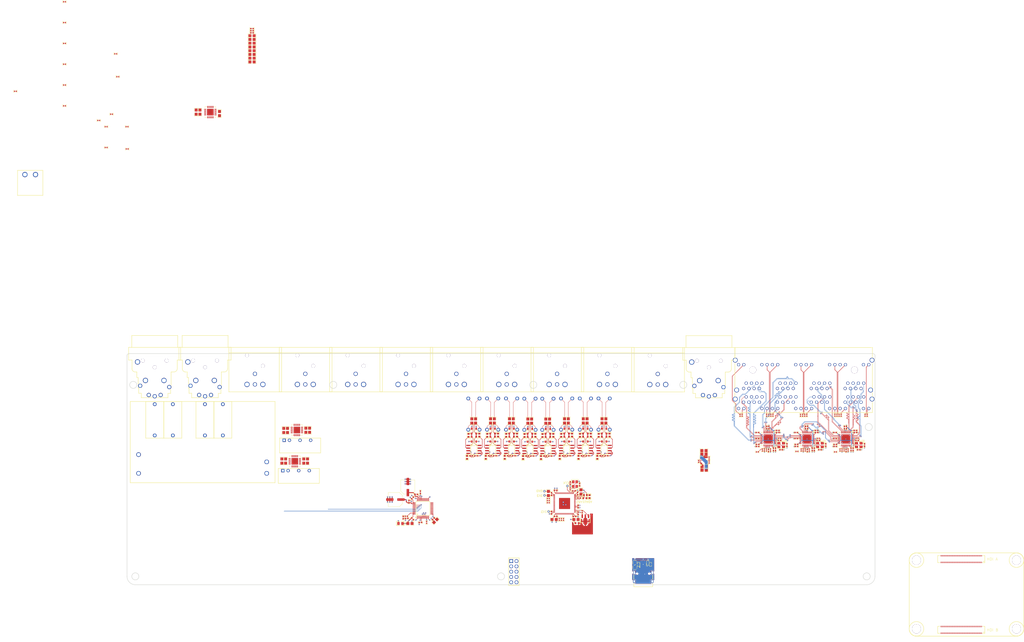
<source format=kicad_pcb>
(kicad_pcb (version 20241229) (generator "pcbnew") (generator_version "9.0")
  (layers (0 "F.Cu" signal) (4 "In1.Cu" signal) (6 "In2.Cu" signal) (2 "B.Cu" signal) (13 "F.Paste" user) (15 "B.Paste" user) (5 "F.SilkS" user "F.Silkscreen") (7 "B.SilkS" user "B.Silkscreen") (1 "F.Mask" user) (3 "B.Mask" user) (25 "Edge.Cuts" user))
  (net 0 "")
  (net 1 "footprint-_4-1")
  (net 2 "xlr_dmx_input_connector-audio-GND")
  (net 3 "xlr_dmx_output_connector-audio-audio_N")
  (net 4 "footprint-_4-7")
  (net 5 "footprint-S-0")
  (net 6 "footprint-_4-6")
  (net 7 "footprint-G-2")
  (net 8 "xlr_audio_output_connectors[1]-audio-GND")
  (net 9 "footprint-G-1")
  (net 10 "xlr_audio_input_connectors[0]-audio-GND")
  (net 11 "xlr_audio_output_connectors[6]-audio-GND")
  (net 12 "xlr_dmx_input_connector-audio-audio_P")
  (net 13 "footprint-S-2")
  (net 14 "footprint-S-1")
  (net 15 "footprint-R-0")
  (net 16 "footprint-_4-2")
  (net 17 "xlr_audio_input_connectors[1]-audio-GND")
  (net 18 "xlr_audio_output_connectors[2]-audio-GND")
  (net 19 "xlr_audio_output_connectors[4]-audio-GND")
  (net 20 "footprint-R-2")
  (net 21 "footprint-_4-0")
  (net 22 "xlr_audio_output_connectors[7]-audio-GND")
  (net 23 "footprint-R-1")
  (net 24 "footprint-T-0")
  (net 25 "footprint-_4-5")
  (net 26 "footprint-T-2")
  (net 27 "xlr_dmx_input_connector-audio-audio_N")
  (net 28 "xlr_dmx_output_connector-audio-audio_P")
  (net 29 "xlr_audio_output_connectors[0]-audio-GND")
  (net 30 "xlr_audio_output_connectors[5]-audio-GND")
  (net 31 "footprint-_4-3")
  (net 32 "footprint-_4-4")
  (net 33 "footprint-_4-8")
  (net 34 "footprint-G-0")
  (net 35 "footprint-T-1")
  (net 36 "xlr_dmx_output_connector-audio-GND")
  (net 37 "xlr_audio_output_connectors[3]-audio-GND")
  (net 38 "switches[0]-ethernets[4]-ETH_P3_P")
  (net 39 "switches[2]-ethernets[0]-ETH_P0_N")
  (net 40 "switches[0]-ethernets[2]-ETH_P0_P")
  (net 41 "switches[1]-ethernets[3]-ETH_LED_SPEED")
  (net 42 "i2s_outs[3]-SD")
  (net 43 "switches[0]-ethernets[3]-ETH_P1_P")
  (net 44 "switches[1]-ethernets[1]-ETH_P3_P")
  (net 45 "MP7")
  (net 46 "footprint-IBREF-0")
  (net 47 "crystal-XI-2")
  (net 48 "switches[1]-ethernets[0]-ETH_P0_P")
  (net 49 "AUXADC1")
  (net 50 "ethernets[0]-ETH_P3_N")
  (net 51 "switches[1]-ethernets[3]-ETH_LED_LINK")
  (net 52 "switches[0]-ethernets[1]-ETH_P3_N")
  (net 53 "i2s_ins[2]-SCK")
  (net 54 "switches[1]-ethernets[1]-ETH_P0_P")
  (net 55 "switches[0]-ethernets[3]-ETH_P3_P")
  (net 56 "switches[0]-ethernets[4]-ETH_P1_N")
  (net 57 "switches[0]-ethernets[3]-ETH_P1_N")
  (net 58 "switches[0]-ethernets[4]-ETH_LED_SPEED")
  (net 59 "crystal-XO-1")
  (net 60 "switches[2]-ethernets[1]-ETH_P1_P")
  (net 61 "switches[0]-ethernets[1]-ETH_LED_LINK")
  (net 62 "spi-MISO")
  (net 63 "switches[0]-ethernets[1]-ETH_P1_N")
  (net 64 "MCLKO_XO")
  (net 65 "i2s_ins[1]-SD")
  (net 66 "switches[0]-ethernets[4]-ETH_P1_P")
  (net 67 "switches[0]-ethernets[3]-ETH_LED_SPEED")
  (net 68 "SPDIFOUT")
  (net 69 "switches[1]-ethernets[1]-ETH_P2_P")
  (net 70 "switches[1]-ethernets[2]-ETH_LED_LINK")
  (net 71 "switches[0]-ethernets[2]-ETH_P1_P")
  (net 72 "switches[0]-ethernets[3]-ETH_LED_LINK")
  (net 73 "switches[1]-ethernets[3]-ETH_P1_P")
  (net 74 "ADC2RN_P")
  (net 75 "switches[2]-ethernets[1]-ETH_P0_P")
  (net 76 "address_bit_0")
  (net 77 "crystal-XO-2")
  (net 78 "switches[1]-ethernets[3]-ETH_P1_N")
  (net 79 "switches[1]-ethernets[2]-ETH_P3_P")
  (net 80 "switches[1]-ethernets[2]-ETH_P1_N")
  (net 81 "ethernets[0]-ETH_P2_N")
  (net 82 "i2s_ins[3]-WS")
  (net 83 "CM")
  (net 84 "PLLFILT")
  (net 85 "switches[0]-ethernets[1]-ETH_P2_N")
  (net 86 "CLKOUT")
  (net 87 "switches[2]-ethernets[2]-ETH_P0_N")
  (net 88 "switches[2]-reset-RESETB")
  (net 89 "ethernets[0]-ETH_LED_SPEED")
  (net 90 "model-i2s_outs[0]-SCK-1")
  (net 91 "i2s_ins[0]-SD")
  (net 92 "switches[2]-ethernets[3]-ETH_P1_N")
  (net 93 "switches[0]-ethernets[4]-ETH_P3_N")
  (net 94 "switches[2]-ethernets[2]-ETH_P0_P")
  (net 95 "power_digital-VCC")
  (net 96 "VDRIVE")
  (net 97 "switches[1]-ethernets[3]-ETH_P3_P")
  (net 98 "ad1938-net")
  (net 99 "i2s_outs[2]-WS")
  (net 100 "power-VCC")
  (net 101 "switches[0]-ethernets[2]-ETH_LED_LINK")
  (net 102 "THD_M")
  (net 103 "footprint-IBREF-1")
  (net 104 "MCLKI_XI")
  (net 105 "XTALIN_MCLK")
  (net 106 "ADC2LP_N")
  (net 107 "switches[2]-ethernets[2]-ETH_LED_LINK")
  (net 108 "switches[1]-ethernets[0]-ETH_P0_N")
  (net 109 "switches[0]-ethernets[2]-ETH_P1_N")
  (net 110 "switches[2]-ethernets[1]-ETH_LED_LINK")
  (net 111 "switches[1]-ethernets[1]-ETH_P1_N")
  (net 112 "switches[2]-ethernets[2]-ETH_P1_N")
  (net 113 "switches[1]-ethernets[2]-ETH_P1_P")
  (net 114 "i2s_ins[2]-WS")
  (net 115 "collector")
  (net 116 "SPDIFIN")
  (net 117 "switches[1]-ethernets[1]-ETH_P1_P")
  (net 118 "switches[0]-ethernets[3]-ETH_P0_P")
  (net 119 "switches[1]-ethernets[1]-ETH_LED_LINK")
  (net 120 "switches[0]-ethernets[2]-ETH_LED_SPEED")
  (net 121 "spi-MOSI")
  (net 122 "i2s_ins[0]-SCK")
  (net 123 "sbu[0]-line")
  (net 124 "sbu[1]-line")
  (net 125 "switches[0]-ethernets[2]-ETH_P3_P")
  (net 126 "crystal-XO-0")
  (net 127 "switches[2]-ethernets[1]-ETH_P1_N")
  (net 128 "switches[0]-ethernets[4]-ETH_P2_P")
  (net 129 "i2s_outs[3]-WS")
  (net 130 "switches[1]-ethernets[1]-ETH_P2_N")
  (net 131 "AUXADC3")
  (net 132 "footprint-IBREF-2")
  (net 133 "switches[1]-ethernets[3]-ETH_P2_P")
  (net 134 "LF")
  (net 135 "spi_master-SCL")
  (net 136 "SELFBOOT")
  (net 137 "spi-SCLK")
  (net 138 "switches[1]-ethernets[0]-ETH_P1_N")
  (net 139 "c1-net")
  (net 140 "model-i2s_ins[3]-SD-1")
  (net 141 "SS_M_MP0")
  (net 142 "switches[1]-ethernets[0]-ETH_LED_LINK")
  (net 143 "switches[0]-ethernets[3]-ETH_P3_N")
  (net 144 "switches[2]-_power_1v2-VCC")
  (net 145 "switches[1]-_power_1v2-VCC")
  (net 146 "switches[0]-ethernets[2]-ETH_P3_N")
  (net 147 "cc[0]-line")
  (net 148 "switches[0]-ethernets[4]-ETH_LED_LINK")
  (net 149 "switches[0]-ethernets[4]-ETH_P0_N")
  (net 150 "switches[2]-loop_indication-LDIND_DIS_LD")
  (net 151 "switches[1]-ethernets[1]-ETH_LED_SPEED")
  (net 152 "switches[2]-ethernets[0]-ETH_P1_N")
  (net 153 "switches[0]-ethernets[3]-ETH_P0_N")
  (net 154 "AUXADC4")
  (net 155 "switches[0]-ethernets[4]-ETH_P0_P")
  (net 156 "i2s_outs[2]-SCK")
  (net 157 "switches[1]-ethernets[3]-ETH_P3_N")
  (net 158 "switches[0]-ethernets[2]-ETH_P0_N")
  (net 159 "switches[1]-ethernets[1]-ETH_P3_N")
  (net 160 "ADC2LN_P")
  (net 161 "nOE")
  (net 162 "switches[1]-ethernets[2]-ETH_P0_N")
  (net 163 "switches[1]-ethernets[0]-ETH_P1_P")
  (net 164 "switches[0]-ethernets[1]-ETH_P0_N")
  (net 165 "switches[1]-reset-RESETB")
  (net 166 "power_vbus-VCC")
  (net 167 "switches[1]-ethernets[2]-ETH_P2_P")
  (net 168 "switches[0]-ethernets[1]-ETH_P1_P")
  (net 169 "power_analog-VCC")
  (net 170 "model-i2s_ins[2]-SD-1")
  (net 171 "switches[0]-ethernets[2]-ETH_P2_P")
  (net 172 "cc[1]-line")
  (net 173 "model-i2s_outs[1]-SD-1")
  (net 174 "switches[1]-ethernets[2]-ETH_LED_SPEED")
  (net 175 "switches[2]-ethernets[3]-ETH_P0_N")
  (net 176 "switches[0]-ethernets[1]-ETH_P0_P")
  (net 177 "address_bit_1")
  (net 178 "switches[0]-ethernets[1]-ETH_LED_SPEED")
  (net 179 "switches[0]-ethernets[4]-ETH_P2_N")
  (net 180 "switches[2]-ethernets[0]-ETH_P0_P")
  (net 181 "switches[2]-ethernets[3]-ETH_P0_P")
  (net 182 "i2s_outs[3]-SCK")
  (net 183 "model-i2s_outs[0]-WS-1")
  (net 184 "switches[1]-loop_indication-LDIND_DIS_LD")
  (net 185 "crystal-XI-0")
  (net 186 "AUXADC2")
  (net 187 "switches[1]-ethernets[3]-ETH_P2_N")
  (net 188 "switches[0]-loop_indication-LDIND_DIS_LD")
  (net 189 "switches[2]-ethernets[3]-ETH_LED_LINK")
  (net 190 "AUXADC0")
  (net 191 "switches[0]-ethernets[1]-ETH_P3_P")
  (net 192 "spi_master-MOSI")
  (net 193 "switches[1]-ethernets[1]-ETH_P0_N")
  (net 194 "switches[1]-ethernets[2]-ETH_P3_N")
  (net 195 "model-i2s_outs[0]-SD-1")
  (net 196 "switches[1]-ethernets[3]-ETH_P0_P")
  (net 197 "switches[2]-ethernets[2]-ETH_P1_P")
  (net 198 "THD_P")
  (net 199 "switches[2]-ethernets[0]-ETH_P1_P")
  (net 200 "switches[0]-reset-RESETB")
  (net 201 "i2s_ins[0]-WS")
  (net 202 "MP6")
  (net 203 "switches[2]-ethernets[0]-ETH_LED_LINK")
  (net 204 "model-i2s_ins[2]-SD-0")
  (net 205 "switches[0]-ethernets[3]-ETH_P2_N")
  (net 206 "FILTR")
  (net 207 "i2s_outs[2]-SD")
  (net 208 "switches[0]-ethernets[3]-ETH_P2_P")
  (net 209 "spi_master-MISO")
  (net 210 "ethernets[0]-ETH_P2_P")
  (net 211 "XTALOUT")
  (net 212 "switches[1]-ethernets[2]-ETH_P0_P")
  (net 213 "switches[1]-ethernets[3]-ETH_P0_N")
  (net 214 "ADC2RP_N")
  (net 215 "AUXADC5")
  (net 216 "crystal-XI-1")
  (net 217 "model-i2s_ins[3]-SD-0")
  (net 218 "switches[0]-ethernets[1]-ETH_P2_P")
  (net 219 "power_3v3_digital")
  (net 220 "switches[1]-ethernets[2]-ETH_P2_N")
  (net 221 "i2s_ins[3]-SCK")
  (net 222 "switches[2]-ethernets[1]-ETH_P0_N")
  (net 223 "switches[0]-_power_1v2-VCC")
  (net 224 "ethernets[0]-ETH_P3_P")
  (net 225 "switches[0]-ethernets[2]-ETH_P2_N")
  (net 226 "nCLATCH")
  (net 227 "switches[2]-ethernets[3]-ETH_P1_P")
  (net 228 "line_driver_ic-output_force-anode-0_P")
  (net 229 "line_driver_ic-output_force-anode-4_P")
  (net 230 "power_18v_pos")
  (net 231 "line_driver_ic-output_sense-SENSEpos-1_P")
  (net 232 "line_driver_ic-output_force-anode-2_P")
  (net 233 "line_driver_ic-output_force-anode-6_N")
  (net 234 "i2s_outs[1]-WS")
  (net 235 "LED_Ypos")
  (net 236 "line_driver_ic-input_signal-VIN-7")
  (net 237 "OL4")
  (net 238 "LED_Gpos")
  (net 239 "footprint-net-19")
  (net 240 "OR3")
  (net 241 "footprint-net-0")
  (net 242 "line_driver_ic-output_sense-SENSEneg-7_N")
  (net 243 "xlr_audio_output_connectors[4]-audio-audio_N")
  (net 244 "line_driver_ic-input_signal-VIN-0")
  (net 245 "OR2")
  (net 246 "xlr_audio_output_connectors[0]-audio-audio_N")
  (net 247 "footprint-net-18")
  (net 248 "footprint-net-15")
  (net 249 "xlr_audio_output_connectors[0]-audio-audio_P")
  (net 250 "model-i2s_outs[0]-WS-0")
  (net 251 "OR1")
  (net 252 "OL2")
  (net 253 "model-i2s_outs[0]-SCK-0")
  (net 254 "footprint-net-20")
  (net 255 "line_driver_ic-output_force-anode-7_P")
  (net 256 "line_driver_ic-output_force-anode-5_N")
  (net 257 "line_driver_ic-output_sense-SENSEneg-4_N")
  (net 258 "xlr_audio_output_connectors[1]-audio-audio_P")
  (net 259 "line_driver_ic-output_sense-SENSEpos-3_P")
  (net 260 "line_driver_ic-output_force-anode-0_N")
  (net 261 "line_driver_ic-output_sense-SENSEneg-2_N")
  (net 262 "line_driver_ic-output_force-anode-1_N")
  (net 263 "footprint-net-24")
  (net 264 "line_driver_ic-output_sense-SENSEneg-0_N")
  (net 265 "line_driver_ic-output_sense-SENSEpos-7_P")
  (net 266 "line_driver_ic-output_force-anode-7_N")
  (net 267 "line_driver_ic-input_signal-VIN-5")
  (net 268 "line_driver_ic-input_signal-VIN-6")
  (net 269 "line_driver_ic-output_sense-SENSEpos-0_P")
  (net 270 "line_driver_ic-output_sense-SENSEpos-5_P")
  (net 271 "OL3")
  (net 272 "xlr_audio_output_connectors[2]-audio-audio_N")
  (net 273 "line_driver_ic-input_signal-VIN-4")
  (net 274 "line_driver_ic-input_signal-VIN-3")
  (net 275 "xlr_audio_output_connectors[7]-audio-audio_N")
  (net 276 "line_driver_ic-input_signal-VIN-1")
  (net 277 "line_driver_ic-input_signal-VIN-2")
  (net 278 "model-i2s_outs[0]-SD-0")
  (net 279 "i2s_outs[1]-SCK")
  (net 280 "xlr_audio_output_connectors[3]-audio-audio_P")
  (net 281 "line_driver_ic-output_force-anode-5_P")
  (net 282 "footprint-net-21")
  (net 283 "dsp-net")
  (net 284 "line_driver_ic-output_force-anode-3_P")
  (net 285 "line_driver_ic-output_force-anode-2_N")
  (net 286 "line_driver_ic-output_force-anode-3_N")
  (net 287 "footprint-net-22")
  (net 288 "xlr_audio_output_connectors[1]-audio-audio_N")
  (net 289 "line_driver_ic-output_force-anode-1_P")
  (net 290 "line_driver_ic-output_force-anode-6_P")
  (net 291 "xlr_audio_output_connectors[4]-audio-audio_P")
  (net 292 "line_driver_ic-output_sense-SENSEpos-6_P")
  (net 293 "OL1")
  (net 294 "line_driver_ic-output_sense-SENSEpos-4_P")
  (net 295 "xlr_audio_output_connectors[7]-audio-audio_P")
  (net 296 "footprint-net-16")
  (net 297 "line_driver_ic-output_sense-SENSEneg-3_N")
  (net 298 "line_driver_ic-output_sense-SENSEneg-1_N")
  (net 299 "line_driver_ic-output_sense-SENSEpos-2_P")
  (net 300 "xlr_audio_output_connectors[5]-audio-audio_P")
  (net 301 "model-i2s_outs[1]-SD-0")
  (net 302 "xlr_audio_output_connectors[6]-audio-audio_N")
  (net 303 "line_driver_ic-output_sense-SENSEneg-5_N")
  (net 304 "xlr_audio_output_connectors[5]-audio-audio_N")
  (net 305 "OR4")
  (net 306 "line_driver_ic-output_force-anode-4_N")
  (net 307 "footprint-net-17")
  (net 308 "footprint-net-14")
  (net 309 "line_driver_ic-output_sense-SENSEneg-6_N")
  (net 310 "xlr_audio_output_connectors[2]-audio-audio_P")
  (net 311 "xlr_audio_output_connectors[3]-audio-audio_N")
  (net 312 "footprint-net-13")
  (net 313 "footprint-net-23")
  (net 314 "xlr_audio_output_connectors[6]-audio-audio_P")
  (net 315 "pins[56]_N")
  (net 316 "pins[49]")
  (net 317 "pins[99]")
  (net 318 "pins[27]")
  (net 319 "cm5-pins[74]-1")
  (net 320 "switches[2]-ethernets[4]-ETH_P2_P")
  (net 321 "hdmis[0]-SCL")
  (net 322 "cm5-pins[93]")
  (net 323 "pins[53]")
  (net 324 "cm5-pins[92]")
  (net 325 "pins[16]")
  (net 326 "usb-USB_D_P")
  (net 327 "hdmis[0]-HDMI_D1_P")
  (net 328 "TX")
  (net 329 "hdmis[1]-SCL")
  (net 330 "pins[5]")
  (net 331 "cm5-pins[74]-0")
  (net 332 "pins[36]")
  (net 333 "logic_out-SCK")
  (net 334 "spis[0]-MOSI")
  (net 335 "switches[2]-ethernets[4]-ETH_P3_P")
  (net 336 "pins[41]_P")
  (net 337 "pins[34]")
  (net 338 "pins[67]")
  (net 339 "pins[11]")
  (net 340 "usb_cc[1]-pins[95]")
  (net 341 "usb3[1]-USB_D_P")
  (net 342 "pins[61]")
  (net 343 "pins[18]")
  (net 344 "cm5-pins[23]")
  (net 345 "pins[87]_P")
  (net 346 "hdmis[0]-SDA")
  (net 347 "cm5-pins[95]")
  (net 348 "cm5-pins[17]")
  (net 349 "pins[65]_N")
  (net 350 "cm5-pins[40]")
  (net 351 "hdmis[0]-HDMI_D2_P")
  (net 352 "pins[62]")
  (net 353 "power_led-pins[94]")
  (net 354 "pins[50]")
  (net 355 "pins[3]")
  (net 356 "hdmis[1]-HDMI_D1_P")
  (net 357 "pins[75]")
  (net 358 "switches[2]-ethernets[4]-ETH_P0_N")
  (net 359 "pins[8]")
  (net 360 "pins[37]_N")
  (net 361 "switches[2]-ethernets[4]-ETH_P1_P")
  (net 362 "logic_out-WS")
  (net 363 "switches[2]-ethernets[4]-ETH_P1_N")
  (net 364 "cm5-pins[88]-1")
  (net 365 "pins[91]")
  (net 366 "hdmis[0]-HDMI_D1_N")
  (net 367 "switches[2]-ethernets[4]-ETH_P0_P")
  (net 368 "RX")
  (net 369 "ethernet_sync-pins[17]")
  (net 370 "pins[89]_N")
  (net 371 "pins[56]")
  (net 372 "pins[72]")
  (net 373 "hdmis[1]-SDA")
  (net 374 "hdmis[1]-HDMI_D0_N")
  (net 375 "pins[98]")
  (net 376 "pins[33]")
  (net 377 "hdmis[1]-HDMI_D2_P")
  (net 378 "usb3[0]-USB_D_N")
  (net 379 "switches[2]-ethernets[4]-ETH_P2_N")
  (net 380 "pins[86]")
  (net 381 "switches[2]-ethernets[4]-ETH_LED_LINK")
  (net 382 "pins[69]")
  (net 383 "fan_tacho-pins[15]")
  (net 384 "pins[14]")
  (net 385 "cm5-pins[94]")
  (net 386 "pins[21]")
  (net 387 "pins[90]")
  (net 388 "power_3v3-VCC")
  (net 389 "pins[29]_P")
  (net 390 "pins[0]")
  (net 391 "hdmis[1]-HDMI_D1_N")
  (net 392 "boot_mode-pins[92]")
  (net 393 "pins[32]")
  (net 394 "pins[68]_N")
  (net 395 "pins[81]")
  (net 396 "pins[58]_P")
  (net 397 "CTS")
  (net 398 "switches[2]-ethernets[4]-ETH_LED_SPEED")
  (net 399 "pins[9]")
  (net 400 "cm5-pins[20]")
  (net 401 "hdmis[0]-HDMI_D0_P")
  (net 402 "pins[48]")
  (net 403 "pins[63]_P")
  (net 404 "pins[68]")
  (net 405 "pins[42]")
  (net 406 "pins[79]")
  (net 407 "pins[80]")
  (net 408 "pins[1]")
  (net 409 "hdmis[1]-HDMI_D2_N")
  (net 410 "spi0_cs[0]-pins[38]")
  (net 411 "usb3[0]-USB_D_P")
  (net 412 "spis[0]-MISO")
  (net 413 "pins[71]")
  (net 414 "pins[76]")
  (net 415 "usb_cc[0]-pins[93]")
  (net 416 "usb3[1]-USB_D_N")
  (net 417 "pins[29]")
  (net 418 "pins[19]")
  (net 419 "activity_led-pins[20]")
  (net 420 "cm5_i2s_resistor_jumpers[5]-logic_out-SD")
  (net 421 "power_3v3-GND")
  (net 422 "hdmis[0]-HDMI_D2_N")
  (net 423 "cm5-pins[38]")
  (net 424 "pins[22]")
  (net 425 "hdmis[1]-HDMI_D0_P")
  (net 426 "usb-USB_D_N")
  (net 427 "pins[96]")
  (net 428 "pins[52]")
  (net 429 "pins[82]")
  (net 430 "pins[39]_N")
  (net 431 "switches[2]-ethernets[4]-ETH_P3_N")
  (net 432 "pins[10]")
  (net 433 "spis[0]-SCLK")
  (net 434 "pins[63]")
  (net 435 "cm5-pins[88]-0")
  (net 436 "hdmis[0]-HDMI_D0_N")
  (net 437 "power_1v8-VCC")
  (net 438 "pins[70]_P")
  (net 439 "cm5_i2s_resistor_jumpers[2]-logic_out-SD")
  (net 440 "pins[66]")
  (net 441 "cm5-pins[15]")
  (net 442 "pins[26]")
  (net 443 "pins[60]")
  (net 444 "pins[28]")
  (net 445 "footprint-NR-2")
  (net 446 "P0P8V")
  (net 447 "footprint-EP-2")
  (net 448 "footprint-P0P1V-1")
  (net 449 "footprint-net-3")
  (net 450 "footprint-EP-0")
  (net 451 "_8")
  (net 452 "footprint-net-10")
  (net 453 "power_5v")
  (net 454 "power_out-GND")
  (net 455 "P3P2V")
  (net 456 "footprint-SENSE_FB-1")
  (net 457 "footprint-P0P1V-0")
  (net 458 "footprint-net-1")
  (net 459 "AL_L")
  (net 460 "footprint-net-11")
  (net 461 "footprint-net-8")
  (net 462 "footprint-net-4")
  (net 463 "P6P4V2")
  (net 464 "footprint-net-6")
  (net 465 "VDIV_OUTPUT")
  (net 466 "P0P4V")
  (net 467 "footprint-NR-1")
  (net 468 "_5")
  (net 469 "_7")
  (net 470 "footprint-NR-0")
  (net 471 "neutral")
  (net 472 "power_3v3_analog")
  (net 473 "footprint-net-12")
  (net 474 "regulator_24v_isolated_pos-power_out-VCC")
  (net 475 "footprint-P1P6V-1")
  (net 476 "footprint-SENSE_FB-0")
  (net 477 "footprint-net-2")
  (net 478 "SW")
  (net 479 "footprint-net-9")
  (net 480 "power_18v_neg")
  (net 481 "regulator_24v_isolated_neg-power_out-VCC")
  (net 482 "footprint-EP-1")
  (net 483 "EN")
  (net 484 "footprint-net-7")
  (net 485 "P6P4V1")
  (net 486 "footprint-P1P6V-0")
  (net 487 "footprint-net-5")
  (net 488 "footprint-SENSE_FB-2")
  (net 489 "PG")
  (net 490 "_9")
  (net 491 "_2")
  (net 492 "spi-SDA")
  (net 493 "smi_resistor_jumpers[2]-smi_out-SCL")
  (net 494 "switches[1]-i2c_mdio-SDA")
  (net 495 "smi_resistor_jumpers[2]-smi_out-SDA")
  (net 496 "smi_resistor_jumpers[0]-smi_out-SDA")
  (net 497 "smi_resistor_jumpers[0]-smi_out-SCL")
  (net 498 "switches[0]-i2c_mdio-SDA")
  (net 499 "switches[2]-i2c_mdio-SCL")
  (net 500 "logic_out-pins[40]")
  (net 501 "spi-SCL")
  (net 502 "pins[47]")
  (net 503 "smi_resistor_jumpers[1]-smi_out-SCL")
  (net 504 "nRESET")
  (net 505 "switches[2]-i2c_mdio-SDA")
  (net 506 "logic_out-pins[23]")
  (net 507 "RTS")
  (net 508 "switches[0]-i2c_mdio-SCL")
  (net 509 "smi_resistor_jumpers[1]-smi_out-SDA")
  (net 510 "switches[1]-i2c_mdio-SCL")
  (net 511 "ADC1RP_N")
  (net 512 "xlr_audio_input_connectors[0]-audio-audio_N")
  (net 513 "xlr_audio_input_connectors[1]-audio-audio_P")
  (net 514 "xlr_audio_input_connectors[1]-audio-audio_N")
  (net 515 "ADC1LN_P")
  (net 516 "ADC1LP_N")
  (net 517 "ADC1RN_P")
  (net 518 "xlr_audio_input_connectors[0]-audio-audio_P")
  (footprint "UNI_ROYAL_0402WGF4700TCE:R0402" (layer "F.Cu") (at 384.243506 128.6065 90)
    (property "Reference" "R35" (hide yes))
    (property "Value" "470Ω ±1% 62.5mW")
  )
  (footprint "YAGEO_CC0402JRNPO9BN180:C0402" (layer "F.Cu") (at 343.950001 145.200003)
    (property "Reference" "C59" (hide yes))
    (property "Value" "18pF ±5% 50V C0G")
  )
  (footprint "Texas_Instruments_DRV135UA_2K5:SOIC-8_L5.0-W4.0-P1.27-LS6.0-BL" (layer "F.Cu") (at 223.38 145.085 -90)
    (property "Reference" "U23" (hide yes))
    (property "Value" "")
  )
  (footprint "XIAMEN_FARATRONIC_C232A475J6SC000:CAP-TH_L17.5-W8.5-P15.00-D0.8" (layer "F.Cu") (at 67.4 130.8 90)
    (property "Reference" "C160" (hide yes))
    (property "Value" "4.7µF ±5% 100V")
  )
  (footprint "UNI_ROYAL_0402WGF1002TCE:R0402" (layer "F.Cu") (at 376.100001 145.300003 -90)
    (property "Reference" "R58" (hide yes))
    (property "Value" "10kΩ ±1% 62.5mW")
  )
  (footprint "Samsung_Electro_Mechanics_CL05B104KO5NNNC:C0402" (layer "F.Cu") (at 244.499999 164.929997)
    (property "Reference" "C20" (hide yes))
    (property "Value" "100nF ±10% 16V X7R")
  )
  (footprint "Texas_Instruments_DRV135UA_2K5:SOIC-8_L5.0-W4.0-P1.27-LS6.0-BL" (layer "F.Cu") (at 259 145 -90)
    (property "Reference" "U27" (hide yes))
    (property "Value" "")
  )
  (footprint "Samsung_Electro_Mechanics_CL05B104KO5NNNC:C0402" (layer "F.Cu") (at 233.749999 175.429997 -90)
    (property "Reference" "C22" (hide yes))
    (property "Value" "100nF ±10% 16V X7R")
  )
  (footprint "YAGEO_CC0402JRNPO9BN180:C0402" (layer "F.Cu") (at 365.375001 142.900003 -90)
    (property "Reference" "C86" (hide yes))
    (property "Value" "18pF ±5% 50V C0G")
  )
  (footprint "Texas_Instruments_DRV135UA_2K5:SOIC-8_L5.0-W4.0-P1.27-LS6.0-BL" (layer "F.Cu") (at 214.591005 145 -90)
    (property "Reference" "U22" (hide yes))
    (property "Value" "")
  )
  (footprint "Texas_Instruments_DRV135UA_2K5:SOIC-8_L5.0-W4.0-P1.27-LS6.0-BL" (layer "F.Cu") (at 250 145 -90)
    (property "Reference" "U26" (hide yes))
    (property "Value" "")
  )
  (footprint "UNI_ROYAL_0402WGF1501TCE:R0402" (layer "F.Cu") (at 0 -50)
    (property "Reference" "R20" (hide yes))
    (property "Value" "1.5kΩ ±1% 62.5mW")
  )
  (footprint "Samsung_Electro_Mechanics_CL21A226MQQNNNE:C0805" (layer "F.Cu") (at 195.491005 131.352 90)
    (property "Reference" "C102" (hide yes))
    (property "Value" "22µF ±20% 6.3V X5R")
  )
  (footprint "UNI_ROYAL_0402WGF1501TCE:R0402" (layer "F.Cu") (at 0 -20)
    (property "Reference" "R17" (hide yes))
    (property "Value" "1.5kΩ ±1% 62.5mW")
  )
  (footprint "LRC_LBAT54HT1G:SOD-323_L1.8-W1.3-LS2.5-RD" (layer "F.Cu") (at 248.9 140.035005 -90)
    (property "Reference" "D31" (hide yes))
    (property "Value" "")
  )
  (footprint "Samsung_Electro_Mechanics_CL05A105KA5NQNC:C0402" (layer "F.Cu") (at 260.06 148.07 180)
    (property "Reference" "C154" (hide yes))
    (property "Value" "1µF ±10% 25V X5R")
  )
  (footprint "Sinhoo_SMTSO2515CTJ:SMD_BD5.6-D4.1" (layer "F.Cu") (at 408.899858 231.199506)
    (property "Reference" "U3" (hide yes))
    (property "Value" "")
  )
  (footprint "GENERIC_TESTPOINT:TestPoint_THTPad_D1.0mm_Drill0.5mm" (layer "F.Cu") (at 230.349999 165.079997 180)
    (property "Reference" "TP2" (hide yes))
    (property "Value" "")
  )
  (footprint "UNI_ROYAL_0402WGF1002TCE:R0402" (layer "F.Cu") (at 372.200001 145.300003 -90)
    (property "Reference" "R59" (hide yes))
    (property "Value" "10kΩ ±1% 62.5mW")
  )
  (footprint "Samsung_Electro_Mechanics_CL21A226MQQNNNE:C0805" (layer "F.Cu") (at 90 -42.9)
    (property "Reference" "C48" (hide yes))
    (property "Value" "22µF ±20% 6.3V X5R")
  )
  (footprint "Samsung_Electro_Mechanics_CL10A106MQ8NNNC:C0603" (layer "F.Cu") (at 243.6 138.135005 90)
    (property "Reference" "C141" (hide yes))
    (property "Value" "10µF ±20% 6.3V X5R")
  )
  (footprint "LRC_LBAT54HT1G:SOD-323_L1.8-W1.3-LS2.5-RD" (layer "F.Cu") (at 230.9 136.335005 -90)
    (property "Reference" "D22" (hide yes))
    (property "Value" "")
  )
  (footprint "YAGEO_CC0402JRNPO9BN180:C0402" (layer "F.Cu") (at 346.750001 142.900003 -90)
    (property "Reference" "C58" (hide yes))
    (property "Value" "18pF ±5% 50V C0G")
  )
  (footprint "Samsung_Electro_Mechanics_CL05A105KA5NQNC:C0402" (layer "F.Cu") (at 257.66 148.07)
    (property "Reference" "C153" (hide yes))
    (property "Value" "1µF ±10% 25V X5R")
  )
  (footprint "Samsung_Electro_Mechanics_CL05A105KA5NQNC:C0402" (layer "F.Cu") (at 195.151005 148.086995)
    (property "Reference" "C104" (hide yes))
    (property "Value" "1µF ±10% 25V X5R")
  )
  (footprint "Samsung_Electro_Mechanics_CL21A226MQQNNNE:C0805" (layer "F.Cu") (at 90 -53.7)
    (property "Reference" "C54" (hide yes))
    (property "Value" "22µF ±20% 6.3V X5R")
  )
  (footprint "LRC_LBAT54HT1G:SOD-323_L1.8-W1.3-LS2.5-RD" (layer "F.Cu") (at 257.9 140.035005 -90)
    (property "Reference" "D35" (hide yes))
    (property "Value" "")
  )
  (footprint "Sinhoo_SMTSO2515CTJ:SMD_BD5.6-D4.1" (layer "F.Cu") (at 456.899971 198.20026)
    (property "Reference" "U5" (hide yes))
    (property "Value" "")
  )
  (footprint "Samsung_Electro_Mechanics_CL10A106MQ8NNNC:C0603" (layer "F.Cu") (at 193.191005 148.852 90)
    (property "Reference" "C103" (hide yes))
    (property "Value" "10µF ±20% 6.3V X5R")
  )
  (footprint "UNI_ROYAL_0402WGF1002TCE:R0402" (layer "F.Cu") (at 338.850001 145.300003 -90)
    (property "Reference" "R53" (hide yes))
    (property "Value" "10kΩ ±1% 62.5mW")
  )
  (footprint "LRC_LBAT54HT1G:SOD-323_L1.8-W1.3-LS2.5-RD" (layer "F.Cu") (at 242.1 136.235005 -90)
    (property "Reference" "D24" (hide yes))
    (property "Value" "")
  )
  (footprint "Samsung_Electro_Mechanics_CL21A106KAYNNNE:C0805" (layer "F.Cu") (at 115.83 135.8 -90)
    (property "Reference" "C39" (hide yes))
    (property "Value" "10µF ±10% 25V X5R")
  )
  (footprint "LRC_LBAT54HT1G:SOD-323_L1.8-W1.3-LS2.5-RD" (layer "F.Cu") (at 222.28 140.120005 -90)
    (property "Reference" "D19" (hide yes))
    (property "Value" "")
  )
  (footprint "Samsung_Electro_Mechanics_CL05B104KO5NNNC:C0402" (layer "F.Cu") (at 170.8 180.1 180)
    (property "Reference" "C7" (hide yes))
    (property "Value" "100nF ±10% 16V X7R")
  )
  (footprint "UNI_ROYAL_0402WGF4700TCE:R0402" (layer "F.Cu") (at 325.250001 128.6065 90)
    (property "Reference" "R36" (hide yes))
    (property "Value" "470Ω ±1% 62.5mW")
  )
  (footprint "Texas_Instruments_TPS7A4700RGWT:VQFN-20_L5.0-W5.0-P0.65-TL-EP" (layer "F.Cu") (at 111.53 135.7)
    (property "Reference" "U12" (hide yes))
    (property "Value" "")
  )
  (footprint "Samsung_Electro_Mechanics_CL05A105KA5NQNC:C0402" (layer "F.Cu") (at 251.06 148.07 180)
    (property "Reference" "C147" (hide yes))
    (property "Value" "1µF ±10% 25V X5R")
  )
  (footprint "Yangxing_Tech_X322525MRB4SI:OSC-SMD_4P-L3.2-W2.5-BL_SIT8008BI" (layer "F.Cu") (at 362.575001 142.900003 180)
    (property "Reference" "X4" (hide yes))
    (property "Value" "")
  )
  (footprint "Samsung_Electro_Mechanics_CL21A226MQQNNNE:C0805" (layer "F.Cu") (at 197.291005 131.352 90)
    (property "Reference" "C101" (hide yes))
    (property "Value" "22µF ±20% 6.3V X5R")
  )
  (footprint "Texas_Instruments_DRV135UA_2K5:SOIC-8_L5.0-W4.0-P1.27-LS6.0-BL" (layer "F.Cu") (at 241 145 -90)
    (property "Reference" "U25" (hide yes))
    (property "Value" "")
  )
  (footprint "RALEC_RTT022491FTH:R0402" (layer "F.Cu") (at 343.150001 139.700003)
    (property "Reference" "R50" (hide yes))
    (property "Value" "2.49kΩ ±1% 62.5mW")
  )
  (footprint "Samsung_Electro_Mechanics_CL21A106KAYNNNE:C0805" (layer "F.Cu") (at 247.89405 165.43576 -90)
    (property "Reference" "C17" (hide yes))
    (property "Value" "10µF ±10% 25V X5R")
  )
  (footprint "Samsung_Electro_Mechanics_CL05B104KO5NNNC:C0402" (layer "F.Cu") (at 340.250001 145.000003 -90)
    (property "Reference" "C64" (hide yes))
    (property "Value" "100nF ±10% 16V X7R")
  )
  (footprint "UNI_ROYAL_0402WGF0000TCE:R0402" (layer "F.Cu") (at 232.2 170.63 180)
    (property "Reference" "R10" (hide yes))
    (property "Value" "0Ω 62.5mW")
  )
  (footprint "Neutrik_NC3MAAH:CONN-TH_NC3MAAH" (layer "F.Cu") (at 91.403348 111.250003 180)
    (property "Reference" "J1002" (hide yes))
    (property "Value" "")
  )
  (footprint "UNI_ROYAL_0402WGF1002TCE:R0402" (layer "F.Cu") (at 25.57 -34)
    (property "Reference" "R16" (hide yes))
    (property "Value" "10kΩ ±1% 62.5mW")
  )
  (footprint "Samsung_Electro_Mechanics_CL05B104KO5NNNC:C0402" (layer "F.Cu") (at 337.893378 145.503788 -90)
    (property "Reference" "C66" (hide yes))
    (property "Value" "100nF ±10% 16V X7R")
  )
  (footprint "LRC_LBAT54HT1G:SOD-323_L1.8-W1.3-LS2.5-RD" (layer "F.Cu") (at 206.591005 136.235005 -90)
    (property "Reference" "D8" (hide yes))
    (property "Value" "")
  )
  (footprint "UNI_ROYAL_0402WGF1002TCE:R0402" (layer "F.Cu") (at 304.327233 150.759761 90)
    (property "Reference" "R4" (hide yes))
    (property "Value" "10kΩ ±1% 62.5mW")
  )
  (footprint "UNI_ROYAL_0402WGF1003TCE:R0402" (layer "F.Cu") (at 336.950001 145.300003 -90)
    (property "Reference" "R52" (hide yes))
    (property "Value" "100kΩ ±1% 62.5mW")
  )
  (footprint "UNI_ROYAL_0402WGF4700TCE:R0402" (layer "F.Cu") (at 370.750001 128.6065 90)
    (property "Reference" "R34" (hide yes))
    (property "Value" "470Ω ±1% 62.5mW")
  )
  (footprint "Samsung_Electro_Mechanics_CL05B104KO5NNNC:C0402" (layer "F.Cu") (at 332.550001 139.800003 180)
    (property "Reference" "C69" (hide yes))
    (property "Value" "100nF ±10% 16V X7R")
  )
  (footprint "Texas_Instruments_TPS7A4700RGWT:VQFN-20_L5.0-W5.0-P0.65-TL-EP" (layer "F.Cu") (at 110.53 150.7)
    (property "Reference" "U13" (hide yes))
    (property "Value" "")
  )
  (footprint "Murata_Electronics_GRM21BZ71E106KE15L:C0805" (layer "F.Cu") (at 307.01 153.15)
    (property "Reference" "C36" (hide yes))
    (property "Value" "10µF ±10% 25V X7R")
  )
  (footprint "Sinhoo_SMTSO2515CTJ:SMD_BD5.6-D4.1" (layer "F.Cu") (at 456.899615 231.200438)
    (property "Reference" "U4" (hide yes))
    (property "Value" "")
  )
  (footprint "Samsung_Electro_Mechanics_CL05B104KO5NNNC:C0402" (layer "F.Cu") (at 377.500001 145.000003 -90)
    (property "Reference" "C78" (hide yes))
    (property "Value" "100nF ±10% 16V X7R")
  )
  (footprint "Samsung_Electro_Mechanics_CL21A106KAYNNNE:C0805" (layer "F.Cu") (at 178.05 179.35 -135)
    (property "Reference" "C4" (hide yes))
    (property "Value" "10µF ±10% 25V X5R")
  )
  (footprint "Samsung_Electro_Mechanics_CL05B104KO5NNNC:C0402" (layer "F.Cu") (at 351.275001 143.600003 180)
    (property "Reference" "C98" (hide yes))
    (property "Value" "100nF ±10% 16V X7R")
  )
  (footprint "UNI_ROYAL_0402WGF1002TCE:R0402" (layer "F.Cu") (at -23.57 -27)
    (property "Reference" "R15" (hide yes))
    (property "Value" "10kΩ ±1% 62.5mW")
  )
  (footprint "XIAMEN_FARATRONIC_C232A475J6SC000:CAP-TH_L17.5-W8.5-P15.00-D0.8" (layer "F.Cu") (at 43.3 130.8 90)
    (property "Reference" "C158" (hide yes))
    (property "Value" "4.7µF ±5% 100V")
  )
  (footprint "Samsung_Electro_Mechanics_CL05B104KO5NNNC:C0402" (layer "F.Cu") (at 359.875001 145.000003 -90)
    (property "Reference" "C99" (hide yes))
    (property "Value" "100nF ±10% 16V X7R")
  )
  (footprint "STMicroelectronics_USBLC6_2SC6:SOT-23-6_L2.9-W1.6-P0.95-LS2.8-BL" (layer "F.Cu") (at 277.750001 200.250003)
    (property "Reference" "D3" (hide yes))
    (property "Value" "")
  )
  (footprint "UNI_ROYAL_0402WGF1000TCE:R0402" (layer "F.Cu") (at 242.749999 163.929997 90)
    (property "Reference" "R11" (hide yes))
    (property "Value" "100Ω ±1% 62.5mW")
  )
  (footprint "Samsung_Electro_Mechanics_CL05A105KA5NQNC:C0402" (layer "F.Cu") (at 213.251005 148.07)
    (property "Reference" "C118" (hide yes))
    (property "Value" "1µF ±10% 25V X5R")
  )
  (footprint "Samsung_Electro_Mechanics_CL05A105KA5NQNC:C0402" (layer "F.Cu") (at 242.06 148.07 180)
    (property "Reference" "C140" (hide yes))
    (property "Value" "1µF ±10% 25V X5R")
  )
  (footprint "UNI_ROYAL_0402WGF0000TCE:R0402" (layer "F.Cu") (at 20 -10)
    (property "Reference" "R26" (hide yes))
    (property "Value" "0Ω 62.5mW")
  )
  (footprint "Samsung_Electro_Mechanics_CL21A226MQQNNNE:C0805" (layer "F.Cu") (at 224.18 131.420005 90)
    (property "Reference" "C122" (hide yes))
    (property "Value" "22µF ±20% 6.3V X5R")
  )
  (footprint "YAGEO_CC0402KRX7R9BB562:C0402" (layer "F.Cu") (at 162.55 177.75 -90)
    (property "Reference" "C10" (hide yes))
    (property "Value" "5.6nF ±10% 50V X7R")
  )
  (footprint "Samsung_Electro_Mechanics_CL21A226MQQNNNE:C0805" (layer "F.Cu") (at 249 131.335005 90)
    (property "Reference" "C144" (hide yes))
    (property "Value" "22µF ±20% 6.3V X5R")
  )
  (footprint "Samsung_Electro_Mechanics_CL21A226MQQNNNE:C0805" (layer "F.Cu") (at 258 131.335005 90)
    (property "Reference" "C151" (hide yes))
    (property "Value" "22µF ±20% 6.3V X5R")
  )
  (footprint "Samsung_Electro_Mechanics_CL21A226MQQNNNE:C0805" (layer "F.Cu") (at 259.8 131.335005 90)
    (property "Reference" "C150" (hide yes))
    (property "Value" "22µF ±20% 6.3V X5R")
  )
  (footprint "Samsung_Electro_Mechanics_CL21A226MQQNNNE:C0805" (layer "F.Cu") (at 206.291005 131.335005 90)
    (property "Reference" "C108" (hide yes))
    (property "Value" "22µF ±20% 6.3V X5R")
  )
  (footprint "Samsung_Electro_Mechanics_CL21A226MQQNNNE:C0805" (layer "F.Cu") (at 250.8 131.335005 90)
    (property "Reference" "C143" (hide yes))
    (property "Value" "22µF ±20% 6.3V X5R")
  )
  (footprint "UNI_ROYAL_0402WGF1002TCE:R0402" (layer "F.Cu") (at 335.950001 145.300003 -90)
    (property "Reference" "R51" (hide yes))
    (property "Value" "10kΩ ±1% 62.5mW")
  )
  (footprint "Samsung_Electro_Mechanics_CL21A226MQQNNNE:C0805" (layer "F.Cu") (at 90 -48.3)
    (property "Reference" "C51" (hide yes))
    (property "Value" "22µF ±20% 6.3V X5R")
  )
  (footprint "Samsung_Electro_Mechanics_CL21A226MQQNNNE:C0805" (layer "F.Cu") (at 231 131.435005 90)
    (property "Reference" "C130" (hide yes))
    (property "Value" "22µF ±20% 6.3V X5R")
  )
  (footprint "LRC_LBAT54HT1G:SOD-323_L1.8-W1.3-LS2.5-RD" (layer "F.Cu") (at 215.691005 136.235005 -90)
    (property "Reference" "D12" (hide yes))
    (property "Value" "")
  )
  (footprint "Samsung_Electro_Mechanics_CL05B104KO5NNNC:C0402" (layer "F.Cu") (at 379.600001 135.900003)
    (property "Reference" "C76" (hide yes))
    (property "Value" "100nF ±10% 16V X7R")
  )
  (footprint "Samsung_Electro_Mechanics_CL05B104KO5NNNC:C0402" (layer "F.Cu") (at 343.150001 140.700003)
    (property "Reference" "C65" (hide yes))
    (property "Value" "100nF ±10% 16V X7R")
  )
  (footprint "LRC_LBAT54HT1G:SOD-323_L1.8-W1.3-LS2.5-RD" (layer "F.Cu") (at 224.48 136.320005 -90)
    (property "Reference" "D16" (hide yes))
    (property "Value" "")
  )
  (footprint "YAGEO_CC0402JRNPO9BN180:C0402" (layer "F.Cu") (at 362.575001 145.200003)
    (property "Reference" "C87" (hide yes))
    (property "Value" "18pF ±5% 50V C0G")
  )
  (footprint "Samsung_Electro_Mechanics_CL10A106MQ8NNNC:C0603" (layer "F.Cu") (at 211.991005 138.235005 90)
    (property "Reference" "C121" (hide yes))
    (property "Value" "10µF ±20% 6.3V X5R")
  )
  (footprint "Samsung_Electro_Mechanics_CL05B104KO5NNNC:C0402" (layer "F.Cu") (at 177.05 178.35 -135)
    (property "Reference" "C9" (hide yes))
    (property "Value" "100nF ±10% 16V X7R")
  )
  (footprint "Samsung_Electro_Mechanics_CL10A106MQ8NNNC:C0603" (layer "F.Cu") (at 261.6 138.135005 90)
    (property "Reference" "C155" (hide yes))
    (property "Value" "10µF ±20% 6.3V X5R")
  )
  (footprint "Samsung_Electro_Mechanics_CL05B104KO5NNNC:C0402" (layer "F.Cu") (at 244.749999 177.179997)
    (property "Reference" "C19" (hide yes))
    (property "Value" "100nF ±10% 16V X7R")
  )
  (footprint "Neutrik_NC3MAAH:CONN-TH_NC3MAAH" (layer "F.Cu") (at 188.071861 111.250003 180)
    (property "Reference" "J1006" (hide yes))
    (property "Value" "")
  )
  (footprint "Samsung_Electro_Mechanics_CL10A106MQ8NNNC:C0603" (layer "F.Cu") (at 199.091005 138.152 90)
    (property "Reference" "C106" (hide yes))
    (property "Value" "10µF ±20% 6.3V X5R")
  )
  (footprint "UNI_ROYAL_0402WGF4700TCE:R0402" (layer "F.Cu") (at 340.000001 128.6065 90)
    (property "Reference" "R37" (hide yes))
    (property "Value" "470Ω ±1% 62.5mW")
  )
  (footprint "cm5:cm5" (layer "F.Cu") (at 431.411066 213.712998)
    (property "Reference" "U2" (hide yes))
    (property "Value" "")
  )
  (footprint "Analog_Devices_AD1938WBSTZ_RL:LQFP-48_L7.0-W7.0-P0.50-LS9.0-BL" (layer "F.Cu") (at 172.05 173.35)
    (property "Reference" "U1" (hide yes))
    (property "Value" "")
  )
  (footprint "Samsung_Electro_Mechanics_CL05B104KO5NNNC:C0402" (layer "F.Cu") (at 246.249999 166.179997 -90)
    (property "Reference" "C26" (hide yes))
    (property "Value" "100nF ±10% 16V X7R")
  )
  (footprint "Samsung_Electro_Mechanics_CL05B104KO5NNNC:C0402" (layer "F.Cu") (at 351.275001 142.600003 180)
    (property "Reference" "C91" (hide yes))
    (property "Value" "100nF ±10% 16V X7R")
  )
  (footprint "Neutrik_NC3MAAH:CONN-TH_NC3MAAH" (layer "F.Cu") (at 115.570476 111.250003 180)
    (property "Reference" "J1003" (hide yes))
    (property "Value" "")
  )
  (footprint "Samsung_Electro_Mechanics_CL10A106MQ8NNNC:C0603" (layer "F.Cu") (at 220.78 138.320005 90)
    (property "Reference" "C128" (hide yes))
    (property "Value" "10µF ±20% 6.3V X5R")
  )
  (footprint "Samsung_Electro_Mechanics_CL21A106KAYNNNE:C0805" (layer "F.Cu") (at 165.8 180.6)
    (property "Reference" "C3" (hide yes))
    (property "Value" "10µF ±10% 25V X5R")
  )
  (footprint "XIAMEN_FARATRONIC_C232A475J6SC000:CAP-TH_L17.5-W8.5-P15.00-D0.8" (layer "F.Cu") (at 52 130.8 90)
    (property "Reference" "C157" (hide yes))
    (property "Value" "4.7µF ±5% 100V")
  )
  (footprint "Neutrik_NCJ6FA_H:CONN-TH_NCJ6FA-H" (layer "F.Cu") (at 42.661592 111.250003 180)
    (property "Reference" "J1000" (hide yes))
    (property "Value" "")
  )
  (footprint "Samsung_Electro_Mechanics_CL21A226MQQNNNE:C0805" (layer "F.Cu") (at 204.491005 131.335005 90)
    (property "Reference" "C109" (hide yes))
    (property "Value" "22µF ±20% 6.3V X5R")
  )
  (footprint "UNI_ROYAL_0402WGF4700TCE:R0402" (layer "F.Cu") (at 356.250001 128.6065 90)
    (property "Reference" "R38" (hide yes))
    (property "Value" "470Ω ±1% 62.5mW")
  )
  (footprint "Samsung_Electro_Mechanics_CL05A105KA5NQNC:C0402" (layer "F.Cu") (at 204.151005 148.07)
    (property "Reference" "C111" (hide yes))
    (property "Value" "1µF ±10% 25V X5R")
  )
  (footprint "Samsung_Electro_Mechanics_CL05B104KO5NNNC:C0402" (layer "F.Cu") (at 235.749999 164.679997 180)
    (property "Reference" "C21" (hide yes))
    (property "Value" "100nF ±10% 16V X7R")
  )
  (footprint "Samsung_Electro_Mechanics_CL10A106MQ8NNNC:C0603" (layer "F.Cu") (at 246.7 148.835005 90)
    (property "Reference" "C145" (hide yes))
    (property "Value" "10µF ±20% 6.3V X5R")
  )
  (footprint "Samsung_Electro_Mechanics_CL05B104KO5NNNC:C0402" (layer "F.Cu") (at 358.875001 145.000003 -90)
    (property "Reference" "C92" (hide yes))
    (property "Value" "100nF ±10% 16V X7R")
  )
  (footprint "Samsung_Electro_Mechanics_CL21A106KAYNNNE:C0805" (layer "F.Cu") (at 114.83 150.6 -90)
    (property "Reference" "C46" (hide yes))
    (property "Value" "10µF ±10% 25V X5R")
  )
  (footprint "Samsung_Electro_Mechanics_CL05B104KO5NNNC:C0402" (layer "F.Cu") (at 342.350001 136.900003)
    (property "Reference" "C68" (hide yes))
    (property "Value" "100nF ±10% 16V X7R")
  )
  (footprint "Samsung_Electro_Mechanics_CL05B104KO5NNNC:C0402" (layer "F.Cu") (at 337.050001 134.500003 90)
    (property "Reference" "C67" (hide yes))
    (property "Value" "100nF ±10% 16V X7R")
  )
  (footprint "Samsung_Electro_Mechanics_CL21A106KAYNNNE:C0805" (layer "F.Cu") (at 74.4 -16.3 -90)
    (property "Reference" "C32" (hide yes))
    (property "Value" "10µF ±10% 25V X5R")
  )
  (footprint "Samsung_Electro_Mechanics_CL21A226MQQNNNE:C0805" (layer "F.Cu") (at 90 -46.5)
    (property "Reference" "C50" (hide yes))
    (property "Value" "22µF ±20% 6.3V X5R")
  )
  (footprint "Murata_Electronics_GRM21BZ71A226ME15L:C0805" (layer "F.Cu") (at 306.91 147.35 180)
    (property "Reference" "C38" (hide yes))
    (property "Value" "22µF ±20% 10V X7R")
  )
  (footprint "Realtek_Semicon_RTL8305NB_VB_CG:QFN-48_L6.0-W6.0-P0.40-TL-EP4.4" (layer "F.Cu") (at 337.750001 140.000003 -90)
    (property "Reference" "U17" (hide yes))
    (property "Value" "")
  )
  (footprint "UNI_ROYAL_0402WGF1002TCE:R0402" (layer "F.Cu") (at 309.41 149.15 -90)
    (property "Reference" "R44" (hide yes))
    (property "Value" "10kΩ ±1% 62.5mW")
  )
  (footprint "UNI_ROYAL_0402WGF0000TCE:R0402" (layer "F.Cu") (at 232.2 168.63 180)
    (property "Reference" "R9" (hide yes))
    (property "Value" "0Ω 62.5mW")
  )
  (footprint "UNI_ROYAL_0402WGF4700TCE:R0402" (layer "F.Cu") (at 355.250001 128.6065 90)
    (property "Reference" "R42" (hide yes))
    (property "Value" "470Ω ±1% 62.5mW")
  )
  (footprint "HCTL_HC_RJ45_059C_2_4_1:RJ45-TH_HC-RJ45-059C-2X4-1" (layer "F.Cu") (at 354.750001 113.750003 180)
    (property "Reference" "U9" (hide yes))
    (property "Value" "")
  )
  (footprint "Samsung_Electro_Mechanics_CL21A106KAYNNNE:C0805" (layer "F.Cu") (at 232.249999 166.179997 90)
    (property "Reference" "C14" (hide yes))
    (property "Value" "10µF ±10% 25V X5R")
  )
  (footprint "Samsung_Electro_Mechanics_CL05A105KA5NQNC:C0402" (layer "F.Cu") (at 222.04 148.155)
    (property "Reference" "C125" (hide yes))
    (property "Value" "1µF ±10% 25V X5R")
  )
  (footprint "Samsung_Electro_Mechanics_CL05B391KB5NNNC:C0402" (layer "F.Cu") (at 164.25 178.15 180)
    (property "Reference" "C11" (hide yes))
    (property "Value" "390pF ±10% 50V X7R")
  )
  (footprint "Samsung_Electro_Mechanics_CL10A106MQ8NNNC:C0603" (layer "F.Cu") (at 252.6 138.135005 90)
    (property "Reference" "C148" (hide yes))
    (property "Value" "10µF ±20% 6.3V X5R")
  )
  (footprint "Samsung_Electro_Mechanics_CL05A105KA5NQNC:C0402" (layer "F.Cu") (at 248.66 148.07)
    (property "Reference" "C146" (hide yes))
    (property "Value" "1µF ±10% 25V X5R")
  )
  (footprint "Samsung_Electro_Mechanics_CL21A226MQQNNNE:C0805" (layer "F.Cu") (at 104.33 150.6 -90)
    (property "Reference" "C43" (hide yes))
    (property "Value" "22µF ±20% 6.3V X5R")
  )
  (footprint "Yangxing_Tech_X322525MRB4SI:OSC-SMD_4P-L3.2-W2.5-BL_SIT8008BI" (layer "F.Cu") (at 343.950001 142.900003 180)
    (property "Reference" "X2" (hide yes))
    (property "Value" "")
  )
  (footprint "Samsung_Electro_Mechanics_CL05B104KO5NNNC:C0402" (layer "F.Cu") (at 168.8 166.6)
    (property "Reference" "C12" (hide yes))
    (property "Value" "100nF ±10% 16V X7R")
  )
  (footprint "CJT_A2541WV_2x5P:HDR-TH_10P-P2.54-V-M-R2-C5-S2.54-1" (layer "F.Cu") (at 215.67 203.74 -90)
    (property "Reference" "U8" (hide yes))
    (property "Value" "")
  )
  (footprint "YAGEO_CC0603KRX7R9BB562:C0603" (layer "F.Cu") (at 251.999999 167.679997 90)
    (property "Reference" "C30" (hide yes))
    (property "Value" "5.6nF ±10% 50V X7R")
  )
  (footprint "Neutrik_NC3MAAH:CONN-TH_NC3MAAH" (layer "F.Cu") (at 139.737604 111.250003 180)
    (property "Reference" "J1004" (hide yes))
    (property "Value" "")
  )
  (footprint "Samsung_Electro_Mechanics_CL10A106MQ8NNNC:C0603" (layer "F.Cu") (at 255.7 148.835005 90)
    (property "Reference" "C152" (hide yes))
    (property "Value" "10µF ±20% 6.3V X5R")
  )
  (footprint "LRC_LBAT54HT1G:SOD-323_L1.8-W1.3-LS2.5-RD" (layer "F.Cu") (at 239.9 136.235005 -90)
    (property "Reference" "D26" (hide yes))
    (property "Value" "")
  )
  (footprint "UNI_ROYAL_0603WAF0000T5E:R0603" (layer "F.Cu") (at 245.999999 180.429997 180)
    (property "Reference" "R12" (hide yes))
    (property "Value" "0Ω 100mW")
  )
  (footprint "UNI_ROYAL_0402WGF5101TCE:R0402" (layer "F.Cu") (at 275.500001 200.250003 90)
    (property "Reference" "R65" (hide yes))
    (property "Value" "5.1kΩ ±1% 62.5mW")
  )
  (footprint "Samsung_Electro_Mechanics_CL05B104KO5NNNC:C0402" (layer "F.Cu") (at 361.775001 140.700003)
    (property "Reference" "C93" (hide yes))
    (property "Value" "100nF ±10% 16V X7R")
  )
  (footprint "Samsung_Electro_Mechanics_CL05A105KA5NQNC:C0402" (layer "F.Cu") (at 224.44 148.155 180)
    (property "Reference" "C126" (hide yes))
    (property "Value" "1µF ±10% 25V X5R")
  )
  (footprint "Samsung_Electro_Mechanics_CL05B104KO5NNNC:C0402" (layer "F.Cu") (at 375.143378 145.503788 -90)
    (property "Reference" "C80" (hide yes))
    (property "Value" "100nF ±10% 16V X7R")
  )
  (footprint "GENERIC_TESTPOINT:TestPoint_THTPad_D1.0mm_Drill0.5mm" (layer "F.Cu") (at 232.349999 174.829997 180)
    (property "Reference" "TP4" (hide yes))
    (property "Value" "")
  )
  (footprint "Yangxing_Tech_X322525MRB4SI:OSC-SMD_4P-L3.2-W2.5-BL_SIT8008BI" (layer "F.Cu") (at 381.200001 142.900003 180)
    (property "Reference" "X3" (hide yes))
    (property "Value" "")
  )
  (footprint "MW_IRM_30_5:PWRM-TH_L69.5-W39.0_LD30-23B05R2" (layer "F.Cu") (at 66.3 152 180)
    (property "Reference" "U16" (hide yes))
    (property "Value" "")
  )
  (footprint "Neutrik_NC3MAAH:CONN-TH_NC3MAAH" (layer "F.Cu") (at 212.238989 111.250003 180)
    (property "Reference" "J1007" (hide yes))
    (property "Value" "")
  )
  (footprint "Samsung_Electro_Mechanics_CL05B104KO5NNNC:C0402" (layer "F.Cu") (at 360.975001 135.900003)
    (property "Reference" "C90" (hide yes))
    (property "Value" "100nF ±10% 16V X7R")
  )
  (footprint "UNI_ROYAL_0402WGF4700TCE:R0402" (layer "F.Cu") (at 369.750001 128.6065 90)
    (property "Reference" "R30" (hide yes))
    (property "Value" "470Ω ±1% 62.5mW")
  )
  (footprint "Samsung_Electro_Mechanics_CL21A226MQQNNNE:C0805" (layer "F.Cu") (at 232.8 131.435005 90)
    (property "Reference" "C129" (hide yes))
    (property "Value" "22µF ±20% 6.3V X5R")
  )
  (footprint "TAE_TXM12_288M0004322FBCDO00T:CRYSTAL-SMD_4P-L3.2-W2.5-BL-2" (layer "F.Cu") (at 244.999999 161.679997 90)
    (property "Reference" "X1" (hide yes))
    (property "Value" "")
  )
  (footprint "UNI_ROYAL_0402WGF1501TCE:R0402" (layer "F.Cu") (at 0 -30)
    (property "Reference" "R18" (hide yes))
    (property "Value" "1.5kΩ ±1% 62.5mW")
  )
  (footprint "Samsung_Electro_Mechanics_CL05B104KO5NNNC:C0402" (layer "F.Cu") (at 332.650001 143.600003 180)
    (property "Reference" "C70" (hide yes))
    (property "Value" "100nF ±10% 16V X7R")
  )
  (footprint "UNI_ROYAL_0402WGF0000TCE:R0402" (layer "F.Cu") (at 24.57 -45)
    (property "Reference" "R23" (hide yes))
    (property "Value" "0Ω 62.5mW")
  )
  (footprint "LRC_LBAT54HT1G:SOD-323_L1.8-W1.3-LS2.5-RD" (layer "F.Cu") (at 204.391005 136.235005 -90)
    (property "Reference" "D10" (hide yes))
    (property "Value" "")
  )
  (footprint "Samsung_Electro_Mechanics_CL10A106MQ8NNNC:C0603" (layer "F.Cu") (at 217.191005 138.135005 90)
    (property "Reference" "C120" (hide yes))
    (property "Value" "10µF ±20% 6.3V X5R")
  )
  (footprint "Samsung_Electro_Mechanics_CL10A106MQ8NNNC:C0603" (layer "F.Cu") (at 228.7 148.935005 90)
    (property "Reference" "C131" (hide yes))
    (property "Value" "10µF ±20% 6.3V X5R")
  )
  (footprint "UNI_ROYAL_0402WGF0000TCE:R0402" (layer "F.Cu") (at 22.57 -16)
    (property "Reference" "R24" (hide yes))
    (property "Value" "0Ω 62.5mW")
  )
  (footprint "UNI_ROYAL_0402WGF4700TCE:R0402" (layer "F.Cu") (at 354.250001 128.6065 90)
    (property "Reference" "R33" (hide yes))
    (property "Value" "470Ω ±1% 62.5mW")
  )
  (footprint "Samsung_Electro_Mechanics_CL05B104KO5NNNC:C0402" (layer "F.Cu") (at 90 -55.1)
    (property "Reference" "C55" (hide yes))
    (property "Value" "100nF ±10% 16V X7R")
  )
  (footprint "UNI_ROYAL_0402WGF1003TCE:R0402" (layer "F.Cu") (at 173.8 180.1 -90)
    (property "Reference" "R2" (hide yes))
    (property "Value" "100kΩ ±1% 62.5mW")
  )
  (footprint "LRC_LBAT54HT1G:SOD-323_L1.8-W1.3-LS2.5-RD" (layer "F.Cu") (at 239.9 140.035005 -90)
    (property "Reference" "D27" (hide yes))
    (property "Value" "")
  )
  (footprint "Realtek_Semicon_RTL8305NB_VB_CG:QFN-48_L6.0-W6.0-P0.40-TL-EP4.4" (layer "F.Cu") (at 375.000001 140.000003 -90)
    (property "Reference" "U18" (hide yes))
    (property "Value" "")
  )
  (footprint "Samsung_Electro_Mechanics_CL05B104KO5NNNC:C0402" (layer "F.Cu") (at 167.05 178.35 -45)
    (property "Reference" "C8" (hide yes))
    (property "Value" "100nF ±10% 16V X7R")
  )
  (footprint "Texas_Instruments_DRV135UA_2K5:SOIC-8_L5.0-W4.0-P1.27-LS6.0-BL" (layer "F.Cu") (at 232 145.1 -90)
    (property "Reference" "U24" (hide yes))
    (property "Value" "")
  )
  (footprint "Samsung_Electro_Mechanics_CL05B104KO5NNNC:C0402" (layer "F.Cu") (at 360.975001 136.900003)
    (property "Reference" "C96" (hide yes))
    (property "Value" "100nF ±10% 16V X7R")
  )
  (footprint "LRC_LBAT54HT1G:SOD-323_L1.8-W1.3-LS2.5-RD" (layer "F.Cu") (at 251.1 136.235005 -90)
    (property "Reference" "D28" (hide yes))
    (property "Value" "")
  )
  (footprint "GENERIC_TESTPOINT:TestPoint_THTPad_D1.0mm_Drill0.5mm" (layer "F.Cu") (at 241.349999 162.579997 180)
    (property "Reference" "TP1" (hide yes))
    (property "Value" "")
  )
  (footprint "UNI_ROYAL_0402WGF4700TCE:R0402" (layer "F.Cu") (at 371.750001 128.6065 90)
    (property "Reference" "R43" (hide yes))
    (property "Value" "470Ω ±1% 62.5mW")
  )
  (footprint "Samsung_Electro_Mechanics_CL21A226MQQNNNE:C0805" (layer "F.Cu") (at 90 -50.1)
    (property "Reference" "C52" (hide yes))
    (property "Value" "22µF ±20% 6.3V X5R")
  )
  (footprint "Samsung_Electro_Mechanics_CL05B104KO5NNNC:C0402" (layer "F.Cu") (at 246.499999 172.429997 -90)
    (property "Reference" "C24" (hide yes))
    (property "Value" "100nF ±10% 16V X7R")
  )
  (footprint "Samsung_Electro_Mechanics_CL05B104KO5NNNC:C0402" (layer "F.Cu") (at 90 -57.1)
    (property "Reference" "C57" (hide yes))
    (property "Value" "100nF ±10% 16V X7R")
  )
  (footprint "Samsung_Electro_Mechanics_CL10A106MQ8NNNC:C0603" (layer "F.Cu") (at 229.4 138.335005 90)
    (property "Reference" "C135" (hide yes))
    (property "Value" "10µF ±20% 6.3V X5R")
  )
  (footprint "DIBO_DB2ERC_5_08_2P_BK:CONN-TH_2P-P5.08_DB2ERC-5.08-2P-BK" (layer "F.Cu") (at -16.46 13)
    (property "Reference" "CN3" (hide yes))
    (property "Value" "")
  )
  (footprint "LRC_LBAT54HT1G:SOD-323_L1.8-W1.3-LS2.5-RD" (layer "F.Cu") (at 213.491005 136.235005 -90)
    (property "Reference" "D14" (hide yes))
    (property "Value" "")
  )
  (footprint "UNI_ROYAL_0402WGF4700TCE:R0402" (layer "F.Cu") (at 353.250001 128.6065 90)
    (property "Reference" "R29" (hide yes))
    (property "Value" "470Ω ±1% 62.5mW")
  )
  (footprint "Samsung_Electro_Mechanics_CL21A226MQQNNNE:C0805" (layer "F.Cu") (at 240 131.335005 90)
    (property "Reference" "C137" (hide yes))
    (property "Value" "22µF ±20% 6.3V X5R")
  )
  (footprint "Neutrik_NCJ6FA_H:CONN-TH_NCJ6FA-H" (layer "F.Cu") (at 308.648714 111.315586 180)
    (property "Reference" "J1011" (hide yes))
    (property "Value" "")
  )
  (footprint "UNI_ROYAL_0402WGF1002TCE:R0402" (layer "F.Cu") (at 353.575001 145.300003 -90)
    (property "Reference" "R64" (hide yes))
    (property "Value" "10kΩ ±1% 62.5mW")
  )
  (footprint "Nexperia_PBSS5350X_115:SOT-89-3_L4.5-W2.5-P1.50-LS4.1-TR" (layer "F.Cu") (at 249.999999 178.329997 90)
    (property "Reference" "Q1" (hide yes))
    (property "Value" "")
  )
  (footprint "UNI_ROYAL_0402WGF0000TCE:R0402" (layer "F.Cu") (at 351.523535 145.974902)
    (property "Reference" "R49" (hide yes))
    (property "Value" "0Ω 62.5mW")
  )
  (footprint "Samsung_Electro_Mechanics_CL21A226MQQNNNE:C0805" (layer "F.Cu") (at 222.38 131.420005 90)
    (property "Reference" "C123" (hide yes))
    (property "Value" "22µF ±20% 6.3V X5R")
  )
  (footprint "UNI_ROYAL_0402WGF0000TCE:R0402" (layer "F.Cu") (at 370.002458 146.211773)
    (property "Reference" "R48" (hide yes))
    (property "Value" "0Ω 62.5mW")
  )
  (footprint "Neutrik_NC3MAAH:CONN-TH_NC3MAAH" (layer "F.Cu") (at 260.573245 111.250003 180)
    (property "Reference" "J1009" (hide yes))
    (property "Value" "")
  )
  (footprint "YLPTEC_B0524S_2WR3:PWRM-TH_IBXX05S-2WR3" (layer "F.Cu") (at 111.78 140.6)
    (property "Reference" "U14" (hide yes))
    (property "Value" "")
  )
  (footprint "Analog_Devices_ADAU1452WBCPZ:LFCSP-72_L10.0-W10.0-P0.50-LS10.2-BL-EP5.3" (layer "F.Cu") (at 239.999999 170.979997 90)
    (property "Reference" "U7" (hide yes))
    (property "Value" "")
  )
  (footprint "Samsung_Electro_Mechanics_CL05B104KO5NNNC:C0402" (layer "F.Cu") (at 170.8 165.6 90)
    (property "Reference" "C6" (hide yes))
    (property "Value" "100nF ±10% 16V X7R")
  )
  (footprint "Samsung_Electro_Mechanics_CL21A106KAYNNNE:C0805" (layer "F.Cu") (at 116.63 150.6 -90)
    (property "Reference" "C42" (hide yes))
    (property "Value" "10µF ±10% 25V X5R")
  )
  (footprint "Samsung_Electro_Mechanics_CL05B104KO5NNNC:C0402" (layer "F.Cu") (at 332.550001 136.900003 180)
    (property "Reference" "C60" (hide yes))
    (property "Value" "100nF ±10% 16V X7R")
  )
  (footprint "Realtek_Semicon_RTL8305NB_VB_CG:QFN-48_L6.0-W6.0-P0.40-TL-EP4.4" (layer "F.Cu") (at 356.375001 140.000003 -90)
    (property "Reference" "U19" (hide yes))
    (property "Value" "")
  )
  (footprint "LRC_LBAT54HT1G:SOD-323_L1.8-W1.3-LS2.5-RD" (layer "F.Cu") (at 215.691005 140.035005 -90)
    (property "Reference" "D13" (hide yes))
    (property "Value" "")
  )
  (footprint "Samsung_Electro_Mechanics_CL05B104KO5NNNC:C0402" (layer "F.Cu") (at 235.749999 177.179997 180)
    (property "Reference" "C27" (hide yes))
    (property "Value" "100nF ±10% 16V X7R")
  )
  (footprint "Samsung_Electro_Mechanics_CL21A226MQQNNNE:C0805" (layer "F.Cu") (at 215.391005 131.335005 90)
    (property "Reference" "C115" (hide yes))
    (property "Value" "22µF ±20% 6.3V X5R")
  )
  (footprint "Samsung_Electro_Mechanics_CL05B104KO5NNNC:C0402" (layer "F.Cu") (at 165.3 170.1 90)
    (property "Reference" "C1" (hide yes))
    (property "Value" "100nF ±10% 16V X7R")
  )
  (footprint "Samsung_Electro_Mechanics_CL05B104KO5NNNC:C0402" (layer "F.Cu") (at 379.600001 136.900003)
    (property "Reference" "C82" (hide yes))
    (property "Value" "100nF ±10% 16V X7R")
  )
  (footprint "UNI_ROYAL_0402WGF0000TCE:R0402" (layer "F.Cu") (at 239.5 178.63 -90)
    (property "Reference" "R7" (hide yes))
    (property "Value" "0Ω 62.5mW")
  )
  (footprint "UNI_ROYAL_0402WGF4700TCE:R0402" (layer "F.Cu") (at 339.000001 128.6065 90)
    (property "Reference" "R41" (hide yes))
    (property "Value" "470Ω ±1% 62.5mW")
  )
  (footprint "UNI_ROYAL_0402WGF0000TCE:R0402" (layer "F.Cu") (at 237.5 178.63 -90)
    (property "Reference" "R5" (hide yes))
    (property "Value" "0Ω 62.5mW")
  )
  (footprint "Samsung_Electro_Mechanics_CL05B104KO5NNNC:C0402" (layer "F.Cu") (at 167.05 168.35 45)
    (property "Reference" "C5" (hide yes))
    (property "Value" "100nF ±10% 16V X7R")
  )
  (footprint "Samsung_Electro_Mechanics_CL05B104KO5NNNC:C0402" (layer "F.Cu") (at 338.050001 134.500003 90)
    (property "Reference" "C61" (hide yes))
    (property "Value" "100nF ±10% 16V X7R")
  )
  (footprint "Samsung_Electro_Mechanics_CL05B104KO5NNNC:C0402" (layer "F.Cu") (at 342.350001 135.900003)
    (property "Reference" "C62" (hide yes))
    (property "Value" "100nF ±10% 16V X7R")
  )
  (footprint "SHOU_HAN_TYPE_C_16PIN_2MD_073:USB-C-SMD_TYPE-C-6PIN-2MD-073" (layer "F.Cu") (at 277.750001 206.000003)
    (property "Reference" "USB1" (hide yes))
    (property "Value" "")
  )
  (footprint "UNI_ROYAL_0402WGF0000TCE:R0402" (layer "F.Cu") (at 16.43 -13)
    (property "Reference" "R3" (hide yes))
    (property "Value" "0Ω 62.5mW")
  )
  (footprint "LRC_LBAT54HT1G:SOD-323_L1.8-W1.3-LS2.5-RD" (layer "F.Cu") (at 195.391005 140.052 -90)
    (property "Reference" "D7" (hide yes))
    (property "Value" "")
  )
  (footprint "Samsung_Electro_Mechanics_CL21A226MQQNNNE:C0805" (layer "F.Cu") (at 241.8 131.335005 90)
    (property "Reference" "C136" (hide yes))
    (property "Value" "22µF ±20% 6.3V X5R")
  )
  (footprint "Samsung_Electro_Mechanics_CL05B104KO5NNNC:C0402" (layer "F.Cu") (at 369.800001 139.800003 180)
    (property "Reference" "C83" (hide yes))
    (property "Value" "100nF ±10% 16V X7R")
  )
  (footprint "Samsung_Electro_Mechanics_CL21A106KAYNNNE:C0805" (layer "F.Cu") (at 234.999999 178.679997 180)
    (property "Reference" "C15" (hide yes))
    (property "Value" "10µF ±10% 25V X5R")
  )
  (footprint "Samsung_Electro_Mechanics_CL10A106MQ8NNNC:C0603" (layer "F.Cu") (at 202.191005 148.835005 90)
    (property "Reference" "C110" (hide yes))
    (property "Value" "10µF ±20% 6.3V X5R")
  )
  (footprint "Samsung_Electro_Mechanics_CL05B104KO5NNNC:C0402" (layer "F.Cu") (at 374.300001 134.500003 90)
    (property "Reference" "C81" (hide yes))
    (property "Value" "100nF ±10% 16V X7R")
  )
  (footprint "Neutrik_NC3MAAH:CONN-TH_NC3MAAH" (layer "F.Cu") (at 284.72494 111.30943 180)
    (property "Reference" "J1010" (hide yes))
    (property "Value" "")
  )
  (footprint "UNI_ROYAL_0402WGF4700TCE:R0402" (layer "F.Cu") (at 324.250001 128.6065 90)
    (property "Reference" "R40" (hide yes))
    (property "Value" "470Ω ±1% 62.5mW")
  )
  (footprint "TEXAS_INSTRUMENTS_TPSM863257RDXR:QFN-7_L4.0-W3.3_TPSM863257RDXR" (layer "F.Cu") (at 306.31 150.25 90)
    (property "Reference" "U11" (hide yes))
    (property "Value" "")
  )
  (footprint "YAGEO_CC0402JRNPO9BN180:C0402" (layer "F.Cu") (at 381.200001 145.200003)
    (property "Reference" "C73" (hide yes))
    (property "Value" "18pF ±5% 50V C0G")
  )
  (footprint "UNI_ROYAL_0402WGF1002TCE:R0402" (layer "F.Cu") (at 334.950001 145.300003 -90)
    (property "Reference" "R54" (hide yes))
    (property "Value" "10kΩ ±1% 62.5mW")
  )
  (footprint "YLPTEC_B0524S_2WR3:PWRM-TH_IBXX05S-2WR3" (layer "F.Cu") (at 111.14 155.2)
    (property "Reference" "U15" (hide yes))
    (property "Value" "")
  )
  (footprint "Murata_Electronics_GRM21BZ71A226ME15L:C0805" (layer "F.Cu") (at 306.91 145.55 180)
    (property "Reference" "C37" (hide yes))
    (property "Value" "22µF ±20% 10V X7R")
  )
  (footprint "Samsung_Electro_Mechanics_CL05A105KA5NQNC:C0402" (layer "F.Cu") (at 197.551005 148.086995 180)
    (property "Reference" "C105" (hide yes))
    (property "Value" "1µF ±10% 25V X5R")
  )
  (footprint "RALEC_RTT022491FTH:R0402" (layer "F.Cu") (at 361.775001 139.700003)
    (property "Reference" "R60" (hide yes))
    (property "Value" "2.49kΩ ±1% 62.5mW")
  )
  (footprint "Samsung_Electro_Mechanics_CL05B104KO5NNNC:C0402" (layer "F.Cu") (at 90 -56.1)
    (property "Reference" "C56" (hide yes))
    (property "Value" "100nF ±10% 16V X7R")
  )
  (footprint "UNI_ROYAL_0402WGF1003TCE:R0402" (layer "F.Cu") (at 374.200001 145.300003 -90)
    (property "Reference" "R57" (hide yes))
    (property "Value" "100kΩ ±1% 62.5mW")
  )
  (footprint "LRC_LBAT54HT1G:SOD-323_L1.8-W1.3-LS2.5-RD" (layer "F.Cu") (at 230.9 140.135005 -90)
    (property "Reference" "D23" (hide yes))
    (property "Value" "")
  )
  (footprint "XIAMEN_FARATRONIC_C232A475J6SC000:CAP-TH_L17.5-W8.5-P15.00-D0.8" (layer "F.Cu") (at 76 130.8 90)
    (property "Reference" "C159" (hide yes))
    (property "Value" "4.7µF ±5% 100V")
  )
  (footprint "Samsung_Electro_Mechanics_CL05B104KO5NNNC:C0402" (layer "F.Cu") (at 233.749999 166.429997 90)
    (property "Reference" "C18" (hide yes))
    (property "Value" "100nF ±10% 16V X7R")
  )
  (footprint "Samsung_Electro_Mechanics_CL05A105KA5NQNC:C0402" (layer "F.Cu") (at 233.06 148.17 180)
    (property "Reference" "C133" (hide yes))
    (property "Value" "1µF ±10% 25V X5R")
  )
  (footprint "UNI_ROYAL_0402WGF1002TCE:R0402" (layer "F.Cu") (at 357.475001 145.300003 -90)
    (property "Reference" "R63" (hide yes))
    (property "Value" "10kΩ ±1% 62.5mW")
  )
  (footprint "LRC_LBAT54HT1G:SOD-323_L1.8-W1.3-LS2.5-RD" (layer "F.Cu") (at 206.591005 140.035005 -90)
    (property "Reference" "D9" (hide yes))
    (property "Value" "")
  )
  (footprint "YAGEO_RC0402FR_07560RL:R0402" (layer "F.Cu") (at 164.05 177.1 180)
    (property "Reference" "R1" (hide yes))
    (property "Value" "560Ω ±1% 62.5mW")
  )
  (footprint "Samsung_Electro_Mechanics_CL21A226MQQNNNE:C0805" (layer "F.Cu") (at 63.2 -17 -90)
    (property "Reference" "C33" (hide yes))
    (property "Value" "22µF ±20% 6.3V X5R")
  )
  (footprint "LRC_LBAT54HT1G:SOD-323_L1.8-W1.3-LS2.5-RD" (layer "F.Cu") (at 260.1 140.035005 -90)
    (property "Reference" "D33" (hide yes))
    (property "Value" "")
  )
  (footprint "Texas_Instruments_DRV135UA_2K5:SOIC-8_L5.0-W4.0-P1.27-LS6.0-BL" (layer "F.Cu") (at 205.491005 145 -90)
    (property "Reference" "U21" (hide yes))
    (property "Value" "")
  )
  (footprint "Texas_Instruments_TPS7A4700RGWT:VQFN-20_L5.0-W5.0-P0.65-TL-EP" (layer "F.Cu") (at 70 -17)
    (property "Reference" "U10" (hide yes))
    (property "Value" "")
  )
  (footprint "UNI_ROYAL_0402WGF1501TCE:R0402" (layer "F.Cu") (at 0 -60)
    (property "Reference" "R21" (hide yes))
    (property "Value" "1.5kΩ ±1% 62.5mW")
  )
  (footprint "UNI_ROYAL_0402WGF1501TCE:R0402" (layer "F.Cu") (at 0 -70)
    (property "Reference" "R22" (hide yes))
    (property "Value" "1.5kΩ ±1% 62.5mW")
  )
  (footprint "Samsung_Electro_Mechanics_CL05A105KA5NQNC:C0402" (layer "F.Cu") (at 230.66 148.17)
    (property "Reference" "C132" (hide yes))
    (property "Value" "1µF ±10% 25V X5R")
  )
  (footprint "UNI_ROYAL_0402WGF0000TCE:R0402" (layer "F.Cu") (at 30.1 0.7)
    (property "Reference" "R45" (hide yes))
    (property "Value" "0Ω 62.5mW")
  )
  (footprint "Samsung_Electro_Mechanics_CL21A226MQQNNNE:C0805" (layer "F.Cu") (at 105.23 135.9 -90)
    (property "Reference" "C40" (hide yes))
    (property "Value" "22µF ±20% 6.3V X5R")
  )
  (footprint "LRC_LBAT54HT1G:SOD-323_L1.8-W1.3-LS2.5-RD" (layer "F.Cu") (at 224.48 140.120005 -90)
    (property "Reference" "D17" (hide yes))
    (property "Value" "")
  )
  (footprint "LRC_LBAT54HT1G:SOD-323_L1.8-W1.3-LS2.5-RD" (layer "F.Cu") (at 233.1 140.135005 -90)
    (property "Reference" "D21" (hide yes))
    (property "Value" "")
  )
  (footprint "Samsung_Electro_Mechanics_CL05B104KO5NNNC:C0402" (layer "F.Cu") (at 375.300001 134.500003 90)
    (property "Reference" "C75" (hide yes))
    (property "Value" "100nF ±10% 16V X7R")
  )
  (footprint "Samsung_Electro_Mechanics_CL10A106MQ8NNNC:C0603" (layer "F.Cu") (at 225.98 138.220005 90)
    (property "Reference" "C127" (hide yes))
    (property "Value" "10µF ±20% 6.3V X5R")
  )
  (footprint "Samsung_Electro_Mechanics_CL05B104KO5NNNC:C0402" (layer "F.Cu") (at 332.650001 142.600003 180)
    (property "Reference" "C63" (hide yes))
    (property "Value" "100nF ±10% 16V X7R")
  )
  (footprint "LRC_LBAT54HT1G:SOD-323_L1.8-W1.3-LS2.5-RD" (layer "F.Cu") (at 248.9 136.235005 -90)
    (property "Reference" "D30" (hide yes))
    (property "Value" "")
  )
  (footprint "UNI_ROYAL_0402WGF1501TCE:R0402" (layer "F.Cu") (at 0 -40)
    (property "Reference" "R19" (hide yes))
    (property "Value" "1.5kΩ ±1% 62.5mW")
  )
  (footprint "Samsung_Electro_Mechanics_CL10A106MQ8NNNC:C0603" (layer "F.Cu") (at 193.891005 138.252 90)
    (property "Reference" "C107" (hide yes))
    (property "Value" "10µF ±20% 6.3V X5R")
  )
  (footprint "Samsung_Electro_Mechanics_CL05A105KA5NQNC:C0402" (layer "F.Cu") (at 215.651005 148.07 180)
    (property "Reference" "C119" (hide yes))
    (property "Value" "1µF ±10% 25V X5R")
  )
  (footprint "LRC_LBAT54HT1G:SOD-323_L1.8-W1.3-LS2.5-RD" (layer "F.Cu") (at 233.1 136.335005 -90)
    (property "Reference" "D20" (hide yes))
    (property "Value" "")
  )
  (footprint "Samsung_Electro_Mechanics_CL21A226MQQNNNE:C0805" (layer "F.Cu") (at 106.13 150.6 -90)
    (property "Reference" "C44" (hide yes))
    (property "Value" "22µF ±20% 6.3V X5R")
  )
  (footprint "Samsung_Electro_Mechanics_CL05A105KA5NQNC:C0402" (layer "F.Cu") (at 206.551005 148.07 180)
    (property "Reference" "C112" (hide yes))
    (property "Value" "1µF ±10% 25V X5R")
  )
  (footprint "UNI_ROYAL_0603WAF4301T5E:R0603" (layer "F.Cu") (at 249.749999 168.429997)
    (property "Reference" "R13" (hide yes))
    (property "Value" "4.3kΩ ±1% 100mW")
  )
  (footprint "Samsung_Electro_Mechanics_CL05B104KO5NNNC:C0402" (layer "F.Cu") (at 356.518378 145.503788 -90)
    (property "Reference" "C94" (hide yes))
    (property "Value" "100nF ±10% 16V X7R")
  )
  (footprint "LRC_LBAT54HT1G:SOD-323_L1.8-W1.3-LS2.5-RD" (layer "F.Cu") (at 195.391005 136.252 -90)
    (property "Reference" "D6" (hide yes))
    (property "Value" "")
  )
  (footprint "Samsung_Electro_Mechanics_CL05B104KO5NNNC:C0402" (layer "F.Cu") (at 280.000001 199.500003 -90)
    (property "Reference" "C100" (hide yes))
    (property "Value" "100nF ±10% 16V X7R")
  )
  (footprint "UNI_ROYAL_0402WGF0000TCE:R0402" (layer "F.Cu") (at 238.5 178.63 -90)
    (property "Reference" "R6" (hide yes))
    (property "Value" "0Ω 62.5mW")
  )
  (footprint "Neutrik_NC3MAAH:CONN-TH_NC3MAAH" (layer "F.Cu") (at 163.904732 111.250003 180)
    (property "Reference" "J1005" (hide yes))
    (property "Value" "")
  )
  (footprint "Neutrik_NC3MAAH:CONN-TH_NC3MAAH" (layer "F.Cu") (at 236.406117 111.250003 180)
    (property "Reference" "J1008" (hide yes))
    (property "Value" "")
  )
  (footprint "UNI_ROYAL_0402WGF1003TCE:R0402" (layer "F.Cu") (at 355.575001 145.300003 -90)
    (property "Reference" "R62" (hide yes))
    (property "Value" "100kΩ ±1% 62.5mW")
  )
  (footprint "YAGEO_CC0603JRNPO9BN151:C0603" (layer "F.Cu") (at 249.999999 166.929997)
    (property "Reference" "C31" (hide yes))
    (property "Value" "150pF ±5% 50V C0G")
  )
  (footprint "LRC_LBAT54HT1G:SOD-323_L1.8-W1.3-LS2.5-RD" (layer "F.Cu") (at 213.491005 140.035005 -90)
    (property "Reference" "D15" (hide yes))
    (property "Value" "")
  )
  (footprint "LRC_LBAT54HT1G:SOD-323_L1.8-W1.3-LS2.5-RD" (layer "F.Cu") (at 204.391005 140.035005 -90)
    (property "Reference" "D11" (hide yes))
    (property "Value" "")
  )
  (footprint "HRS_DF40C_100DS_0_4V_51:CONN-SMD_DF40C-100DS-0.4V-51" (layer "F.Cu") (at 430.401066 231.682998)
    (property "Reference" "CN2" (hide yes))
    (property "Value" "")
  )
  (footprint "UNI_ROYAL_0402WGF1002TCE:R0402" (layer "F.Cu") (at 309.41 151.05 -90)
    (property "Reference" "R27" (hide yes))
    (property "Value" "10kΩ ±1% 62.5mW")
  )
  (footprint "Samsung_Electro_Mechanics_CL05B104KO5NNNC:C0402" (layer "F.Cu") (at 351.175001 136.900003 180)
    (property "Reference" "C88" (hide yes))
    (property "Value" "100nF ±10% 16V X7R")
  )
  (footprint "UNI_ROYAL_0402WGF1001TCE:R0402" (layer "F.Cu") (at 248.499999 174.929997 90)
    (property "Reference" "R14" (hide yes))
    (property "Value" "1kΩ ±1% 62.5mW")
  )
  (footprint "Samsung_Electro_Mechanics_CL21A106KAYNNNE:C0805" (layer "F.Cu") (at 245.499999 178.679997)
    (property "Reference" "C16" (hide yes))
    (property "Value" "10µF ±10% 25V X5R")
  )
  (footprint "Neutrik_NCJ6FA_H:CONN-TH_NCJ6FA-H" (layer "F.Cu") (at 66.82872 111.250003 180)
    (property "Reference" "J1001" (hide yes))
    (property "Value" "")
  )
  (footprint "LRC_LBAT54HT1G:SOD-323_L1.8-W1.3-LS2.5-RD" (layer "F.Cu") (at 242.1 140.035005 -90)
    (property "Reference" "D25" (hide yes))
    (property "Value" "")
  )
  (footprint "Samsung_Electro_Mechanics_CL05B104KO5NNNC:C0402" (layer "F.Cu") (at 351.175001 139.800003 180)
    (property "Reference" "C97" (hide yes))
    (property "Value" "100nF ±10% 16V X7R")
  )
  (footprint "LRC_LBAT54HT1G:SOD-323_L1.8-W1.3-LS2.5-RD" (layer "F.Cu") (at 197.591005 140.052 -90)
    (property "Reference" "D5" (hide yes))
    (property "Value" "")
  )
  (footprint "LRC_LBAT54HT1G:SOD-323_L1.8-W1.3-LS2.5-RD" (layer "F.Cu") (at 257.9 136.235005 -90)
    (property "Reference" "D34" (hide yes))
    (property "Value" "")
  )
  (footprint "UNI_ROYAL_0402WGF0000TCE:R0402" (layer "F.Cu") (at 332.521014 146.215733 180)
    (property "Reference" "R47" (hide yes))
    (property "Value" "0Ω 62.5mW")
  )
  (footprint "Samsung_Electro_Mechanics_CL10A106MQ8NNNC:C0603" (layer "F.Cu") (at 237.7 148.835005 90)
    (property "Reference" "C138" (hide yes))
    (property "Value" "10µF ±20% 6.3V X5R")
  )
  (footprint "Samsung_Electro_Mechanics_CL05B104KO5NNNC:C0402" (layer "F.Cu") (at 369.900001 143.600003 180)
    (property "Reference" "C84" (hide yes))
    (property "Value" "100nF ±10% 16V X7R")
  )
  (footprint "UNI_ROYAL_0402WGF1002TCE:R0402" (layer "F.Cu") (at 373.200001 145.300003 -90)
    (property "Reference" "R56" (hide yes))
    (property "Value" "10kΩ ±1% 62.5mW")
  )
  (footprint "BHFUSE_BSMD0805_050_15V:F0805" (layer "F.Cu") (at 273.750001 200.500003 90)
    (property "Reference" "F1" (hide yes))
    (property "Value" "")
  )
  (footprint "Samsung_Electro_Mechanics_CL10A106MQ8NNNC:C0603" (layer "F.Cu") (at 238.4 138.235005 90)
    (property "Reference" "C142" (hide yes))
    (property "Value" "10µF ±20% 6.3V X5R")
  )
  (footprint "Samsung_Electro_Mechanics_CL21A226MQQNNNE:C0805" (layer "F.Cu") (at 90 -41.1)
    (property "Reference" "C47" (hide yes))
    (property "Value" "22µF ±20% 6.3V X5R")
  )
  (footprint "Samsung_Electro_Mechanics_CL21A226MQQNNNE:C0805" (layer "F.Cu") (at 65 -17 -90)
    (property "Reference" "C34" (hide yes))
    (property "Value" "22µF ±20% 6.3V X5R")
  )
  (footprint "Murata_Electronics_GRM21BZ71E106KE15L:C0805" (layer "F.Cu") (at 307.01 154.95)
    (property "Reference" "C35" (hide yes))
    (property "Value" "10µF ±10% 25V X7R")
  )
  (footprint "Samsung_Electro_Mechanics_CL10A106MQ8NNNC:C0603" (layer "F.Cu") (at 220.08 148.920005 90)
    (property "Reference" "C124" (hide yes))
    (property "Value" "10µF ±20% 6.3V X5R")
  )
  (footprint "Sinhoo_SMTSO2515CTJ:SMD_BD5.6-D4.1" (layer "F.Cu") (at 408.899915 198.199918)
    (property "Reference" "U6" (hide yes))
    (property "Value" "")
  )
  (footprint "Samsung_Electro_Mechanics_CL10A106MQ8NNNC:C0603" (layer "F.Cu") (at 256.4 138.235005 90)
    (property "Reference" "C156" (hide yes))
    (property "Value" "10µF ±20% 6.3V X5R")
  )
  (footprint "GENERIC_TESTPOINT:TestPoint_THTPad_D1.0mm_Drill0.5mm" (layer "F.Cu") (at 230.349999 167.079997 180)
    (property "Reference" "TP3" (hide yes))
    (property "Value" "")
  )
  (footprint "Samsung_Electro_Mechanics_CL05B104KO5NNNC:C0402" (layer "F.Cu") (at 378.500001 145.000003 -90)
    (property "Reference" "C85" (hide yes))
    (property "Value" "100nF ±10% 16V X7R")
  )
  (footprint "LRC_LBAT54HT1G:SOD-323_L1.8-W1.3-LS2.5-RD" (layer "F.Cu") (at 260.1 136.235005 -90)
    (property "Reference" "D32" (hide yes))
    (property "Value" "")
  )
  (footprint "Samsung_Electro_Mechanics_CL10A106MQ8NNNC:C0603" (layer "F.Cu") (at 208.091005 138.135005 90)
    (property "Reference" "C113" (hide yes))
    (property "Value" "10µF ±20% 6.3V X5R")
  )
  (footprint "Samsung_Electro_Mechanics_CL05B104KO5NNNC:C0402" (layer "F.Cu") (at 369.800001 136.900003 180)
    (property "Reference" "C74" (hide yes))
    (property "Value" "100nF ±10% 16V X7R")
  )
  (footprint "Samsung_Electro_Mechanics_CL10A106MQ8NNNC:C0603" (layer "F.Cu") (at 202.891005 138.235005 90)
    (property "Reference" "C114" (hide yes))
    (property "Value" "10µF ±20% 6.3V X5R")
  )
  (footprint "Samsung_Electro_Mechanics_CL05B104KO5NNNC:C0402" (layer "F.Cu") (at 355.675001 134.500003 90)
    (property "Reference" "C95" (hide yes))
    (property "Value" "100nF ±10% 16V X7R")
  )
  (footprint "Samsung_Electro_Mechanics_CL05B104KO5NNNC:C0402" (layer "F.Cu") (at 242.749999 161.179997 -90)
    (property "Reference" "C29" (hide yes))
    (property "Value" "100nF ±10% 16V X7R")
  )
  (footprint "Samsung_Electro_Mechanics_CL05B104KO5NNNC:C0402" (layer "F.Cu") (at 341.250001 145.000003 -90)
    (property "Reference" "C71" (hide yes))
    (property "Value" "100nF ±10% 16V X7R")
  )
  (footprint "Samsung_Electro_Mechanics_CL21A226MQQNNNE:C0805" (layer "F.Cu") (at 90 -44.7)
    (property "Reference" "C49" (hide yes))
    (property "Value" "22µF ±20% 6.3V X5R")
  )
  (footprint "Samsung_Electro_Mechanics_CL10A106MQ8NNNC:C0603" (layer "F.Cu") (at 247.4 138.235005 90)
    (property "Reference" "C149" (hide yes))
    (property "Value" "10µF ±20% 6.3V X5R")
  )
  (footprint "UNI_ROYAL_0402WGF4700TCE:R0402" (layer "F.Cu") (at 338.000001 128.6065 90)
    (property "Reference" "R32" (hide yes))
    (property "Value" "470Ω ±1% 62.5mW")
  )
  (footprint "Samsung_Electro_Mechanics_CL05B104KO5NNNC:C0402" (layer "F.Cu") (at 246.999999 168.329997)
    (property "Reference" "C25" (hide yes))
    (property "Value" "100nF ±10% 16V X7R")
  )
  (footprint "LRC_LBAT54HT1G:SOD-323_L1.8-W1.3-LS2.5-RD" (layer "F.Cu") (at 251.1 140.035005 -90)
    (property "Reference" "D29" (hide yes))
    (property "Value" "")
  )
  (footprint "Samsung_Electro_Mechanics_CL05B104KO5NNNC:C0402" (layer "F.Cu") (at 246.499999 175.679997 -90)
    (property "Reference" "C23" (hide yes))
    (property "Value" "100nF ±10% 16V X7R")
  )
  (footprint "Texas_Instruments_DRV135UA_2K5:SOIC-8_L5.0-W4.0-P1.27-LS6.0-BL" (layer "F.Cu") (at 196.491005 145.016995 -90)
    (property "Reference" "U20" (hide yes))
    (property "Value" "")
  )
  (footprint "FH_VHF201209H10NJT:L0805" (layer "F.Cu") (at 161.25 180.6)
    (property "Reference" "L1" (hide yes))
    (property "Value" "10nH ±5% 300mA 300mΩ")
  )
  (footprint "UNI_ROYAL_0402WGF0000TCE:R0402" (layer "F.Cu") (at 20 0)
    (property "Reference" "R25" (hide yes))
    (property "Value" "0Ω 62.5mW")
  )
  (footprint "Samsung_Electro_Mechanics_CL05B104KO5NNNC:C0402" (layer "F.Cu") (at 380.400001 140.700003)
    (property "Reference" "C79" (hide yes))
    (property "Value" "100nF ±10% 16V X7R")
  )
  (footprint "HRS_DF40C_100DS_0_4V_51:CONN-SMD_DF40C-100DS-0.4V-51" (layer "F.Cu") (at 430.401066 197.682998)
    (property "Reference" "CN1" (hide yes))
    (property "Value" "")
  )
  (footprint "UNI_ROYAL_0402WGF0000TCE:R0402" (layer "F.Cu") (at 30 -10)
    (property "Reference" "R46" (hide yes))
    (property "Value" "0Ω 62.5mW")
  )
  (footprint "Samsung_Electro_Mechanics_CL05B104KO5NNNC:C0402" (layer "F.Cu") (at 247.249999 161.929997 90)
    (property "Reference" "C28" (hide yes))
    (property "Value" "100nF ±10% 16V X7R")
  )
  (footprint "UNI_ROYAL_0402WGF4700TCE:R0402" (layer "F.Cu") (at 337.000001 128.6065 90)
    (property "Reference" "R28" (hide yes))
    (property "Value" "470Ω ±1% 62.5mW")
  )
  (footprint "UNI_ROYAL_0402WGF5101TCE:R0402" (layer "F.Cu") (at 281.250001 200.250003 90)
    (property "Reference" "R66" (hide yes))
    (property "Value" "5.1kΩ ±1% 62.5mW")
  )
  (footprint "KNSCHA_RVE47UF35V67RV0167:CAP-SMD_BD6.3-L6.6-W6.6-LS7.6-FD" (layer "F.Cu") (at 164.8 163.1 90)
    (property "Reference" "C13" (hide yes))
    (property "Value" "47µF ±20% 35V")
  )
  (footprint "UNI_ROYAL_0402WGF0000TCE:R0402" (layer "F.Cu") (at 232.2 169.63 180)
    (property "Reference" "R8" (hide yes))
    (property "Value" "0Ω 62.5mW")
  )
  (footprint "UNI_ROYAL_0402WGF1002TCE:R0402" (layer "F.Cu") (at 354.575001 145.300003 -90)
    (property "Reference" "R61" (hide yes))
    (property "Value" "10kΩ ±1% 62.5mW")
  )
  (footprint "Samsung_Electro_Mechanics_CL05B104KO5NNNC:C0402" (layer "F.Cu") (at 356.675001 134.500003 90)
    (property "Reference" "C89" (hide yes))
    (property "Value" "100nF ±10% 16V X7R")
  )
  (footprint "Samsung_Electro_Mechanics_CL10A106MQ8NNNC:C0603" (layer "F.Cu") (at 234.6 138.235005 90)
    (property "Reference" "C134" (hide yes))
    (property "Value" "10µF ±20% 6.3V X5R")
  )
  (footprint "RALEC_RTT022491FTH:R0402" (layer "F.Cu") (at 380.400001 139.700003)
    (property "Reference" "R55" (hide yes))
    (property "Value" "2.49kΩ ±1% 62.5mW")
  )
  (footprint "Samsung_Electro_Mechanics_CL10A106MQ8NNNC:C0603" (layer "F.Cu") (at 211.291005 148.835005 90)
    (property "Reference" "C117" (hide yes))
    (property "Value" "10µF ±20% 6.3V X5R")
  )
  (footprint "Samsung_Electro_Mechanics_CL21A106KAYNNNE:C0805" (layer "F.Cu") (at 117.63 135.8 -90)
    (property "Reference" "C45" (hide yes))
    (property "Value" "10µF ±10% 25V X5R")
  )
  (footprint "Samsung_Electro_Mechanics_CL05A105KA5NQNC:C0402" (layer "F.Cu") (at 239.66 148.07)
    (property "Reference" "C139" (hide yes))
    (property "Value" "1µF ±10% 25V X5R")
  )
  (footprint "Samsung_Electro_Mechanics_CL21A226MQQNNNE:C0805" (layer "F.Cu") (at 213.591005 131.335005 90)
    (property "Reference" "C116" (hide yes))
    (property "Value" "22µF ±20% 6.3V X5R")
  )
  (footprint "KNSCHA_RVE47UF35V67RV0167:CAP-SMD_BD6.3-L6.6-W6.6-LS7.6-FD" (layer "F.Cu") (at 158.8 169.1 180)
    (property "Reference" "C2" (hide yes))
    (property "Value" "47µF ±20% 35V")
  )
  (footprint "Samsung_Electro_Mechanics_CL21A226MQQNNNE:C0805" (layer "F.Cu") (at 90 -51.9)
    (property "Reference" "C53" (hide yes))
    (property "Value" "22µF ±20% 6.3V X5R")
  )
  (footprint "LRC_LBAT54HT1G:SOD-323_L1.8-W1.3-LS2.5-RD" (layer "F.Cu") (at 197.591005 136.252 -90)
    (property "Reference" "D4" (hide yes))
    (property "Value" "")
  )
  (footprint "Samsung_Electro_Mechanics_CL05B104KO5NNNC:C0402" (layer "F.Cu") (at 369.900001 142.600003 180)
    (property "Reference" "C77" (hide yes))
    (property "Value" "100nF ±10% 16V X7R")
  )
  (footprint "Samsung_Electro_Mechanics_CL21A226MQQNNNE:C0805" (layer "F.Cu") (at 107.03 135.9 -90)
    (property "Reference" "C41" (hide yes))
    (property "Value" "22µF ±20% 6.3V X5R")
  )
  (footprint "UNI_ROYAL_0402WGF4700TCE:R0402" (layer "F.Cu") (at 372.750001 128.6065 90)
    (property "Reference" "R39" (hide yes))
    (property "Value" "470Ω ±1% 62.5mW")
  )
  (footprint "YAGEO_CC0402JRNPO9BN180:C0402" (layer "F.Cu") (at 384.000001 142.900003 -90)
    (property "Reference" "C72" (hide yes))
    (property "Value" "18pF ±5% 50V C0G")
  )
  (footprint "UNI_ROYAL_0402WGF4700TCE:R0402" (layer "F.Cu") (at 385.240871 128.6065 90)
    (property "Reference" "R31" (hide yes))
    (property "Value" "470Ω ±1% 62.5mW")
  )
  (footprint "LRC_LBAT54HT1G:SOD-323_L1.8-W1.3-LS2.5-RD" (layer "F.Cu") (at 222.28 136.320005 -90)
    (property "Reference" "D18" (hide yes))
    (property "Value" "")
  )
  (gr_poly (pts (xy 306.450274 148.896456) (xy 306.450274 148.509726) (xy 307.21 147.75) (xy 307.21 145.35) (xy 308.61 145.35) (xy 308.61 148.15) (xy 308.71 148.25) (xy 308.71 149.05) (xy 308.61 149.15) (xy 306.703818 149.15)) (stroke (width 0.01)) (fill yes) (layer "F.Cu") (net 219))
  (gr_poly (pts (xy 305.288708 155.62463) (xy 305.288708 151.828708) (xy 305.01 151.55) (xy 305.01 151.25) (xy 305.11 151.15) (xy 305.41 151.15) (xy 306.71 152.45) (xy 306.71 155.65) (xy 305.314078 155.65)) (fill yes) (layer "F.Cu") (net 453))
  (gr_poly (pts (xy 306.21 149.95) (xy 306.21 148.45) (xy 306.61 148.05) (xy 306.61 145.35) (xy 306.51 145.25) (xy 305.21 145.25) (xy 305.21 147.95) (xy 305.01 148.15) (xy 305.01 149.15) (xy 305.81 149.95)) (fill yes) (layer "F.Cu") (net 421))
  (gr_poly (pts (xy 307.309317 155.614797) (xy 307.298602 152.485757) (xy 308.713099 152.485757) (xy 308.713099 155.614797) (xy 308.644468 155.593308) (xy 308.501666 155.600108) (xy 308.145203 155.614797)) (fill yes) (layers "F.Cu" "F.Mask") (net 421))
  (gr_poly (pts (xy 307.313201 154.497699) (xy 307.313201 151.553201) (xy 305.01 149.25) (xy 305.01 148.15) (xy 305.31 147.85) (xy 305.91 147.85) (xy 308.71 150.65) (xy 308.71 154.45) (xy 308.61 154.55) (xy 307.365502 154.55)) (fill yes) (layer "B.Cu") (net 421))
  (gr_line (start 408.9 234.7) (end 456.9 234.7) (stroke (width 0.2)) (layer "F.SilkS"))
  (gr_circle (center 456.871066 231.192998) (end 458.221066 231.192998) (stroke (width 0.2)) (fill no) (layer "F.SilkS"))
  (gr_circle (center 408.9 231.2) (end 407.4 231.2) (stroke (width 0.2)) (fill no) (layer "F.SilkS"))
  (gr_circle (center 408.871066 198.192998) (end 410.221066 198.192998) (stroke (width 0.2)) (fill no) (layer "F.SilkS"))
  (gr_arc (start 408.9 234.7) (mid 406.425126 233.674874) (end 405.4 231.2) (stroke (width 0.2)) (layer "F.SilkS"))
  (gr_circle (center 408.871066 231.192998) (end 410.221066 231.192998) (stroke (width 0.2)) (fill no) (layer "F.SilkS"))
  (gr_arc (start 405.4 198.2) (mid 406.425126 195.725126) (end 408.9 194.7) (stroke (width 0.2)) (layer "F.SilkS"))
  (gr_circle (center 456.9 231.2) (end 458.4 231.2) (stroke (width 0.2)) (fill no) (layer "F.SilkS"))
  (gr_line (start 405.4 198.2) (end 405.4 231.2) (stroke (width 0.2)) (layer "F.SilkS"))
  (gr_line (start 460.4 231.200001) (end 460.4 198.199999) (stroke (width 0.2)) (layer "F.SilkS"))
  (gr_arc (start 460.4 231.200001) (mid 459.374873 233.674874) (end 456.9 234.7) (stroke (width 0.2)) (layer "F.SilkS"))
  (gr_arc (start 456.900001 194.7) (mid 459.374874 195.725126) (end 460.4 198.199999) (stroke (width 0.2)) (layer "F.SilkS"))
  (gr_circle (center 408.9 198.2) (end 410.4 198.2) (stroke (width 0.2)) (fill no) (layer "F.SilkS"))
  (gr_circle (center 456.871066 198.192998) (end 458.221066 198.192998) (stroke (width 0.2)) (fill no) (layer "F.SilkS"))
  (gr_line (start 456.900001 194.7) (end 408.9 194.7) (stroke (width 0.2)) (layer "F.SilkS"))
  (gr_circle (center 456.9 198.2) (end 455.4 198.2) (stroke (width 0.2)) (fill no) (layer "F.SilkS"))
  (gr_line (start 30.000001 206) (end 30.000001 100.000003) (stroke (width 0.2)) (layer "Edge.Cuts"))
  (gr_line (start 389.000001 100.000003) (end 389.000001 205.999999) (stroke (width 0.2)) (layer "Edge.Cuts"))
  (gr_circle (center 209.500001 206) (end 211.200001 206) (stroke (width 0.2)) (fill no) (layer "Edge.Cuts"))
  (gr_circle (center 385.000001 206) (end 386.700001 206) (stroke (width 0.2)) (fill no) (layer "Edge.Cuts"))
  (gr_arc (start 389.000001 205.999999) (mid 387.82843 208.828429) (end 385.000001 210) (stroke (width 0.2)) (layer "Edge.Cuts"))
  (gr_circle (center 129.000001 114) (end 130.700001 114) (stroke (width 0.2)) (fill no) (layer "Edge.Cuts"))
  (gr_circle (center 297.000001 114) (end 298.700001 114) (stroke (width 0.2)) (fill no) (layer "Edge.Cuts"))
  (gr_line (start 31.000004 99) (end 387.999998 99) (stroke (width 0.2)) (layer "Edge.Cuts"))
  (gr_arc (start 387.999998 99) (mid 388.707109 99.292893) (end 389.000001 100.000003) (stroke (width 0.2)) (layer "Edge.Cuts"))
  (gr_arc (start 34 210) (mid 31.171575 208.828427) (end 30.000001 206) (stroke (width 0.2)) (layer "Edge.Cuts"))
  (gr_circle (center 33.000001 114) (end 34.700001 114) (stroke (width 0.2)) (fill no) (layer "Edge.Cuts"))
  (gr_circle (center 386.000001 134.26) (end 387.700001 134.26) (stroke (width 0.2)) (fill no) (layer "Edge.Cuts"))
  (gr_circle (center 225.000001 114) (end 226.700001 114) (stroke (width 0.2)) (fill no) (layer "Edge.Cuts"))
  (gr_arc (start 30.000001 100.000003) (mid 30.292895 99.292895) (end 31.000004 99) (stroke (width 0.2)) (layer "Edge.Cuts"))
  (gr_line (start 385.000001 210) (end 34 210) (stroke (width 0.2)) (layer "Edge.Cuts"))
  (gr_circle (center 34.000001 206) (end 35.700001 206) (stroke (width 0.2)) (fill no) (layer "Edge.Cuts"))
  (gr_text "HDI B" (at 445.39178 231.752998 0) (layer "F.SilkS") (effects (font (size 1.27 1.27))))
  (gr_text "3V3" (at 229.599999 166.579997 180) (layer "F.SilkS") (effects (font (size 1 1) (thickness 0.2)) (justify left bottom)))
  (gr_text "ADAU1452" (at 253.349999 169.579997 180) (layer "F.SilkS") (effects (font (size 1 1) (thickness 0.2)) (justify left bottom)))
  (gr_text "GND" (at 229.599999 164.329997 180) (layer "F.SilkS") (effects (font (size 1 1) (thickness 0.2)) (justify left bottom)))
  (gr_text "CLK" (at 242.226106 160.465585 180) (layer "F.SilkS") (effects (font (size 1 1) (thickness 0.2)) (justify left bottom)))
  (gr_text "HDI A" (at 445.301066 197.732998 0) (layer "F.SilkS") (effects (font (size 1.27 1.27))))
  (gr_text "1V2" (at 231.599999 174.329997 180) (layer "F.SilkS") (effects (font (size 1 1) (thickness 0.2)) (justify left bottom)))
  (via (at 279.750001 201.125003) (size 0.6) (drill 0.3) (layers "F.Cu" "B.Cu") (net 0))
  (via (at 278.500001 204.900003) (size 0.6) (drill 0.3) (layers "F.Cu" "B.Cu") (net 0))
  (segment (start 335.550001 136.150002) (end 335.586401 136.113602) (width 0.124) (layer "F.Cu") (net 40))
  (segment (start 335.302609 134.533977) (end 334.966027 134.533977) (width 0.124) (layer "F.Cu") (net 40))
  (segment (start 335.586401 134.817769) (end 335.302609 134.533977) (width 0.124) (layer "F.Cu") (net 40))
  (segment (start 335.586401 136.113602) (end 335.586401 134.817769) (width 0.124) (layer "F.Cu") (net 40))
  (segment (start 335.550001 136.900003) (end 335.550001 136.150002) (width 0.124) (layer "F.Cu") (net 40))
  (via (at 334.966027 134.533977) (size 0.6) (drill 0.3) (layers "F.Cu" "B.Cu") (net 40))
  (segment (start 346.623647 110.344861) (end 346.623647 110.596403) (width 0.124) (layer "B.Cu") (net 40))
  (segment (start 341.932235 110.836403) (end 339.836401 112.932237) (width 0.124) (layer "B.Cu") (net 40))
  (segment (start 339.836401 119.932237) (end 335.836401 123.932237) (width 0.124) (layer "B.Cu") (net 40))
  (segment (start 346.623647 110.344861) (end 346.623647 110.596403) (width 0.124) (layer "B.Cu") (net 40))
  (segment (start 334.966027 128.302611) (end 334.966027 134.533977) (width 0.124) (layer "B.Cu") (net 40))
  (segment (start 346.983647 110.104861) (end 346.863647 110.104861) (width 0.124) (layer "B.Cu") (net 40))
  (segment (start 335.836401 127.432237) (end 334.966027 128.302611) (width 0.124) (layer "B.Cu") (net 40))
  (segment (start 346.263647 110.836403) (end 342.423697 110.836403) (width 0.124) (layer "B.Cu") (net 40))
  (segment (start 346.383647 110.836403) (end 346.263647 110.836403) (width 0.124) (layer "B.Cu") (net 40))
  (segment (start 342.423697 110.836403) (end 341.932235 110.836403) (width 0.124) (layer "B.Cu") (net 40))
  (segment (start 349.067767 110.836403) (end 347.463647 110.836403) (width 0.124) (layer "B.Cu") (net 40))
  (segment (start 346.383647 110.836403) (end 346.263647 110.836403) (width 0.124) (layer "B.Cu") (net 40))
  (segment (start 347.223647 110.596403) (end 347.223647 110.344861) (width 0.124) (layer "B.Cu") (net 40))
  (segment (start 346.263647 110.836403) (end 342.423697 110.836403) (width 0.124) (layer "B.Cu") (net 40))
  (segment (start 346.983647 110.104861) (end 346.863647 110.104861) (width 0.124) (layer "B.Cu") (net 40))
  (segment (start 339.836401 112.932237) (end 339.836401 119.932237) (width 0.124) (layer "B.Cu") (net 40))
  (segment (start 351.060001 112.828637) (end 349.067767 110.836403) (width 0.124) (layer "B.Cu") (net 40))
  (segment (start 347.223647 110.596403) (end 347.223647 110.344861) (width 0.124) (layer "B.Cu") (net 40))
  (segment (start 335.836401 123.932237) (end 335.836401 127.432237) (width 0.124) (layer "B.Cu") (net 40))
  (segment (start 351.060001 113.200003) (end 351.060001 112.828637) (width 0.124) (layer "B.Cu") (net 40))
  (arc (start 346.623647 110.596403) (mid 346.553353 110.766109) (end 346.383647 110.836403) (width 0.124) (layer "B.Cu") (net 40))
  (arc (start 346.863647 110.104861) (mid 346.693941 110.175155) (end 346.623647 110.344861) (width 0.124) (layer "B.Cu") (net 40))
  (arc (start 346.623647 110.596403) (mid 346.553353 110.766109) (end 346.383647 110.836403) (width 0.124) (layer "B.Cu") (net 40))
  (arc (start 346.863647 110.104861) (mid 346.693941 110.175155) (end 346.623647 110.344861) (width 0.124) (layer "B.Cu") (net 40))
  (arc (start 347.463647 110.836403) (mid 347.293941 110.766109) (end 347.223647 110.596403) (width 0.124) (layer "B.Cu") (net 40))
  (arc (start 347.223647 110.344861) (mid 347.153353 110.175155) (end 346.983647 110.104861) (width 0.124) (layer "B.Cu") (net 40))
  (arc (start 347.223647 110.344861) (mid 347.153353 110.175155) (end 346.983647 110.104861) (width 0.124) (layer "B.Cu") (net 40))
  (arc (start 347.463647 110.836403) (mid 347.293941 110.766109) (end 347.223647 110.596403) (width 0.124) (layer "B.Cu") (net 40))
  (segment (start 333.847 139.347003) (end 333.9 139.400003) (width 0.124) (layer "F.Cu") (net 43))
  (segment (start 329.216027 139.033977) (end 329.552609 139.033977) (width 0.124) (layer "F.Cu") (net 43))
  (segment (start 333.9 139.400003) (end 334.650001 139.400003) (width 0.124) (layer "F.Cu") (net 43))
  (segment (start 329.865635 139.347003) (end 333.847 139.347003) (width 0.124) (layer "F.Cu") (net 43))
  (segment (start 329.552609 139.033977) (end 329.865635 139.347003) (width 0.124) (layer "F.Cu") (net 43))
  (via (at 329.216027 139.033977) (size 0.6) (drill 0.3) (layers "F.Cu" "B.Cu") (net 43))
  (segment (start 328.399526 126.621279) (end 328.691401 126.621279) (width 0.124) (layer "B.Cu") (net 43))
  (segment (start 328.931401 126.861279) (end 328.931401 126.981279) (width 0.124) (layer "B.Cu") (net 43))
  (segment (start 328.159551 127.461279) (end 328.159551 127.581279) (width 0.124) (layer "B.Cu") (net 43))
  (segment (start 328.399551 127.821279) (end 328.691401 127.821279) (width 0.124) (layer "B.Cu") (net 43))
  (segment (start 328.931401 128.061279) (end 328.931401 128.181279) (width 0.124) (layer "B.Cu") (net 43))
  (segment (start 328.159526 126.261279) (end 328.159526 126.381279) (width 0.124) (layer "B.Cu") (net 43))
  (segment (start 328.159526 125.061279) (end 328.159526 125.181279) (width 0.124) (layer "B.Cu") (net 43))
  (segment (start 328.931401 128.181279) (end 328.931401 129.937338) (width 0.124) (layer "B.Cu") (net 43))
  (segment (start 328.931401 125.661279) (end 328.931401 125.781279) (width 0.124) (layer "B.Cu") (net 43))
  (segment (start 328.399526 125.421279) (end 328.691401 125.421279) (width 0.124) (layer "B.Cu") (net 43))
  (segment (start 328.691401 127.221279) (end 328.399551 127.221279) (width 0.124) (layer "B.Cu") (net 43))
  (segment (start 328.691401 126.021279) (end 328.399526 126.021279) (width 0.124) (layer "B.Cu") (net 43))
  (segment (start 328.399526 126.621279) (end 328.691401 126.621279) (width 0.124) (layer "B.Cu") (net 43))
  (segment (start 329.216027 138.697395) (end 329.216027 139.033977) (width 0.124) (layer "B.Cu") (net 43))
  (segment (start 328.691401 124.821279) (end 328.399526 124.821279) (width 0.124) (layer "B.Cu") (net 43))
  (segment (start 328.399551 127.821279) (end 328.691401 127.821279) (width 0.124) (layer "B.Cu") (net 43))
  (segment (start 328.691401 127.221279) (end 328.399551 127.221279) (width 0.124) (layer "B.Cu") (net 43))
  (segment (start 328.399526 125.421279) (end 328.691401 125.421279) (width 0.124) (layer "B.Cu") (net 43))
  (segment (start 328.691401 124.821279) (end 328.399526 124.821279) (width 0.124) (layer "B.Cu") (net 43))
  (segment (start 328.931401 128.181279) (end 328.931401 129.937338) (width 0.124) (layer "B.Cu") (net 43))
  (segment (start 328.460001 122.330003) (end 328.931401 122.801403) (width 0.124) (layer "B.Cu") (net 43))
  (segment (start 328.159551 127.461279) (end 328.159551 127.581279) (width 0.124) (layer "B.Cu") (net 43))
  (segment (start 328.159526 126.261279) (end 328.159526 126.381279) (width 0.124) (layer "B.Cu") (net 43))
  (segment (start 328.931401 138.412769) (end 329.216027 138.697395) (width 0.124) (layer "B.Cu") (net 43))
  (segment (start 328.691401 126.021279) (end 328.399526 126.021279) (width 0.124) (layer "B.Cu") (net 43))
  (segment (start 328.931401 129.937338) (end 328.931401 138.412769) (width 0.124) (layer "B.Cu") (net 43))
  (segment (start 328.931401 125.661279) (end 328.931401 125.781279) (width 0.124) (layer "B.Cu") (net 43))
  (segment (start 328.159526 125.061279) (end 328.159526 125.181279) (width 0.124) (layer "B.Cu") (net 43))
  (segment (start 328.931401 128.061279) (end 328.931401 128.181279) (width 0.124) (layer "B.Cu") (net 43))
  (segment (start 328.931401 126.861279) (end 328.931401 126.981279) (width 0.124) (layer "B.Cu") (net 43))
  (segment (start 328.931401 122.801403) (end 328.931401 124.581279) (width 0.124) (layer "B.Cu") (net 43))
  (arc (start 328.691401 126.621279) (mid 328.861107 126.691573) (end 328.931401 126.861279) (width 0.124) (layer "B.Cu") (net 43))
  (arc (start 328.691401 127.821279) (mid 328.861107 127.891573) (end 328.931401 128.061279) (width 0.124) (layer "B.Cu") (net 43))
  (arc (start 328.691401 125.421279) (mid 328.861107 125.491573) (end 328.931401 125.661279) (width 0.124) (layer "B.Cu") (net 43))
  (arc (start 328.399526 124.821279) (mid 328.22982 124.891573) (end 328.159526 125.061279) (width 0.124) (layer "B.Cu") (net 43))
  (arc (start 328.399551 127.221279) (mid 328.229845 127.291573) (end 328.159551 127.461279) (width 0.124) (layer "B.Cu") (net 43))
  (arc (start 328.399526 126.021279) (mid 328.22982 126.091573) (end 328.159526 126.261279) (width 0.124) (layer "B.Cu") (net 43))
  (arc (start 328.691401 127.821279) (mid 328.861107 127.891573) (end 328.931401 128.061279) (width 0.124) (layer "B.Cu") (net 43))
  (arc (start 328.931401 125.781279) (mid 328.861107 125.950985) (end 328.691401 126.021279) (width 0.124) (layer "B.Cu") (net 43))
  (arc (start 328.931401 126.981279) (mid 328.861107 127.150985) (end 328.691401 127.221279) (width 0.124) (layer "B.Cu") (net 43))
  (arc (start 328.931401 126.981279) (mid 328.861107 127.150985) (end 328.691401 127.221279) (width 0.124) (layer "B.Cu") (net 43))
  (arc (start 328.691401 125.421279) (mid 328.861107 125.491573) (end 328.931401 125.661279) (width 0.124) (layer "B.Cu") (net 43))
  (arc (start 328.159526 125.181279) (mid 328.22982 125.350985) (end 328.399526 125.421279) (width 0.124) (layer "B.Cu") (net 43))
  (arc (start 328.159526 126.381279) (mid 328.22982 126.550985) (end 328.399526 126.621279) (width 0.124) (layer "B.Cu") (net 43))
  (arc (start 328.931401 124.581279) (mid 328.861107 124.750985) (end 328.691401 124.821279) (width 0.124) (layer "B.Cu") (net 43))
  (arc (start 328.399526 124.821279) (mid 328.22982 124.891573) (end 328.159526 125.061279) (width 0.124) (layer "B.Cu") (net 43))
  (arc (start 328.159551 127.581279) (mid 328.229845 127.750985) (end 328.399551 127.821279) (width 0.124) (layer "B.Cu") (net 43))
  (arc (start 328.159526 126.381279) (mid 328.22982 126.550985) (end 328.399526 126.621279) (width 0.124) (layer "B.Cu") (net 43))
  (arc (start 328.931401 125.781279) (mid 328.861107 125.950985) (end 328.691401 126.021279) (width 0.124) (layer "B.Cu") (net 43))
  (arc (start 328.159526 125.181279) (mid 328.22982 125.350985) (end 328.399526 125.421279) (width 0.124) (layer "B.Cu") (net 43))
  (arc (start 328.399526 126.021279) (mid 328.22982 126.091573) (end 328.159526 126.261279) (width 0.124) (layer "B.Cu") (net 43))
  (arc (start 328.691401 126.621279) (mid 328.861107 126.691573) (end 328.931401 126.861279) (width 0.124) (layer "B.Cu") (net 43))
  (arc (start 328.159551 127.581279) (mid 328.229845 127.750985) (end 328.399551 127.821279) (width 0.124) (layer "B.Cu") (net 43))
  (arc (start 328.399551 127.221279) (mid 328.229845 127.291573) (end 328.159551 127.461279) (width 0.124) (layer "B.Cu") (net 43))
  (arc (start 328.931401 124.581279) (mid 328.861107 124.750985) (end 328.691401 124.821279) (width 0.124) (layer "B.Cu") (net 43))
  (segment (start 340.850001 140.200003) (end 342.220001 140.200003) (width 0.15) (layer "F.Cu") (net 46))
  (segment (start 342.220001 140.200003) (end 342.720001 139.700003) (width 0.15) (layer "F.Cu") (net 46))
  (segment (start 359.475001 141.000003) (end 360.28719 141.000003) (width 0.15) (layer "F.Cu") (net 47))
  (segment (start 365.075001 142.050003) (end 365.375001 142.350003) (width 0.15) (layer "F.Cu") (net 47))
  (segment (start 362.849001 141.224003) (end 363.675001 142.050003) (width 0.15) (layer "F.Cu") (net 47))
  (segment (start 360.28719 141.000003) (end 360.51119 141.224003) (width 0.15) (layer "F.Cu") (net 47))
  (segment (start 363.675001 142.050003) (end 365.075001 142.050003) (width 0.15) (layer "F.Cu") (net 47))
  (segment (start 360.51119 141.224003) (end 362.849001 141.224003) (width 0.15) (layer "F.Cu") (net 47))
  (segment (start 381.484367 139.247003) (end 379.003002 139.247003) (width 0.124) (layer "F.Cu") (net 48))
  (segment (start 379.003002 139.247003) (end 378.850002 139.400003) (width 0.124) (layer "F.Cu") (net 48))
  (segment (start 381.947393 138.783977) (end 381.484367 139.247003) (width 0.124) (layer "F.Cu") (net 48))
  (segment (start 378.850002 139.400003) (end 378.100001 139.400003) (width 0.124) (layer "F.Cu") (net 48))
  (segment (start 382.283975 138.783977) (end 381.947393 138.783977) (width 0.124) (layer "F.Cu") (net 48))
  (via (at 382.283975 138.783977) (size 0.6) (drill 0.3) (layers "F.Cu" "B.Cu") (net 48))
  (segment (start 383.580001 117.401369) (end 382.413601 118.567769) (width 0.124) (layer "B.Cu") (net 48))
  (segment (start 383.580001 113.200003) (end 383.580001 117.401369) (width 0.124) (layer "B.Cu") (net 48))
  (segment (start 381.163601 121.817769) (end 381.163601 124.932237) (width 0.124) (layer "B.Cu") (net 48))
  (segment (start 382.283975 138.447395) (end 382.283975 138.783977) (width 0.124) (layer "B.Cu") (net 48))
  (segment (start 382.413601 120.567769) (end 381.163601 121.817769) (width 0.124) (layer "B.Cu") (net 48))
  (segment (start 382.413601 118.567769) (end 382.413601 120.567769) (width 0.124) (layer "B.Cu") (net 48))
  (segment (start 382.383174 138.348196) (end 382.283975 138.447395) (width 0.124) (layer "B.Cu") (net 48))
  (segment (start 381.163601 124.932237) (end 381.913601 125.682237) (width 0.124) (layer "B.Cu") (net 48))
  (segment (start 382.383174 133.65181) (end 382.383174 138.348196) (width 0.124) (layer "B.Cu") (net 48))
  (segment (start 381.913601 125.682237) (end 381.913601 133.182237) (width 0.124) (layer "B.Cu") (net 48))
  (segment (start 381.913601 133.182237) (end 382.383174 133.65181) (width 0.124) (layer "B.Cu") (net 48))
  (segment (start 376.800001 136.500003) (end 376.800001 136.900003) (width 0.124) (layer "F.Cu") (net 54))
  (segment (start 379.222101 130.066267) (end 379.222101 130.186267) (width 0.124) (layer "F.Cu") (net 54))
  (segment (start 378.663601 125.067769) (end 378.663601 128.386267) (width 0.124) (layer "F.Cu") (net 54))
  (segment (start 378.663601 133.441643) (end 378.663601 134.317769) (width 0.124) (layer "F.Cu") (net 54))
  (segment (start 378.663601 130.786267) (end 378.663601 133.441643) (width 0.124) (layer "F.Cu") (net 54))
  (segment (start 378.663601 130.666267) (end 378.663601 130.786267) (width 0.124) (layer "F.Cu") (net 54))
  (segment (start 378.663601 129.466267) (end 378.663601 129.586267) (width 0.124) (layer "F.Cu") (net 54))
  (segment (start 376.763601 136.463603) (end 376.800001 136.500003) (width 0.124) (layer "F.Cu") (net 54))
  (segment (start 378.982101 130.426267) (end 378.903601 130.426267) (width 0.124) (layer "F.Cu") (net 54))
  (segment (start 378.982122 129.226267) (end 378.903601 129.226267) (width 0.124) (layer "F.Cu") (net 54))
  (segment (start 379.222101 130.066267) (end 379.222101 130.186267) (width 0.124) (layer "F.Cu") (net 54))
  (segment (start 378.903601 128.626267) (end 378.982122 128.626267) (width 0.124) (layer "F.Cu") (net 54))
  (segment (start 379.033975 125.033977) (end 378.697393 125.033977) (width 0.124) (layer "F.Cu") (net 54))
  (segment (start 378.903601 129.826267) (end 378.982101 129.826267) (width 0.124) (layer "F.Cu") (net 54))
  (segment (start 379.222122 128.866267) (end 379.222122 128.986267) (width 0.124) (layer "F.Cu") (net 54))
  (segment (start 377.193337 135.880376) (end 376.763601 136.310112) (width 0.124) (layer "F.Cu") (net 54))
  (segment (start 379.222122 128.866267) (end 379.222122 128.986267) (width 0.124) (layer "F.Cu") (net 54))
  (segment (start 378.982101 130.426267) (end 378.903601 130.426267) (width 0.124) (layer "F.Cu") (net 54))
  (segment (start 378.663601 130.786267) (end 378.663601 133.441643) (width 0.124) (layer "F.Cu") (net 54))
  (segment (start 378.903601 128.626267) (end 378.982122 128.626267) (width 0.124) (layer "F.Cu") (net 54))
  (segment (start 378.903601 129.826267) (end 378.982101 129.826267) (width 0.124) (layer "F.Cu") (net 54))
  (segment (start 377.193337 135.788033) (end 377.193337 135.880376) (width 0.124) (layer "F.Cu") (net 54))
  (segment (start 378.663601 134.317769) (end 377.193337 135.788033) (width 0.124) (layer "F.Cu") (net 54))
  (segment (start 376.763601 136.310112) (end 376.763601 136.463603) (width 0.124) (layer "F.Cu") (net 54))
  (segment (start 378.663601 129.466267) (end 378.663601 129.586267) (width 0.124) (layer "F.Cu") (net 54))
  (segment (start 378.982122 129.226267) (end 378.903601 129.226267) (width 0.124) (layer "F.Cu") (net 54))
  (segment (start 378.697393 125.033977) (end 378.663601 125.067769) (width 0.124) (layer "F.Cu") (net 54))
  (segment (start 378.663601 130.666267) (end 378.663601 130.786267) (width 0.124) (layer "F.Cu") (net 54))
  (via (at 379.033975 125.033977) (size 0.6) (drill 0.3) (layers "F.Cu" "B.Cu") (net 54))
  (arc (start 378.663601 128.386267) (mid 378.733895 128.555973) (end 378.903601 128.626267) (width 0.124) (layer "F.Cu") (net 54))
  (arc (start 378.663601 128.386267) (mid 378.733895 128.555973) (end 378.903601 128.626267) (width 0.124) (layer "F.Cu") (net 54))
  (arc (start 379.222101 130.186267) (mid 379.151807 130.355973) (end 378.982101 130.426267) (width 0.124) (layer "F.Cu") (net 54))
  (arc (start 378.903601 130.426267) (mid 378.733895 130.496561) (end 378.663601 130.666267) (width 0.124) (layer "F.Cu") (net 54))
  (arc (start 378.663601 129.586267) (mid 378.733895 129.755973) (end 378.903601 129.826267) (width 0.124) (layer "F.Cu") (net 54))
  (arc (start 379.222122 128.986267) (mid 379.151828 129.155973) (end 378.982122 129.226267) (width 0.124) (layer "F.Cu") (net 54))
  (arc (start 378.663601 129.586267) (mid 378.733895 129.755973) (end 378.903601 129.826267) (width 0.124) (layer "F.Cu") (net 54))
  (arc (start 379.222101 130.186267) (mid 379.151807 130.355973) (end 378.982101 130.426267) (width 0.124) (layer "F.Cu") (net 54))
  (arc (start 378.982101 129.826267) (mid 379.151807 129.896561) (end 379.222101 130.066267) (width 0.124) (layer "F.Cu") (net 54))
  (arc (start 378.982122 128.626267) (mid 379.151828 128.696561) (end 379.222122 128.866267) (width 0.124) (layer "F.Cu") (net 54))
  (arc (start 378.903601 130.426267) (mid 378.733895 130.496561) (end 378.663601 130.666267) (width 0.124) (layer "F.Cu") (net 54))
  (arc (start 379.222122 128.986267) (mid 379.151828 129.155973) (end 378.982122 129.226267) (width 0.124) (layer "F.Cu") (net 54))
  (arc (start 378.903601 129.226267) (mid 378.733895 129.296561) (end 378.663601 129.466267) (width 0.124) (layer "F.Cu") (net 54))
  (arc (start 378.982122 128.626267) (mid 379.151828 128.696561) (end 379.222122 128.866267) (width 0.124) (layer "F.Cu") (net 54))
  (arc (start 378.903601 129.226267) (mid 378.733895 129.296561) (end 378.663601 129.466267) (width 0.124) (layer "F.Cu") (net 54))
  (arc (start 378.982101 129.826267) (mid 379.151807 129.896561) (end 379.222101 130.066267) (width 0.124) (layer "F.Cu") (net 54))
  (segment (start 377.393975 125.033977) (end 374.690001 122.330003) (width 0.124) (layer "B.Cu") (net 54))
  (segment (start 379.033975 125.033977) (end 377.393975 125.033977) (width 0.124) (layer "B.Cu") (net 54))
  (segment (start 333.944072 140.600003) (end 334.650001 140.600003) (width 0.124) (layer "F.Cu") (net 56))
  (segment (start 329.500001 140.901603) (end 329.738001 140.663603) (width 0.124) (layer "F.Cu") (net 56))
  (segment (start 329.738001 140.663603) (end 333.880472 140.663603) (width 0.124) (layer "F.Cu") (net 56))
  (segment (start 333.880472 140.663603) (end 333.944072 140.600003) (width 0.124) (layer "F.Cu") (net 56))
  (via (at 329.500001 140.901603) (size 0.6) (drill 0.3) (layers "F.Cu" "B.Cu") (net 56))
  (segment (start 323.836401 119.932237) (end 323.836401 122.182237) (width 0.124) (layer "B.Cu") (net 56))
  (segment (start 321.336401 133.817769) (end 328.182235 140.663603) (width 0.124) (layer "B.Cu") (net 56))
  (segment (start 320.499879 129.59208) (end 320.499879 129.71208) (width 0.124) (layer "B.Cu") (net 56))
  (segment (start 328.460001 116.547272) (end 326.67087 118.336403) (width 0.124) (layer "B.Cu") (net 56))
  (segment (start 321.336401 128.99208) (end 321.336401 129.11208) (width 0.124) (layer "B.Cu") (net 56))
  (segment (start 321.096401 129.35208) (end 320.739879 129.35208) (width 0.124) (layer "B.Cu") (net 56))
  (segment (start 320.739879 128.75208) (end 321.096401 128.75208) (width 0.124) (layer "B.Cu") (net 56))
  (segment (start 320.499855 130.79208) (end 320.499855 130.91208) (width 0.124) (layer "B.Cu") (net 56))
  (segment (start 321.336401 131.39208) (end 321.336401 131.51208) (width 0.124) (layer "B.Cu") (net 56))
  (segment (start 320.739879 129.95208) (end 321.096401 129.95208) (width 0.124) (layer "B.Cu") (net 56))
  (segment (start 320.499855 130.79208) (end 320.499855 130.91208) (width 0.124) (layer "B.Cu") (net 56))
  (segment (start 321.096401 128.15208) (end 320.739879 128.15208) (width 0.124) (layer "B.Cu") (net 56))
  (segment (start 323.836401 122.182237) (end 321.336401 124.682237) (width 0.124) (layer "B.Cu") (net 56))
  (segment (start 321.336401 133.430968) (end 321.336401 133.817769) (width 0.124) (layer "B.Cu") (net 56))
  (segment (start 325.432235 118.336403) (end 323.836401 119.932237) (width 0.124) (layer "B.Cu") (net 56))
  (segment (start 321.336401 130.19208) (end 321.336401 130.31208) (width 0.124) (layer "B.Cu") (net 56))
  (segment (start 320.739855 131.15208) (end 321.096401 131.15208) (width 0.124) (layer "B.Cu") (net 56))
  (segment (start 320.739855 131.15208) (end 321.096401 131.15208) (width 0.124) (layer "B.Cu") (net 56))
  (segment (start 329.262001 140.663603) (end 329.500001 140.901603) (width 0.124) (layer "B.Cu") (net 56))
  (segment (start 321.096401 130.55208) (end 320.739855 130.55208) (width 0.124) (layer "B.Cu") (net 56))
  (segment (start 321.336401 131.39208) (end 321.336401 131.51208) (width 0.124) (layer "B.Cu") (net 56))
  (segment (start 320.739879 128.75208) (end 321.096401 128.75208) (width 0.124) (layer "B.Cu") (net 56))
  (segment (start 328.460001 115.740003) (end 328.460001 116.547272) (width 0.124) (layer "B.Cu") (net 56))
  (segment (start 321.336401 130.19208) (end 321.336401 130.31208) (width 0.124) (layer "B.Cu") (net 56))
  (segment (start 320.499879 128.39208) (end 320.499879 128.51208) (width 0.124) (layer "B.Cu") (net 56))
  (segment (start 328.182235 140.663603) (end 329.262001 140.663603) (width 0.124) (layer "B.Cu") (net 56))
  (segment (start 321.096401 130.55208) (end 320.739855 130.55208) (width 0.124) (layer "B.Cu") (net 56))
  (segment (start 326.67087 118.336403) (end 325.432235 118.336403) (width 0.124) (layer "B.Cu") (net 56))
  (segment (start 321.336401 128.99208) (end 321.336401 129.11208) (width 0.124) (layer "B.Cu") (net 56))
  (segment (start 321.336401 131.51208) (end 321.336401 133.430968) (width 0.124) (layer "B.Cu") (net 56))
  (segment (start 321.336401 124.682237) (end 321.336401 127.91208) (width 0.124) (layer "B.Cu") (net 56))
  (segment (start 321.336401 131.51208) (end 321.336401 133.430968) (width 0.124) (layer "B.Cu") (net 56))
  (segment (start 320.499879 129.59208) (end 320.499879 129.71208) (width 0.124) (layer "B.Cu") (net 56))
  (segment (start 320.739879 129.95208) (end 321.096401 129.95208) (width 0.124) (layer "B.Cu") (net 56))
  (segment (start 321.096401 129.35208) (end 320.739879 129.35208) (width 0.124) (layer "B.Cu") (net 56))
  (segment (start 321.096401 128.15208) (end 320.739879 128.15208) (width 0.124) (layer "B.Cu") (net 56))
  (segment (start 320.499879 128.39208) (end 320.499879 128.51208) (width 0.124) (layer "B.Cu") (net 56))
  (arc (start 321.336401 127.91208) (mid 321.266107 128.081786) (end 321.096401 128.15208) (width 0.124) (layer "B.Cu") (net 56))
  (arc (start 321.336401 129.11208) (mid 321.266107 129.281786) (end 321.096401 129.35208) (width 0.124) (layer "B.Cu") (net 56))
  (arc (start 320.739879 129.35208) (mid 320.570173 129.422374) (end 320.499879 129.59208) (width 0.124) (layer "B.Cu") (net 56))
  (arc (start 320.499879 128.51208) (mid 320.570173 128.681786) (end 320.739879 128.75208) (width 0.124) (layer "B.Cu") (net 56))
  (arc (start 321.096401 131.15208) (mid 321.266107 131.222374) (end 321.336401 131.39208) (width 0.124) (layer "B.Cu") (net 56))
  (arc (start 320.499855 130.91208) (mid 320.570149 131.081786) (end 320.739855 131.15208) (width 0.124) (layer "B.Cu") (net 56))
  (arc (start 321.096401 131.15208) (mid 321.266107 131.222374) (end 321.336401 131.39208) (width 0.124) (layer "B.Cu") (net 56))
  (arc (start 321.336401 130.31208) (mid 321.266107 130.481786) (end 321.096401 130.55208) (width 0.124) (layer "B.Cu") (net 56))
  (arc (start 320.499879 129.71208) (mid 320.570173 129.881786) (end 320.739879 129.95208) (width 0.124) (layer "B.Cu") (net 56))
  (arc (start 320.499855 130.91208) (mid 320.570149 131.081786) (end 320.739855 131.15208) (width 0.124) (layer "B.Cu") (net 56))
  (arc (start 321.096401 129.95208) (mid 321.266107 130.022374) (end 321.336401 130.19208) (width 0.124) (layer "B.Cu") (net 56))
  (arc (start 321.336401 130.31208) (mid 321.266107 130.481786) (end 321.096401 130.55208) (width 0.124) (layer "B.Cu") (net 56))
  (arc (start 320.499879 129.71208) (mid 320.570173 129.881786) (end 320.739879 129.95208) (width 0.124) (layer "B.Cu") (net 56))
  (arc (start 321.096401 128.75208) (mid 321.266107 128.822374) (end 321.336401 128.99208) (width 0.124) (layer "B.Cu") (net 56))
  (arc (start 320.739879 128.15208) (mid 320.570173 128.222374) (end 320.499879 128.39208) (width 0.124) (layer "B.Cu") (net 56))
  (arc (start 321.336401 127.91208) (mid 321.266107 128.081786) (end 321.096401 128.15208) (width 0.124) (layer "B.Cu") (net 56))
  (arc (start 320.499879 128.51208) (mid 320.570173 128.681786) (end 320.739879 128.75208) (width 0.124) (layer "B.Cu") (net 56))
  (arc (start 321.336401 129.11208) (mid 321.266107 129.281786) (end 321.096401 129.35208) (width 0.124) (layer "B.Cu") (net 56))
  (arc (start 321.096401 129.95208) (mid 321.266107 130.022374) (end 321.336401 130.19208) (width 0.124) (layer "B.Cu") (net 56))
  (arc (start 320.739879 128.15208) (mid 320.570173 128.222374) (end 320.499879 128.39208) (width 0.124) (layer "B.Cu") (net 56))
  (arc (start 321.096401 128.75208) (mid 321.266107 128.822374) (end 321.336401 128.99208) (width 0.124) (layer "B.Cu") (net 56))
  (arc (start 320.739879 129.35208) (mid 320.570173 129.422374) (end 320.499879 129.59208) (width 0.124) (layer "B.Cu") (net 56))
  (arc (start 320.739855 130.55208) (mid 320.570149 130.622374) (end 320.499855 130.79208) (width 0.124) (layer "B.Cu") (net 56))
  (arc (start 320.739855 130.55208) (mid 320.570149 130.622374) (end 320.499855 130.79208) (width 0.124) (layer "B.Cu") (net 56))
  (segment (start 329.783975 138.466029) (end 329.783975 138.802611) (width 0.124) (layer "F.Cu") (net 57))
  (segment (start 329.783975 138.802611) (end 330.001187 139.019823) (width 0.124) (layer "F.Cu") (net 57))
  (segment (start 333.88018 139.019823) (end 333.9 139.000003) (width 0.124) (layer "F.Cu") (net 57))
  (segment (start 330.001187 139.019823) (end 333.88018 139.019823) (width 0.124) (layer "F.Cu") (net 57))
  (segment (start 333.9 139.000003) (end 334.650001 139.000003) (width 0.124) (layer "F.Cu") (net 57))
  (via (at 329.783975 138.466029) (size 0.6) (drill 0.3) (layers "F.Cu" "B.Cu") (net 57))
  (segment (start 329.447393 138.466029) (end 329.783975 138.466029) (width 0.124) (layer "B.Cu") (net 57))
  (segment (start 329.403001 122.097003) (end 329.403001 122.720607) (width 0.124) (layer "B.Cu") (net 57))
  (segment (start 331.310001 120.750003) (end 330.750001 120.750003) (width 0.124) (layer "B.Cu") (net 57))
  (segment (start 329.403001 122.720607) (end 329.258601 122.865007) (width 0.124) (layer "B.Cu") (net 57))
  (segment (start 329.258601 122.865007) (end 329.258601 138.277237) (width 0.124) (layer "B.Cu") (net 57))
  (segment (start 329.258601 138.277237) (end 329.447393 138.466029) (width 0.124) (layer "B.Cu") (net 57))
  (segment (start 330.750001 120.750003) (end 329.403001 122.097003) (width 0.124) (layer "B.Cu") (net 57))
  (segment (start 332.270001 119.790003) (end 331.310001 120.750003) (width 0.124) (layer "B.Cu") (net 57))
  (segment (start 378.752001 141.400003) (end 379.174001 141.822003) (width 0.15) (layer "F.Cu") (net 59))
  (segment (start 380.650001 145.200003) (end 380.650001 144.300003) (width 0.15) (layer "F.Cu") (net 59))
  (segment (start 378.100001 141.400003) (end 378.752001 141.400003) (width 0.15) (layer "F.Cu") (net 59))
  (segment (start 379.174001 142.824003) (end 380.100001 143.750003) (width 0.15) (layer "F.Cu") (net 59))
  (segment (start 379.174001 141.822003) (end 379.174001 142.824003) (width 0.15) (layer "F.Cu") (net 59))
  (segment (start 380.650001 144.300003) (end 380.100001 143.750003) (width 0.15) (layer "F.Cu") (net 59))
  (segment (start 337.550001 143.100003) (end 337.550001 144.059144) (width 0.15) (layer "F.Cu") (net 61))
  (segment (start 337.550001 144.059144) (end 337.500001 144.109144) (width 0.15) (layer "F.Cu") (net 61))
  (via (at 337.500001 144.109144) (size 0.45) (drill 0.2) (layers "F.Cu" "B.Cu") (net 61))
  (segment (start 346.307001 122.066607) (end 346.307001 121.939399) (width 0.124) (layer "F.Cu") (net 63))
  (segment (start 339.663601 131.817769) (end 345.508601 125.972769) (width 0.124) (layer "F.Cu") (net 63))
  (segment (start 345.508601 122.865007) (end 346.307001 122.066607) (width 0.124) (layer "F.Cu") (net 63))
  (segment (start 338.750001 136.900003) (end 338.750001 136.267356) (width 0.124) (layer "F.Cu") (net 63))
  (segment (start 338.832181 136.185176) (end 338.832181 135.402971) (width 0.124) (layer "F.Cu") (net 63))
  (segment (start 338.750001 136.267356) (end 338.832181 136.185176) (width 0.124) (layer "F.Cu") (net 63))
  (segment (start 346.923001 121.387003) (end 348.520001 119.790003) (width 0.124) (layer "F.Cu") (net 63))
  (segment (start 345.508601 125.972769) (end 345.508601 122.865007) (width 0.124) (layer "F.Cu") (net 63))
  (segment (start 338.832181 135.402971) (end 339.663601 134.571551) (width 0.124) (layer "F.Cu") (net 63))
  (segment (start 346.307001 121.939399) (end 346.859397 121.387003) (width 0.124) (layer "F.Cu") (net 63))
  (segment (start 339.663601 134.571551) (end 339.663601 131.817769) (width 0.124) (layer "F.Cu") (net 63))
  (segment (start 346.859397 121.387003) (end 346.923001 121.387003) (width 0.124) (layer "F.Cu") (net 63))
  (segment (start 333.886401 140.200003) (end 334.650001 140.200003) (width 0.124) (layer "F.Cu") (net 66))
  (segment (start 329.500001 140.098403) (end 329.738001 140.336403) (width 0.124) (layer "F.Cu") (net 66))
  (segment (start 329.738001 140.336403) (end 333.750001 140.336403) (width 0.124) (layer "F.Cu") (net 66))
  (segment (start 333.750001 140.336403) (end 333.886401 140.200003) (width 0.124) (layer "F.Cu") (net 66))
  (via (at 329.500001 140.098403) (size 0.6) (drill 0.3) (layers "F.Cu" "B.Cu") (net 66))
  (segment (start 328.850605 116.683003) (end 328.787001 116.683003) (width 0.124) (layer "B.Cu") (net 66))
  (segment (start 330.500001 114.500003) (end 329.403001 115.597003) (width 0.124) (layer "B.Cu") (net 66))
  (segment (start 324.163601 120.067769) (end 324.163601 122.317769) (width 0.124) (layer "B.Cu") (net 66))
  (segment (start 326.806401 118.663603) (end 325.567767 118.663603) (width 0.124) (layer "B.Cu") (net 66))
  (segment (start 325.567767 118.663603) (end 324.163601 120.067769) (width 0.124) (layer "B.Cu") (net 66))
  (segment (start 321.663601 133.682237) (end 328.317767 140.336403) (width 0.124) (layer "B.Cu") (net 66))
  (segment (start 329.262001 140.336403) (end 329.500001 140.098403) (width 0.124) (layer "B.Cu") (net 66))
  (segment (start 329.403001 116.130607) (end 328.850605 116.683003) (width 0.124) (layer "B.Cu") (net 66))
  (segment (start 332.270001 113.200003) (end 330.970001 114.500003) (width 0.124) (layer "B.Cu") (net 66))
  (segment (start 329.403001 115.597003) (end 329.403001 116.130607) (width 0.124) (layer "B.Cu") (net 66))
  (segment (start 328.787001 116.683003) (end 326.806401 118.663603) (width 0.124) (layer "B.Cu") (net 66))
  (segment (start 330.970001 114.500003) (end 330.500001 114.500003) (width 0.124) (layer "B.Cu") (net 66))
  (segment (start 328.317767 140.336403) (end 329.262001 140.336403) (width 0.124) (layer "B.Cu") (net 66))
  (segment (start 324.163601 122.317769) (end 321.663601 124.817769) (width 0.124) (layer "B.Cu") (net 66))
  (segment (start 321.663601 124.817769) (end 321.663601 133.682237) (width 0.124) (layer "B.Cu") (net 66))
  (segment (start 375.600001 143.100003) (end 375.600001 144.100003) (width 0.15) (layer "F.Cu") (net 70))
  (segment (start 375.903755 144.503757) (end 375.903755 144.673757) (width 0.15) (layer "F.Cu") (net 70))
  (segment (start 375.903755 144.673757) (end 376.100001 144.870003) (width 0.15) (layer "F.Cu") (net 70))
  (segment (start 375.600001 144.117949) (end 375.699233 144.217181) (width 0.15) (layer "F.Cu") (net 70))
  (segment (start 375.600001 144.100003) (end 375.600001 144.117949) (width 0.15) (layer "F.Cu") (net 70))
  (segment (start 375.600001 144.200003) (end 375.903755 144.503757) (width 0.15) (layer "F.Cu") (net 70))
  (segment (start 375.600001 144.100003) (end 375.600001 144.200003) (width 0.15) (layer "F.Cu") (net 70))
  (via (at 375.699233 144.217181) (size 0.45) (drill 0.2) (layers "F.Cu" "B.Cu") (net 70))
  (segment (start 336.750001 136.150002) (end 336.597001 135.997002) (width 0.124) (layer "F.Cu") (net 71))
  (segment (start 336.713601 133.372003) (end 336.713601 132.238003) (width 0.124) (layer "F.Cu") (net 71))
  (segment (start 336.597001 135.997002) (end 336.597001 133.372003) (width 0.124) (layer "F.Cu") (net 71))
  (segment (start 336.713601 132.238003) (end 336.951601 132.000003) (width 0.124) (layer "F.Cu") (net 71))
  (segment (start 336.597001 133.372003) (end 336.713601 133.372003) (width 0.124) (layer "F.Cu") (net 71))
  (segment (start 336.750001 136.900003) (end 336.750001 136.150002) (width 0.124) (layer "F.Cu") (net 71))
  (via (at 336.951601 132.000003) (size 0.6) (drill 0.3) (layers "F.Cu" "B.Cu") (net 71))
  (segment (start 346.307001 115.349399) (end 346.859397 114.797003) (width 0.124) (layer "B.Cu") (net 71))
  (segment (start 338.663601 123.056403) (end 345.037001 116.683003) (width 0.124) (layer "B.Cu") (net 71))
  (segment (start 346.307001 115.476607) (end 346.307001 115.349399) (width 0.124) (layer "B.Cu") (net 71))
  (segment (start 336.951601 132.000003) (end 336.713601 131.762003) (width 0.124) (layer "B.Cu") (net 71))
  (segment (start 336.713601 131.762003) (end 336.713601 130.267769) (width 0.124) (layer "B.Cu") (net 71))
  (segment (start 346.859397 114.797003) (end 346.923001 114.797003) (width 0.124) (layer "B.Cu") (net 71))
  (segment (start 345.037001 116.683003) (end 345.100605 116.683003) (width 0.124) (layer "B.Cu") (net 71))
  (segment (start 346.923001 114.797003) (end 348.520001 113.200003) (width 0.124) (layer "B.Cu") (net 71))
  (segment (start 338.663601 128.317769) (end 338.663601 123.056403) (width 0.124) (layer "B.Cu") (net 71))
  (segment (start 336.713601 130.267769) (end 338.663601 128.317769) (width 0.124) (layer "B.Cu") (net 71))
  (segment (start 345.100605 116.683003) (end 346.307001 115.476607) (width 0.124) (layer "B.Cu") (net 71))
  (segment (start 361.634318 132.455097) (end 361.279225 132.810189) (width 0.124) (layer "F.Cu") (net 73))
  (segment (start 361.703489 133.234453) (end 362.058581 132.87936) (width 0.124) (layer "F.Cu") (net 73))
  (segment (start 361.441401 129.175628) (end 361.441401 128.865088) (width 0.124) (layer "F.Cu") (net 73))
  (segment (start 371.15 139.400003) (end 371.900001 139.400003) (width 0.124) (layer "F.Cu") (net 73))
  (segment (start 364.509318 134.990686) (end 368.865635 139.347003) (width 0.124) (layer "F.Cu") (net 73))
  (segment (start 363.331374 133.812742) (end 364.509318 134.990686) (width 0.124) (layer "F.Cu") (net 73))
  (segment (start 362.397993 132.87936) (end 362.482846 132.964214) (width 0.124) (layer "F.Cu") (net 73))
  (segment (start 361.279225 133.149601) (end 361.364077 133.234453) (width 0.124) (layer "F.Cu") (net 73))
  (segment (start 361.703489 133.234453) (end 362.058581 132.87936) (width 0.124) (layer "F.Cu") (net 73))
  (segment (start 362.397993 132.87936) (end 362.482846 132.964214) (width 0.124) (layer "F.Cu") (net 73))
  (segment (start 363.331374 133.812742) (end 364.509318 134.990686) (width 0.124) (layer "F.Cu") (net 73))
  (segment (start 363.246521 133.727888) (end 363.331374 133.812742) (width 0.124) (layer "F.Cu") (net 73))
  (segment (start 361.634318 132.455097) (end 361.279225 132.810189) (width 0.124) (layer "F.Cu") (net 73))
  (segment (start 361.441401 129.175628) (end 361.441401 131.922769) (width 0.124) (layer "F.Cu") (net 73))
  (segment (start 363.246521 133.727888) (end 363.331374 133.812742) (width 0.124) (layer "F.Cu") (net 73))
  (segment (start 361.441401 129.175628) (end 361.441401 128.865088) (width 0.124) (layer "F.Cu") (net 73))
  (segment (start 361.279225 133.149601) (end 361.364077 133.234453) (width 0.124) (layer "F.Cu") (net 73))
  (segment (start 368.865635 139.347003) (end 371.097 139.347003) (width 0.124) (layer "F.Cu") (net 73))
  (segment (start 362.127753 133.998129) (end 362.212605 134.082981) (width 0.124) (layer "F.Cu") (net 73))
  (segment (start 361.441401 131.922769) (end 361.634318 132.115686) (width 0.124) (layer "F.Cu") (net 73))
  (segment (start 362.482846 133.303625) (end 362.127753 133.658717) (width 0.124) (layer "F.Cu") (net 73))
  (segment (start 361.441401 122.801403) (end 360.970001 122.330003) (width 0.124) (layer "F.Cu") (net 73))
  (segment (start 362.552017 134.082981) (end 362.907109 133.727888) (width 0.124) (layer "F.Cu") (net 73))
  (segment (start 371.097 139.347003) (end 371.15 139.400003) (width 0.124) (layer "F.Cu") (net 73))
  (segment (start 362.482846 133.303625) (end 362.127753 133.658717) (width 0.124) (layer "F.Cu") (net 73))
  (segment (start 361.441401 128.865088) (end 361.441401 122.801403) (width 0.124) (layer "F.Cu") (net 73))
  (segment (start 362.127753 133.998129) (end 362.212605 134.082981) (width 0.124) (layer "F.Cu") (net 73))
  (segment (start 362.552017 134.082981) (end 362.907109 133.727888) (width 0.124) (layer "F.Cu") (net 73))
  (arc (start 361.364077 133.234453) (mid 361.533783 133.304748) (end 361.703489 133.234453) (width 0.124) (layer "F.Cu") (net 73))
  (arc (start 362.058581 132.87936) (mid 362.228287 132.809065) (end 362.397993 132.87936) (width 0.124) (layer "F.Cu") (net 73))
  (arc (start 361.634318 132.115686) (mid 361.704612 132.285392) (end 361.634318 132.455097) (width 0.124) (layer "F.Cu") (net 73))
  (arc (start 361.279225 132.810189) (mid 361.20893 132.979895) (end 361.279225 133.149601) (width 0.124) (layer "F.Cu") (net 73))
  (arc (start 362.482846 132.964214) (mid 362.55314 133.13392) (end 362.482846 133.303625) (width 0.124) (layer "F.Cu") (net 73))
  (arc (start 362.907109 133.727888) (mid 363.076815 133.657593) (end 363.246521 133.727888) (width 0.124) (layer "F.Cu") (net 73))
  (arc (start 361.634318 132.115686) (mid 361.704612 132.285392) (end 361.634318 132.455097) (width 0.124) (layer "F.Cu") (net 73))
  (arc (start 361.364077 133.234453) (mid 361.533783 133.304748) (end 361.703489 133.234453) (width 0.124) (layer "F.Cu") (net 73))
  (arc (start 362.212605 134.082981) (mid 362.382311 134.153276) (end 362.552017 134.082981) (width 0.124) (layer "F.Cu") (net 73))
  (arc (start 362.212605 134.082981) (mid 362.382311 134.153276) (end 362.552017 134.082981) (width 0.124) (layer "F.Cu") (net 73))
  (arc (start 362.058581 132.87936) (mid 362.228287 132.809065) (end 362.397993 132.87936) (width 0.124) (layer "F.Cu") (net 73))
  (arc (start 362.482846 132.964214) (mid 362.55314 133.13392) (end 362.482846 133.303625) (width 0.124) (layer "F.Cu") (net 73))
  (arc (start 362.127753 133.658717) (mid 362.057458 133.828423) (end 362.127753 133.998129) (width 0.124) (layer "F.Cu") (net 73))
  (arc (start 362.907109 133.727888) (mid 363.076815 133.657593) (end 363.246521 133.727888) (width 0.124) (layer "F.Cu") (net 73))
  (arc (start 362.127753 133.658717) (mid 362.057458 133.828423) (end 362.127753 133.998129) (width 0.124) (layer "F.Cu") (net 73))
  (arc (start 361.279225 132.810189) (mid 361.20893 132.979895) (end 361.279225 133.149601) (width 0.124) (layer "F.Cu") (net 73))
  (segment (start 360.127001 141.400003) (end 360.549001 141.822003) (width 0.15) (layer "F.Cu") (net 77))
  (segment (start 362.025001 145.200003) (end 362.025001 144.300003) (width 0.15) (layer "F.Cu") (net 77))
  (segment (start 360.549001 141.822003) (end 360.549001 142.824003) (width 0.15) (layer "F.Cu") (net 77))
  (segment (start 360.549001 142.824003) (end 361.475001 143.750003) (width 0.15) (layer "F.Cu") (net 77))
  (segment (start 362.025001 144.300003) (end 361.475001 143.750003) (width 0.15) (layer "F.Cu") (net 77))
  (segment (start 359.475001 141.400003) (end 360.127001 141.400003) (width 0.15) (layer "F.Cu") (net 77))
  (segment (start 361.768601 122.865007) (end 362.567001 122.066607) (width 0.124) (layer "F.Cu") (net 78))
  (segment (start 361.768601 131.787237) (end 361.768601 122.865007) (width 0.124) (layer "F.Cu") (net 78))
  (segment (start 362.567001 122.066607) (end 362.567001 121.939399) (width 0.124) (layer "F.Cu") (net 78))
  (segment (start 371.15 139.000003) (end 371.13018 139.019823) (width 0.124) (layer "F.Cu") (net 78))
  (segment (start 363.119397 121.387003) (end 363.183001 121.387003) (width 0.124) (layer "F.Cu") (net 78))
  (segment (start 369.001187 139.019823) (end 361.768601 131.787237) (width 0.124) (layer "F.Cu") (net 78))
  (segment (start 362.567001 121.939399) (end 363.119397 121.387003) (width 0.124) (layer "F.Cu") (net 78))
  (segment (start 363.183001 121.387003) (end 364.780001 119.790003) (width 0.124) (layer "F.Cu") (net 78))
  (segment (start 371.900001 139.000003) (end 371.15 139.000003) (width 0.124) (layer "F.Cu") (net 78))
  (segment (start 371.13018 139.019823) (end 369.001187 139.019823) (width 0.124) (layer "F.Cu") (net 78))
  (segment (start 373.636401 136.117769) (end 371.836401 134.317769) (width 0.124) (layer "F.Cu") (net 80))
  (segment (start 373.600001 136.500003) (end 373.636401 136.463603) (width 0.124) (layer "F.Cu") (net 80))
  (segment (start 371.836401 133.738003) (end 371.598401 133.500003) (width 0.124) (layer "F.Cu") (net 80))
  (segment (start 373.600001 136.900003) (end 373.600001 136.500003) (width 0.124) (layer "F.Cu") (net 80))
  (segment (start 373.636401 136.463603) (end 373.636401 136.117769) (width 0.124) (layer "F.Cu") (net 80))
  (segment (start 371.836401 134.317769) (end 371.836401 133.738003) (width 0.124) (layer "F.Cu") (net 80))
  (via (at 371.598401 133.500003) (size 0.6) (drill 0.3) (layers "F.Cu" "B.Cu") (net 80))
  (segment (start 371.598401 133.159534) (end 369.086401 130.647534) (width 0.124) (layer "B.Cu") (net 80))
  (segment (start 361.441401 116.211403) (end 360.970001 115.740003) (width 0.124) (layer "B.Cu") (net 80))
  (segment (start 364.586401 121.586403) (end 363.244535 120.244537) (width 0.124) (layer "B.Cu") (net 80))
  (segment (start 369.086401 130.647534) (end 369.086401 130.317769) (width 0.124) (layer "B.Cu") (net 80))
  (segment (start 369.086401 130.317769) (end 364.586401 125.817769) (width 0.124) (layer "B.Cu") (net 80))
  (segment (start 361.441401 117.202334) (end 361.441401 116.211403) (width 0.124) (layer "B.Cu") (net 80))
  (segment (start 363.244535 120.244537) (end 363.244535 119.005469) (width 0.124) (layer "B.Cu") (net 80))
  (segment (start 371.598401 133.500003) (end 371.598401 133.159534) (width 0.124) (layer "B.Cu") (net 80))
  (segment (start 363.244535 119.005469) (end 361.441401 117.202334) (width 0.124) (layer "B.Cu") (net 80))
  (segment (start 364.586401 125.817769) (end 364.586401 121.586403) (width 0.124) (layer "B.Cu") (net 80))
  (segment (start 163.8 169.1) (end 164.05 169.35) (width 0.4) (layer "F.Cu") (net 83))
  (segment (start 166.25 170.65) (end 165.3 170.65) (width 0.4) (layer "F.Cu") (net 83))
  (segment (start 166.7 171.1) (end 166.25 170.65) (width 0.4) (layer "F.Cu") (net 83))
  (segment (start 161.47 169.1) (end 163.8 169.1) (width 0.4) (layer "F.Cu") (net 83))
  (segment (start 164.6 170.65) (end 165.3 170.65) (width 0.4) (layer "F.Cu") (net 83))
  (segment (start 164.05 170.1) (end 164.6 170.65) (width 0.4) (layer "F.Cu") (net 83))
  (segment (start 164.05 169.35) (end 164.05 170.1) (width 0.4) (layer "F.Cu") (net 83))
  (segment (start 167.8 171.1) (end 166.7 171.1) (width 0.2) (layer "F.Cu") (net 83))
  (via (at 164.05 169.35) (size 0.6) (drill 0.3) (layers "F.Cu" "B.Cu") (net 83))
  (segment (start 249.449999 167.679997) (end 249.449999 167.979997) (width 0.2) (layer "F.Cu") (net 84))
  (segment (start 249.309714 167.539712) (end 249.449999 167.679997) (width 0.2) (layer "F.Cu") (net 84))
  (segment (start 244.949999 167.729997) (end 245.400999 167.729997) (width 0.2) (layer "F.Cu") (net 84))
  (segment (start 249.449999 167.979997) (end 248.999999 168.429997) (width 0.2) (layer "F.Cu") (net 84))
  (segment (start 245.591284 167.539712) (end 249.309714 167.539712) (width 0.2) (layer "F.Cu") (net 84))
  (segment (start 249.449999 166.929997) (end 249.449999 167.679997) (width 0.2) (layer "F.Cu") (net 84))
  (segment (start 245.400999 167.729997) (end 245.591284 167.539712) (width 0.2) (layer "F.Cu") (net 84))
  (segment (start 242.249999 165.345349) (end 241.349999 164.445349) (width 0.2) (layer "F.Cu") (net 86))
  (segment (start 241.349999 164.445349) (end 241.349999 162.579997) (width 0.2) (layer "F.Cu") (net 86))
  (segment (start 242.249999 166.029997) (end 242.249999 165.345349) (width 0.2) (layer "F.Cu") (net 86))
  (segment (start 367.637201 141.036403) (end 371.1136 141.036403) (width 0.124) (layer "F.Cu") (net 87))
  (segment (start 366.997068 140.760078) (end 367.360876 140.760078) (width 0.124) (layer "F.Cu") (net 87))
  (segment (start 371.15 141.000003) (end 371.900001 141.000003) (width 0.124) (layer "F.Cu") (net 87))
  (segment (start 366.88719 140.6502) (end 366.997068 140.760078) (width 0.124) (layer "F.Cu") (net 87))
  (segment (start 353.843308 134.230443) (end 353.967529 134.354664) (width 0.124) (layer "F.Cu") (net 87))
  (segment (start 353.163601 134.479266) (end 353.412424 134.230443) (width 0.124) (layer "F.Cu") (net 87))
  (segment (start 353.163601 134.932237) (end 353.163601 134.479266) (width 0.124) (layer "F.Cu") (net 87))
  (segment (start 353.412424 134.230443) (end 353.843308 134.230443) (width 0.124) (layer "F.Cu") (net 87))
  (segment (start 354.575001 136.500003) (end 354.538601 136.463603) (width 0.124) (layer "F.Cu") (net 87))
  (segment (start 354.575001 136.900003) (end 354.575001 136.500003) (width 0.124) (layer "F.Cu") (net 87))
  (segment (start 371.1136 141.036403) (end 371.15 141.000003) (width 0.124) (layer "F.Cu") (net 87))
  (segment (start 354.538601 136.463603) (end 354.538601 136.307237) (width 0.124) (layer "F.Cu") (net 87))
  (segment (start 367.360876 140.760078) (end 367.637201 141.036403) (width 0.124) (layer "F.Cu") (net 87))
  (segment (start 354.538601 136.307237) (end 353.163601 134.932237) (width 0.124) (layer "F.Cu") (net 87))
  (via (at 366.88719 140.6502) (size 0.6) (drill 0.3) (layers "F.Cu" "B.Cu") (net 87))
  (via (at 353.967529 134.354664) (size 0.6) (drill 0.3) (layers "F.Cu" "B.Cu") (net 87))
  (segment (start 353.836401 133.512003) (end 353.918601 133.594203) (width 0.124) (layer "B.Cu") (net 87))
  (segment (start 365.413601 139.413603) (end 365.413601 135.932237) (width 0.124) (layer "B.Cu") (net 87))
  (segment (start 361.067767 131.586403) (end 355.182235 131.586403) (width 0.124) (layer "B.Cu") (net 87))
  (segment (start 353.918601 133.950069) (end 353.967529 133.998997) (width 0.124) (layer "B.Cu") (net 87))
  (segment (start 366.88719 140.6502) (end 366.777312 140.760078) (width 0.124) (layer "B.Cu") (net 87))
  (segment (start 355.182235 131.586403) (end 353.836401 132.932237) (width 0.124) (layer "B.Cu") (net 87))
  (segment (start 365.413601 135.932237) (end 361.067767 131.586403) (width 0.124) (layer "B.Cu") (net 87))
  (segment (start 353.967529 133.998997) (end 353.967529 134.354664) (width 0.124) (layer "B.Cu") (net 87))
  (segment (start 366.777312 140.760078) (end 366.760076 140.760078) (width 0.124) (layer "B.Cu") (net 87))
  (segment (start 353.836401 132.932237) (end 353.836401 133.512003) (width 0.124) (layer "B.Cu") (net 87))
  (segment (start 366.760076 140.760078) (end 365.413601 139.413603) (width 0.124) (layer "B.Cu") (net 87))
  (segment (start 353.918601 133.594203) (end 353.918601 133.950069) (width 0.124) (layer "B.Cu") (net 87))
  (segment (start 354.368001 144.359003) (end 354.086001 144.359003) (width 0.15) (layer "F.Cu") (net 88))
  (segment (start 354.975001 143.100003) (end 354.975001 143.752003) (width 0.15) (layer "F.Cu") (net 88))
  (segment (start 354.975001 143.752003) (end 354.368001 144.359003) (width 0.15) (layer "F.Cu") (net 88))
  (segment (start 354.086001 144.359003) (end 353.575001 144.870003) (width 0.15) (layer "F.Cu") (net 88))
  (segment (start 353.275001 139.000003) (end 352.525 139.000003) (width 0.124) (layer "F.Cu") (net 92))
  (segment (start 344.966391 138.500003) (end 345.401601 138.500003) (width 0.124) (layer "F.Cu") (net 92))
  (segment (start 340.850001 138.600003) (end 344.866391 138.600003) (width 0.124) (layer "F.Cu") (net 92))
  (segment (start 352.525 139.000003) (end 352.50518 139.019823) (width 0.124) (layer "F.Cu") (net 92))
  (segment (start 348.714847 139.019823) (end 348.450067 139.284603) (width 0.124) (layer "F.Cu") (net 92))
  (segment (start 352.50518 139.019823) (end 348.714847 139.019823) (width 0.124) (layer "F.Cu") (net 92))
  (segment (start 344.866391 138.600003) (end 344.966391 138.500003) (width 0.124) (layer "F.Cu") (net 92))
  (segment (start 346.802609 140.216029) (end 346.466027 140.216029) (width 0.124) (layer "F.Cu") (net 92))
  (segment (start 348.450067 139.284603) (end 347.734035 139.284603) (width 0.124) (layer "F.Cu") (net 92))
  (segment (start 347.734035 139.284603) (end 346.802609 140.216029) (width 0.124) (layer "F.Cu") (net 92))
  (via (at 345.401601 138.500003) (size 0.6) (drill 0.3) (layers "F.Cu" "B.Cu") (net 92))
  (via (at 346.466027 140.216029) (size 0.6) (drill 0.3) (layers "F.Cu" "B.Cu") (net 92))
  (segment (start 346.466027 140.216029) (end 345.163601 138.913603) (width 0.124) (layer "B.Cu") (net 92))
  (segment (start 345.163601 138.738003) (end 345.401601 138.500003) (width 0.124) (layer "B.Cu") (net 92))
  (segment (start 345.163601 138.913603) (end 345.163601 138.738003) (width 0.124) (layer "B.Cu") (net 92))
  (segment (start 354.211401 136.442769) (end 352.836401 135.067769) (width 0.124) (layer "F.Cu") (net 94))
  (segment (start 371.15 141.400003) (end 371.900001 141.400003) (width 0.124) (layer "F.Cu") (net 94))
  (segment (start 354.211401 136.463603) (end 354.211401 136.442769) (width 0.124) (layer "F.Cu") (net 94))
  (segment (start 353.430132 133.750003) (end 354.401601 133.750003) (width 0.124) (layer "F.Cu") (net 94))
  (segment (start 367.126566 141.329245) (end 367.160924 141.363603) (width 0.124) (layer "F.Cu") (net 94))
  (segment (start 352.836401 134.343734) (end 353.430132 133.750003) (width 0.124) (layer "F.Cu") (net 94))
  (segment (start 352.836401 135.067769) (end 352.836401 134.343734) (width 0.124) (layer "F.Cu") (net 94))
  (segment (start 367.160924 141.363603) (end 371.1136 141.363603) (width 0.124) (layer "F.Cu") (net 94))
  (segment (start 354.175001 136.900003) (end 354.175001 136.500003) (width 0.124) (layer "F.Cu") (net 94))
  (segment (start 354.175001 136.500003) (end 354.211401 136.463603) (width 0.124) (layer "F.Cu") (net 94))
  (segment (start 371.1136 141.363603) (end 371.15 141.400003) (width 0.124) (layer "F.Cu") (net 94))
  (via (at 354.401601 133.750003) (size 0.6) (drill 0.3) (layers "F.Cu" "B.Cu") (net 94))
  (via (at 367.126566 141.329245) (size 0.6) (drill 0.3) (layers "F.Cu" "B.Cu") (net 94))
  (segment (start 354.163601 133.512003) (end 354.401601 133.750003) (width 0.124) (layer "B.Cu") (net 94))
  (segment (start 365.086401 139.586403) (end 365.086401 136.067769) (width 0.124) (layer "B.Cu") (net 94))
  (segment (start 366.829243 141.329245) (end 365.086401 139.586403) (width 0.124) (layer "B.Cu") (net 94))
  (segment (start 354.163601 133.067769) (end 354.163601 133.512003) (width 0.124) (layer "B.Cu") (net 94))
  (segment (start 355.317767 131.913603) (end 354.163601 133.067769) (width 0.124) (layer "B.Cu") (net 94))
  (segment (start 365.086401 136.067769) (end 360.932235 131.913603) (width 0.124) (layer "B.Cu") (net 94))
  (segment (start 367.126566 141.329245) (end 366.829243 141.329245) (width 0.124) (layer "B.Cu") (net 94))
  (segment (start 360.932235 131.913603) (end 355.317767 131.913603) (width 0.124) (layer "B.Cu") (net 94))
  (segment (start 243.749999 176.729997) (end 244.199999 177.179997) (width 0.2) (layer "F.Cu") (net 95))
  (segment (start 244.199999 177.179997) (end 244.199999 178.379997) (width 0.2) (layer "F.Cu") (net 95))
  (segment (start 243.949999 164.929997) (end 243.749999 165.129997) (width 0.2) (layer "F.Cu") (net 95))
  (segment (start 244.199999 178.379997) (end 244.499999 178.679997) (width 0.2) (layer "F.Cu") (net 95))
  (segment (start 244.499999 178.679997) (end 242.999999 178.679997) (width 0.2) (layer "F.Cu") (net 95))
  (segment (start 244.499999 178.679997) (end 244.499999 179.679997) (width 0.2) (layer "F.Cu") (net 95))
  (segment (start 244.499999 179.679997) (end 245.249999 180.429997) (width 0.2) (layer "F.Cu") (net 95))
  (segment (start 243.749999 165.129997) (end 243.749999 166.029997) (width 0.2) (layer "F.Cu") (net 95))
  (segment (start 236.249999 166.029997) (end 236.249999 164.729997) (width 0.2) (layer "F.Cu") (net 95))
  (segment (start 236.349999 164.629997) (end 236.299999 164.679997) (width 0.2) (layer "F.Cu") (net 95))
  (segment (start 233.899999 174.729997) (end 235.049999 174.729997) (width 0.2) (layer "F.Cu") (net 95))
  (segment (start 233.749999 174.879997) (end 233.899999 174.729997) (width 0.2) (layer "F.Cu") (net 95))
  (segment (start 232.399999 174.879997) (end 232.349999 174.829997) (width 0.2) (layer "F.Cu") (net 95))
  (segment (start 243.749999 175.929997) (end 243.749999 176.729997) (width 0.2) (layer "F.Cu") (net 95))
  (segment (start 236.249999 164.729997) (end 236.299999 164.679997) (width 0.2) (layer "F.Cu") (net 95))
  (segment (start 233.749999 174.879997) (end 232.399999 174.879997) (width 0.2) (layer "F.Cu") (net 95))
  (segment (start 236.349999 163.679997) (end 236.349999 164.629997) (width 0.2) (layer "F.Cu") (net 95))
  (via (at 242.999999 178.679997) (size 0.6) (drill 0.3) (layers "F.Cu" "B.Cu") (net 95))
  (via (at 236.349999 163.679997) (size 0.6) (drill 0.3) (layers "F.Cu" "B.Cu") (net 95))
  (segment (start 251.499999 177.079997) (end 251.499999 176.929997) (width 0.2) (layer "F.Cu") (net 96))
  (segment (start 249.069999 174.499997) (end 248.499999 174.499997) (width 0.2) (layer "F.Cu") (net 96))
  (segment (start 248.499999 174.499997) (end 248.229999 174.229997) (width 0.2) (layer "F.Cu") (net 96))
  (segment (start 251.499999 176.929997) (end 249.069999 174.499997) (width 0.2) (layer "F.Cu") (net 96))
  (segment (start 248.229999 174.229997) (end 244.949999 174.229997) (width 0.2) (layer "F.Cu") (net 96))
  (segment (start 162.65 177.1) (end 162.55 177.2) (width 0.2) (layer "F.Cu") (net 98))
  (segment (start 163.62 177.1) (end 162.65 177.1) (width 0.2) (layer "F.Cu") (net 98))
  (segment (start 338.350001 144.100003) (end 338.350001 144.117949) (width 0.15) (layer "F.Cu") (net 101))
  (segment (start 338.350001 144.117949) (end 338.449233 144.217181) (width 0.15) (layer "F.Cu") (net 101))
  (segment (start 338.653755 144.673757) (end 338.850001 144.870003) (width 0.15) (layer "F.Cu") (net 101))
  (segment (start 338.350001 143.100003) (end 338.350001 144.100003) (width 0.15) (layer "F.Cu") (net 101))
  (segment (start 338.350001 144.100003) (end 338.350001 144.200003) (width 0.15) (layer "F.Cu") (net 101))
  (segment (start 338.653755 144.503757) (end 338.653755 144.673757) (width 0.15) (layer "F.Cu") (net 101))
  (segment (start 338.350001 144.200003) (end 338.653755 144.503757) (width 0.15) (layer "F.Cu") (net 101))
  (via (at 338.449233 144.217181) (size 0.45) (drill 0.2) (layers "F.Cu" "B.Cu") (net 101))
  (segment (start 379.470001 140.200003) (end 379.970001 139.700003) (width 0.15) (layer "F.Cu") (net 103))
  (segment (start 378.100001 140.200003) (end 379.470001 140.200003) (width 0.15) (layer "F.Cu") (net 103))
  (segment (start 243.249999 164.859997) (end 242.749999 164.359997) (width 0.127) (layer "F.Cu") (net 105))
  (segment (start 243.249999 166.029997) (end 243.249999 164.859997) (width 0.127) (layer "F.Cu") (net 105))
  (segment (start 356.975001 144.200003) (end 357.278755 144.503757) (width 0.15) (layer "F.Cu") (net 107))
  (segment (start 356.975001 143.100003) (end 356.975001 144.100003) (width 0.15) (layer "F.Cu") (net 107))
  (segment (start 356.975001 144.117949) (end 357.074233 144.217181) (width 0.15) (layer "F.Cu") (net 107))
  (segment (start 357.278755 144.673757) (end 357.475001 144.870003) (width 0.15) (layer "F.Cu") (net 107))
  (segment (start 357.278755 144.503757) (end 357.278755 144.673757) (width 0.15) (layer "F.Cu") (net 107))
  (segment (start 356.975001 144.100003) (end 356.975001 144.117949) (width 0.15) (layer "F.Cu") (net 107))
  (segment (start 356.975001 144.100003) (end 356.975001 144.200003) (width 0.15) (layer "F.Cu") (net 107))
  (via (at 357.074233 144.217181) (size 0.45) (drill 0.2) (layers "F.Cu" "B.Cu") (net 107))
  (segment (start 378.850002 139.000003) (end 378.100001 139.000003) (width 0.124) (layer "F.Cu") (net 108))
  (segment (start 381.348815 138.919823) (end 378.930182 138.919823) (width 0.124) (layer "F.Cu") (net 108))
  (segment (start 378.930182 138.919823) (end 378.850002 139.000003) (width 0.124) (layer "F.Cu") (net 108))
  (segment (start 381.716027 138.216029) (end 381.716027 138.552611) (width 0.124) (layer "F.Cu") (net 108))
  (segment (start 381.716027 138.552611) (end 381.348815 138.919823) (width 0.124) (layer "F.Cu") (net 108))
  (via (at 381.716027 138.216029) (size 0.6) (drill 0.3) (layers "F.Cu" "B.Cu") (net 108))
  (segment (start 382.059072 138.209566) (end 382.059072 133.79044) (width 0.124) (layer "B.Cu") (net 108))
  (segment (start 381.346401 130.082555) (end 380.826401 130.082555) (width 0.124) (layer "B.Cu") (net 108))
  (segment (start 380.836401 121.682237) (end 382.086401 120.432237) (width 0.124) (layer "B.Cu") (net 108))
  (segment (start 380.586401 129.842555) (end 380.586401 129.722555) (width 0.124) (layer "B.Cu") (net 108))
  (segment (start 381.346401 130.082555) (end 380.826401 130.082555) (width 0.124) (layer "B.Cu") (net 108))
  (segment (start 382.086401 118.432237) (end 383.252801 117.265837) (width 0.124) (layer "B.Cu") (net 108))
  (segment (start 381.586401 129.122555) (end 381.586401 128.780533) (width 0.124) (layer "B.Cu") (net 108))
  (segment (start 380.836401 125.067769) (end 380.836401 121.682237) (width 0.124) (layer "B.Cu") (net 108))
  (segment (start 381.586401 129.122555) (end 381.586401 128.780533) (width 0.124) (layer "B.Cu") (net 108))
  (segment (start 383.252801 117.265837) (end 383.252801 116.682803) (width 0.124) (layer "B.Cu") (net 108))
  (segment (start 381.586401 128.780533) (end 381.586401 125.817769) (width 0.124) (layer "B.Cu") (net 108))
  (segment (start 382.086401 120.432237) (end 382.086401 118.432237) (width 0.124) (layer "B.Cu") (net 108))
  (segment (start 381.586401 129.242555) (end 381.586401 129.122555) (width 0.124) (layer "B.Cu") (net 108))
  (segment (start 381.716027 138.216029) (end 382.052609 138.216029) (width 0.124) (layer "B.Cu") (net 108))
  (segment (start 380.826401 129.482555) (end 381.346401 129.482555) (width 0.124) (layer "B.Cu") (net 108))
  (segment (start 381.586401 133.317769) (end 381.586401 130.322555) (width 0.124) (layer "B.Cu") (net 108))
  (segment (start 381.586401 129.242555) (end 381.586401 129.122555) (width 0.124) (layer "B.Cu") (net 108))
  (segment (start 383.252801 116.682803) (end 382.310001 115.740003) (width 0.124) (layer "B.Cu") (net 108))
  (segment (start 380.586401 129.842555) (end 380.586401 129.722555) (width 0.124) (layer "B.Cu") (net 108))
  (segment (start 381.586401 125.817769) (end 380.836401 125.067769) (width 0.124) (layer "B.Cu") (net 108))
  (segment (start 382.052609 138.216029) (end 382.059072 138.209566) (width 0.124) (layer "B.Cu") (net 108))
  (segment (start 382.059072 133.79044) (end 381.586401 133.317769) (width 0.124) (layer "B.Cu") (net 108))
  (segment (start 380.826401 129.482555) (end 381.346401 129.482555) (width 0.124) (layer "B.Cu") (net 108))
  (arc (start 380.826401 130.082555) (mid 380.656695 130.012261) (end 380.586401 129.842555) (width 0.124) (layer "B.Cu") (net 108))
  (arc (start 380.586401 129.722555) (mid 380.656695 129.552849) (end 380.826401 129.482555) (width 0.124) (layer "B.Cu") (net 108))
  (arc (start 381.586401 130.322555) (mid 381.516107 130.152849) (end 381.346401 130.082555) (width 0.124) (layer "B.Cu") (net 108))
  (arc (start 381.586401 130.322555) (mid 381.516107 130.152849) (end 381.346401 130.082555) (width 0.124) (layer "B.Cu") (net 108))
  (arc (start 381.346401 129.482555) (mid 381.516107 129.412261) (end 381.586401 129.242555) (width 0.124) (layer "B.Cu") (net 108))
  (arc (start 381.346401 129.482555) (mid 381.516107 129.412261) (end 381.586401 129.242555) (width 0.124) (layer "B.Cu") (net 108))
  (arc (start 380.586401 129.722555) (mid 380.656695 129.552849) (end 380.826401 129.482555) (width 0.124) (layer "B.Cu") (net 108))
  (arc (start 380.826401 130.082555) (mid 380.656695 130.012261) (end 380.586401 129.842555) (width 0.124) (layer "B.Cu") (net 108))
  (segment (start 336.350001 136.150002) (end 336.269821 136.069822) (width 0.124) (layer "F.Cu") (net 109))
  (segment (start 336.386401 133.119901) (end 336.386401 132.238003) (width 0.124) (layer "F.Cu") (net 109))
  (segment (start 336.269821 136.069822) (end 336.269821 133.236481) (width 0.124) (layer "F.Cu") (net 109))
  (segment (start 336.269821 133.236481) (end 336.386401 133.119901) (width 0.124) (layer "F.Cu") (net 109))
  (segment (start 336.386401 132.238003) (end 336.148401 132.000003) (width 0.124) (layer "F.Cu") (net 109))
  (segment (start 336.350001 136.900003) (end 336.350001 136.150002) (width 0.124) (layer "F.Cu") (net 109))
  (via (at 336.148401 132.000003) (size 0.6) (drill 0.3) (layers "F.Cu" "B.Cu") (net 109))
  (segment (start 342.077356 119.179914) (end 341.992505 119.264767) (width 0.124) (layer "B.Cu") (net 109))
  (segment (start 342.925886 118.331384) (end 342.841034 118.416238) (width 0.124) (layer "B.Cu") (net 109))
  (segment (start 344.710001 116.547272) (end 343.689563 117.56771) (width 0.124) (layer "B.Cu") (net 109))
  (segment (start 338.336401 128.182237) (end 336.386401 130.132237) (width 0.124) (layer "B.Cu") (net 109))
  (segment (start 341.653093 119.264768) (end 341.357075 118.96875) (width 0.124) (layer "B.Cu") (net 109))
  (segment (start 336.386401 130.132237) (end 336.386401 131.762003) (width 0.124) (layer "B.Cu") (net 109))
  (segment (start 342.841034 118.416238) (end 342.841034 118.416239) (width 0.124) (layer "B.Cu") (net 109))
  (segment (start 341.143976 120.113296) (end 341.066379 120.190894) (width 0.124) (layer "B.Cu") (net 109))
  (segment (start 344.710001 115.740003) (end 344.710001 116.547272) (width 0.124) (layer "B.Cu") (net 109))
  (segment (start 342.501622 118.416239) (end 342.205622 118.120239) (width 0.124) (layer "B.Cu") (net 109))
  (segment (start 341.143976 120.113296) (end 341.066379 120.190894) (width 0.124) (layer "B.Cu") (net 109))
  (segment (start 341.86621 118.120239) (end 341.781357 118.205091) (width 0.124) (layer "B.Cu") (net 109))
  (segment (start 342.501622 118.416239) (end 342.205622 118.120239) (width 0.124) (layer "B.Cu") (net 109))
  (segment (start 341.017664 118.96875) (end 340.932811 119.053602) (width 0.124) (layer "B.Cu") (net 109))
  (segment (start 341.781357 118.544503) (end 342.077356 118.840502) (width 0.124) (layer "B.Cu") (net 109))
  (segment (start 340.932811 119.393014) (end 341.228828 119.689031) (width 0.124) (layer "B.Cu") (net 109))
  (segment (start 342.077356 119.179914) (end 341.992505 119.264767) (width 0.124) (layer "B.Cu") (net 109))
  (segment (start 341.992505 119.264767) (end 341.992505 119.264768) (width 0.124) (layer "B.Cu") (net 109))
  (segment (start 341.86621 118.120239) (end 341.781357 118.205091) (width 0.124) (layer "B.Cu") (net 109))
  (segment (start 343.350151 117.56771) (end 343.054116 117.271675) (width 0.124) (layer "B.Cu") (net 109))
  (segment (start 338.336401 122.920872) (end 338.336401 128.182237) (width 0.124) (layer "B.Cu") (net 109))
  (segment (start 340.932811 119.393014) (end 341.228828 119.689031) (width 0.124) (layer "B.Cu") (net 109))
  (segment (start 342.925886 118.331384) (end 342.841034 118.416238) (width 0.124) (layer "B.Cu") (net 109))
  (segment (start 341.228828 120.028442) (end 341.143976 120.113296) (width 0.124) (layer "B.Cu") (net 109))
  (segment (start 342.714705 117.271675) (end 342.629852 117.356527) (width 0.124) (layer "B.Cu") (net 109))
  (segment (start 341.017664 118.96875) (end 340.932811 119.053602) (width 0.124) (layer "B.Cu") (net 109))
  (segment (start 342.714705 117.271675) (end 342.629852 117.356527) (width 0.124) (layer "B.Cu") (net 109))
  (segment (start 341.066379 120.190894) (end 338.336401 122.920872) (width 0.124) (layer "B.Cu") (net 109))
  (segment (start 342.841034 118.416238) (end 342.841034 118.416239) (width 0.124) (layer "B.Cu") (net 109))
  (segment (start 341.653093 119.264768) (end 341.357075 118.96875) (width 0.124) (layer "B.Cu") (net 109))
  (segment (start 341.228828 120.028442) (end 341.143976 120.113296) (width 0.124) (layer "B.Cu") (net 109))
  (segment (start 342.629852 117.695939) (end 342.925886 117.991973) (width 0.124) (layer "B.Cu") (net 109))
  (segment (start 336.386401 131.762003) (end 336.148401 132.000003) (width 0.124) (layer "B.Cu") (net 109))
  (segment (start 343.350151 117.56771) (end 343.054116 117.271675) (width 0.124) (layer "B.Cu") (net 109))
  (segment (start 342.629852 117.695939) (end 342.925886 117.991973) (width 0.124) (layer "B.Cu") (net 109))
  (segment (start 341.992505 119.264767) (end 341.992505 119.264768) (width 0.124) (layer "B.Cu") (net 109))
  (segment (start 341.781357 118.544503) (end 342.077356 118.840502) (width 0.124) (layer "B.Cu") (net 109))
  (arc (start 341.228828 119.689031) (mid 341.299122 119.858737) (end 341.228828 120.028442) (width 0.124) (layer "B.Cu") (net 109))
  (arc (start 341.992505 119.264768) (mid 341.822799 119.335063) (end 341.653093 119.264768) (width 0.124) (layer "B.Cu") (net 109))
  (arc (start 343.689563 117.56771) (mid 343.519857 117.638005) (end 343.350151 117.56771) (width 0.124) (layer "B.Cu") (net 109))
  (arc (start 343.054116 117.271675) (mid 342.884411 117.20138) (end 342.714705 117.271675) (width 0.124) (layer "B.Cu") (net 109))
  (arc (start 342.077356 118.840502) (mid 342.147651 119.010208) (end 342.077356 119.179914) (width 0.124) (layer "B.Cu") (net 109))
  (arc (start 342.205622 118.120239) (mid 342.035916 118.049944) (end 341.86621 118.120239) (width 0.124) (layer "B.Cu") (net 109))
  (arc (start 341.357075 118.96875) (mid 341.18737 118.898455) (end 341.017664 118.96875) (width 0.124) (layer "B.Cu") (net 109))
  (arc (start 340.932811 119.053602) (mid 340.862516 119.223308) (end 340.932811 119.393014) (width 0.124) (layer "B.Cu") (net 109))
  (arc (start 341.781357 118.205091) (mid 341.711062 118.374797) (end 341.781357 118.544503) (width 0.124) (layer "B.Cu") (net 109))
  (arc (start 342.629852 117.356527) (mid 342.559557 117.526233) (end 342.629852 117.695939) (width 0.124) (layer "B.Cu") (net 109))
  (arc (start 342.841034 118.416239) (mid 342.671328 118.486534) (end 342.501622 118.416239) (width 0.124) (layer "B.Cu") (net 109))
  (arc (start 342.925886 117.991973) (mid 342.99618 118.161679) (end 342.925886 118.331384) (width 0.124) (layer "B.Cu") (net 109))
  (arc (start 342.841034 118.416239) (mid 342.671328 118.486534) (end 342.501622 118.416239) (width 0.124) (layer "B.Cu") (net 109))
  (arc (start 341.357075 118.96875) (mid 341.18737 118.898455) (end 341.017664 118.96875) (width 0.124) (layer "B.Cu") (net 109))
  (arc (start 342.629852 117.356527) (mid 342.559557 117.526233) (end 342.629852 117.695939) (width 0.124) (layer "B.Cu") (net 109))
  (arc (start 341.228828 119.689031) (mid 341.299122 119.858737) (end 341.228828 120.028442) (width 0.124) (layer "B.Cu") (net 109))
  (arc (start 342.925886 117.991973) (mid 342.99618 118.161679) (end 342.925886 118.331384) (width 0.124) (layer "B.Cu") (net 109))
  (arc (start 343.689563 117.56771) (mid 343.519857 117.638005) (end 343.350151 117.56771) (width 0.124) (layer "B.Cu") (net 109))
  (arc (start 341.781357 118.205091) (mid 341.711062 118.374797) (end 341.781357 118.544503) (width 0.124) (layer "B.Cu") (net 109))
  (arc (start 340.932811 119.053602) (mid 340.862516 119.223308) (end 340.932811 119.393014) (width 0.124) (layer "B.Cu") (net 109))
  (arc (start 342.077356 118.840502) (mid 342.147651 119.010208) (end 342.077356 119.179914) (width 0.124) (layer "B.Cu") (net 109))
  (arc (start 342.205622 118.120239) (mid 342.035916 118.049944) (end 341.86621 118.120239) (width 0.124) (layer "B.Cu") (net 109))
  (arc (start 341.992505 119.264768) (mid 341.822799 119.335063) (end 341.653093 119.264768) (width 0.124) (layer "B.Cu") (net 109))
  (arc (start 343.054116 117.271675) (mid 342.884411 117.20138) (end 342.714705 117.271675) (width 0.124) (layer "B.Cu") (net 109))
  (segment (start 356.175001 144.059144) (end 356.125001 144.109144) (width 0.15) (layer "F.Cu") (net 110))
  (segment (start 356.175001 143.100003) (end 356.175001 144.059144) (width 0.15) (layer "F.Cu") (net 110))
  (via (at 356.125001 144.109144) (size 0.45) (drill 0.2) (layers "F.Cu" "B.Cu") (net 110))
  (segment (start 379.379397 121.387003) (end 379.443001 121.387003) (width 0.124) (layer "F.Cu") (net 111))
  (segment (start 378.827001 121.939399) (end 379.379397 121.387003) (width 0.124) (layer "F.Cu") (net 111))
  (segment (start 376.000001 136.264528) (end 376.621157 135.643372) (width 0.124) (layer "F.Cu") (net 111))
  (segment (start 379.443001 121.387003) (end 381.040001 119.790003) (width 0.124) (layer "F.Cu") (net 111))
  (segment (start 376.000001 136.900003) (end 376.000001 136.264528) (width 0.124) (layer "F.Cu") (net 111))
  (segment (start 378.827001 122.066607) (end 378.827001 121.939399) (width 0.124) (layer "F.Cu") (net 111))
  (segment (start 376.621157 135.643372) (end 376.621157 124.272451) (width 0.124) (layer "F.Cu") (net 111))
  (segment (start 376.621157 124.272451) (end 378.827001 122.066607) (width 0.124) (layer "F.Cu") (net 111))
  (segment (start 354.975001 136.150002) (end 354.894821 136.069822) (width 0.124) (layer "F.Cu") (net 112))
  (segment (start 354.975001 136.900003) (end 354.975001 136.150002) (width 0.124) (layer "F.Cu") (net 112))
  (segment (start 371.126001 140.750003) (end 371.276001 140.600003) (width 0.124) (layer "F.Cu") (net 112))
  (segment (start 364.41891 136.632294) (end 365.113658 136.632294) (width 0.124) (layer "F.Cu") (net 112))
  (segment (start 354.894821 133.236481) (end 355.544899 132.586403) (width 0.124) (layer "F.Cu") (net 112))
  (segment (start 355.544899 132.586403) (end 358.874408 132.586403) (width 0.124) (layer "F.Cu") (net 112))
  (segment (start 364.202801 136.848403) (end 364.41891 136.632294) (width 0.124) (layer "F.Cu") (net 112))
  (segment (start 367.586401 140.317769) (end 368.018635 140.750003) (width 0.124) (layer "F.Cu") (net 112))
  (segment (start 354.894821 136.069822) (end 354.894821 133.236481) (width 0.124) (layer "F.Cu") (net 112))
  (segment (start 365.113658 136.632294) (end 367.586401 139.105037) (width 0.124) (layer "F.Cu") (net 112))
  (segment (start 359.06809 132.780085) (end 359.404672 132.780085) (width 0.124) (layer "F.Cu") (net 112))
  (segment (start 368.018635 140.750003) (end 371.126001 140.750003) (width 0.124) (layer "F.Cu") (net 112))
  (segment (start 358.874408 132.586403) (end 359.06809 132.780085) (width 0.124) (layer "F.Cu") (net 112))
  (segment (start 371.276001 140.600003) (end 371.900001 140.600003) (width 0.124) (layer "F.Cu") (net 112))
  (segment (start 367.586401 139.105037) (end 367.586401 140.317769) (width 0.124) (layer "F.Cu") (net 112))
  (via (at 359.404672 132.780085) (size 0.6) (drill 0.3) (layers "F.Cu" "B.Cu") (net 112))
  (via (at 364.202801 136.848403) (size 0.6) (drill 0.3) (layers "F.Cu" "B.Cu") (net 112))
  (segment (start 361.567606 135.279601) (end 361.644879 135.356874) (width 0.124) (layer "B.Cu") (net 112))
  (segment (start 361.05849 134.431074) (end 361.311974 134.177587) (width 0.124) (layer "B.Cu") (net 112))
  (segment (start 361.651386 134.177588) (end 361.736238 134.26244) (width 0.124) (layer "B.Cu") (net 112))
  (segment (start 363.508174 137.086403) (end 363.964801 137.086403) (width 0.124) (layer "B.Cu") (net 112))
  (segment (start 363.964801 137.086403) (end 364.202801 136.848403) (width 0.124) (layer "B.Cu") (net 112))
  (segment (start 361.736238 134.601852) (end 361.482751 134.855336) (width 0.124) (layer "B.Cu") (net 112))
  (segment (start 361.651386 134.177588) (end 361.736238 134.26244) (width 0.124) (layer "B.Cu") (net 112))
  (segment (start 359.404672 133.116667) (end 360.719078 134.431073) (width 0.124) (layer "B.Cu") (net 112))
  (segment (start 359.404672 132.780085) (end 359.404672 133.116667) (width 0.124) (layer "B.Cu") (net 112))
  (segment (start 361.644879 135.356874) (end 362.447828 136.159823) (width 0.124) (layer "B.Cu") (net 112))
  (segment (start 361.482752 135.194748) (end 361.567606 135.279601) (width 0.124) (layer "B.Cu") (net 112))
  (segment (start 361.567606 135.279601) (end 361.644879 135.356874) (width 0.124) (layer "B.Cu") (net 112))
  (segment (start 361.482752 135.194748) (end 361.567606 135.279601) (width 0.124) (layer "B.Cu") (net 112))
  (segment (start 362.447828 136.159823) (end 362.581594 136.159823) (width 0.124) (layer "B.Cu") (net 112))
  (segment (start 362.581594 136.159823) (end 363.508174 137.086403) (width 0.124) (layer "B.Cu") (net 112))
  (segment (start 361.736238 134.601852) (end 361.482751 134.855336) (width 0.124) (layer "B.Cu") (net 112))
  (segment (start 361.05849 134.431074) (end 361.311974 134.177587) (width 0.124) (layer "B.Cu") (net 112))
  (arc (start 360.719078 134.431073) (mid 360.888784 134.501367) (end 361.05849 134.431074) (width 0.124) (layer "B.Cu") (net 112))
  (arc (start 361.736238 134.26244) (mid 361.806532 134.432145) (end 361.736238 134.601852) (width 0.124) (layer "B.Cu") (net 112))
  (arc (start 361.311974 134.177587) (mid 361.48168 134.107294) (end 361.651386 134.177588) (width 0.124) (layer "B.Cu") (net 112))
  (arc (start 360.719078 134.431073) (mid 360.888784 134.501367) (end 361.05849 134.431074) (width 0.124) (layer "B.Cu") (net 112))
  (arc (start 361.736238 134.26244) (mid 361.806532 134.432145) (end 361.736238 134.601852) (width 0.124) (layer "B.Cu") (net 112))
  (arc (start 361.482751 134.855336) (mid 361.412458 135.025042) (end 361.482752 135.194748) (width 0.124) (layer "B.Cu") (net 112))
  (arc (start 361.311974 134.177587) (mid 361.48168 134.107294) (end 361.651386 134.177588) (width 0.124) (layer "B.Cu") (net 112))
  (arc (start 361.482751 134.855336) (mid 361.412458 135.025042) (end 361.482752 135.194748) (width 0.124) (layer "B.Cu") (net 112))
  (segment (start 372.163601 134.182237) (end 372.163601 133.738003) (width 0.124) (layer "F.Cu") (net 113))
  (segment (start 373.963601 135.982237) (end 372.163601 134.182237) (width 0.124) (layer "F.Cu") (net 113))
  (segment (start 374.000001 136.900003) (end 374.000001 136.500003) (width 0.124) (layer "F.Cu") (net 113))
  (segment (start 374.000001 136.500003) (end 373.963601 136.463603) (width 0.124) (layer "F.Cu") (net 113))
  (segment (start 373.963601 136.463603) (end 373.963601 135.982237) (width 0.124) (layer "F.Cu") (net 113))
  (segment (start 372.163601 133.738003) (end 372.401601 133.500003) (width 0.124) (layer "F.Cu") (net 113))
  (via (at 372.401601 133.500003) (size 0.6) (drill 0.3) (layers "F.Cu" "B.Cu") (net 113))
  (segment (start 363.183001 114.797003) (end 364.780001 113.200003) (width 0.124) (layer "B.Cu") (net 113))
  (segment (start 369.413601 130.512003) (end 369.413601 130.182237) (width 0.124) (layer "B.Cu") (net 113))
  (segment (start 372.401601 133.500003) (end 369.413601 130.512003) (width 0.124) (layer "B.Cu") (net 113))
  (segment (start 361.768601 117.037237) (end 361.768601 116.275007) (width 0.124) (layer "B.Cu") (net 113))
  (segment (start 364.913601 125.682237) (end 364.913601 121.511541) (width 0.124) (layer "B.Cu") (net 113))
  (segment (start 362.567001 115.349399) (end 363.119397 114.797003) (width 0.124) (layer "B.Cu") (net 113))
  (segment (start 363.569683 118.838319) (end 361.768601 117.037237) (width 0.124) (layer "B.Cu") (net 113))
  (segment (start 362.567001 115.476607) (end 362.567001 115.349399) (width 0.124) (layer "B.Cu") (net 113))
  (segment (start 363.119397 114.797003) (end 363.183001 114.797003) (width 0.124) (layer "B.Cu") (net 113))
  (segment (start 361.768601 116.275007) (end 362.567001 115.476607) (width 0.124) (layer "B.Cu") (net 113))
  (segment (start 369.413601 130.182237) (end 364.913601 125.682237) (width 0.124) (layer "B.Cu") (net 113))
  (segment (start 364.913601 121.511541) (end 363.569683 120.167623) (width 0.124) (layer "B.Cu") (net 113))
  (segment (start 363.569683 120.167623) (end 363.569683 118.838319) (width 0.124) (layer "B.Cu") (net 113))
  (segment (start 376.293977 128.080003) (end 376.293977 128.200003) (width 0.124) (layer "F.Cu") (net 117))
  (segment (start 376.053977 128.440003) (end 375.663007 128.440003) (width 0.124) (layer "F.Cu") (net 117))
  (segment (start 376.293977 130.600003) (end 376.293977 132.434072) (width 0.124) (layer "F.Cu") (net 117))
  (segment (start 376.053977 129.640003) (end 375.663031 129.640003) (width 0.124) (layer "F.Cu") (net 117))
  (segment (start 375.423007 127.480003) (end 375.423007 127.600003) (width 0.124) (layer "F.Cu") (net 117))
  (segment (start 376.293977 130.480003) (end 376.293977 130.600003) (width 0.124) (layer "F.Cu") (net 117))
  (segment (start 375.663007 129.040003) (end 376.053977 129.040003) (width 0.124) (layer "F.Cu") (net 117))
  (segment (start 375.423007 128.680003) (end 375.423007 128.800003) (width 0.124) (layer "F.Cu") (net 117))
  (segment (start 376.293977 130.600003) (end 376.293977 132.434072) (width 0.124) (layer "F.Cu") (net 117))
  (segment (start 376.293977 124.073296) (end 376.293977 127.000003) (width 0.124) (layer "F.Cu") (net 117))
  (segment (start 376.293977 129.280003) (end 376.293977 129.400003) (width 0.124) (layer "F.Cu") (net 117))
  (segment (start 376.053977 129.640003) (end 375.663031 129.640003) (width 0.124) (layer "F.Cu") (net 117))
  (segment (start 375.423007 127.480003) (end 375.423007 127.600003) (width 0.124) (layer "F.Cu") (net 117))
  (segment (start 375.663007 129.040003) (end 376.053977 129.040003) (width 0.124) (layer "F.Cu") (net 117))
  (segment (start 376.053977 127.240003) (end 375.663007 127.240003) (width 0.124) (layer "F.Cu") (net 117))
  (segment (start 377.230001 122.330003) (end 377.230001 123.137272) (width 0.124) (layer "F.Cu") (net 117))
  (segment (start 375.600001 136.201826) (end 375.600001 136.900003) (width 0.124) (layer "F.Cu") (net 117))
  (segment (start 376.293977 130.480003) (end 376.293977 130.600003) (width 0.124) (layer "F.Cu") (net 117))
  (segment (start 375.423007 128.680003) (end 375.423007 128.800003) (width 0.124) (layer "F.Cu") (net 117))
  (segment (start 375.423031 129.880003) (end 375.423031 130.000003) (width 0.124) (layer "F.Cu") (net 117))
  (segment (start 375.663007 127.840003) (end 376.053977 127.840003) (width 0.124) (layer "F.Cu") (net 117))
  (segment (start 376.293977 132.434072) (end 376.293977 135.50785) (width 0.124) (layer "F.Cu") (net 117))
  (segment (start 375.663007 127.840003) (end 376.053977 127.840003) (width 0.124) (layer "F.Cu") (net 117))
  (segment (start 376.293977 129.280003) (end 376.293977 129.400003) (width 0.124) (layer "F.Cu") (net 117))
  (segment (start 376.293977 128.080003) (end 376.293977 128.200003) (width 0.124) (layer "F.Cu") (net 117))
  (segment (start 376.293977 135.50785) (end 375.600001 136.201826) (width 0.124) (layer "F.Cu") (net 117))
  (segment (start 375.663031 130.240003) (end 376.053977 130.240003) (width 0.124) (layer "F.Cu") (net 117))
  (segment (start 376.053977 127.240003) (end 375.663007 127.240003) (width 0.124) (layer "F.Cu") (net 117))
  (segment (start 375.423031 129.880003) (end 375.423031 130.000003) (width 0.124) (layer "F.Cu") (net 117))
  (segment (start 377.230001 123.137272) (end 376.293977 124.073296) (width 0.124) (layer "F.Cu") (net 117))
  (segment (start 375.663031 130.240003) (end 376.053977 130.240003) (width 0.124) (layer "F.Cu") (net 117))
  (segment (start 376.053977 128.440003) (end 375.663007 128.440003) (width 0.124) (layer "F.Cu") (net 117))
  (arc (start 376.053977 127.840003) (mid 376.223683 127.910297) (end 376.293977 128.080003) (width 0.124) (layer "F.Cu") (net 117))
  (arc (start 375.423007 128.800003) (mid 375.493301 128.969709) (end 375.663007 129.040003) (width 0.124) (layer "F.Cu") (net 117))
  (arc (start 375.423031 130.000003) (mid 375.493325 130.169709) (end 375.663031 130.240003) (width 0.124) (layer "F.Cu") (net 117))
  (arc (start 376.293977 127.000003) (mid 376.223683 127.169709) (end 376.053977 127.240003) (width 0.124) (layer "F.Cu") (net 117))
  (arc (start 376.053977 130.240003) (mid 376.223683 130.310297) (end 376.293977 130.480003) (width 0.124) (layer "F.Cu") (net 117))
  (arc (start 375.423007 128.800003) (mid 375.493301 128.969709) (end 375.663007 129.040003) (width 0.124) (layer "F.Cu") (net 117))
  (arc (start 376.293977 128.200003) (mid 376.223683 128.369709) (end 376.053977 128.440003) (width 0.124) (layer "F.Cu") (net 117))
  (arc (start 376.293977 127.000003) (mid 376.223683 127.169709) (end 376.053977 127.240003) (width 0.124) (layer "F.Cu") (net 117))
  (arc (start 375.663007 128.440003) (mid 375.493301 128.510297) (end 375.423007 128.680003) (width 0.124) (layer "F.Cu") (net 117))
  (arc (start 375.663007 127.240003) (mid 375.493301 127.310297) (end 375.423007 127.480003) (width 0.124) (layer "F.Cu") (net 117))
  (arc (start 375.423031 130.000003) (mid 375.493325 130.169709) (end 375.663031 130.240003) (width 0.124) (layer "F.Cu") (net 117))
  (arc (start 375.663007 128.440003) (mid 375.493301 128.510297) (end 375.423007 128.680003) (width 0.124) (layer "F.Cu") (net 117))
  (arc (start 376.293977 129.400003) (mid 376.223683 129.569709) (end 376.053977 129.640003) (width 0.124) (layer "F.Cu") (net 117))
  (arc (start 375.663031 129.640003) (mid 375.493325 129.710297) (end 375.423031 129.880003) (width 0.124) (layer "F.Cu") (net 117))
  (arc (start 375.663031 129.640003) (mid 375.493325 129.710297) (end 375.423031 129.880003) (width 0.124) (layer "F.Cu") (net 117))
  (arc (start 376.293977 129.400003) (mid 376.223683 129.569709) (end 376.053977 129.640003) (width 0.124) (layer "F.Cu") (net 117))
  (arc (start 376.053977 127.840003) (mid 376.223683 127.910297) (end 376.293977 128.080003) (width 0.124) (layer "F.Cu") (net 117))
  (arc (start 375.663007 127.240003) (mid 375.493301 127.310297) (end 375.423007 127.480003) (width 0.124) (layer "F.Cu") (net 117))
  (arc (start 376.293977 128.200003) (mid 376.223683 128.369709) (end 376.053977 128.440003) (width 0.124) (layer "F.Cu") (net 117))
  (arc (start 375.423007 127.600003) (mid 375.493301 127.769709) (end 375.663007 127.840003) (width 0.124) (layer "F.Cu") (net 117))
  (arc (start 376.053977 129.040003) (mid 376.223683 129.110297) (end 376.293977 129.280003) (width 0.124) (layer "F.Cu") (net 117))
  (arc (start 375.423007 127.600003) (mid 375.493301 127.769709) (end 375.663007 127.840003) (width 0.124) (layer "F.Cu") (net 117))
  (arc (start 376.053977 129.040003) (mid 376.223683 129.110297) (end 376.293977 129.280003) (width 0.124) (layer "F.Cu") (net 117))
  (arc (start 376.053977 130.240003) (mid 376.223683 130.310297) (end 376.293977 130.480003) (width 0.124) (layer "F.Cu") (net 117))
  (segment (start 327.778318 129.338588) (end 328.149445 129.338588) (width 0.124) (layer "F.Cu") (net 118))
  (segment (start 327.778318 131.578588) (end 328.14945 131.578588) (width 0.124) (layer "F.Cu") (net 118))
  (segment (start 327.778318 130.458588) (end 328.149445 130.458588) (width 0.124) (layer "F.Cu") (net 118))
  (segment (start 328.373458 132.922588) (end 328.373458 133.034588) (width 0.124) (layer "F.Cu") (net 118))
  (segment (start 327.554318 132.362588) (end 327.554318 132.474588) (width 0.124) (layer "F.Cu") (net 118))
  (segment (start 328.37345 131.802588) (end 328.37345 131.914588) (width 0.124) (layer "F.Cu") (net 118))
  (segment (start 333.9 138.200003) (end 334.650001 138.200003) (width 0.124) (layer "F.Cu") (net 118))
  (segment (start 327.554318 133.594588) (end 327.554318 133.978141) (width 0.124) (layer "F.Cu") (net 118))
  (segment (start 328.373445 130.682588) (end 328.373445 130.794588) (width 0.124) (layer "F.Cu") (net 118))
  (segment (start 328.149458 133.258588) (end 327.778318 133.258588) (width 0.124) (layer "F.Cu") (net 118))
  (segment (start 328.373458 132.922588) (end 328.373458 133.034588) (width 0.124) (layer "F.Cu") (net 118))
  (segment (start 327.778318 129.338588) (end 328.149445 129.338588) (width 0.124) (layer "F.Cu") (net 118))
  (segment (start 326.250001 123.250003) (end 326.250001 123.393637) (width 0.124) (layer "F.Cu") (net 118))
  (segment (start 328.14945 132.138588) (end 327.778318 132.138588) (width 0.124) (layer "F.Cu") (net 118))
  (segment (start 327.554318 133.482588) (end 327.554318 133.594588) (width 0.124) (layer "F.Cu") (net 118))
  (segment (start 326.250001 123.393637) (end 327.554318 124.697954) (width 0.124) (layer "F.Cu") (net 118))
  (segment (start 327.554318 134.572954) (end 331.217767 138.236403) (width 0.124) (layer "F.Cu") (net 118))
  (segment (start 328.373445 130.682588) (end 328.373445 130.794588) (width 0.124) (layer "F.Cu") (net 118))
  (segment (start 327.778318 131.578588) (end 328.14945 131.578588) (width 0.124) (layer "F.Cu") (net 118))
  (segment (start 325.920001 122.330003) (end 325.920001 122.920003) (width 0.124) (layer "F.Cu") (net 118))
  (segment (start 327.554318 132.362588) (end 327.554318 132.474588) (width 0.124) (layer "F.Cu") (net 118))
  (segment (start 328.37345 131.802588) (end 328.37345 131.914588) (width 0.124) (layer "F.Cu") (net 118))
  (segment (start 327.778318 130.458588) (end 328.149445 130.458588) (width 0.124) (layer "F.Cu") (net 118))
  (segment (start 328.149445 129.898588) (end 327.778318 129.898588) (width 0.124) (layer "F.Cu") (net 118))
  (segment (start 327.554318 133.594588) (end 327.554318 133.978141) (width 0.124) (layer "F.Cu") (net 118))
  (segment (start 327.554318 131.242588) (end 327.554318 131.354588) (width 0.124) (layer "F.Cu") (net 118))
  (segment (start 333.8636 138.236403) (end 333.9 138.200003) (width 0.124) (layer "F.Cu") (net 118))
  (segment (start 328.149445 131.018588) (end 327.778318 131.018588) (width 0.124) (layer "F.Cu") (net 118))
  (segment (start 327.778318 132.698588) (end 328.149458 132.698588) (width 0.124) (layer "F.Cu") (net 118))
  (segment (start 327.554318 130.122588) (end 327.554318 130.234588) (width 0.124) (layer "F.Cu") (net 118))
  (segment (start 327.554318 133.482588) (end 327.554318 133.594588) (width 0.124) (layer "F.Cu") (net 118))
  (segment (start 327.554318 124.697954) (end 327.554318 129.114588) (width 0.124) (layer "F.Cu") (net 118))
  (segment (start 327.554318 131.242588) (end 327.554318 131.354588) (width 0.124) (layer "F.Cu") (net 118))
  (segment (start 325.920001 122.920003) (end 326.250001 123.250003) (width 0.124) (layer "F.Cu") (net 118))
  (segment (start 328.373445 129.562588) (end 328.373445 129.674588) (width 0.124) (layer "F.Cu") (net 118))
  (segment (start 328.149458 133.258588) (end 327.778318 133.258588) (width 0.124) (layer "F.Cu") (net 118))
  (segment (start 327.778318 132.698588) (end 328.149458 132.698588) (width 0.124) (layer "F.Cu") (net 118))
  (segment (start 327.554318 133.978141) (end 327.554318 134.572954) (width 0.124) (layer "F.Cu") (net 118))
  (segment (start 328.373445 129.562588) (end 328.373445 129.674588) (width 0.124) (layer "F.Cu") (net 118))
  (segment (start 331.217767 138.236403) (end 333.8636 138.236403) (width 0.124) (layer "F.Cu") (net 118))
  (segment (start 328.149445 131.018588) (end 327.778318 131.018588) (width 0.124) (layer "F.Cu") (net 118))
  (segment (start 328.149445 129.898588) (end 327.778318 129.898588) (width 0.124) (layer "F.Cu") (net 118))
  (segment (start 328.14945 132.138588) (end 327.778318 132.138588) (width 0.124) (layer "F.Cu") (net 118))
  (segment (start 327.554318 130.122588) (end 327.554318 130.234588) (width 0.124) (layer "F.Cu") (net 118))
  (arc (start 328.149445 129.338588) (mid 328.307837 129.404196) (end 328.373445 129.562588) (width 0.124) (layer "F.Cu") (net 118))
  (arc (start 328.37345 131.914588) (mid 328.307842 132.07298) (end 328.14945 132.138588) (width 0.124) (layer "F.Cu") (net 118))
  (arc (start 328.149458 132.698588) (mid 328.30785 132.764196) (end 328.373458 132.922588) (width 0.124) (layer "F.Cu") (net 118))
  (arc (start 327.554318 130.234588) (mid 327.619926 130.39298) (end 327.778318 130.458588) (width 0.124) (layer "F.Cu") (net 118))
  (arc (start 327.778318 131.018588) (mid 327.619926 131.084196) (end 327.554318 131.242588) (width 0.124) (layer "F.Cu") (net 118))
  (arc (start 328.373445 129.674588) (mid 328.307837 129.83298) (end 328.149445 129.898588) (width 0.124) (layer "F.Cu") (net 118))
  (arc (start 327.778318 133.258588) (mid 327.619926 133.324196) (end 327.554318 133.482588) (width 0.124) (layer "F.Cu") (net 118))
  (arc (start 328.14945 131.578588) (mid 328.307842 131.644196) (end 328.37345 131.802588) (width 0.124) (layer "F.Cu") (net 118))
  (arc (start 327.554318 129.114588) (mid 327.619926 129.27298) (end 327.778318 129.338588) (width 0.124) (layer "F.Cu") (net 118))
  (arc (start 327.778318 129.898588) (mid 327.619926 129.964196) (end 327.554318 130.122588) (width 0.124) (layer "F.Cu") (net 118))
  (arc (start 328.14945 131.578588) (mid 328.307842 131.644196) (end 328.37345 131.802588) (width 0.124) (layer "F.Cu") (net 118))
  (arc (start 327.778318 132.138588) (mid 327.619926 132.204196) (end 327.554318 132.362588) (width 0.124) (layer "F.Cu") (net 118))
  (arc (start 328.149445 129.338588) (mid 328.307837 129.404196) (end 328.373445 129.562588) (width 0.124) (layer "F.Cu") (net 118))
  (arc (start 327.554318 130.234588) (mid 327.619926 130.39298) (end 327.778318 130.458588) (width 0.124) (layer "F.Cu") (net 118))
  (arc (start 328.373458 133.034588) (mid 328.30785 133.19298) (end 328.149458 133.258588) (width 0.124) (layer "F.Cu") (net 118))
  (arc (start 327.778318 129.898588) (mid 327.619926 129.964196) (end 327.554318 130.122588) (width 0.124) (layer "F.Cu") (net 118))
  (arc (start 328.149445 130.458588) (mid 328.307837 130.524196) (end 328.373445 130.682588) (width 0.124) (layer "F.Cu") (net 118))
  (arc (start 327.778318 132.138588) (mid 327.619926 132.204196) (end 327.554318 132.362588) (width 0.124) (layer "F.Cu") (net 118))
  (arc (start 327.554318 131.354588) (mid 327.619926 131.51298) (end 327.778318 131.578588) (width 0.124) (layer "F.Cu") (net 118))
  (arc (start 328.149445 130.458588) (mid 328.307837 130.524196) (end 328.373445 130.682588) (width 0.124) (layer "F.Cu") (net 118))
  (arc (start 328.373458 133.034588) (mid 328.30785 133.19298) (end 328.149458 133.258588) (width 0.124) (layer "F.Cu") (net 118))
  (arc (start 327.554318 129.114588) (mid 327.619926 129.27298) (end 327.778318 129.338588) (width 0.124) (layer "F.Cu") (net 118))
  (arc (start 328.373445 129.674588) (mid 328.307837 129.83298) (end 328.149445 129.898588) (width 0.124) (layer "F.Cu") (net 118))
  (arc (start 328.373445 130.794588) (mid 328.307837 130.95298) (end 328.149445 131.018588) (width 0.124) (layer "F.Cu") (net 118))
  (arc (start 328.149458 132.698588) (mid 328.30785 132.764196) (end 328.373458 132.922588) (width 0.124) (layer "F.Cu") (net 118))
  (arc (start 328.373445 130.794588) (mid 328.307837 130.95298) (end 328.149445 131.018588) (width 0.124) (layer "F.Cu") (net 118))
  (arc (start 327.778318 133.258588) (mid 327.619926 133.324196) (end 327.554318 133.482588) (width 0.124) (layer "F.Cu") (net 118))
  (arc (start 327.554318 132.474588) (mid 327.619926 132.63298) (end 327.778318 132.698588) (width 0.124) (layer "F.Cu") (net 118))
  (arc (start 327.554318 131.354588) (mid 327.619926 131.51298) (end 327.778318 131.578588) (width 0.124) (layer "F.Cu") (net 118))
  (arc (start 327.554318 132.474588) (mid 327.619926 132.63298) (end 327.778318 132.698588) (width 0.124) (layer "F.Cu") (net 118))
  (arc (start 327.778318 131.018588) (mid 327.619926 131.084196) (end 327.554318 131.242588) (width 0.124) (layer "F.Cu") (net 118))
  (arc (start 328.37345 131.914588) (mid 328.307842 132.07298) (end 328.14945 132.138588) (width 0.124) (layer "F.Cu") (net 118))
  (segment (start 374.800001 143.100003) (end 374.800001 144.059144) (width 0.15) (layer "F.Cu") (net 119))
  (segment (start 374.800001 144.059144) (end 374.750001 144.109144) (width 0.15) (layer "F.Cu") (net 119))
  (via (at 374.750001 144.109144) (size 0.45) (drill 0.2) (layers "F.Cu" "B.Cu") (net 119))
  (segment (start 340.850001 141.400003) (end 341.502001 141.400003) (width 0.15) (layer "F.Cu") (net 126))
  (segment (start 341.924001 142.824003) (end 342.850001 143.750003) (width 0.15) (layer "F.Cu") (net 126))
  (segment (start 341.924001 141.822003) (end 341.924001 142.824003) (width 0.15) (layer "F.Cu") (net 126))
  (segment (start 343.400001 145.200003) (end 343.400001 144.300003) (width 0.15) (layer "F.Cu") (net 126))
  (segment (start 343.400001 144.300003) (end 342.850001 143.750003) (width 0.15) (layer "F.Cu") (net 126))
  (segment (start 341.502001 141.400003) (end 341.924001 141.822003) (width 0.15) (layer "F.Cu") (net 126))
  (segment (start 360.845001 140.200003) (end 361.345001 139.700003) (width 0.15) (layer "F.Cu") (net 132))
  (segment (start 359.475001 140.200003) (end 360.845001 140.200003) (width 0.15) (layer "F.Cu") (net 132))
  (segment (start 164.8 178.15) (end 164.8 177.42) (width 0.2) (layer "F.Cu") (net 134))
  (segment (start 165.98 175.6) (end 167.8 175.6) (width 0.2) (layer "F.Cu") (net 134))
  (segment (start 164.8 177.42) (end 164.48 177.1) (width 0.2) (layer "F.Cu") (net 134))
  (segment (start 164.48 177.1) (end 165.98 175.6) (width 0.2) (layer "F.Cu") (net 134))
  (segment (start 380.403601 129.190003) (end 380.678092 129.190003) (width 0.124) (layer "F.Cu") (net 138))
  (segment (start 378.886402 138.563603) (end 378.850002 138.600003) (width 0.124) (layer "F.Cu") (net 138))
  (segment (start 380.918092 130.630003) (end 380.918092 130.750003) (width 0.124) (layer "F.Cu") (net 138))
  (segment (start 380.918092 129.430003) (end 380.918092 129.550003) (width 0.124) (layer "F.Cu") (net 138))
  (segment (start 380.678092 128.590003) (end 380.403601 128.590003) (width 0.124) (layer "F.Cu") (net 138))
  (segment (start 380.918092 128.230003) (end 380.918092 128.350003) (width 0.124) (layer "F.Cu") (net 138))
  (segment (start 380.163601 128.830003) (end 380.163601 128.950003) (width 0.124) (layer "F.Cu") (net 138))
  (segment (start 380.403601 129.190003) (end 380.678092 129.190003) (width 0.124) (layer "F.Cu") (net 138))
  (segment (start 380.163601 131.682237) (end 381.115684 132.63432) (width 0.124) (layer "F.Cu") (net 138))
  (segment (start 380.918092 130.630003) (end 380.918092 130.750003) (width 0.124) (layer "F.Cu") (net 138))
  (segment (start 380.403601 130.390003) (end 380.678092 130.390003) (width 0.124) (layer "F.Cu") (net 138))
  (segment (start 380.417767 138.563603) (end 378.886402 138.563603) (width 0.124) (layer "F.Cu") (net 138))
  (segment (start 380.678092 130.990003) (end 380.403601 130.990003) (width 0.124) (layer "F.Cu") (net 138))
  (segment (start 380.678092 128.590003) (end 380.403601 128.590003) (width 0.124) (layer "F.Cu") (net 138))
  (segment (start 381.765836 133.284472) (end 381.765836 137.215534) (width 0.124) (layer "F.Cu") (net 138))
  (segment (start 380.401601 126.750003) (end 380.163601 126.988003) (width 0.124) (layer "F.Cu") (net 138))
  (segment (start 380.403601 127.990003) (end 380.678092 127.990003) (width 0.124) (layer "F.Cu") (net 138))
  (segment (start 380.678092 130.990003) (end 380.403601 130.990003) (width 0.124) (layer "F.Cu") (net 138))
  (segment (start 380.163601 131.230003) (end 380.163601 131.350003) (width 0.124) (layer "F.Cu") (net 138))
  (segment (start 380.163601 130.030003) (end 380.163601 130.150003) (width 0.124) (layer "F.Cu") (net 138))
  (segment (start 380.918092 129.430003) (end 380.918092 129.550003) (width 0.124) (layer "F.Cu") (net 138))
  (segment (start 380.678092 129.790003) (end 380.403601 129.790003) (width 0.124) (layer "F.Cu") (net 138))
  (segment (start 378.850002 138.600003) (end 378.100001 138.600003) (width 0.124) (layer "F.Cu") (net 138))
  (segment (start 380.403601 127.990003) (end 380.678092 127.990003) (width 0.124) (layer "F.Cu") (net 138))
  (segment (start 380.163601 130.030003) (end 380.163601 130.150003) (width 0.124) (layer "F.Cu") (net 138))
  (segment (start 380.678092 129.790003) (end 380.403601 129.790003) (width 0.124) (layer "F.Cu") (net 138))
  (segment (start 380.163601 131.230003) (end 380.163601 131.350003) (width 0.124) (layer "F.Cu") (net 138))
  (segment (start 380.918092 128.230003) (end 380.918092 128.350003) (width 0.124) (layer "F.Cu") (net 138))
  (segment (start 381.765836 137.215534) (end 380.417767 138.563603) (width 0.124) (layer "F.Cu") (net 138))
  (segment (start 380.163601 126.988003) (end 380.163601 127.750003) (width 0.124) (layer "F.Cu") (net 138))
  (segment (start 380.163601 131.350003) (end 380.163601 131.682237) (width 0.124) (layer "F.Cu") (net 138))
  (segment (start 380.403601 130.390003) (end 380.678092 130.390003) (width 0.124) (layer "F.Cu") (net 138))
  (segment (start 380.163601 128.830003) (end 380.163601 128.950003) (width 0.124) (layer "F.Cu") (net 138))
  (segment (start 381.115684 132.63432) (end 381.765836 133.284472) (width 0.124) (layer "F.Cu") (net 138))
  (segment (start 380.163601 131.682237) (end 381.115684 132.63432) (width 0.124) (layer "F.Cu") (net 138))
  (segment (start 380.163601 131.350003) (end 380.163601 131.682237) (width 0.124) (layer "F.Cu") (net 138))
  (via (at 380.401601 126.750003) (size 0.6) (drill 0.3) (layers "F.Cu" "B.Cu") (net 138))
  (arc (start 380.163601 128.950003) (mid 380.233895 129.119709) (end 380.403601 129.190003) (width 0.124) (layer "F.Cu") (net 138))
  (arc (start 380.163601 127.750003) (mid 380.233895 127.919709) (end 380.403601 127.990003) (width 0.124) (layer "F.Cu") (net 138))
  (arc (start 380.403601 130.990003) (mid 380.233895 131.060297) (end 380.163601 131.230003) (width 0.124) (layer "F.Cu") (net 138))
  (arc (start 380.678092 130.390003) (mid 380.847798 130.460297) (end 380.918092 130.630003) (width 0.124) (layer "F.Cu") (net 138))
  (arc (start 380.678092 127.990003) (mid 380.847798 128.060297) (end 380.918092 128.230003) (width 0.124) (layer "F.Cu") (net 138))
  (arc (start 380.678092 127.990003) (mid 380.847798 128.060297) (end 380.918092 128.230003) (width 0.124) (layer "F.Cu") (net 138))
  (arc (start 380.678092 129.190003) (mid 380.847798 129.260297) (end 380.918092 129.430003) (width 0.124) (layer "F.Cu") (net 138))
  (arc (start 380.163601 128.950003) (mid 380.233895 129.119709) (end 380.403601 129.190003) (width 0.124) (layer "F.Cu") (net 138))
  (arc (start 380.163601 130.150003) (mid 380.233895 130.319709) (end 380.403601 130.390003) (width 0.124) (layer "F.Cu") (net 138))
  (arc (start 380.403601 128.590003) (mid 380.233895 128.660297) (end 380.163601 128.830003) (width 0.124) (layer "F.Cu") (net 138))
  (arc (start 380.918092 129.550003) (mid 380.847798 129.719709) (end 380.678092 129.790003) (width 0.124) (layer "F.Cu") (net 138))
  (arc (start 380.918092 130.750003) (mid 380.847798 130.919709) (end 380.678092 130.990003) (width 0.124) (layer "F.Cu") (net 138))
  (arc (start 380.163601 127.750003) (mid 380.233895 127.919709) (end 380.403601 127.990003) (width 0.124) (layer "F.Cu") (net 138))
  (arc (start 380.403601 130.990003) (mid 380.233895 131.060297) (end 380.163601 131.230003) (width 0.124) (layer "F.Cu") (net 138))
  (arc (start 380.918092 129.550003) (mid 380.847798 129.719709) (end 380.678092 129.790003) (width 0.124) (layer "F.Cu") (net 138))
  (arc (start 380.918092 128.350003) (mid 380.847798 128.519709) (end 380.678092 128.590003) (width 0.124) (layer "F.Cu") (net 138))
  (arc (start 380.918092 130.750003) (mid 380.847798 130.919709) (end 380.678092 130.990003) (width 0.124) (layer "F.Cu") (net 138))
  (arc (start 380.403601 129.790003) (mid 380.233895 129.860297) (end 380.163601 130.030003) (width 0.124) (layer "F.Cu") (net 138))
  (arc (start 380.163601 130.150003) (mid 380.233895 130.319709) (end 380.403601 130.390003) (width 0.124) (layer "F.Cu") (net 138))
  (arc (start 380.403601 128.590003) (mid 380.233895 128.660297) (end 380.163601 128.830003) (width 0.124) (layer "F.Cu") (net 138))
  (arc (start 380.403601 129.790003) (mid 380.233895 129.860297) (end 380.163601 130.030003) (width 0.124) (layer "F.Cu") (net 138))
  (arc (start 380.678092 130.390003) (mid 380.847798 130.460297) (end 380.918092 130.630003) (width 0.124) (layer "F.Cu") (net 138))
  (arc (start 380.678092 129.190003) (mid 380.847798 129.260297) (end 380.918092 129.430003) (width 0.124) (layer "F.Cu") (net 138))
  (arc (start 380.918092 128.350003) (mid 380.847798 128.519709) (end 380.678092 128.590003) (width 0.124) (layer "F.Cu") (net 138))
  (segment (start 377.701401 116.211403) (end 377.230001 115.740003) (width 0.124) (layer "B.Cu") (net 138))
  (segment (start 379.767001 126.115403) (end 379.586401 125.934803) (width 0.124) (layer "B.Cu") (net 138))
  (segment (start 379.586401 124.336403) (end 378.499821 123.249823) (width 0.124) (layer "B.Cu") (net 138))
  (segment (start 380.049935 126.483003) (end 379.767001 126.200069) (width 0.124) (layer "B.Cu") (net 138))
  (segment (start 377.229821 116.682983) (end 377.701401 116.211403) (width 0.124) (layer "B.Cu") (net 138))
  (segment (start 377.229821 120.961189) (end 377.229821 116.682983) (width 0.124) (layer "B.Cu") (net 138))
  (segment (start 378.499821 122.231189) (end 377.229821 120.961189) (width 0.124) (layer "B.Cu") (net 138))
  (segment (start 378.499821 123.249823) (end 378.499821 122.231189) (width 0.124) (layer "B.Cu") (net 138))
  (segment (start 379.767001 126.200069) (end 379.767001 126.115403) (width 0.124) (layer "B.Cu") (net 138))
  (segment (start 380.134601 126.483003) (end 380.049935 126.483003) (width 0.124) (layer "B.Cu") (net 138))
  (segment (start 380.401601 126.750003) (end 380.134601 126.483003) (width 0.124) (layer "B.Cu") (net 138))
  (segment (start 379.586401 125.934803) (end 379.586401 124.336403) (width 0.124) (layer "B.Cu") (net 138))
  (segment (start 250.549999 168.379997) (end 250.499999 168.429997) (width 0.2) (layer "F.Cu") (net 139))
  (segment (start 251.999999 168.379997) (end 250.549999 168.379997) (width 0.2) (layer "F.Cu") (net 139))
  (segment (start 374.012163 144.682165) (end 374.200001 144.870003) (width 0.15) (layer "F.Cu") (net 142))
  (segment (start 374.301323 143.924681) (end 374.400001 143.826003) (width 0.15) (layer "F.Cu") (net 142))
  (segment (start 374.024281 144.201401) (end 374.024281 144.412121) (width 0.15) (layer "F.Cu") (net 142))
  (segment (start 374.21284 144.012842) (end 374.024281 144.201401) (width 0.15) (layer "F.Cu") (net 142))
  (segment (start 374.301001 143.924681) (end 374.21284 144.012842) (width 0.15) (layer "F.Cu") (net 142))
  (segment (start 374.400001 143.100003) (end 374.400001 143.826003) (width 0.15) (layer "F.Cu") (net 142))
  (segment (start 374.012163 144.213519) (end 374.012163 144.682165) (width 0.15) (layer "F.Cu") (net 142))
  (segment (start 374.301001 143.924681) (end 374.301323 143.924681) (width 0.15) (layer "F.Cu") (net 142))
  (segment (start 374.21284 144.012842) (end 374.012163 144.213519) (width 0.15) (layer "F.Cu") (net 142))
  (via (at 374.024281 144.412121) (size 0.45) (drill 0.2) (layers "F.Cu" "B.Cu") (net 142))
  (segment (start 352.775987 137.800003) (end 352.375494 137.39951) (width 0.15) (layer "F.Cu") (net 144))
  (segment (start 353.275001 142.200003) (end 352.375001 142.200003) (width 0.15) (layer "F.Cu") (net 144))
  (segment (start 358.875001 144.307962) (end 358.875001 144.450003) (width 0.15) (layer "F.Cu") (net 144))
  (segment (start 357.145185 134.554574) (end 357.255977 134.554574) (width 0.2) (layer "F.Cu") (net 144))
  (segment (start 352.375001 142.200003) (end 352.225001 142.200003) (width 0.15) (layer "F.Cu") (net 144))
  (segment (start 361.225001 140.700003) (end 361.125001 140.600003) (width 0.15) (layer "F.Cu") (net 144))
  (segment (start 353.275001 137.800003) (end 352.775987 137.800003) (width 0.15) (layer "F.Cu") (net 144))
  (segment (start 358.689924 144.122884) (end 358.689924 144.264926) (width 0.15) (layer "F.Cu") (net 144))
  (segment (start 359.475001 139.800003) (end 360.525001 139.800003) (width 0.15) (layer "F.Cu") (net 144))
  (segment (start 360.525001 139.800003) (end 360.575001 139.750003) (width 0.15) (layer "F.Cu") (net 144))
  (segment (start 352.225001 142.200003) (end 351.825001 142.600003) (width 0.15) (layer "F.Cu") (net 144))
  (segment (start 359.075001 135.900003) (end 360.425001 135.900003) (width 0.2) (layer "F.Cu") (net 144))
  (segment (start 358.575001 144.007961) (end 358.689924 144.122884) (width 0.15) (layer "F.Cu") (net 144))
  (segment (start 353.275001 141.800003) (end 352.625001 141.800003) (width 0.15) (layer "F.Cu") (net 144))
  (segment (start 358.875001 143.900003) (end 359.175001 143.600003) (width 0.15) (layer "F.Cu") (net 144))
  (segment (start 358.575001 143.100003) (end 358.575001 144.007961) (width 0.15) (layer "F.Cu") (net 144))
  (segment (start 356.175001 136.900003) (end 356.175001 135.746003) (width 0.2) (layer "F.Cu") (net 144))
  (segment (start 356.675001 135.246003) (end 356.675001 135.050003) (width 0.2) (layer "F.Cu") (net 144))
  (segment (start 358.575001 136.900003) (end 358.575001 136.400003) (width 0.2) (layer "F.Cu") (net 144))
  (segment (start 356.175001 135.746003) (end 356.675001 135.246003) (width 0.2) (layer "F.Cu") (net 144))
  (segment (start 358.575001 136.400003) (end 359.075001 135.900003) (width 0.2) (layer "F.Cu") (net 144))
  (segment (start 358.175001 143.100003) (end 358.175001 143.607962) (width 0.15) (layer "F.Cu") (net 144))
  (segment (start 351.875987 136.900003) (end 351.725001 136.900003) (width 0.15) (layer "F.Cu") (net 144))
  (segment (start 356.675001 135.024758) (end 357.145185 134.554574) (width 0.2) (layer "F.Cu") (net 144))
  (segment (start 352.625001 141.800003) (end 351.825001 142.600003) (width 0.15) (layer "F.Cu") (net 144))
  (segment (start 358.175001 143.607962) (end 358.875001 144.307962) (width 0.15) (layer "F.Cu") (net 144))
  (segment (start 352.375494 137.39951) (end 351.875987 136.900003) (width 0.15) (layer "F.Cu") (net 144))
  (segment (start 356.675001 135.050003) (end 356.675001 135.024758) (width 0.2) (layer "F.Cu") (net 144))
  (segment (start 358.875001 144.450003) (end 358.875001 143.900003) (width 0.15) (layer "F.Cu") (net 144))
  (segment (start 361.125001 140.600003) (end 359.475001 140.600003) (width 0.15) (layer "F.Cu") (net 144))
  (segment (start 358.689924 144.264926) (end 358.875001 144.450003) (width 0.15) (layer "F.Cu") (net 144))
  (via (at 359.175001 143.600003) (size 0.45) (drill 0.2) (layers "F.Cu" "B.Cu") (net 144))
  (via (at 357.255977 134.554574) (size 0.45) (drill 0.2) (layers "F.Cu" "B.Cu") (net 144))
  (via (at 352.375494 137.39951) (size 0.45) (drill 0.2) (layers "F.Cu" "B.Cu") (net 144))
  (via (at 360.575001 139.750003) (size 0.45) (drill 0.2) (layers "F.Cu" "B.Cu") (net 144))
  (via (at 360.575001 140.650003) (size 0.45) (drill 0.2) (layers "F.Cu" "B.Cu") (net 144))
  (via (at 359.075001 135.900003) (size 0.45) (drill 0.2) (layers "F.Cu" "B.Cu") (net 144))
  (via (at 352.375001 142.200003) (size 0.45) (drill 0.2) (layers "F.Cu" "B.Cu") (net 144))
  (segment (start 359.075001 135.900003) (end 358.601406 135.900003) (width 0.3) (layer "B.Cu") (net 144))
  (segment (start 359.175001 139.750003) (end 360.575001 139.750003) (width 0.15) (layer "B.Cu") (net 144))
  (segment (start 359.175001 140.700003) (end 353.875001 140.700003) (width 0.3) (layer "B.Cu") (net 144))
  (segment (start 353.875001 138.899017) (end 352.375494 137.39951) (width 0.2) (layer "B.Cu") (net 144))
  (segment (start 359.175001 141.150003) (end 359.175001 140.700003) (width 0.15) (layer "B.Cu") (net 144))
  (segment (start 359.175001 136.000003) (end 359.075001 135.900003) (width 0.15) (layer "B.Cu") (net 144))
  (segment (start 358.601406 135.900003) (end 357.255977 134.554574) (width 0.3) (layer "B.Cu") (net 144))
  (segment (start 353.875001 140.700003) (end 352.375001 142.200003) (width 0.15) (layer "B.Cu") (net 144))
  (segment (start 359.175001 140.700003) (end 359.175001 136.000003) (width 0.3) (layer "B.Cu") (net 144))
  (segment (start 353.875001 140.700003) (end 353.875001 138.899017) (width 0.2) (layer "B.Cu") (net 144))
  (segment (start 360.575001 139.750003) (end 360.575001 140.650003) (width 0.15) (layer "B.Cu") (net 144))
  (segment (start 359.175001 141.150003) (end 359.175001 139.750003) (width 0.3) (layer "B.Cu") (net 144))
  (segment (start 359.175001 143.600003) (end 359.175001 141.150003) (width 0.3) (layer "B.Cu") (net 144))
  (segment (start 371.000001 142.200003) (end 370.850001 142.200003) (width 0.15) (layer "F.Cu") (net 145))
  (segment (start 371.900001 142.200003) (end 371.000001 142.200003) (width 0.15) (layer "F.Cu") (net 145))
  (segment (start 377.200001 136.400003) (end 377.700001 135.900003) (width 0.2) (layer "F.Cu") (net 145))
  (segment (start 379.150001 139.800003) (end 379.200001 139.750003) (width 0.15) (layer "F.Cu") (net 145))
  (segment (start 371.000494 137.39951) (end 370.500987 136.900003) (width 0.15) (layer "F.Cu") (net 145))
  (segment (start 371.900001 141.800003) (end 371.250001 141.800003) (width 0.15) (layer "F.Cu") (net 145))
  (segment (start 377.700001 135.900003) (end 379.050001 135.900003) (width 0.2) (layer "F.Cu") (net 145))
  (segment (start 376.800001 143.607962) (end 377.500001 144.307962) (width 0.15) (layer "F.Cu") (net 145))
  (segment (start 371.250001 141.800003) (end 370.450001 142.600003) (width 0.15) (layer "F.Cu") (net 145))
  (segment (start 375.770185 134.554574) (end 375.880977 134.554574) (width 0.2) (layer "F.Cu") (net 145))
  (segment (start 370.500987 136.900003) (end 370.350001 136.900003) (width 0.15) (layer "F.Cu") (net 145))
  (segment (start 379.850001 140.700003) (end 379.750001 140.600003) (width 0.15) (layer "F.Cu") (net 145))
  (segment (start 375.300001 135.024758) (end 375.770185 134.554574) (width 0.2) (layer "F.Cu") (net 145))
  (segment (start 377.200001 143.100003) (end 377.200001 144.007961) (width 0.15) (layer "F.Cu") (net 145))
  (segment (start 374.800001 135.746003) (end 375.300001 135.246003) (width 0.2) (layer "F.Cu") (net 145))
  (segment (start 377.314924 144.264926) (end 377.500001 144.450003) (width 0.15) (layer "F.Cu") (net 145))
  (segment (start 375.300001 135.246003) (end 375.300001 135.050003) (width 0.2) (layer "F.Cu") (net 145))
  (segment (start 371.400987 137.800003) (end 371.000494 137.39951) (width 0.15) (layer "F.Cu") (net 145))
  (segment (start 377.500001 143.900003) (end 377.800001 143.600003) (width 0.15) (layer "F.Cu") (net 145))
  (segment (start 377.200001 136.900003) (end 377.200001 136.400003) (width 0.2) (layer "F.Cu") (net 145))
  (segment (start 377.500001 144.450003) (end 377.500001 143.900003) (width 0.15) (layer "F.Cu") (net 145))
  (segment (start 377.200001 144.007961) (end 377.314924 144.122884) (width 0.15) (layer "F.Cu") (net 145))
  (segment (start 377.314924 144.122884) (end 377.314924 144.264926) (width 0.15) (layer "F.Cu") (net 145))
  (segment (start 376.800001 143.100003) (end 376.800001 143.607962) (width 0.15) (layer "F.Cu") (net 145))
  (segment (start 379.750001 140.600003) (end 378.100001 140.600003) (width 0.15) (layer "F.Cu") (net 145))
  (segment (start 371.900001 137.800003) (end 371.400987 137.800003) (width 0.15) (layer "F.Cu") (net 145))
  (segment (start 374.800001 136.900003) (end 374.800001 135.746003) (width 0.2) (layer "F.Cu") (net 145))
  (segment (start 370.850001 142.200003) (end 370.450001 142.600003) (width 0.15) (layer "F.Cu") (net 145))
  (segment (start 375.300001 135.050003) (end 375.300001 135.024758) (width 0.2) (layer "F.Cu") (net 145))
  (segment (start 378.100001 139.800003) (end 379.150001 139.800003) (width 0.15) (layer "F.Cu") (net 145))
  (segment (start 377.500001 144.307962) (end 377.500001 144.450003) (width 0.15) (layer "F.Cu") (net 145))
  (via (at 371.000001 142.200003) (size 0.45) (drill 0.2) (layers "F.Cu" "B.Cu") (net 145))
  (via (at 379.200001 139.750003) (size 0.45) (drill 0.2) (layers "F.Cu" "B.Cu") (net 145))
  (via (at 375.880977 134.554574) (size 0.45) (drill 0.2) (layers "F.Cu" "B.Cu") (net 145))
  (via (at 377.700001 135.900003) (size 0.45) (drill 0.2) (layers "F.Cu" "B.Cu") (net 145))
  (via (at 377.800001 143.600003) (size 0.45) (drill 0.2) (layers "F.Cu" "B.Cu") (net 145))
  (via (at 371.000494 137.39951) (size 0.45) (drill 0.2) (layers "F.Cu" "B.Cu") (net 145))
  (via (at 379.200001 140.650003) (size 0.45) (drill 0.2) (layers "F.Cu" "B.Cu") (net 145))
  (segment (start 377.226406 135.900003) (end 375.880977 134.554574) (width 0.3) (layer "B.Cu") (net 145))
  (segment (start 377.800001 143.600003) (end 377.800001 141.150003) (width 0.3) (layer "B.Cu") (net 145))
  (segment (start 377.800001 139.750003) (end 379.200001 139.750003) (width 0.15) (layer "B.Cu") (net 145))
  (segment (start 372.500001 140.700003) (end 371.000001 142.200003) (width 0.15) (layer "B.Cu") (net 145))
  (segment (start 377.800001 141.150003) (end 377.800001 140.700003) (width 0.15) (layer "B.Cu") (net 145))
  (segment (start 377.800001 136.000003) (end 377.700001 135.900003) (width 0.15) (layer "B.Cu") (net 145))
  (segment (start 377.800001 140.700003) (end 377.800001 136.000003) (width 0.3) (layer "B.Cu") (net 145))
  (segment (start 377.700001 135.900003) (end 377.226406 135.900003) (width 0.3) (layer "B.Cu") (net 145))
  (segment (start 372.500001 140.700003) (end 372.500001 138.899017) (width 0.2) (layer "B.Cu") (net 145))
  (segment (start 379.200001 139.750003) (end 379.200001 140.650003) (width 0.15) (layer "B.Cu") (net 145))
  (segment (start 372.500001 138.899017) (end 371.000494 137.39951) (width 0.2) (layer "B.Cu") (net 145))
  (segment (start 377.800001 141.150003) (end 377.800001 139.750003) (width 0.3) (layer "B.Cu") (net 145))
  (segment (start 377.800001 140.700003) (end 372.500001 140.700003) (width 0.3) (layer "B.Cu") (net 145))
  (segment (start 275.500001 201.567103) (end 276.500001 202.567103) (width 0.2) (layer "F.Cu") (net 147))
  (segment (start 276.500001 202.567103) (end 276.500001 203.620003) (width 0.2) (layer "F.Cu") (net 147))
  (segment (start 275.500001 200.680003) (end 275.500001 201.567103) (width 0.2) (layer "F.Cu") (net 147))
  (segment (start 333.9 141.000003) (end 333.8636 141.036403) (width 0.124) (layer "F.Cu") (net 149))
  (segment (start 333.8636 141.036403) (end 332.000956 141.036403) (width 0.124) (layer "F.Cu") (net 149))
  (segment (start 334.650001 141.000003) (end 333.9 141.000003) (width 0.124) (layer "F.Cu") (net 149))
  (segment (start 332.000956 141.036403) (end 331.486197 141.551162) (width 0.124) (layer "F.Cu") (net 149))
  (via (at 331.486197 141.551162) (size 0.6) (drill 0.3) (layers "F.Cu" "B.Cu") (net 149))
  (segment (start 330.913601 140.047674) (end 330.913601 141.315148) (width 0.124) (layer "B.Cu") (net 149))
  (segment (start 330.837001 132.930003) (end 330.837001 133.050003) (width 0.124) (layer "B.Cu") (net 149))
  (segment (start 331.7078 131.130003) (end 331.7078 131.250003) (width 0.124) (layer "B.Cu") (net 149))
  (segment (start 331.7078 128.730003) (end 331.7078 128.850003) (width 0.124) (layer "B.Cu") (net 149))
  (segment (start 334.586401 117.086403) (end 335.817767 117.086403) (width 0.124) (layer "B.Cu") (net 149))
  (segment (start 330.837001 129.330003) (end 330.837001 129.450003) (width 0.124) (layer "B.Cu") (net 149))
  (segment (start 330.837001 131.730003) (end 330.837001 131.850003) (width 0.124) (layer "B.Cu") (net 149))
  (segment (start 331.4678 130.290003) (end 331.077001 130.290003) (width 0.124) (layer "B.Cu") (net 149))
  (segment (start 335.817767 117.086403) (end 336.913601 118.182237) (width 0.124) (layer "B.Cu") (net 149))
  (segment (start 331.077001 129.690003) (end 331.4678 129.690003) (width 0.124) (layer "B.Cu") (net 149))
  (segment (start 331.7078 132.330003) (end 331.7078 132.450003) (width 0.124) (layer "B.Cu") (net 149))
  (segment (start 330.837001 129.330003) (end 330.837001 129.450003) (width 0.124) (layer "B.Cu") (net 149))
  (segment (start 331.4678 132.690003) (end 331.077001 132.690003) (width 0.124) (layer "B.Cu") (net 149))
  (segment (start 330.837001 132.930003) (end 330.837001 133.050003) (width 0.124) (layer "B.Cu") (net 149))
  (segment (start 330.913601 141.315148) (end 331.149615 141.551162) (width 0.124) (layer "B.Cu") (net 149))
  (segment (start 331.077001 128.490003) (end 331.4678 128.490003) (width 0.124) (layer "B.Cu") (net 149))
  (segment (start 333.540001 115.740003) (end 333.540001 116.040003) (width 0.124) (layer "B.Cu") (net 149))
  (segment (start 330.837001 131.730003) (end 330.837001 131.850003) (width 0.124) (layer "B.Cu") (net 149))
  (segment (start 330.837001 139.971074) (end 330.913601 140.047674) (width 0.124) (layer "B.Cu") (net 149))
  (segment (start 331.4678 129.090003) (end 331.077001 129.090003) (width 0.124) (layer "B.Cu") (net 149))
  (segment (start 331.4678 129.090003) (end 331.077001 129.090003) (width 0.124) (layer "B.Cu") (net 149))
  (segment (start 331.149615 141.551162) (end 331.486197 141.551162) (width 0.124) (layer "B.Cu") (net 149))
  (segment (start 331.077001 129.690003) (end 331.4678 129.690003) (width 0.124) (layer "B.Cu") (net 149))
  (segment (start 330.837001 130.530003) (end 330.837001 130.650003) (width 0.124) (layer "B.Cu") (net 149))
  (segment (start 331.077001 130.890003) (end 331.4678 130.890003) (width 0.124) (layer "B.Cu") (net 149))
  (segment (start 331.077001 128.490003) (end 331.4678 128.490003) (width 0.124) (layer "B.Cu") (net 149))
  (segment (start 334.314367 124.417003) (end 334.289397 124.417003) (width 0.124) (layer "B.Cu") (net 149))
  (segment (start 330.837001 133.050003) (end 330.837001 134.500003) (width 0.124) (layer "B.Cu") (net 149))
  (segment (start 331.7078 128.730003) (end 331.7078 128.850003) (width 0.124) (layer "B.Cu") (net 149))
  (segment (start 331.077001 132.090003) (end 331.4678 132.090003) (width 0.124) (layer "B.Cu") (net 149))
  (segment (start 331.077001 132.090003) (end 331.4678 132.090003) (width 0.124) (layer "B.Cu") (net 149))
  (segment (start 330.837001 127.869399) (end 330.837001 128.250003) (width 0.124) (layer "B.Cu") (net 149))
  (segment (start 331.4678 130.290003) (end 331.077001 130.290003) (width 0.124) (layer "B.Cu") (net 149))
  (segment (start 330.837001 130.530003) (end 330.837001 130.650003) (width 0.124) (layer "B.Cu") (net 149))
  (segment (start 331.7078 129.930003) (end 331.7078 130.050003) (width 0.124) (layer "B.Cu") (net 149))
  (segment (start 333.540001 116.040003) (end 334.586401 117.086403) (width 0.124) (layer "B.Cu") (net 149))
  (segment (start 331.4678 131.490003) (end 331.077001 131.490003) (width 0.124) (layer "B.Cu") (net 149))
  (segment (start 331.077001 130.890003) (end 331.4678 130.890003) (width 0.124) (layer "B.Cu") (net 149))
  (segment (start 334.289397 124.417003) (end 330.837001 127.869399) (width 0.124) (layer "B.Cu") (net 149))
  (segment (start 331.4678 131.490003) (end 331.077001 131.490003) (width 0.124) (layer "B.Cu") (net 149))
  (segment (start 331.7078 132.330003) (end 331.7078 132.450003) (width 0.124) (layer "B.Cu") (net 149))
  (segment (start 331.7078 131.130003) (end 331.7078 131.250003) (width 0.124) (layer "B.Cu") (net 149))
  (segment (start 330.837001 133.050003) (end 330.837001 134.500003) (width 0.124) (layer "B.Cu") (net 149))
  (segment (start 331.4678 132.690003) (end 331.077001 132.690003) (width 0.124) (layer "B.Cu") (net 149))
  (segment (start 331.7078 129.930003) (end 331.7078 130.050003) (width 0.124) (layer "B.Cu") (net 149))
  (segment (start 336.913601 121.817769) (end 334.314367 124.417003) (width 0.124) (layer "B.Cu") (net 149))
  (segment (start 330.837001 134.500003) (end 330.837001 139.971074) (width 0.124) (layer "B.Cu") (net 149))
  (segment (start 336.913601 118.182237) (end 336.913601 121.817769) (width 0.124) (layer "B.Cu") (net 149))
  (arc (start 331.4678 129.690003) (mid 331.637506 129.760297) (end 331.7078 129.930003) (width 0.124) (layer "B.Cu") (net 149))
  (arc (start 331.4678 132.090003) (mid 331.637506 132.160297) (end 331.7078 132.330003) (width 0.124) (layer "B.Cu") (net 149))
  (arc (start 331.7078 128.850003) (mid 331.637506 129.019709) (end 331.4678 129.090003) (width 0.124) (layer "B.Cu") (net 149))
  (arc (start 331.7078 131.250003) (mid 331.637506 131.419709) (end 331.4678 131.490003) (width 0.124) (layer "B.Cu") (net 149))
  (arc (start 330.837001 129.450003) (mid 330.907295 129.619709) (end 331.077001 129.690003) (width 0.124) (layer "B.Cu") (net 149))
  (arc (start 331.4678 128.490003) (mid 331.637506 128.560297) (end 331.7078 128.730003) (width 0.124) (layer "B.Cu") (net 149))
  (arc (start 330.837001 131.850003) (mid 330.907295 132.019709) (end 331.077001 132.090003) (width 0.124) (layer "B.Cu") (net 149))
  (arc (start 331.077001 129.090003) (mid 330.907295 129.160297) (end 330.837001 129.330003) (width 0.124) (layer "B.Cu") (net 149))
  (arc (start 331.4678 129.690003) (mid 331.637506 129.760297) (end 331.7078 129.930003) (width 0.124) (layer "B.Cu") (net 149))
  (arc (start 331.7078 128.850003) (mid 331.637506 129.019709) (end 331.4678 129.090003) (width 0.124) (layer "B.Cu") (net 149))
  (arc (start 331.7078 130.050003) (mid 331.637506 130.219709) (end 331.4678 130.290003) (width 0.124) (layer "B.Cu") (net 149))
  (arc (start 330.837001 131.850003) (mid 330.907295 132.019709) (end 331.077001 132.090003) (width 0.124) (layer "B.Cu") (net 149))
  (arc (start 330.837001 130.650003) (mid 330.907295 130.819709) (end 331.077001 130.890003) (width 0.124) (layer "B.Cu") (net 149))
  (arc (start 331.077001 130.290003) (mid 330.907295 130.360297) (end 330.837001 130.530003) (width 0.124) (layer "B.Cu") (net 149))
  (arc (start 331.4678 128.490003) (mid 331.637506 128.560297) (end 331.7078 128.730003) (width 0.124) (layer "B.Cu") (net 149))
  (arc (start 331.7078 130.050003) (mid 331.637506 130.219709) (end 331.4678 130.290003) (width 0.124) (layer "B.Cu") (net 149))
  (arc (start 331.7078 131.250003) (mid 331.637506 131.419709) (end 331.4678 131.490003) (width 0.124) (layer "B.Cu") (net 149))
  (arc (start 331.077001 131.490003) (mid 330.907295 131.560297) (end 330.837001 131.730003) (width 0.124) (layer "B.Cu") (net 149))
  (arc (start 331.077001 132.690003) (mid 330.907295 132.760297) (end 330.837001 132.930003) (width 0.124) (layer "B.Cu") (net 149))
  (arc (start 330.837001 129.450003) (mid 330.907295 129.619709) (end 331.077001 129.690003) (width 0.124) (layer "B.Cu") (net 149))
  (arc (start 331.077001 131.490003) (mid 330.907295 131.560297) (end 330.837001 131.730003) (width 0.124) (layer "B.Cu") (net 149))
  (arc (start 331.4678 130.890003) (mid 331.637506 130.960297) (end 331.7078 131.130003) (width 0.124) (layer "B.Cu") (net 149))
  (arc (start 331.7078 132.450003) (mid 331.637506 132.619709) (end 331.4678 132.690003) (width 0.124) (layer "B.Cu") (net 149))
  (arc (start 331.4678 132.090003) (mid 331.637506 132.160297) (end 331.7078 132.330003) (width 0.124) (layer "B.Cu") (net 149))
  (arc (start 331.077001 132.690003) (mid 330.907295 132.760297) (end 330.837001 132.930003) (width 0.124) (layer "B.Cu") (net 149))
  (arc (start 330.837001 128.250003) (mid 330.907295 128.419709) (end 331.077001 128.490003) (width 0.124) (layer "B.Cu") (net 149))
  (arc (start 330.837001 130.650003) (mid 330.907295 130.819709) (end 331.077001 130.890003) (width 0.124) (layer "B.Cu") (net 149))
  (arc (start 331.4678 130.890003) (mid 331.637506 130.960297) (end 331.7078 131.130003) (width 0.124) (layer "B.Cu") (net 149))
  (arc (start 331.7078 132.450003) (mid 331.637506 132.619709) (end 331.4678 132.690003) (width 0.124) (layer "B.Cu") (net 149))
  (arc (start 330.837001 128.250003) (mid 330.907295 128.419709) (end 331.077001 128.490003) (width 0.124) (layer "B.Cu") (net 149))
  (arc (start 331.077001 130.290003) (mid 330.907295 130.360297) (end 330.837001 130.530003) (width 0.124) (layer "B.Cu") (net 149))
  (arc (start 331.077001 129.090003) (mid 330.907295 129.160297) (end 330.837001 129.330003) (width 0.124) (layer "B.Cu") (net 149))
  (segment (start 354.575001 144.600003) (end 354.575001 144.870003) (width 0.15) (layer "F.Cu") (net 150))
  (segment (start 355.375001 143.100003) (end 355.375001 143.800003) (width 0.15) (layer "F.Cu") (net 150))
  (segment (start 355.375001 143.800003) (end 354.575001 144.600003) (width 0.15) (layer "F.Cu") (net 150))
  (segment (start 324.98617 121.93023) (end 324.977001 121.939399) (width 0.124) (layer "F.Cu") (net 153))
  (segment (start 324.977001 122.720607) (end 324.98617 122.729776) (width 0.124) (layer "F.Cu") (net 153))
  (segment (start 325.500001 123.250003) (end 325.643635 123.250003) (width 0.124) (layer "F.Cu") (net 153))
  (segment (start 324.977001 121.939399) (end 324.977001 122.720607) (width 0.124) (layer "F.Cu") (net 153))
  (segment (start 331.082235 138.563603) (end 333.8636 138.563603) (width 0.124) (layer "F.Cu") (net 153))
  (segment (start 324.98617 122.736172) (end 325.500001 123.250003) (width 0.124) (layer "F.Cu") (net 153))
  (segment (start 333.8636 138.563603) (end 333.9 138.600003) (width 0.124) (layer "F.Cu") (net 153))
  (segment (start 333.9 138.600003) (end 334.650001 138.600003) (width 0.124) (layer "F.Cu") (net 153))
  (segment (start 326.115199 119.790003) (end 324.98617 120.919032) (width 0.124) (layer "F.Cu") (net 153))
  (segment (start 327.250001 134.731369) (end 331.082235 138.563603) (width 0.124) (layer "F.Cu") (net 153))
  (segment (start 324.98617 122.729776) (end 324.98617 122.736172) (width 0.124) (layer "F.Cu") (net 153))
  (segment (start 327.250001 124.856369) (end 327.250001 134.731369) (width 0.124) (layer "F.Cu") (net 153))
  (segment (start 324.98617 120.919032) (end 324.98617 121.93023) (width 0.124) (layer "F.Cu") (net 153))
  (segment (start 327.190001 119.790003) (end 326.115199 119.790003) (width 0.124) (layer "F.Cu") (net 153))
  (segment (start 325.643635 123.250003) (end 327.250001 124.856369) (width 0.124) (layer "F.Cu") (net 153))
  (segment (start 331.380981 142.11911) (end 330.918249 142.11911) (width 0.124) (layer "F.Cu") (net 155))
  (segment (start 331.686263 142.034162) (end 331.465929 142.034162) (width 0.124) (layer "F.Cu") (net 155))
  (segment (start 333.9 141.400003) (end 333.8636 141.363603) (width 0.124) (layer "F.Cu") (net 155))
  (segment (start 331.969197 141.751228) (end 331.686263 142.034162) (width 0.124) (layer "F.Cu") (net 155))
  (segment (start 334.650001 141.400003) (end 333.9 141.400003) (width 0.124) (layer "F.Cu") (net 155))
  (segment (start 333.8636 141.363603) (end 332.136488 141.363603) (width 0.124) (layer "F.Cu") (net 155))
  (segment (start 331.969197 141.530894) (end 331.969197 141.751228) (width 0.124) (layer "F.Cu") (net 155))
  (segment (start 332.136488 141.363603) (end 331.969197 141.530894) (width 0.124) (layer "F.Cu") (net 155))
  (segment (start 331.465929 142.034162) (end 331.380981 142.11911) (width 0.124) (layer "F.Cu") (net 155))
  (via (at 330.918249 142.11911) (size 0.6) (drill 0.3) (layers "F.Cu" "B.Cu") (net 155))
  (segment (start 330.509821 127.733877) (end 330.509821 140.106596) (width 0.124) (layer "B.Cu") (net 155))
  (segment (start 334.178815 124.089823) (end 334.153875 124.089823) (width 0.124) (layer "B.Cu") (net 155))
  (segment (start 336.586401 121.682237) (end 334.178815 124.089823) (width 0.124) (layer "B.Cu") (net 155))
  (segment (start 332.597001 115.349399) (end 332.597001 116.347003) (width 0.124) (layer "B.Cu") (net 155))
  (segment (start 333.663601 117.413603) (end 335.682235 117.413603) (width 0.124) (layer "B.Cu") (net 155))
  (segment (start 330.586401 141.45068) (end 330.918249 141.782528) (width 0.124) (layer "B.Cu") (net 155))
  (segment (start 336.586401 118.317769) (end 336.586401 121.682237) (width 0.124) (layer "B.Cu") (net 155))
  (segment (start 330.509821 140.106596) (end 330.586401 140.183176) (width 0.124) (layer "B.Cu") (net 155))
  (segment (start 332.597001 116.347003) (end 333.663601 117.413603) (width 0.124) (layer "B.Cu") (net 155))
  (segment (start 330.918249 141.782528) (end 330.918249 142.11911) (width 0.124) (layer "B.Cu") (net 155))
  (segment (start 330.586401 140.183176) (end 330.586401 141.45068) (width 0.124) (layer "B.Cu") (net 155))
  (segment (start 335.682235 117.413603) (end 336.586401 118.317769) (width 0.124) (layer "B.Cu") (net 155))
  (segment (start 334.746397 113.200003) (end 332.597001 115.349399) (width 0.124) (layer "B.Cu") (net 155))
  (segment (start 334.810001 113.200003) (end 334.746397 113.200003) (width 0.124) (layer "B.Cu") (net 155))
  (segment (start 334.153875 124.089823) (end 330.509821 127.733877) (width 0.124) (layer "B.Cu") (net 155))
  (segment (start 335.913601 136.113602) (end 335.913601 134.682237) (width 0.124) (layer "F.Cu") (net 158))
  (segment (start 335.533975 134.302611) (end 335.533975 133.966029) (width 0.124) (layer "F.Cu") (net 158))
  (segment (start 335.913601 134.682237) (end 335.533975 134.302611) (width 0.124) (layer "F.Cu") (net 158))
  (segment (start 335.950001 136.900003) (end 335.950001 136.150002) (width 0.124) (layer "F.Cu") (net 158))
  (segment (start 335.950001 136.150002) (end 335.913601 136.113602) (width 0.124) (layer "F.Cu") (net 158))
  (via (at 335.533975 133.966029) (size 0.6) (drill 0.3) (layers "F.Cu" "B.Cu") (net 158))
  (segment (start 349.790001 115.740003) (end 350.006747 115.523257) (width 0.124) (layer "B.Cu") (net 158))
  (segment (start 342.067767 111.163603) (end 340.163601 113.067769) (width 0.124) (layer "B.Cu") (net 158))
  (segment (start 340.163601 120.067769) (end 336.163601 124.067769) (width 0.124) (layer "B.Cu") (net 158))
  (segment (start 335.293227 128.438143) (end 335.293227 133.725281) (width 0.124) (layer "B.Cu") (net 158))
  (segment (start 336.163601 124.067769) (end 336.163601 127.567769) (width 0.124) (layer "B.Cu") (net 158))
  (segment (start 336.163601 127.567769) (end 335.293227 128.438143) (width 0.124) (layer "B.Cu") (net 158))
  (segment (start 335.293227 133.725281) (end 335.533975 133.966029) (width 0.124) (layer "B.Cu") (net 158))
  (segment (start 348.932235 111.163603) (end 342.067767 111.163603) (width 0.124) (layer "B.Cu") (net 158))
  (segment (start 350.006747 112.238115) (end 348.932235 111.163603) (width 0.124) (layer "B.Cu") (net 158))
  (segment (start 350.006747 115.523257) (end 350.006747 112.238115) (width 0.124) (layer "B.Cu") (net 158))
  (segment (start 340.163601 113.067769) (end 340.163601 120.067769) (width 0.124) (layer "B.Cu") (net 158))
  (segment (start 243.030999 163.780997) (end 242.749999 163.499997) (width 0.127) (layer "F.Cu") (net 161))
  (segment (start 246.099999 162.479997) (end 245.799999 162.779997) (width 0.127) (layer "F.Cu") (net 161))
  (segment (start 245.799999 162.779997) (end 245.799999 162.879997) (width 0.127) (layer "F.Cu") (net 161))
  (segment (start 245.799999 162.879997) (end 244.898999 163.780997) (width 0.127) (layer "F.Cu") (net 161))
  (segment (start 247.249999 162.479997) (end 246.099999 162.479997) (width 0.127) (layer "F.Cu") (net 161))
  (segment (start 244.898999 163.780997) (end 243.030999 163.780997) (width 0.127) (layer "F.Cu") (net 161))
  (segment (start 373.161431 136.217003) (end 373.161431 136.161433) (width 0.124) (layer "F.Cu") (net 162))
  (segment (start 367.865684 115.063686) (end 367.802001 115.000003) (width 0.124) (layer "F.Cu") (net 162))
  (segment (start 368.663601 131.663603) (end 368.663601 116.182237) (width 0.124) (layer "F.Cu") (net 162))
  (segment (start 373.163601 136.863603) (end 373.163601 136.219173) (width 0.124) (layer "F.Cu") (net 162))
  (segment (start 367.865684 115.38432) (end 367.865684 115.063686) (width 0.124) (layer "F.Cu") (net 162))
  (segment (start 373.200001 136.900003) (end 373.163601 136.863603) (width 0.124) (layer "F.Cu") (net 162))
  (segment (start 373.163601 136.219173) (end 373.161431 136.217003) (width 0.124) (layer "F.Cu") (net 162))
  (segment (start 373.161431 136.161433) (end 368.663601 131.663603) (width 0.124) (layer "F.Cu") (net 162))
  (segment (start 368.663601 116.182237) (end 367.865684 115.38432) (width 0.124) (layer "F.Cu") (net 162))
  (via (at 367.802001 115.000003) (size 0.6) (drill 0.3) (layers "F.Cu" "B.Cu") (net 162))
  (segment (start 367.062001 115.740003) (end 366.050001 115.740003) (width 0.124) (layer "B.Cu") (net 162))
  (segment (start 367.802001 115.000003) (end 367.062001 115.740003) (width 0.124) (layer "B.Cu") (net 162))
  (segment (start 379.918601 126.549937) (end 379.918601 126.905803) (width 0.124) (layer "F.Cu") (net 163))
  (segment (start 380.250001 126.000003) (end 380.250001 126.267003) (width 0.124) (layer "F.Cu") (net 163))
  (segment (start 378.850002 138.200003) (end 378.100001 138.200003) (width 0.124) (layer "F.Cu") (net 163))
  (segment (start 381.472601 133.453969) (end 381.472601 137.046037) (width 0.124) (layer "F.Cu") (net 163))
  (segment (start 380.201535 126.267003) (end 379.918601 126.549937) (width 0.124) (layer "F.Cu") (net 163))
  (segment (start 381.472601 137.046037) (end 380.282235 138.236403) (width 0.124) (layer "F.Cu") (net 163))
  (segment (start 378.886402 138.236403) (end 378.850002 138.200003) (width 0.124) (layer "F.Cu") (net 163))
  (segment (start 379.836401 126.988003) (end 379.836401 131.817769) (width 0.124) (layer "F.Cu") (net 163))
  (segment (start 379.836401 131.817769) (end 381.472601 133.453969) (width 0.124) (layer "F.Cu") (net 163))
  (segment (start 379.918601 126.905803) (end 379.836401 126.988003) (width 0.124) (layer "F.Cu") (net 163))
  (segment (start 380.250001 126.267003) (end 380.201535 126.267003) (width 0.124) (layer "F.Cu") (net 163))
  (segment (start 380.282235 138.236403) (end 378.886402 138.236403) (width 0.124) (layer "F.Cu") (net 163))
  (via (at 380.250001 126.000003) (size 0.6) (drill 0.3) (layers "F.Cu" "B.Cu") (net 163))
  (segment (start 377.557001 120.825637) (end 377.557001 116.746607) (width 0.124) (layer "B.Cu") (net 163))
  (segment (start 379.913601 125.799272) (end 379.913601 124.130381) (width 0.124) (layer "B.Cu") (net 163))
  (segment (start 378.827001 123.043781) (end 378.827001 122.095637) (width 0.124) (layer "B.Cu") (net 163))
  (segment (start 379.913601 124.130381) (end 378.827001 123.043781) (width 0.124) (layer "B.Cu") (net 163))
  (segment (start 378.827001 122.095637) (end 377.557001 120.825637) (width 0.124) (layer "B.Cu") (net 163))
  (segment (start 380.250001 126.000003) (end 380.114332 126.000003) (width 0.124) (layer "B.Cu") (net 163))
  (segment (start 379.379397 114.797003) (end 379.443001 114.797003) (width 0.124) (layer "B.Cu") (net 163))
  (segment (start 377.557001 116.746607) (end 378.827001 115.476607) (width 0.124) (layer "B.Cu") (net 163))
  (segment (start 379.443001 114.797003) (end 381.040001 113.200003) (width 0.124) (layer "B.Cu") (net 163))
  (segment (start 378.827001 115.476607) (end 378.827001 115.349399) (width 0.124) (layer "B.Cu") (net 163))
  (segment (start 378.827001 115.349399) (end 379.379397 114.797003) (width 0.124) (layer "B.Cu") (net 163))
  (segment (start 380.114332 126.000003) (end 379.913601 125.799272) (width 0.124) (layer "B.Cu") (net 163))
  (segment (start 339.150001 136.900003) (end 339.150001 136.150002) (width 0.124) (layer "F.Cu") (net 164))
  (segment (start 339.908601 134.673033) (end 339.908601 134.360037) (width 0.124) (layer "F.Cu") (net 164))
  (segment (start 339.150001 136.150002) (end 339.186401 136.113602) (width 0.124) (layer "F.Cu") (net 164))
  (segment (start 339.186401 136.113602) (end 339.186401 135.395233) (width 0.124) (layer "F.Cu") (net 164))
  (segment (start 339.908601 134.360037) (end 344.086401 130.182237) (width 0.124) (layer "F.Cu") (net 164))
  (segment (start 339.186401 135.395233) (end 339.908601 134.673033) (width 0.124) (layer "F.Cu") (net 164))
  (segment (start 344.086401 129.988003) (end 343.848401 129.750003) (width 0.124) (layer "F.Cu") (net 164))
  (segment (start 344.086401 130.182237) (end 344.086401 129.988003) (width 0.124) (layer "F.Cu") (net 164))
  (via (at 343.848401 129.750003) (size 0.6) (drill 0.3) (layers "F.Cu" "B.Cu") (net 164))
  (segment (start 340.836401 122.393603) (end 341.227001 122.003003) (width 0.124) (layer "B.Cu") (net 164))
  (segment (start 341.779397 121.387003) (end 341.843001 121.387003) (width 0.124) (layer "B.Cu") (net 164))
  (segment (start 343.848401 129.409534) (end 340.836401 126.397534) (width 0.124) (layer "B.Cu") (net 164))
  (segment (start 341.843001 121.387003) (end 343.440001 119.790003) (width 0.124) (layer "B.Cu") (net 164))
  (segment (start 341.227001 122.003003) (end 341.227001 121.939399) (width 0.124) (layer "B.Cu") (net 164))
  (segment (start 340.836401 126.397534) (end 340.836401 122.393603) (width 0.124) (layer "B.Cu") (net 164))
  (segment (start 341.227001 121.939399) (end 341.779397 121.387003) (width 0.124) (layer "B.Cu") (net 164))
  (segment (start 343.848401 129.750003) (end 343.848401 129.409534) (width 0.124) (layer "B.Cu") (net 164))
  (segment (start 373.600001 143.752003) (end 372.993001 144.359003) (width 0.15) (layer "F.Cu") (net 165))
  (segment (start 372.993001 144.359003) (end 372.711001 144.359003) (width 0.15) (layer "F.Cu") (net 165))
  (segment (start 373.600001 143.100003) (end 373.600001 143.752003) (width 0.15) (layer "F.Cu") (net 165))
  (segment (start 372.711001 144.359003) (end 372.200001 144.870003) (width 0.15) (layer "F.Cu") (net 165))
  (segment (start 279.750001 204.750003) (end 278.750001 205.750003) (width 0.5) (layer "F.Cu") (net 166))
  (segment (start 275.350001 203.620003) (end 275.350001 202.350003) (width 0.5) (layer "F.Cu") (net 166))
  (segment (start 275.750001 204.598639) (end 275.750001 204.750003) (width 0.2) (layer "F.Cu") (net 166))
  (segment (start 275.750001 204.750003) (end 276.750001 205.750003) (width 0.5) (layer "F.Cu") (net 166))
  (segment (start 280.150001 203.620003) (end 280.150001 204.198639) (width 0.2) (layer "F.Cu") (net 166))
  (segment (start 280.150001 204.198639) (end 279.750001 204.598639) (width 0.2) (layer "F.Cu") (net 166))
  (segment (start 279.750001 204.598639) (end 279.750001 204.750003) (width 0.2) (layer "F.Cu") (net 166))
  (segment (start 275.350001 203.620003) (end 275.350001 204.198639) (width 0.2) (layer "F.Cu") (net 166))
  (segment (start 275.350001 202.350003) (end 274.640001 201.640003) (width 0.5) (layer "F.Cu") (net 166))
  (segment (start 275.350001 204.198639) (end 275.750001 204.598639) (width 0.2) (layer "F.Cu") (net 166))
  (segment (start 274.640001 201.640003) (end 273.750001 201.640003) (width 0.5) (layer "F.Cu") (net 166))
  (segment (start 276.750001 205.750003) (end 278.750001 205.750003) (width 0.5) (layer "F.Cu") (net 166))
  (segment (start 339.043977 134.725645) (end 338.503001 135.266621) (width 0.124) (layer "F.Cu") (net 168))
  (segment (start 341.250661 129.767976) (end 341.012542 130.006096) (width 0.124) (layer "F.Cu") (net 168))
  (segment (start 342.09919 128.919447) (end 342.09919 128.919448) (width 0.124) (layer "F.Cu") (net 168))
  (segment (start 341.250661 129.767976) (end 341.012542 130.006096) (width 0.124) (layer "F.Cu") (net 168))
  (segment (start 342.883357 126.988322) (end 342.798504 127.073174) (width 0.124) (layer "F.Cu") (net 168))
  (segment (start 341.012542 130.006096) (end 339.336401 131.682237) (width 0.124) (layer "F.Cu") (net 168))
  (segment (start 343.032571 127.986064) (end 342.947719 128.070918) (width 0.124) (layer "F.Cu") (net 168))
  (segment (start 341.186264 128.685346) (end 341.101411 128.770198) (width 0.124) (layer "F.Cu") (net 168))
  (segment (start 339.336401 131.682237) (end 339.336401 134.432237) (width 0.124) (layer "F.Cu") (net 168))
  (segment (start 341.949949 128.261089) (end 342.184042 128.495182) (width 0.124) (layer "F.Cu") (net 168))
  (segment (start 341.949949 128.261089) (end 342.184042 128.495182) (width 0.124) (layer "F.Cu") (net 168))
  (segment (start 343.456836 127.22239) (end 343.222768 126.988322) (width 0.124) (layer "F.Cu") (net 168))
  (segment (start 341.101411 129.10961) (end 341.335512 129.343711) (width 0.124) (layer "F.Cu") (net 168))
  (segment (start 342.184042 128.834593) (end 342.09919 128.919447) (width 0.124) (layer "F.Cu") (net 168))
  (segment (start 338.503001 135.266621) (end 338.503001 136.048826) (width 0.124) (layer "F.Cu") (net 168))
  (segment (start 339.043977 134.724661) (end 339.043977 134.725645) (width 0.124) (layer "F.Cu") (net 168))
  (segment (start 342.947719 128.070918) (end 342.947719 128.070919) (width 0.124) (layer "F.Cu") (net 168))
  (segment (start 342.034802 127.836825) (end 341.949949 127.921677) (width 0.124) (layer "F.Cu") (net 168))
  (segment (start 342.09919 128.919447) (end 342.09919 128.919448) (width 0.124) (layer "F.Cu") (net 168))
  (segment (start 345.181401 122.801403) (end 345.181401 125.837237) (width 0.124) (layer "F.Cu") (net 168))
  (segment (start 343.032571 127.986064) (end 342.947719 128.070918) (width 0.124) (layer "F.Cu") (net 168))
  (segment (start 341.759778 128.919448) (end 341.525676 128.685346) (width 0.124) (layer "F.Cu") (net 168))
  (segment (start 342.184042 128.834593) (end 342.09919 128.919447) (width 0.124) (layer "F.Cu") (net 168))
  (segment (start 342.798504 127.412586) (end 343.032571 127.646653) (width 0.124) (layer "F.Cu") (net 168))
  (segment (start 341.759778 128.919448) (end 341.525676 128.685346) (width 0.124) (layer "F.Cu") (net 168))
  (segment (start 339.336401 134.432237) (end 339.043977 134.724661) (width 0.124) (layer "F.Cu") (net 168))
  (segment (start 344.710001 122.330003) (end 345.181401 122.801403) (width 0.124) (layer "F.Cu") (net 168))
  (segment (start 343.456836 127.22239) (end 343.222768 126.988322) (width 0.124) (layer "F.Cu") (net 168))
  (segment (start 342.608307 128.070919) (end 342.374213 127.836825) (width 0.124) (layer "F.Cu") (net 168))
  (segment (start 345.181401 125.837237) (end 343.796248 127.22239) (width 0.124) (layer "F.Cu") (net 168))
  (segment (start 342.798504 127.412586) (end 343.032571 127.646653) (width 0.124) (layer "F.Cu") (net 168))
  (segment (start 341.335512 129.683123) (end 341.250661 129.767976) (width 0.124) (layer "F.Cu") (net 168))
  (segment (start 342.608307 128.070919) (end 342.374213 127.836825) (width 0.124) (layer "F.Cu") (net 168))
  (segment (start 338.350001 136.201826) (end 338.350001 136.900003) (width 0.124) (layer "F.Cu") (net 168))
  (segment (start 341.335512 129.683123) (end 341.250661 129.767976) (width 0.124) (layer "F.Cu") (net 168))
  (segment (start 342.034802 127.836825) (end 341.949949 127.921677) (width 0.124) (layer "F.Cu") (net 168))
  (segment (start 342.947719 128.070918) (end 342.947719 128.070919) (width 0.124) (layer "F.Cu") (net 168))
  (segment (start 341.186264 128.685346) (end 341.101411 128.770198) (width 0.124) (layer "F.Cu") (net 168))
  (segment (start 341.101411 129.10961) (end 341.335512 129.343711) (width 0.124) (layer "F.Cu") (net 168))
  (segment (start 342.883357 126.988322) (end 342.798504 127.073174) (width 0.124) (layer "F.Cu") (net 168))
  (segment (start 338.503001 136.048826) (end 338.350001 136.201826) (width 0.124) (layer "F.Cu") (net 168))
  (arc (start 342.947719 128.070919) (mid 342.778013 128.141214) (end 342.608307 128.070919) (width 0.124) (layer "F.Cu") (net 168))
  (arc (start 342.374213 127.836825) (mid 342.204508 127.76653) (end 342.034802 127.836825) (width 0.124) (layer "F.Cu") (net 168))
  (arc (start 343.796248 127.22239) (mid 343.626542 127.292685) (end 343.456836 127.22239) (width 0.124) (layer "F.Cu") (net 168))
  (arc (start 342.798504 127.073174) (mid 342.728209 127.24288) (end 342.798504 127.412586) (width 0.124) (layer "F.Cu") (net 168))
  (arc (start 341.335512 129.343711) (mid 341.405807 129.513417) (end 341.335512 129.683123) (width 0.124) (layer "F.Cu") (net 168))
  (arc (start 343.032571 127.646653) (mid 343.102865 127.816359) (end 343.032571 127.986064) (width 0.124) (layer "F.Cu") (net 168))
  (arc (start 341.525676 128.685346) (mid 341.35597 128.615051) (end 341.186264 128.685346) (width 0.124) (layer "F.Cu") (net 168))
  (arc (start 342.184042 128.495182) (mid 342.254336 128.664888) (end 342.184042 128.834593) (width 0.124) (layer "F.Cu") (net 168))
  (arc (start 341.525676 128.685346) (mid 341.35597 128.615051) (end 341.186264 128.685346) (width 0.124) (layer "F.Cu") (net 168))
  (arc (start 342.947719 128.070919) (mid 342.778013 128.141214) (end 342.608307 128.070919) (width 0.124) (layer "F.Cu") (net 168))
  (arc (start 343.796248 127.22239) (mid 343.626542 127.292685) (end 343.456836 127.22239) (width 0.124) (layer "F.Cu") (net 168))
  (arc (start 342.09919 128.919448) (mid 341.929484 128.989743) (end 341.759778 128.919448) (width 0.124) (layer "F.Cu") (net 168))
  (arc (start 342.184042 128.495182) (mid 342.254336 128.664888) (end 342.184042 128.834593) (width 0.124) (layer "F.Cu") (net 168))
  (arc (start 342.09919 128.919448) (mid 341.929484 128.989743) (end 341.759778 128.919448) (width 0.124) (layer "F.Cu") (net 168))
  (arc (start 341.335512 129.343711) (mid 341.405807 129.513417) (end 341.335512 129.683123) (width 0.124) (layer "F.Cu") (net 168))
  (arc (start 341.949949 127.921677) (mid 341.879654 128.091383) (end 341.949949 128.261089) (width 0.124) (layer "F.Cu") (net 168))
  (arc (start 343.222768 126.988322) (mid 343.053063 126.918027) (end 342.883357 126.988322) (width 0.124) (layer "F.Cu") (net 168))
  (arc (start 342.798504 127.073174) (mid 342.728209 127.24288) (end 342.798504 127.412586) (width 0.124) (layer "F.Cu") (net 168))
  (arc (start 341.949949 127.921677) (mid 341.879654 128.091383) (end 341.949949 128.261089) (width 0.124) (layer "F.Cu") (net 168))
  (arc (start 341.101411 128.770198) (mid 341.031116 128.939904) (end 341.101411 129.10961) (width 0.124) (layer "F.Cu") (net 168))
  (arc (start 341.101411 128.770198) (mid 341.031116 128.939904) (end 341.101411 129.10961) (width 0.124) (layer "F.Cu") (net 168))
  (arc (start 342.374213 127.836825) (mid 342.204508 127.76653) (end 342.034802 127.836825) (width 0.124) (layer "F.Cu") (net 168))
  (arc (start 343.032571 127.646653) (mid 343.102865 127.816359) (end 343.032571 127.986064) (width 0.124) (layer "F.Cu") (net 168))
  (arc (start 343.222768 126.988322) (mid 343.053063 126.918027) (end 342.883357 126.988322) (width 0.124) (layer "F.Cu") (net 168))
  (segment (start 167.25 170.6) (end 167.25 169.327818) (width 0.2) (layer "F.Cu") (net 169))
  (segment (start 166.661091 177.961091) (end 167.25 177.372182) (width 0.2) (layer "F.Cu") (net 169))
  (segment (start 167.25 169.327818) (end 166.661091 168.738909) (width 0.2) (layer "F.Cu") (net 169))
  (segment (start 166.661091 168.738909) (end 166.638909 168.738909) (width 0.2) (layer "F.Cu") (net 169))
  (segment (start 167.25 176.1) (end 167.8 176.1) (width 0.2) (layer "F.Cu") (net 169))
  (segment (start 167.8 170.6) (end 167.25 170.6) (width 0.2) (layer "F.Cu") (net 169))
  (segment (start 162.22 180.6) (end 163.55 180.6) (width 0.4) (layer "F.Cu") (net 169))
  (segment (start 165.35 179.15) (end 166.538909 177.961091) (width 0.4) (layer "F.Cu") (net 169))
  (segment (start 170.8 169.1) (end 170.8 167.1) (width 0.2) (layer "F.Cu") (net 169))
  (segment (start 166.638909 168.738909) (end 165.95 168.05) (width 0.2) (layer "F.Cu") (net 169))
  (segment (start 164.8 179.7) (end 165.35 179.15) (width 0.4) (layer "F.Cu") (net 169))
  (segment (start 170.8 167.1) (end 170.8 166.15) (width 0.2) (layer "F.Cu") (net 169))
  (segment (start 167.25 177.372182) (end 167.25 176.1) (width 0.2) (layer "F.Cu") (net 169))
  (segment (start 164.8 180.6) (end 164.8 179.7) (width 0.4) (layer "F.Cu") (net 169))
  (segment (start 171.3 180.05) (end 171.35 180.1) (width 0.2) (layer "F.Cu") (net 169))
  (segment (start 163.55 180.6) (end 164.8 180.6) (width 0.4) (layer "F.Cu") (net 169))
  (segment (start 171.3 177.6) (end 171.3 180.05) (width 0.2) (layer "F.Cu") (net 169))
  (segment (start 166.538909 177.961091) (end 166.661091 177.961091) (width 0.4) (layer "F.Cu") (net 169))
  (via (at 165.35 179.15) (size 0.6) (drill 0.3) (layers "F.Cu" "B.Cu") (net 169))
  (via (at 170.8 167.1) (size 0.6) (drill 0.3) (layers "F.Cu" "B.Cu") (net 169))
  (via (at 163.55 180.6) (size 0.6) (drill 0.3) (layers "F.Cu" "B.Cu") (net 169))
  (via (at 165.95 168.05) (size 0.6) (drill 0.3) (layers "F.Cu" "B.Cu") (net 169))
  (segment (start 281.250001 200.680003) (end 279.500001 202.430003) (width 0.2) (layer "F.Cu") (net 172))
  (segment (start 279.500001 202.430003) (end 279.500001 203.620003) (width 0.2) (layer "F.Cu") (net 172))
  (segment (start 340.922801 139.072803) (end 341.580428 139.072803) (width 0.124) (layer "F.Cu") (net 175))
  (segment (start 346.717035 138.801603) (end 348.250001 138.801603) (width 0.124) (layer "F.Cu") (net 175))
  (segment (start 348.488001 138.563603) (end 348.250001 138.801603) (width 0.124) (layer "F.Cu") (net 175))
  (segment (start 340.850001 139.000003) (end 340.922801 139.072803) (width 0.124) (layer "F.Cu") (net 175))
  (segment (start 352.525 138.600003) (end 352.4886 138.563603) (width 0.124) (layer "F.Cu") (net 175))
  (segment (start 353.275001 138.600003) (end 352.525 138.600003) (width 0.124) (layer "F.Cu") (net 175))
  (segment (start 346.445835 139.072803) (end 346.717035 138.801603) (width 0.124) (layer "F.Cu") (net 175))
  (segment (start 341.580428 139.072803) (end 341.733408 138.919823) (width 0.124) (layer "F.Cu") (net 175))
  (segment (start 352.4886 138.563603) (end 348.488001 138.563603) (width 0.124) (layer "F.Cu") (net 175))
  (segment (start 341.733408 138.919823) (end 344.183523 138.919823) (width 0.124) (layer "F.Cu") (net 175))
  (segment (start 344.336503 139.072803) (end 346.445835 139.072803) (width 0.124) (layer "F.Cu") (net 175))
  (segment (start 344.183523 138.919823) (end 344.336503 139.072803) (width 0.124) (layer "F.Cu") (net 175))
  (via (at 348.250001 138.801603) (size 0.6) (drill 0.3) (layers "F.Cu" "B.Cu") (net 175))
  (segment (start 339.550001 136.150002) (end 339.550001 136.900003) (width 0.124) (layer "F.Cu") (net 176))
  (segment (start 341.858407 132.872967) (end 341.773553 132.957818) (width 0.124) (layer "F.Cu") (net 176))
  (segment (start 344.413601 130.317769) (end 343.470612 131.260758) (width 0.124) (layer "F.Cu") (net 176))
  (segment (start 342.622083 132.109288) (end 342.622082 132.109288) (width 0.124) (layer "F.Cu") (net 176))
  (segment (start 340.991065 133.740305) (end 340.235781 134.495589) (width 0.124) (layer "F.Cu") (net 176))
  (segment (start 342.622082 132.4487) (end 342.882429 132.709047) (width 0.124) (layer "F.Cu") (net 176))
  (segment (start 343.730963 132.199934) (end 343.646111 132.284787) (width 0.124) (layer "F.Cu") (net 176))
  (segment (start 343.306699 132.284788) (end 343.046348 132.024437) (width 0.124) (layer "F.Cu") (net 176))
  (segment (start 339.513601 136.113602) (end 339.550001 136.150002) (width 0.124) (layer "F.Cu") (net 176))
  (segment (start 342.622082 132.4487) (end 342.882429 132.709047) (width 0.124) (layer "F.Cu") (net 176))
  (segment (start 342.882429 133.048459) (end 342.797575 133.133314) (width 0.124) (layer "F.Cu") (net 176))
  (segment (start 342.622083 132.109288) (end 342.622082 132.109288) (width 0.124) (layer "F.Cu") (net 176))
  (segment (start 341.773553 132.957818) (end 341.313932 133.417437) (width 0.124) (layer "F.Cu") (net 176))
  (segment (start 342.458165 133.133313) (end 342.197819 132.872967) (width 0.124) (layer "F.Cu") (net 176))
  (segment (start 341.773553 132.957818) (end 341.313932 133.417437) (width 0.124) (layer "F.Cu") (net 176))
  (segment (start 342.882429 133.048459) (end 342.797575 133.133314) (width 0.124) (layer "F.Cu") (net 176))
  (segment (start 340.235781 134.495589) (end 340.235781 134.808555) (width 0.124) (layer "F.Cu") (net 176))
  (segment (start 343.470612 131.60017) (end 343.730964 131.860522) (width 0.124) (layer "F.Cu") (net 176))
  (segment (start 341.313932 133.417437) (end 340.991065 133.740305) (width 0.124) (layer "F.Cu") (net 176))
  (segment (start 343.306699 132.284788) (end 343.046348 132.024437) (width 0.124) (layer "F.Cu") (net 176))
  (segment (start 339.513601 135.530735) (end 339.513601 136.113602) (width 0.124) (layer "F.Cu") (net 176))
  (segment (start 341.858407 132.872967) (end 341.773553 132.957818) (width 0.124) (layer "F.Cu") (net 176))
  (segment (start 342.706938 132.024436) (end 342.622083 132.109288) (width 0.124) (layer "F.Cu") (net 176))
  (segment (start 342.458165 133.133313) (end 342.197819 132.872967) (width 0.124) (layer "F.Cu") (net 176))
  (segment (start 344.413601 129.988003) (end 344.413601 130.317769) (width 0.124) (layer "F.Cu") (net 176))
  (segment (start 342.706938 132.024436) (end 342.622083 132.109288) (width 0.124) (layer "F.Cu") (net 176))
  (segment (start 344.651601 129.750003) (end 344.413601 129.988003) (width 0.124) (layer "F.Cu") (net 176))
  (segment (start 340.235781 134.808555) (end 339.513601 135.530735) (width 0.124) (layer "F.Cu") (net 176))
  (segment (start 341.313932 133.417437) (end 340.991065 133.740305) (width 0.124) (layer "F.Cu") (net 176))
  (segment (start 343.470612 131.60017) (end 343.730964 131.860522) (width 0.124) (layer "F.Cu") (net 176))
  (segment (start 343.730963 132.199934) (end 343.646111 132.284787) (width 0.124) (layer "F.Cu") (net 176))
  (via (at 344.651601 129.750003) (size 0.6) (drill 0.3) (layers "F.Cu" "B.Cu") (net 176))
  (arc (start 343.470612 131.260758) (mid 343.400316 131.430465) (end 343.470612 131.60017) (width 0.124) (layer "F.Cu") (net 176))
  (arc (start 343.046348 132.024437) (mid 342.876642 131.954143) (end 342.706938 132.024436) (width 0.124) (layer "F.Cu") (net 176))
  (arc (start 342.797575 133.133314) (mid 342.627871 133.203607) (end 342.458165 133.133313) (width 0.124) (layer "F.Cu") (net 176))
  (arc (start 342.622082 132.109288) (mid 342.551786 132.278995) (end 342.622082 132.4487) (width 0.124) (layer "F.Cu") (net 176))
  (arc (start 342.197819 132.872967) (mid 342.028112 132.802673) (end 341.858407 132.872967) (width 0.124) (layer "F.Cu") (net 176))
  (arc (start 342.882429 132.709047) (mid 342.952723 132.878754) (end 342.882429 133.048459) (width 0.124) (layer "F.Cu") (net 176))
  (arc (start 342.622082 132.109288) (mid 342.551786 132.278995) (end 342.622082 132.4487) (width 0.124) (layer "F.Cu") (net 176))
  (arc (start 343.646111 132.284787) (mid 343.476405 132.355082) (end 343.306699 132.284788) (width 0.124) (layer "F.Cu") (net 176))
  (arc (start 342.197819 132.872967) (mid 342.028112 132.802673) (end 341.858407 132.872967) (width 0.124) (layer "F.Cu") (net 176))
  (arc (start 343.646111 132.284787) (mid 343.476405 132.355082) (end 343.306699 132.284788) (width 0.124) (layer "F.Cu") (net 176))
  (arc (start 343.470612 131.260758) (mid 343.400316 131.430465) (end 343.470612 131.60017) (width 0.124) (layer "F.Cu") (net 176))
  (arc (start 343.046348 132.024437) (mid 342.876642 131.954143) (end 342.706938 132.024436) (width 0.124) (layer "F.Cu") (net 176))
  (arc (start 343.730964 131.860522) (mid 343.801259 132.030227) (end 343.730963 132.199934) (width 0.124) (layer "F.Cu") (net 176))
  (arc (start 342.882429 132.709047) (mid 342.952723 132.878754) (end 342.882429 133.048459) (width 0.124) (layer "F.Cu") (net 176))
  (arc (start 342.797575 133.133314) (mid 342.627871 133.203607) (end 342.458165 133.133313) (width 0.124) (layer "F.Cu") (net 176))
  (arc (start 343.730964 131.860522) (mid 343.801259 132.030227) (end 343.730963 132.199934) (width 0.124) (layer "F.Cu") (net 176))
  (segment (start 341.362732 122.330003) (end 342.170001 122.330003) (width 0.124) (layer "B.Cu") (net 176))
  (segment (start 341.163601 126.262003) (end 341.163601 122.529134) (width 0.124) (layer "B.Cu") (net 176))
  (segment (start 341.163601 122.529134) (end 341.362732 122.330003) (width 0.124) (layer "B.Cu") (net 176))
  (segment (start 344.651601 129.750003) (end 341.163601 126.262003) (width 0.124) (layer "B.Cu") (net 176))
  (segment (start 346.697393 139.283977) (end 347.033975 139.283977) (width 0.124) (layer "F.Cu") (net 181))
  (segment (start 341.71593 139.400003) (end 341.86893 139.247003) (width 0.124) (layer "F.Cu") (net 181))
  (segment (start 344.048001 139.247003) (end 344.048001 139.400003) (width 0.124) (layer "F.Cu") (net 181))
  (segment (start 352.525 138.200003) (end 352.4886 138.236403) (width 0.124) (layer "F.Cu") (net 181))
  (segment (start 346.581367 139.400003) (end 346.697393 139.283977) (width 0.124) (layer "F.Cu") (net 181))
  (segment (start 352.4886 138.236403) (end 348.488001 138.236403) (width 0.124) (layer "F.Cu") (net 181))
  (segment (start 344.048001 139.400003) (end 346.581367 139.400003) (width 0.124) (layer "F.Cu") (net 181))
  (segment (start 341.86893 139.247003) (end 344.048001 139.247003) (width 0.124) (layer "F.Cu") (net 181))
  (segment (start 348.488001 138.236403) (end 348.250001 137.998403) (width 0.124) (layer "F.Cu") (net 181))
  (segment (start 353.275001 138.200003) (end 352.525 138.200003) (width 0.124) (layer "F.Cu") (net 181))
  (segment (start 340.850001 139.400003) (end 341.71593 139.400003) (width 0.124) (layer "F.Cu") (net 181))
  (via (at 347.033975 139.283977) (size 0.6) (drill 0.3) (layers "F.Cu" "B.Cu") (net 181))
  (via (at 348.250001 137.998403) (size 0.6) (drill 0.3) (layers "F.Cu" "B.Cu") (net 181))
  (segment (start 347.033975 139.283977) (end 347.033975 139.214429) (width 0.124) (layer "B.Cu") (net 181))
  (segment (start 347.033975 139.214429) (end 348.250001 137.998403) (width 0.124) (layer "B.Cu") (net 181))
  (segment (start 373.200001 144.600003) (end 373.200001 144.870003) (width 0.15) (layer "F.Cu") (net 184))
  (segment (start 374.000001 143.100003) (end 374.000001 143.800003) (width 0.15) (layer "F.Cu") (net 184))
  (segment (start 374.000001 143.800003) (end 373.200001 144.600003) (width 0.15) (layer "F.Cu") (net 184))
  (segment (start 346.450001 142.050003) (end 346.750001 142.350003) (width 0.15) (layer "F.Cu") (net 185))
  (segment (start 344.224001 141.224003) (end 345.050001 142.050003) (width 0.15) (layer "F.Cu") (net 185))
  (segment (start 345.050001 142.050003) (end 346.450001 142.050003) (width 0.15) (layer "F.Cu") (net 185))
  (segment (start 341.88619 141.224003) (end 344.224001 141.224003) (width 0.15) (layer "F.Cu") (net 185))
  (segment (start 340.850001 141.000003) (end 341.66219 141.000003) (width 0.15) (layer "F.Cu") (net 185))
  (segment (start 341.66219 141.000003) (end 341.88619 141.224003) (width 0.15) (layer "F.Cu") (net 185))
  (segment (start 336.750001 143.100003) (end 336.750001 143.800003) (width 0.15) (layer "F.Cu") (net 188))
  (segment (start 335.950001 144.600003) (end 335.950001 144.870003) (width 0.15) (layer "F.Cu") (net 188))
  (segment (start 336.750001 143.800003) (end 335.950001 144.600003) (width 0.15) (layer "F.Cu") (net 188))
  (segment (start 336.762163 144.213519) (end 336.762163 144.682165) (width 0.15) (layer "F.Cu") (net 189))
  (segment (start 336.96284 144.012842) (end 336.762163 144.213519) (width 0.15) (layer "F.Cu") (net 189))
  (segment (start 337.051001 143.924681) (end 336.96284 144.012842) (width 0.15) (layer "F.Cu") (net 189))
  (segment (start 336.774281 144.201401) (end 336.774281 144.412121) (width 0.15) (layer "F.Cu") (net 189))
  (segment (start 337.150001 143.100003) (end 337.150001 143.826003) (width 0.15) (layer "F.Cu") (net 189))
  (segment (start 337.051323 143.924681) (end 337.150001 143.826003) (width 0.15) (layer "F.Cu") (net 189))
  (segment (start 337.051001 143.924681) (end 337.051323 143.924681) (width 0.15) (layer "F.Cu") (net 189))
  (segment (start 336.96284 144.012842) (end 336.774281 144.201401) (width 0.15) (layer "F.Cu") (net 189))
  (segment (start 336.762163 144.682165) (end 336.950001 144.870003) (width 0.15) (layer "F.Cu") (net 189))
  (via (at 336.774281 144.412121) (size 0.45) (drill 0.2) (layers "F.Cu" "B.Cu") (net 189))
  (segment (start 376.400001 136.500003) (end 376.436401 136.463603) (width 0.124) (layer "F.Cu") (net 193))
  (segment (start 378.336401 134.182237) (end 378.336401 124.932237) (width 0.124) (layer "F.Cu") (net 193))
  (segment (start 378.466027 124.802611) (end 378.466027 124.466029) (width 0.124) (layer "F.Cu") (net 193))
  (segment (start 376.866157 135.652481) (end 378.336401 134.182237) (width 0.124) (layer "F.Cu") (net 193))
  (segment (start 376.436401 136.17461) (end 376.866157 135.744854) (width 0.124) (layer "F.Cu") (net 193))
  (segment (start 376.400001 136.900003) (end 376.400001 136.500003) (width 0.124) (layer "F.Cu") (net 193))
  (segment (start 376.436401 136.463603) (end 376.436401 136.17461) (width 0.124) (layer "F.Cu") (net 193))
  (segment (start 376.866157 135.744854) (end 376.866157 135.652481) (width 0.124) (layer "F.Cu") (net 193))
  (segment (start 378.336401 124.932237) (end 378.466027 124.802611) (width 0.124) (layer "F.Cu") (net 193))
  (via (at 378.466027 124.466029) (size 0.6) (drill 0.3) (layers "F.Cu" "B.Cu") (net 193))
  (segment (start 378.225279 124.706777) (end 377.529506 124.706777) (width 0.124) (layer "B.Cu") (net 193))
  (segment (start 375.960001 123.137272) (end 375.960001 119.790003) (width 0.124) (layer "B.Cu") (net 193))
  (segment (start 378.466027 124.466029) (end 378.225279 124.706777) (width 0.124) (layer "B.Cu") (net 193))
  (segment (start 377.529506 124.706777) (end 375.960001 123.137272) (width 0.124) (layer "B.Cu") (net 193))
  (segment (start 366.745971 129.369938) (end 366.830823 129.45479) (width 0.124) (layer "F.Cu") (net 196))
  (segment (start 365.897503 128.52135) (end 365.982355 128.606202) (width 0.124) (layer "F.Cu") (net 196))
  (segment (start 366.557753 130.576389) (end 366.913601 130.932237) (width 0.124) (layer "F.Cu") (net 196))
  (segment (start 366.745971 129.369938) (end 366.830823 129.45479) (width 0.124) (layer "F.Cu") (net 196))
  (segment (start 366.830823 129.794202) (end 366.472898 130.152124) (width 0.124) (layer "F.Cu") (net 196))
  (segment (start 365.897503 128.52135) (end 365.982355 128.606202) (width 0.124) (layer "F.Cu") (net 196))
  (segment (start 365.200109 128.879334) (end 365.558091 128.521349) (width 0.124) (layer "F.Cu") (net 196))
  (segment (start 366.472899 130.491536) (end 366.557753 130.576389) (width 0.124) (layer "F.Cu") (net 196))
  (segment (start 371.1136 138.236403) (end 371.15 138.200003) (width 0.124) (layer "F.Cu") (net 196))
  (segment (start 366.472899 130.491536) (end 366.557753 130.576389) (width 0.124) (layer "F.Cu") (net 196))
  (segment (start 363.533975 127.216029) (end 363.533975 127.552611) (width 0.124) (layer "F.Cu") (net 196))
  (segment (start 366.048637 129.727862) (end 366.406559 129.369937) (width 0.124) (layer "F.Cu") (net 196))
  (segment (start 371.15 138.200003) (end 371.900001 138.200003) (width 0.124) (layer "F.Cu") (net 196))
  (segment (start 365.624371 129.643008) (end 365.709225 129.727861) (width 0.124) (layer "F.Cu") (net 196))
  (segment (start 365.200109 128.879334) (end 365.558091 128.521349) (width 0.124) (layer "F.Cu") (net 196))
  (segment (start 366.830823 129.794202) (end 366.472898 130.152124) (width 0.124) (layer "F.Cu") (net 196))
  (segment (start 366.557753 130.576389) (end 366.913601 130.932237) (width 0.124) (layer "F.Cu") (net 196))
  (segment (start 366.913601 135.932237) (end 369.217767 138.236403) (width 0.124) (layer "F.Cu") (net 196))
  (segment (start 366.048637 129.727862) (end 366.406559 129.369937) (width 0.124) (layer "F.Cu") (net 196))
  (segment (start 363.533975 127.552611) (end 364.860697 128.879333) (width 0.124) (layer "F.Cu") (net 196))
  (segment (start 369.217767 138.236403) (end 371.1136 138.236403) (width 0.124) (layer "F.Cu") (net 196))
  (segment (start 365.982355 128.945614) (end 365.62437 129.303596) (width 0.124) (layer "F.Cu") (net 196))
  (segment (start 365.982355 128.945614) (end 365.62437 129.303596) (width 0.124) (layer "F.Cu") (net 196))
  (segment (start 365.624371 129.643008) (end 365.709225 129.727861) (width 0.124) (layer "F.Cu") (net 196))
  (segment (start 366.913601 130.932237) (end 366.913601 135.932237) (width 0.124) (layer "F.Cu") (net 196))
  (via (at 363.533975 127.216029) (size 0.6) (drill 0.3) (layers "F.Cu" "B.Cu") (net 196))
  (arc (start 366.406559 129.369937) (mid 366.576265 129.299644) (end 366.745971 129.369938) (width 0.124) (layer "F.Cu") (net 196))
  (arc (start 365.982355 128.606202) (mid 366.052649 128.775907) (end 365.982355 128.945614) (width 0.124) (layer "F.Cu") (net 196))
  (arc (start 365.558091 128.521349) (mid 365.727797 128.451056) (end 365.897503 128.52135) (width 0.124) (layer "F.Cu") (net 196))
  (arc (start 365.62437 129.303596) (mid 365.554077 129.473302) (end 365.624371 129.643008) (width 0.124) (layer "F.Cu") (net 196))
  (arc (start 365.709225 129.727861) (mid 365.878931 129.798155) (end 366.048637 129.727862) (width 0.124) (layer "F.Cu") (net 196))
  (arc (start 365.62437 129.303596) (mid 365.554077 129.473302) (end 365.624371 129.643008) (width 0.124) (layer "F.Cu") (net 196))
  (arc (start 365.558091 128.521349) (mid 365.727797 128.451056) (end 365.897503 128.52135) (width 0.124) (layer "F.Cu") (net 196))
  (arc (start 365.709225 129.727861) (mid 365.878931 129.798155) (end 366.048637 129.727862) (width 0.124) (layer "F.Cu") (net 196))
  (arc (start 366.406559 129.369937) (mid 366.576265 129.299644) (end 366.745971 129.369938) (width 0.124) (layer "F.Cu") (net 196))
  (arc (start 364.860697 128.879333) (mid 365.030403 128.949627) (end 365.200109 128.879334) (width 0.124) (layer "F.Cu") (net 196))
  (arc (start 366.830823 129.45479) (mid 366.901117 129.624495) (end 366.830823 129.794202) (width 0.124) (layer "F.Cu") (net 196))
  (arc (start 364.860697 128.879333) (mid 365.030403 128.949627) (end 365.200109 128.879334) (width 0.124) (layer "F.Cu") (net 196))
  (arc (start 366.830823 129.45479) (mid 366.901117 129.624495) (end 366.830823 129.794202) (width 0.124) (layer "F.Cu") (net 196))
  (arc (start 366.472898 130.152124) (mid 366.402605 130.32183) (end 366.472899 130.491536) (width 0.124) (layer "F.Cu") (net 196))
  (arc (start 366.472898 130.152124) (mid 366.402605 130.32183) (end 366.472899 130.491536) (width 0.124) (layer "F.Cu") (net 196))
  (arc (start 365.982355 128.606202) (mid 366.052649 128.775907) (end 365.982355 128.945614) (width 0.124) (layer "F.Cu") (net 196))
  (segment (start 357.728964 123.586403) (end 356.664656 122.522095) (width 0.124) (layer "B.Cu") (net 196))
  (segment (start 356.664656 121.835348) (end 356.750001 121.750003) (width 0.124) (layer "B.Cu") (net 196))
  (segment (start 357.584283 121.750003) (end 358.164283 122.330003) (width 0.124) (layer "B.Cu") (net 196))
  (segment (start 356.664656 122.522095) (end 356.664656 121.835348) (width 0.124) (layer "B.Cu") (net 196))
  (segment (start 358.164283 122.330003) (end 358.430001 122.330003) (width 0.124) (layer "B.Cu") (net 196))
  (segment (start 363.533975 127.216029) (end 363.197393 127.216029) (width 0.124) (layer "B.Cu") (net 196))
  (segment (start 363.197393 127.216029) (end 359.567767 123.586403) (width 0.124) (layer "B.Cu") (net 196))
  (segment (start 356.750001 121.750003) (end 357.584283 121.750003) (width 0.124) (layer "B.Cu") (net 196))
  (segment (start 359.567767 123.586403) (end 357.728964 123.586403) (width 0.124) (layer "B.Cu") (net 196))
  (segment (start 367.913601 138.968744) (end 365.31026 136.365403) (width 0.124) (layer "F.Cu") (net 197))
  (segment (start 365.31026 136.365403) (end 364.002735 136.365403) (width 0.124) (layer "F.Cu") (net 197))
  (segment (start 368.196567 140.465203) (end 367.913601 140.182237) (width 0.124) (layer "F.Cu") (net 197))
  (segment (start 355.75891 132.887003) (end 358.712276 132.887003) (width 0.124) (layer "F.Cu") (net 197))
  (segment (start 364.002735 136.365403) (end 363.719801 136.648337) (width 0.124) (layer "F.Cu") (net 197))
  (segment (start 363.719801 137.168603) (end 364.202801 137.651603) (width 0.124) (layer "F.Cu") (net 197))
  (segment (start 358.836724 133.011451) (end 358.836724 133.348033) (width 0.124) (layer "F.Cu") (net 197))
  (segment (start 371.276001 140.200003) (end 371.010801 140.465203) (width 0.124) (layer "F.Cu") (net 197))
  (segment (start 355.222001 135.997002) (end 355.222001 133.423912) (width 0.124) (layer "F.Cu") (net 197))
  (segment (start 371.010801 140.465203) (end 368.196567 140.465203) (width 0.124) (layer "F.Cu") (net 197))
  (segment (start 358.712276 132.887003) (end 358.836724 133.011451) (width 0.124) (layer "F.Cu") (net 197))
  (segment (start 367.913601 140.182237) (end 367.913601 138.968744) (width 0.124) (layer "F.Cu") (net 197))
  (segment (start 355.375001 136.900003) (end 355.375001 136.150002) (width 0.124) (layer "F.Cu") (net 197))
  (segment (start 355.375001 136.150002) (end 355.222001 135.997002) (width 0.124) (layer "F.Cu") (net 197))
  (segment (start 363.719801 136.648337) (end 363.719801 137.168603) (width 0.124) (layer "F.Cu") (net 197))
  (segment (start 371.900001 140.200003) (end 371.276001 140.200003) (width 0.124) (layer "F.Cu") (net 197))
  (segment (start 355.222001 133.423912) (end 355.75891 132.887003) (width 0.124) (layer "F.Cu") (net 197))
  (via (at 364.202801 137.651603) (size 0.6) (drill 0.3) (layers "F.Cu" "B.Cu") (net 197))
  (via (at 358.836724 133.348033) (size 0.6) (drill 0.3) (layers "F.Cu" "B.Cu") (net 197))
  (segment (start 362.446072 136.487003) (end 363.372672 137.413603) (width 0.124) (layer "B.Cu") (net 197))
  (segment (start 363.372672 137.413603) (end 363.964801 137.413603) (width 0.124) (layer "B.Cu") (net 197))
  (segment (start 363.964801 137.413603) (end 364.202801 137.651603) (width 0.124) (layer "B.Cu") (net 197))
  (segment (start 359.173306 133.348033) (end 362.312276 136.487003) (width 0.124) (layer "B.Cu") (net 197))
  (segment (start 362.312276 136.487003) (end 362.446072 136.487003) (width 0.124) (layer "B.Cu") (net 197))
  (segment (start 358.836724 133.348033) (end 359.173306 133.348033) (width 0.124) (layer "B.Cu") (net 197))
  (segment (start 334.296744 144.870003) (end 334.950001 144.870003) (width 0.2) (layer "F.Cu") (net 200))
  (segment (start 336.350001 143.752003) (end 335.743001 144.359003) (width 0.15) (layer "F.Cu") (net 200))
  (segment (start 332.951014 146.215733) (end 334.296744 144.870003) (width 0.2) (layer "F.Cu") (net 200))
  (segment (start 335.743001 144.359003) (end 335.461001 144.359003) (width 0.15) (layer "F.Cu") (net 200))
  (segment (start 335.461001 144.359003) (end 334.950001 144.870003) (width 0.15) (layer "F.Cu") (net 200))
  (segment (start 336.350001 143.100003) (end 336.350001 143.752003) (width 0.15) (layer "F.Cu") (net 200))
  (segment (start 355.387163 144.213519) (end 355.387163 144.682165) (width 0.15) (layer "F.Cu") (net 203))
  (segment (start 355.58784 144.012842) (end 355.387163 144.213519) (width 0.15) (layer "F.Cu") (net 203))
  (segment (start 355.387163 144.682165) (end 355.575001 144.870003) (width 0.15) (layer "F.Cu") (net 203))
  (segment (start 355.676001 143.924681) (end 355.676323 143.924681) (width 0.15) (layer "F.Cu") (net 203))
  (segment (start 355.399281 144.201401) (end 355.399281 144.412121) (width 0.15) (layer "F.Cu") (net 203))
  (segment (start 355.775001 143.100003) (end 355.775001 143.826003) (width 0.15) (layer "F.Cu") (net 203))
  (segment (start 355.58784 144.012842) (end 355.399281 144.201401) (width 0.15) (layer "F.Cu") (net 203))
  (segment (start 355.676323 143.924681) (end 355.775001 143.826003) (width 0.15) (layer "F.Cu") (net 203))
  (segment (start 355.676001 143.924681) (end 355.58784 144.012842) (width 0.15) (layer "F.Cu") (net 203))
  (via (at 355.399281 144.412121) (size 0.45) (drill 0.2) (layers "F.Cu" "B.Cu") (net 203))
  (segment (start 168.25 167.3) (end 168.25 166.6) (width 0.4) (layer "F.Cu") (net 206))
  (segment (start 168.55 167.6) (end 168.25 167.3) (width 0.4) (layer "F.Cu") (net 206))
  (segment (start 164.8 165.77) (end 167.42 165.77) (width 0.4) (layer "F.Cu") (net 206))
  (segment (start 169.8 169.1) (end 169.8 168.1) (width 0.2) (layer "F.Cu") (net 206))
  (segment (start 169.3 167.6) (end 168.55 167.6) (width 0.4) (layer "F.Cu") (net 206))
  (segment (start 167.42 165.77) (end 168.25 166.6) (width 0.4) (layer "F.Cu") (net 206))
  (segment (start 169.8 168.1) (end 169.3 167.6) (width 0.4) (layer "F.Cu") (net 206))
  (segment (start 242.749999 165.329869) (end 242.19947 164.77934) (width 0.127) (layer "F.Cu") (net 211))
  (segment (start 243.249999 161.129997) (end 243.649999 161.129997) (width 0.127) (layer "F.Cu") (net 211))
  (segment (start 242.749999 160.629997) (end 243.249999 161.129997) (width 0.127) (layer "F.Cu") (net 211))
  (segment (start 242.19947 161.180526) (end 242.749999 160.629997) (width 0.127) (layer "F.Cu") (net 211))
  (segment (start 243.649999 161.129997) (end 244.199999 160.579997) (width 0.127) (layer "F.Cu") (net 211))
  (segment (start 242.749999 166.029997) (end 242.749999 165.329869) (width 0.127) (layer "F.Cu") (net 211))
  (segment (start 242.19947 164.77934) (end 242.19947 161.180526) (width 0.127) (layer "F.Cu") (net 211))
  (segment (start 372.836401 136.863603) (end 372.836401 136.267966) (width 0.124) (layer "F.Cu") (net 212))
  (segment (start 368.336401 116.317769) (end 367.320001 115.301369) (width 0.124) (layer "F.Cu") (net 212))
  (segment (start 367.320001 115.301369) (end 367.320001 113.200003) (width 0.124) (layer "F.Cu") (net 212))
  (segment (start 368.336401 131.767966) (end 368.336401 116.317769) (width 0.124) (layer "F.Cu") (net 212))
  (segment (start 372.836401 136.267966) (end 368.336401 131.767966) (width 0.124) (layer "F.Cu") (net 212))
  (segment (start 372.800001 136.900003) (end 372.836401 136.863603) (width 0.124) (layer "F.Cu") (net 212))
  (segment (start 366.586401 136.067769) (end 366.586401 131.067769) (width 0.124) (layer "F.Cu") (net 213))
  (segment (start 371.900001 138.600003) (end 371.15 138.600003) (width 0.124) (layer "F.Cu") (net 213))
  (segment (start 371.1136 138.563603) (end 369.082235 138.563603) (width 0.124) (layer "F.Cu") (net 213))
  (segment (start 371.15 138.600003) (end 371.1136 138.563603) (width 0.124) (layer "F.Cu") (net 213))
  (segment (start 366.586401 131.067769) (end 363.302609 127.783977) (width 0.124) (layer "F.Cu") (net 213))
  (segment (start 363.302609 127.783977) (end 362.966027 127.783977) (width 0.124) (layer "F.Cu") (net 213))
  (segment (start 369.082235 138.563603) (end 366.586401 136.067769) (width 0.124) (layer "F.Cu") (net 213))
  (via (at 362.966027 127.783977) (size 0.6) (drill 0.3) (layers "F.Cu" "B.Cu") (net 213))
  (segment (start 359.432235 123.913603) (end 357.593432 123.913603) (width 0.124) (layer "B.Cu") (net 213))
  (segment (start 362.966027 127.783977) (end 362.966027 127.447395) (width 0.124) (layer "B.Cu") (net 213))
  (segment (start 356.336401 122.656572) (end 356.336401 121.230721) (width 0.124) (layer "B.Cu") (net 213))
  (segment (start 357.593432 123.913603) (end 356.336401 122.656572) (width 0.124) (layer "B.Cu") (net 213))
  (segment (start 362.966027 127.447395) (end 359.432235 123.913603) (width 0.124) (layer "B.Cu") (net 213))
  (segment (start 357.777119 119.790003) (end 359.700001 119.790003) (width 0.124) (layer "B.Cu") (net 213))
  (segment (start 356.336401 121.230721) (end 357.777119 119.790003) (width 0.124) (layer "B.Cu") (net 213))
  (segment (start 383.700001 142.050003) (end 384.000001 142.350003) (width 0.15) (layer "F.Cu") (net 216))
  (segment (start 378.100001 141.000003) (end 378.91219 141.000003) (width 0.15) (layer "F.Cu") (net 216))
  (segment (start 382.300001 142.050003) (end 383.700001 142.050003) (width 0.15) (layer "F.Cu") (net 216))
  (segment (start 378.91219 141.000003) (end 379.13619 141.224003) (width 0.15) (layer "F.Cu") (net 216))
  (segment (start 379.13619 141.224003) (end 381.474001 141.224003) (width 0.15) (layer "F.Cu") (net 216))
  (segment (start 381.474001 141.224003) (end 382.300001 142.050003) (width 0.15) (layer "F.Cu") (net 216))
  (segment (start 374.356841 135.57502) (end 374.356841 135.720466) (width 0.2) (layer "F.Cu") (net 219))
  (segment (start 340.850001 142.200003) (end 341.377001 142.200003) (width 0.15) (layer "F.Cu") (net 219))
  (segment (start 378.627001 142.200003) (end 378.700001 142.273003) (width 0.15) (layer "F.Cu") (net 219))
  (segment (start 374.400001 135.150003) (end 374.300001 135.050003) (width 0.2) (layer "F.Cu") (net 219))
  (segment (start 249.249999 164.679997) (end 250.549999 165.979997) (width 0.2) (layer "F.Cu") (net 219))
  (segment (start 334.950001 145.730003) (end 335.950001 145.730003) (width 0.15) (layer "F.Cu") (net 219))
  (segment (start 355.775001 135.150003) (end 355.675001 135.050003) (width 0.2) (layer "F.Cu") (net 219))
  (segment (start 337.106841 135.720466) (end 337.150001 135.763626) (width 0.2) (layer "F.Cu") (net 219))
  (segment (start 335.950001 145.730003) (end 335.950001 146.400003) (width 0.15) (layer "F.Cu") (net 219))
  (segment (start 376.100001 145.730003) (end 376.100001 146.400003) (width 0.15) (layer "F.Cu") (net 219))
  (segment (start 341.250001 143.900003) (end 341.450001 143.700003) (width 0.15) (layer "F.Cu") (net 219))
  (segment (start 341.308106 141.800003) (end 341.450001 141.941898) (width 0.15) (layer "F.Cu") (net 219))
  (segment (start 247.449999 164.429997) (end 246.249999 165.629997) (width 0.2) (layer "F.Cu") (net 219))
  (segment (start 378.700001 143.700003) (end 378.700001 143.100003) (width 0.15) (layer "F.Cu") (net 219))
  (segment (start 337.150001 136.000003) (end 337.150001 135.150003) (width 0.2) (layer "F.Cu") (net 219))
  (segment (start 340.850001 141.800003) (end 341.308106 141.800003) (width 0.15) (layer "F.Cu") (net 219))
  (segment (start 378.58038 137.800003) (end 379.050001 137.330382) (width 0.2) (layer "F.Cu") (net 219))
  (segment (start 360.425001 137.330382) (end 360.425001 136.900003) (width 0.2) (layer "F.Cu") (net 219))
  (segment (start 356.575001 136.900003) (end 356.575001 136.017755) (width 0.15) (layer "F.Cu") (net 219))
  (segment (start 341.33038 137.800003) (end 341.800001 137.330382) (width 0.2) (layer "F.Cu") (net 219))
  (segment (start 246.499999 171.879997) (end 247.199999 171.879997) (width 0.2) (layer "F.Cu") (net 219))
  (segment (start 236.299999 178.379997) (end 235.999999 178.679997) (width 0.2) (layer "F.Cu") (net 219))
  (segment (start 378.700001 141.941898) (end 378.700001 142.600003) (width 0.15) (layer "F.Cu") (net 219))
  (segment (start 357.475001 145.730003) (end 357.475001 146.400003) (width 0.15) (layer "F.Cu") (net 219))
  (segment (start 360.075001 141.941898) (end 360.075001 142.600003) (width 0.15) (layer "F.Cu") (net 219))
  (segment (start 232.249999 167.179997) (end 233.549999 167.179997) (width 0.2) (layer "F.Cu") (net 219))
  (segment (start 337.950001 144.550003) (end 337.950001 144.000003) (width 0.15) (layer "F.Cu") (net 219))
  (segment (start 359.475001 137.800003) (end 359.95538 137.800003) (width 0.2) (layer "F.Cu") (net 219))
  (segment (start 374.400001 136.000003) (end 374.400001 135.150003) (width 0.2) (layer "F.Cu") (net 219))
  (segment (start 337.150001 135.150003) (end 337.050001 135.050003) (width 0.2) (layer "F.Cu") (net 219))
  (segment (start 360.075001 142.600003) (end 360.075001 143.100003) (width 0.15) (layer "F.Cu") (net 219))
  (segment (start 337.950001 144.000003) (end 337.950001 143.100003) (width 0.15) (layer "F.Cu") (net 219))
  (segment (start 337.950001 136.017755) (end 338.046377 135.921379) (width 0.15) (layer "F.Cu") (net 219))
  (segment (start 341.450001 141.941898) (end 341.450001 142.600003) (width 0.15) (layer "F.Cu") (net 219))
  (segment (start 341.377001 142.200003) (end 341.450001 142.273003) (width 0.15) (layer "F.Cu") (net 219))
  (segment (start 375.200001 136.900003) (end 375.200001 136.017755) (width 0.15) (layer "F.Cu") (net 219))
  (segment (start 359.95538 137.800003) (end 360.425001 137.330382) (width 0.2) (layer "F.Cu") (net 219))
  (segment (start 356.575001 144.000003) (end 356.575001 143.100003) (width 0.15) (layer "F.Cu") (net 219))
  (segment (start 249.249999 164.679997) (end 248.999999 164.429997) (width 0.2) (layer "F.Cu") (net 219))
  (segment (start 374.356841 135.720466) (end 374.400001 135.763626) (width 0.2) (layer "F.Cu") (net 219))
  (segment (start 372.200001 145.730003) (end 373.200001 145.730003) (width 0.15) (layer "F.Cu") (net 219))
  (segment (start 379.050001 137.330382) (end 379.050001 136.900003) (width 0.2) (layer "F.Cu") (net 219))
  (segment (start 355.731841 135.720466) (end 355.775001 135.763626) (width 0.2) (layer "F.Cu") (net 219))
  (segment (start 230.449999 167.179997) (end 232.249999 167.179997) (width 0.2) (layer "F.Cu") (net 219))
  (segment (start 360.075001 143.700003) (end 360.075001 143.100003) (width 0.15) (layer "F.Cu") (net 219))
  (segment (start 309.41 148.72) (end 308.08 148.72) (width 0.2) (layer "F.Cu") (net 219))
  (segment (start 378.500001 143.900003) (end 378.700001 143.700003) (width 0.15) (layer "F.Cu") (net 219))
  (segment (start 359.475001 142.200003) (end 360.002001 142.200003) (width 0.15) (layer "F.Cu") (net 219))
  (segment (start 341.800001 137.330382) (end 341.800001 136.900003) (width 0.2) (layer "F.Cu") (net 219))
  (segment (start 378.500001 144.450003) (end 378.500001 143.900003) (width 0.15) (layer "F.Cu") (net 219))
  (segment (start 373.200001 145.730003) (end 373.200001 146.400003) (width 0.15) (layer "F.Cu") (net 219))
  (segment (start 374.400001 136.900003) (end 374.400001 136.000003) (width 0.2) (layer "F.Cu") (net 219))
  (segment (start 341.450001 142.600003) (end 341.450001 143.100003) (width 0.15) (layer "F.Cu") (net 219))
  (segment (start 378.700001 142.273003) (end 378.700001 142.600003) (width 0.15) (layer "F.Cu") (net 219))
  (segment (start 245.149999 166.729997) (end 246.249999 165.629997) (width 0.2) (layer "F.Cu") (net 219))
  (segment (start 248.499999 175.359997) (end 247.479999 175.359997) (width 0.2) (layer "F.Cu") (net 219))
  (segment (start 379.050001 136.900003) (end 378.300001 136.900003) (width 0.2) (layer "F.Cu") (net 219))
  (segment (start 338.850001 145.730003) (end 338.850001 146.400003) (width 0.15) (layer "F.Cu") (net 219))
  (segment (start 378.700001 142.600003) (end 378.700001 143.100003) (width 0.15) (layer "F.Cu") (net 219))
  (segment (start 236.299999 177.179997) (end 236.299999 178.379997) (width 0.2) (layer "F.Cu") (net 219))
  (segment (start 374.400001 135.763626) (end 374.400001 136.000003) (width 0.2) (layer "F.Cu") (net 219))
  (segment (start 355.731841 135.57502) (end 355.731841 135.720466) (width 0.2) (layer "F.Cu") (net 219))
  (segment (start 356.575001 136.017755) (end 356.671377 135.921379) (width 0.15) (layer "F.Cu") (net 219))
  (segment (start 236.249999 175.929997) (end 236.249999 177.129997) (width 0.2) (layer "F.Cu") (net 219))
  (segment (start 355.775001 136.900003) (end 355.775001 136.000003) (width 0.2) (layer "F.Cu") (net 219))
  (segment (start 355.775001 135.763626) (end 355.775001 136.000003) (width 0.2) (layer "F.Cu") (net 219))
  (segment (start 233.999999 167.229997) (end 235.049999 167.229997) (width 0.2) (layer "F.Cu") (net 219))
  (segment (start 244.949999 168.229997) (end 246.349999 168.229997) (width 0.2) (layer "F.Cu") (net 219))
  (segment (start 341.250001 144.450003) (end 341.250001 143.900003) (width 0.15) (layer "F.Cu") (net 219))
  (segment (start 356.575001 144.550003) (end 356.575001 144.000003) (width 0.15) (layer "F.Cu") (net 219))
  (segment (start 375.200001 144.550003) (end 375.200001 144.000003) (width 0.15) (layer "F.Cu") (net 219))
  (segment (start 371.900001 139.800003) (end 370.350001 139.800003) (width 0.2) (layer "F.Cu") (net 219))
  (segment (start 355.775001 136.000003) (end 355.775001 135.150003) (width 0.2) (layer "F.Cu") (net 219))
  (segment (start 359.933106 141.800003) (end 360.075001 141.941898) (width 0.15) (layer "F.Cu") (net 219))
  (segment (start 246.099999 174.729997) (end 246.499999 175.129997) (width 0.2) (layer "F.Cu") (net 219))
  (segment (start 378.558106 141.800003) (end 378.700001 141.941898) (width 0.15) (layer "F.Cu") (net 219))
  (segment (start 236.249999 177.129997) (end 236.299999 177.179997) (width 0.2) (layer "F.Cu") (net 219))
  (segment (start 246.149999 172.229997) (end 246.499999 171.879997) (width 0.2) (layer "F.Cu") (net 219))
  (segment (start 353.275001 139.800003) (end 351.725001 139.800003) (width 0.2) (layer "F.Cu") (net 219))
  (segment (start 360.425001 136.900003) (end 359.675001 136.900003) (width 0.2) (layer "F.Cu") (net 219))
  (segment (start 246.499999 175.129997) (end 247.249999 175.129997) (width 0.2) (layer "F.Cu") (net 219))
  (segment (start 375.200001 136.017755) (end 375.296377 135.921379) (width 0.15) (layer "F.Cu") (net 219))
  (segment (start 248.499999 175.359997) (end 248.499999 177.079997) (width 0.2) (layer "F.Cu") (net 219))
  (segment (start 247.479999 175.359997) (end 247.249999 175.129997) (width 0.2) (layer "F.Cu") (net 219))
  (segment (start 250.549999 165.979997) (end 250.549999 166.929997) (width 0.2) (layer "F.Cu") (net 219))
  (segment (start 359.875001 143.900003) (end 360.075001 143.700003) (width 0.15) (layer "F.Cu") (net 219))
  (segment (start 337.106841 135.57502) (end 337.106841 135.720466) (width 0.2) (layer "F.Cu") (net 219))
  (segment (start 341.800001 136.900003) (end 341.050001 136.900003) (width 0.2) (layer "F.Cu") (net 219))
  (segment (start 353.575001 145.730003) (end 354.575001 145.730003) (width 0.15) (layer "F.Cu") (net 219))
  (segment (start 359.475001 141.800003) (end 359.933106 141.800003) (width 0.15) (layer "F.Cu") (net 219))
  (segment (start 341.450001 143.700003) (end 341.450001 143.100003) (width 0.15) (layer "F.Cu") (net 219))
  (segment (start 337.150001 135.763626) (end 337.150001 136.000003) (width 0.2) (layer "F.Cu") (net 219))
  (segment (start 354.575001 145.730003) (end 354.575001 146.400003) (width 0.15) (layer "F.Cu") (net 219))
  (segment (start 334.650001 139.800003) (end 333.100001 139.800003) (width 0.2) (layer "F.Cu") (net 219))
  (segment (start 244.949999 174.729997) (end 246.099999 174.729997) (width 0.2) (layer "F.Cu") (net 219))
  (segment (start 341.450001 142.273003) (end 341.450001 142.600003) (width 0.15) (layer "F.Cu") (net 219))
  (segment (start 233.749999 166.979997) (end 233.999999 167.229997) (width 0.2) (layer "F.Cu") (net 219))
  (segment (start 246.349999 168.229997) (end 246.449999 168.329997) (width 0.2) (layer "F.Cu") (net 219))
  (segment (start 235.999999 179.929997) (end 235.999999 178.679997) (width 0.2) (layer "F.Cu") (net 219))
  (segment (start 340.850001 137.800003) (end 341.33038 137.800003) (width 0.2) (layer "F.Cu") (net 219))
  (segment (start 230.349999 167.079997) (end 230.449999 167.179997) (width 0.2) (layer "F.Cu") (net 219))
  (segment (start 360.075001 142.273003) (end 360.075001 142.600003) (width 0.15) (layer "F.Cu") (net 219))
  (segment (start 251.999999 166.979997) (end 250.599999 166.979997) (width 0.2) (layer "F.Cu") (net 219))
  (segment (start 247.199999 171.879997) (end 247.249999 171.929997) (width 0.2) (layer "F.Cu") (net 219))
  (segment (start 244.949999 166.729997) (end 245.149999 166.729997) (width 0.2) (layer "F.Cu") (net 219))
  (segment (start 308.08 148.72) (end 307.6 149.2) (width 0.2) (layer "F.Cu") (net 219))
  (segment (start 337.950001 136.900003) (end 337.950001 136.017755) (width 0.15) (layer "F.Cu") (net 219))
  (segment (start 248.999999 164.429997) (end 247.449999 164.429997) (width 0.2) (layer "F.Cu") (net 219))
  (segment (start 378.100001 137.800003) (end 378.58038 137.800003) (width 0.2) (layer "F.Cu") (net 219))
  (segment (start 250.599999 166.979997) (end 250.549999 166.929997) (width 0.2) (layer "F.Cu") (net 219))
  (segment (start 360.002001 142.200003) (end 360.075001 142.273003) (width 0.15) (layer "F.Cu") (net 219))
  (segment (start 378.100001 141.800003) (end 378.558106 141.800003) (width 0.15) (layer "F.Cu") (net 219))
  (segment (start 375.200001 144.000003) (end 375.200001 143.100003) (width 0.15) (layer "F.Cu") (net 219))
  (segment (start 233.549999 167.179997) (end 233.749999 166.979997) (width 0.2) (layer "F.Cu") (net 219))
  (segment (start 337.150001 136.900003) (end 337.150001 136.000003) (width 0.2) (layer "F.Cu") (net 219))
  (segment (start 359.875001 144.450003) (end 359.875001 143.900003) (width 0.15) (layer "F.Cu") (net 219))
  (segment (start 378.100001 142.200003) (end 378.627001 142.200003) (width 0.15) (layer "F.Cu") (net 219))
  (segment (start 244.949999 172.229997) (end 246.149999 172.229997) (width 0.2) (layer "F.Cu") (net 219))
  (via (at 247.249999 171.929997) (size 0.6) (drill 0.3) (layers "F.Cu" "B.Cu") (net 219))
  (via (at 375.200001 144.550003) (size 0.45) (drill 0.2) (layers "F.Cu" "B.Cu") (net 219))
  (via (at 376.100001 146.400003) (size 0.45) (drill 0.2) (layers "F.Cu" "B.Cu") (net 219))
  (via (at 338.850001 146.400003) (size 0.45) (drill 0.2) (layers "F.Cu" "B.Cu") (net 219))
  (via (at 355.731841 135.57502) (size 0.45) (drill 0.2) (layers "F.Cu" "B.Cu") (net 219))
  (via (at 356.575001 144.550003) (size 0.45) (drill 0.2) (layers "F.Cu" "B.Cu") (net 219))
  (via (at 378.700001 143.100003) (size 0.45) (drill 0.2) (layers "F.Cu" "B.Cu") (net 219))
  (via (at 378.300001 136.900003) (size 0.45) (drill 0.2) (layers "F.Cu" "B.Cu") (net 219))
  (via (at 359.675001 136.900003) (size 0.45) (drill 0.2) (layers "F.Cu" "B.Cu") (net 219))
  (via (at 247.249999 175.129997) (size 0.6) (drill 0.3) (layers "F.Cu" "B.Cu") (net 219))
  (via (at 235.999999 179.929997) (size 0.6) (drill 0.3) (layers "F.Cu" "B.Cu") (net 219))
  (via (at 337.950001 144.550003) (size 0.45) (drill 0.2) (layers "F.Cu" "B.Cu") (net 219))
  (via (at 338.046377 135.921379) (size 0.45) (drill 0.2) (layers "F.Cu" "B.Cu") (net 219))
  (via (at 341.050001 136.900003) (size 0.45) (drill 0.2) (layers "F.Cu" "B.Cu") (net 219))
  (via (at 360.075001 143.100003) (size 0.45) (drill 0.2) (layers "F.Cu" "B.Cu") (net 219))
  (via (at 335.950001 146.400003) (size 0.45) (drill 0.2) (layers "F.Cu" "B.Cu") (net 219))
  (via (at 375.296377 135.921379) (size 0.45) (drill 0.2) (layers "F.Cu" "B.Cu") (net 219))
  (via (at 249.249999 164.679997) (size 0.6) (drill 0.3) (layers "F.Cu" "B.Cu") (net 219))
  (via (at 354.575001 146.400003) (size 0.45) (drill 0.2) (layers "F.Cu" "B.Cu") (net 219))
  (via (at 341.450001 143.100003) (size 0.45) (drill 0.2) (layers "F.Cu" "B.Cu") (net 219))
  (via (at 374.356841 135.57502) (size 0.45) (drill 0.2) (layers "F.Cu" "B.Cu") (net 219))
  (via (at 373.200001 146.400003) (size 0.45) (drill 0.2) (layers "F.Cu" "B.Cu") (net 219))
  (via (at 337.106841 135.57502) (size 0.45) (drill 0.2) (layers "F.Cu" "B.Cu") (net 219))
  (via (at 357.475001 146.400003) (size 0.45) (drill 0.2) (layers "F.Cu" "B.Cu") (net 219))
  (via (at 356.671377 135.921379) (size 0.45) (drill 0.2) (layers "F.Cu" "B.Cu") (net 219))
  (segment (start 355.932754 135.921379) (end 356.671377 135.921379) (width 0.15) (layer "B.Cu") (net 219))
  (segment (start 355.731841 135.57502) (end 355.731841 135.720466) (width 0.15) (layer "B.Cu") (net 219))
  (segment (start 374.356841 135.720466) (end 374.557754 135.921379) (width 0.15) (layer "B.Cu") (net 219))
  (segment (start 337.307754 135.921379) (end 338.046377 135.921379) (width 0.15) (layer "B.Cu") (net 219))
  (segment (start 374.557754 135.921379) (end 375.296377 135.921379) (width 0.15) (layer "B.Cu") (net 219))
  (segment (start 374.356841 135.57502) (end 374.356841 135.720466) (width 0.15) (layer "B.Cu") (net 219))
  (segment (start 337.106841 135.57502) (end 337.106841 135.720466) (width 0.15) (layer "B.Cu") (net 219))
  (segment (start 355.731841 135.720466) (end 355.932754 135.921379) (width 0.15) (layer "B.Cu") (net 219))
  (segment (start 337.106841 135.720466) (end 337.307754 135.921379) (width 0.15) (layer "B.Cu") (net 219))
  (segment (start 334.650001 142.200003) (end 333.750001 142.200003) (width 0.15) (layer "F.Cu") (net 223))
  (segment (start 340.850001 139.800003) (end 341.900001 139.800003) (width 0.15) (layer "F.Cu") (net 223))
  (segment (start 338.050001 135.024758) (end 338.520185 134.554574) (width 0.2) (layer "F.Cu") (net 223))
  (segment (start 340.064924 144.264926) (end 340.250001 144.450003) (width 0.15) (layer "F.Cu") (net 223))
  (segment (start 333.250987 136.900003) (end 333.100001 136.900003) (width 0.15) (layer "F.Cu") (net 223))
  (segment (start 342.600001 140.700003) (end 342.500001 140.600003) (width 0.15) (layer "F.Cu") (net 223))
  (segment (start 339.950001 144.007961) (end 340.064924 144.122884) (width 0.15) (layer "F.Cu") (net 223))
  (segment (start 333.750494 137.39951) (end 333.250987 136.900003) (width 0.15) (layer "F.Cu") (net 223))
  (segment (start 334.650001 141.800003) (end 334.000001 141.800003) (width 0.15) (layer "F.Cu") (net 223))
  (segment (start 338.520185 134.554574) (end 338.630977 134.554574) (width 0.2) (layer "F.Cu") (net 223))
  (segment (start 338.050001 135.050003) (end 338.050001 135.024758) (width 0.2) (layer "F.Cu") (net 223))
  (segment (start 339.950001 136.400003) (end 340.450001 135.900003) (width 0.2) (layer "F.Cu") (net 223))
  (segment (start 340.450001 135.900003) (end 341.800001 135.900003) (width 0.2) (layer "F.Cu") (net 223))
  (segment (start 340.250001 143.900003) (end 340.550001 143.600003) (width 0.15) (layer "F.Cu") (net 223))
  (segment (start 340.064924 144.122884) (end 340.064924 144.264926) (width 0.15) (layer "F.Cu") (net 223))
  (segment (start 337.550001 135.746003) (end 338.050001 135.246003) (width 0.2) (layer "F.Cu") (net 223))
  (segment (start 333.600001 142.200003) (end 333.200001 142.600003) (width 0.15) (layer "F.Cu") (net 223))
  (segment (start 334.650001 137.800003) (end 334.150987 137.800003) (width 0.15) (layer "F.Cu") (net 223))
  (segment (start 339.550001 143.607962) (end 340.250001 144.307962) (width 0.15) (layer "F.Cu") (net 223))
  (segment (start 340.250001 144.307962) (end 340.250001 144.450003) (width 0.15) (layer "F.Cu") (net 223))
  (segment (start 342.500001 140.600003) (end 340.850001 140.600003) (width 0.15) (layer "F.Cu") (net 223))
  (segment (start 333.750001 142.200003) (end 333.600001 142.200003) (width 0.15) (layer "F.Cu") (net 223))
  (segment (start 339.950001 136.900003) (end 339.950001 136.400003) (width 0.2) (layer "F.Cu") (net 223))
  (segment (start 334.000001 141.800003) (end 333.200001 142.600003) (width 0.15) (layer "F.Cu") (net 223))
  (segment (start 334.150987 137.800003) (end 333.750494 137.39951) (width 0.15) (layer "F.Cu") (net 223))
  (segment (start 337.550001 136.900003) (end 337.550001 135.746003) (width 0.2) (layer "F.Cu") (net 223))
  (segment (start 338.050001 135.246003) (end 338.050001 135.050003) (width 0.2) (layer "F.Cu") (net 223))
  (segment (start 339.950001 143.100003) (end 339.950001 144.007961) (width 0.15) (layer "F.Cu") (net 223))
  (segment (start 340.250001 144.450003) (end 340.250001 143.900003) (width 0.15) (layer "F.Cu") (net 223))
  (segment (start 339.550001 143.100003) (end 339.550001 143.607962) (width 0.15) (layer "F.Cu") (net 223))
  (segment (start 341.900001 139.800003) (end 341.950001 139.750003) (width 0.15) (layer "F.Cu") (net 223))
  (via (at 340.550001 143.600003) (size 0.45) (drill 0.2) (layers "F.Cu" "B.Cu") (net 223))
  (via (at 338.630977 134.554574) (size 0.45) (drill 0.2) (layers "F.Cu" "B.Cu") (net 223))
  (via (at 340.450001 135.900003) (size 0.45) (drill 0.2) (layers "F.Cu" "B.Cu") (net 223))
  (via (at 333.750494 137.39951) (size 0.45) (drill 0.2) (layers "F.Cu" "B.Cu") (net 223))
  (via (at 333.750001 142.200003) (size 0.45) (drill 0.2) (layers "F.Cu" "B.Cu") (net 223))
  (via (at 341.950001 140.650003) (size 0.45) (drill 0.2) (layers "F.Cu" "B.Cu") (net 223))
  (via (at 341.950001 139.750003) (size 0.45) (drill 0.2) (layers "F.Cu" "B.Cu") (net 223))
  (segment (start 339.976406 135.900003) (end 338.630977 134.554574) (width 0.3) (layer "B.Cu") (net 223))
  (segment (start 335.250001 138.899017) (end 333.750494 137.39951) (width 0.2) (layer "B.Cu") (net 223))
  (segment (start 340.550001 139.750003) (end 341.950001 139.750003) (width 0.15) (layer "B.Cu") (net 223))
  (segment (start 335.250001 140.700003) (end 333.750001 142.200003) (width 0.15) (layer "B.Cu") (net 223))
  (segment (start 340.550001 140.700003) (end 335.250001 140.700003) (width 0.3) (layer "B.Cu") (net 223))
  (segment (start 335.250001 140.700003) (end 335.250001 138.899017) (width 0.2) (layer "B.Cu") (net 223))
  (segment (start 340.550001 140.700003) (end 340.550001 136.000003) (width 0.3) (layer "B.Cu") (net 223))
  (segment (start 340.550001 141.150003) (end 340.550001 140.700003) (width 0.15) (layer "B.Cu") (net 223))
  (segment (start 340.550001 136.000003) (end 340.450001 135.900003) (width 0.15) (layer "B.Cu") (net 223))
  (segment (start 340.550001 143.600003) (end 340.550001 141.150003) (width 0.3) (layer "B.Cu") (net 223))
  (segment (start 340.450001 135.900003) (end 339.976406 135.900003) (width 0.3) (layer "B.Cu") (net 223))
  (segment (start 340.550001 141.150003) (end 340.550001 139.750003) (width 0.3) (layer "B.Cu") (net 223))
  (segment (start 341.950001 139.750003) (end 341.950001 140.650003) (width 0.15) (layer "B.Cu") (net 223))
  (segment (start 340.922801 138.272803) (end 344.73086 138.272803) (width 0.124) (layer "F.Cu") (net 227))
  (segment (start 348.585589 139.611783) (end 347.869587 139.611783) (width 0.124) (layer "F.Cu") (net 227))
  (segment (start 340.850001 138.200003) (end 340.922801 138.272803) (width 0.124) (layer "F.Cu") (net 227))
  (segment (start 352.525 139.400003) (end 352.472 139.347003) (width 0.124) (layer "F.Cu") (net 227))
  (segment (start 347.869587 139.611783) (end 347.033975 140.447395) (width 0.124) (layer "F.Cu") (net 227))
  (segment (start 344.73086 138.272803) (end 345.192688 137.810975) (width 0.124) (layer "F.Cu") (net 227))
  (segment (start 348.850369 139.347003) (end 348.585589 139.611783) (width 0.124) (layer "F.Cu") (net 227))
  (segment (start 352.472 139.347003) (end 348.850369 139.347003) (width 0.124) (layer "F.Cu") (net 227))
  (segment (start 353.275001 139.400003) (end 352.525 139.400003) (width 0.124) (layer "F.Cu") (net 227))
  (segment (start 347.033975 140.447395) (end 347.033975 140.783977) (width 0.124) (layer "F.Cu") (net 227))
  (via (at 345.192688 137.810975) (size 0.6) (drill 0.3) (layers "F.Cu" "B.Cu") (net 227))
  (via (at 347.033975 140.783977) (size 0.6) (drill 0.3) (layers "F.Cu" "B.Cu") (net 227))
  (segment (start 345.192688 137.810975) (end 345.192688 138.02585) (width 0.124) (layer "B.Cu") (net 227))
  (segment (start 346.265961 140.699029) (end 346.486295 140.699029) (width 0.124) (layer "B.Cu") (net 227))
  (segment (start 345.983027 140.195761) (end 345.983027 140.416095) (width 0.124) (layer "B.Cu") (net 227))
  (segment (start 344.836401 138.738003) (end 344.836401 139.049135) (width 0.124) (layer "B.Cu") (net 227))
  (segment (start 345.983027 140.416095) (end 346.265961 140.699029) (width 0.124) (layer "B.Cu") (net 227))
  (segment (start 346.571243 140.783977) (end 347.033975 140.783977) (width 0.124) (layer "B.Cu") (net 227))
  (segment (start 346.486295 140.699029) (end 346.571243 140.783977) (width 0.124) (layer "B.Cu") (net 227))
  (segment (start 344.836401 139.049135) (end 345.983027 140.195761) (width 0.124) (layer "B.Cu") (net 227))
  (segment (start 344.918601 138.299937) (end 344.918601 138.636521) (width 0.124) (layer "B.Cu") (net 227))
  (segment (start 344.918601 138.655803) (end 344.836401 138.738003) (width 0.124) (layer "B.Cu") (net 227))
  (segment (start 345.192688 138.02585) (end 344.918601 138.299937) (width 0.124) (layer "B.Cu") (net 227))
  (segment (start 344.918601 138.636521) (end 344.918601 138.655803) (width 0.124) (layer "B.Cu") (net 227))
  (segment (start 197.591005 137.422) (end 196.747005 136.578) (width 0.2) (layer "F.Cu") (net 228))
  (segment (start 196.747005 136.578) (end 196.747005 133.096) (width 0.2) (layer "F.Cu") (net 228))
  (segment (start 196.747005 133.096) (end 197.491005 132.352) (width 0.2) (layer "F.Cu") (net 228))
  (segment (start 196.691005 141.952) (end 196.691005 139.952) (width 0.2) (layer "F.Cu") (net 228))
  (segment (start 197.591005 139.052) (end 197.591005 138.882) (width 0.2) (layer "F.Cu") (net 228))
  (segment (start 197.591005 138.882) (end 197.591005 137.422) (width 0.2) (layer "F.Cu") (net 228))
  (segment (start 199.061005 137.422) (end 199.091005 137.452) (width 0.2) (layer "F.Cu") (net 228))
  (segment (start 199.201005 143.106995) (end 197.846 143.106995) (width 0.2) (layer "F.Cu") (net 228))
  (segment (start 197.291005 132.352) (end 199.191005 134.252) (width 0.124) (layer "F.Cu") (net 228))
  (segment (start 197.846 143.106995) (end 196.691005 141.952) (width 0.2) (layer "F.Cu") (net 228))
  (segment (start 196.691005 139.952) (end 197.591005 139.052) (width 0.2) (layer "F.Cu") (net 228))
  (segment (start 199.191005 134.252) (end 199.191005 135.552) (width 0.124) (layer "F.Cu") (net 228))
  (segment (start 197.591005 137.422) (end 199.061005 137.422) (width 0.2) (layer "F.Cu") (net 228))
  (via (at 199.191005 135.552) (size 1.8) (drill 1) (layers "F.Cu" "B.Cu") (net 228))
  (segment (start 234.71 143.19) (end 233.354995 143.19) (width 0.2) (layer "F.Cu") (net 229))
  (segment (start 233.1 137.505005) (end 234.57 137.505005) (width 0.2) (layer "F.Cu") (net 229))
  (segment (start 232.2 142.035005) (end 232.2 140.035005) (width 0.2) (layer "F.Cu") (net 229))
  (segment (start 233.1 138.965005) (end 233.1 137.505005) (width 0.2) (layer "F.Cu") (net 229))
  (segment (start 232.8 132.435005) (end 234.7 134.335005) (width 0.124) (layer "F.Cu") (net 229))
  (segment (start 232.2 140.035005) (end 233.1 139.135005) (width 0.2) (layer "F.Cu") (net 229))
  (segment (start 232.256 136.661005) (end 232.256 133.179005) (width 0.2) (layer "F.Cu") (net 229))
  (segment (start 233.1 137.505005) (end 232.256 136.661005) (width 0.2) (layer "F.Cu") (net 229))
  (segment (start 234.57 137.505005) (end 234.6 137.535005) (width 0.2) (layer "F.Cu") (net 229))
  (segment (start 234.7 134.335005) (end 234.7 135.635005) (width 0.124) (layer "F.Cu") (net 229))
  (segment (start 233.354995 143.19) (end 232.2 142.035005) (width 0.2) (layer "F.Cu") (net 229))
  (segment (start 233.1 139.135005) (end 233.1 138.965005) (width 0.2) (layer "F.Cu") (net 229))
  (segment (start 232.256 133.179005) (end 233 132.435005) (width 0.2) (layer "F.Cu") (net 229))
  (via (at 234.7 135.635005) (size 1.8) (drill 1) (layers "F.Cu" "B.Cu") (net 229))
  (segment (start 200.477005 146.612995) (end 199.511005 145.646995) (width 0.2) (layer "F.Cu") (net 230))
  (segment (start 262.058729 148.07) (end 262.146862 147.981867) (width 0.2) (layer "F.Cu") (net 230))
  (segment (start 213.491005 135.065005) (end 213.491005 133.935005) (width 0.2) (layer "F.Cu") (net 230))
  (segment (start 217.611005 145.63) (end 217.301005 145.63) (width 0.2) (layer "F.Cu") (net 230))
  (segment (start 198.101005 148.086995) (end 199.549734 148.086995) (width 0.2) (layer "F.Cu") (net 230))
  (segment (start 253.058729 148.07) (end 253.986 147.142729) (width 0.2) (layer "F.Cu") (net 230))
  (segment (start 235.986 146.696) (end 235.02 145.73) (width 0.2) (layer "F.Cu") (net 230))
  (segment (start 209.477005 147.142729) (end 209.477005 146.596) (width 0.2) (layer "F.Cu") (net 230))
  (segment (start 260.1 135.065005) (end 260.1 133.935005) (width 0.2) (layer "F.Cu") (net 230))
  (segment (start 227.366 146.681) (end 226.4 145.715) (width 0.2) (layer "F.Cu") (net 230))
  (segment (start 218.577005 147.142729) (end 218.577005 146.596) (width 0.2) (layer "F.Cu") (net 230))
  (segment (start 248.9 135.065005) (end 248.9 133.935005) (width 0.2) (layer "F.Cu") (net 230))
  (segment (start 204.391005 135.065005) (end 204.391005 133.935005) (width 0.2) (layer "F.Cu") (net 230))
  (segment (start 244.986 147.142729) (end 244.986 146.596) (width 0.2) (layer "F.Cu") (net 230))
  (segment (start 235.986 147.242729) (end 235.986 146.696) (width 0.2) (layer "F.Cu") (net 230))
  (segment (start 217.611005 145.63) (end 217.301005 145.63) (width 0.2) (layer "F.Cu") (net 230))
  (segment (start 226.526862 148.066867) (end 227.366 147.227729) (width 0.2) (layer "F.Cu") (net 230))
  (segment (start 253.146862 147.981867) (end 253.986 147.142729) (width 0.2) (layer "F.Cu") (net 230))
  (segment (start 260.61 148.07) (end 262.058729 148.07) (width 0.2) (layer "F.Cu") (net 230))
  (segment (start 251.61 148.07) (end 253.058729 148.07) (width 0.2) (layer "F.Cu") (net 230))
  (segment (start 217.737867 147.981867) (end 218.577005 147.142729) (width 0.2) (layer "F.Cu") (net 230))
  (segment (start 235.058729 148.17) (end 235.986 147.242729) (width 0.2) (layer "F.Cu") (net 230))
  (segment (start 199.637867 147.998862) (end 200.477005 147.159724) (width 0.2) (layer "F.Cu") (net 230))
  (segment (start 253.986 147.142729) (end 253.986 146.596) (width 0.2) (layer "F.Cu") (net 230))
  (segment (start 262.058729 148.07) (end 262.986 147.142729) (width 0.2) (layer "F.Cu") (net 230))
  (segment (start 216.201005 148.07) (end 217.649734 148.07) (width 0.2) (layer "F.Cu") (net 230))
  (segment (start 242.61 148.07) (end 244.058729 148.07) (width 0.2) (layer "F.Cu") (net 230))
  (segment (start 233.61 148.17) (end 235.058729 148.17) (width 0.2) (layer "F.Cu") (net 230))
  (segment (start 226.4 145.715) (end 226.09 145.715) (width 0.2) (layer "F.Cu") (net 230))
  (segment (start 233.1 135.165005) (end 233.1 134.035005) (width 0.2) (layer "F.Cu") (net 230))
  (segment (start 198.101005 148.086995) (end 199.549734 148.086995) (width 0.2) (layer "F.Cu") (net 230))
  (segment (start 224.99 148.155) (end 226.438729 148.155) (width 0.2) (layer "F.Cu") (net 230))
  (segment (start 235.058729 148.17) (end 235.146862 148.081867) (width 0.2) (layer "F.Cu") (net 230))
  (segment (start 208.549734 148.07) (end 208.637867 147.981867) (width 0.2) (layer "F.Cu") (net 230))
  (segment (start 200.477005 146.612995) (end 199.511005 145.646995) (width 0.2) (layer "F.Cu") (net 230))
  (segment (start 242.61 148.07) (end 244.058729 148.07) (width 0.2) (layer "F.Cu") (net 230))
  (segment (start 242.1 135.065005) (end 242.1 133.935005) (width 0.2) (layer "F.Cu") (net 230))
  (segment (start 208.511005 145.63) (end 208.201005 145.63) (width 0.2) (layer "F.Cu") (net 230))
  (segment (start 257.9 135.065005) (end 257.9 133.935005) (width 0.2) (layer "F.Cu") (net 230))
  (segment (start 227.366 146.681) (end 226.4 145.715) (width 0.2) (layer "F.Cu") (net 230))
  (segment (start 195.391005 135.082) (end 195.391005 133.952) (width 0.2) (layer "F.Cu") (net 230))
  (segment (start 199.511005 145.646995) (end 199.201005 145.646995) (width 0.2) (layer "F.Cu") (net 230))
  (segment (start 262.02 145.63) (end 261.71 145.63) (width 0.2) (layer "F.Cu") (net 230))
  (segment (start 226.4 145.715) (end 226.09 145.715) (width 0.2) (layer "F.Cu") (net 230))
  (segment (start 244.02 145.63) (end 243.71 145.63) (width 0.2) (layer "F.Cu") (net 230))
  (segment (start 262.02 145.63) (end 261.71 145.63) (width 0.2) (layer "F.Cu") (net 230))
  (segment (start 244.986 147.142729) (end 244.986 146.596) (width 0.2) (layer "F.Cu") (net 230))
  (segment (start 222.28 135.150005) (end 222.28 134.020005) (width 0.2) (layer "F.Cu") (net 230))
  (segment (start 209.477005 147.142729) (end 209.477005 146.596) (width 0.2) (layer "F.Cu") (net 230))
  (segment (start 244.02 145.63) (end 243.71 145.63) (width 0.2) (layer "F.Cu") (net 230))
  (segment (start 207.101005 148.07) (end 208.549734 148.07) (width 0.2) (layer "F.Cu") (net 230))
  (segment (start 262.146862 147.981867) (end 262.986 147.142729) (width 0.2) (layer "F.Cu") (net 230))
  (segment (start 197.591005 135.082) (end 197.591005 133.952) (width 0.2) (layer "F.Cu") (net 230))
  (segment (start 253.986 146.596) (end 253.02 145.63) (width 0.2) (layer "F.Cu") (net 230))
  (segment (start 199.549734 148.086995) (end 200.477005 147.159724) (width 0.2) (layer "F.Cu") (net 230))
  (segment (start 251.1 135.065005) (end 251.1 133.935005) (width 0.2) (layer "F.Cu") (net 230))
  (segment (start 227.366 147.227729) (end 227.366 146.681) (width 0.2) (layer "F.Cu") (net 230))
  (segment (start 253.986 146.596) (end 253.02 145.63) (width 0.2) (layer "F.Cu") (net 230))
  (segment (start 208.511005 145.63) (end 208.201005 145.63) (width 0.2) (layer "F.Cu") (net 230))
  (segment (start 209.477005 146.596) (end 208.511005 145.63) (width 0.2) (layer "F.Cu") (net 230))
  (segment (start 216.201005 148.07) (end 217.649734 148.07) (width 0.2) (layer "F.Cu") (net 230))
  (segment (start 224.99 148.155) (end 226.438729 148.155) (width 0.2) (layer "F.Cu") (net 230))
  (segment (start 262.986 147.142729) (end 262.986 146.596) (width 0.2) (layer "F.Cu") (net 230))
  (segment (start 262.986 146.596) (end 262.02 145.63) (width 0.2) (layer "F.Cu") (net 230))
  (segment (start 215.691005 135.065005) (end 215.691005 133.935005) (width 0.2) (layer "F.Cu") (net 230))
  (segment (start 233.61 148.17) (end 235.058729 148.17) (width 0.2) (layer "F.Cu") (net 230))
  (segment (start 244.146862 147.981867) (end 244.986 147.142729) (width 0.2) (layer "F.Cu") (net 230))
  (segment (start 217.649734 148.07) (end 218.577005 147.142729) (width 0.2) (layer "F.Cu") (net 230))
  (segment (start 235.146862 148.081867) (end 235.986 147.242729) (width 0.2) (layer "F.Cu") (net 230))
  (segment (start 235.986 146.696) (end 235.02 145.73) (width 0.2) (layer "F.Cu") (net 230))
  (segment (start 244.986 146.596) (end 244.02 145.63) (width 0.2) (layer "F.Cu") (net 230))
  (segment (start 253.058729 148.07) (end 253.146862 147.981867) (width 0.2) (layer "F.Cu") (net 230))
  (segment (start 209.477005 146.596) (end 208.511005 145.63) (width 0.2) (layer "F.Cu") (net 230))
  (segment (start 199.511005 145.646995) (end 199.201005 145.646995) (width 0.2) (layer "F.Cu") (net 230))
  (segment (start 200.477005 147.159724) (end 200.477005 146.612995) (width 0.2) (layer "F.Cu") (net 230))
  (segment (start 200.477005 147.159724) (end 200.477005 146.612995) (width 0.2) (layer "F.Cu") (net 230))
  (segment (start 244.058729 148.07) (end 244.986 147.142729) (width 0.2) (layer "F.Cu") (net 230))
  (segment (start 217.649734 148.07) (end 217.737867 147.981867) (width 0.2) (layer "F.Cu") (net 230))
  (segment (start 230.9 135.165005) (end 230.9 134.035005) (width 0.2) (layer "F.Cu") (net 230))
  (segment (start 253.02 145.63) (end 252.71 145.63) (width 0.2) (layer "F.Cu") (net 230))
  (segment (start 235.02 145.73) (end 234.71 145.73) (width 0.2) (layer "F.Cu") (net 230))
  (segment (start 244.986 146.596) (end 244.02 145.63) (width 0.2) (layer "F.Cu") (net 230))
  (segment (start 224.48 135.150005) (end 224.48 134.020005) (width 0.2) (layer "F.Cu") (net 230))
  (segment (start 251.61 148.07) (end 253.058729 148.07) (width 0.2) (layer "F.Cu") (net 230))
  (segment (start 262.986 146.596) (end 262.02 145.63) (width 0.2) (layer "F.Cu") (net 230))
  (segment (start 262.986 147.142729) (end 262.986 146.596) (width 0.2) (layer "F.Cu") (net 230))
  (segment (start 206.591005 135.065005) (end 206.591005 133.935005) (width 0.2) (layer "F.Cu") (net 230))
  (segment (start 207.101005 148.07) (end 208.549734 148.07) (width 0.2) (layer "F.Cu") (net 230))
  (segment (start 218.577005 147.142729) (end 218.577005 146.596) (width 0.2) (layer "F.Cu") (net 230))
  (segment (start 208.549734 148.07) (end 209.477005 147.142729) (width 0.2) (layer "F.Cu") (net 230))
  (segment (start 226.438729 148.155) (end 227.366 147.227729) (width 0.2) (layer "F.Cu") (net 230))
  (segment (start 235.02 145.73) (end 234.71 145.73) (width 0.2) (layer "F.Cu") (net 230))
  (segment (start 253.02 145.63) (end 252.71 145.63) (width 0.2) (layer "F.Cu") (net 230))
  (segment (start 199.549734 148.086995) (end 199.637867 147.998862) (width 0.2) (layer "F.Cu") (net 230))
  (segment (start 235.986 147.242729) (end 235.986 146.696) (width 0.2) (layer "F.Cu") (net 230))
  (segment (start 227.366 147.227729) (end 227.366 146.681) (width 0.2) (layer "F.Cu") (net 230))
  (segment (start 208.637867 147.981867) (end 209.477005 147.142729) (width 0.2) (layer "F.Cu") (net 230))
  (segment (start 253.986 147.142729) (end 253.986 146.596) (width 0.2) (layer "F.Cu") (net 230))
  (segment (start 226.438729 148.155) (end 226.526862 148.066867) (width 0.2) (layer "F.Cu") (net 230))
  (segment (start 218.577005 146.596) (end 217.611005 145.63) (width 0.2) (layer "F.Cu") (net 230))
  (segment (start 239.9 135.065005) (end 239.9 133.935005) (width 0.2) (layer "F.Cu") (net 230))
  (segment (start 260.61 148.07) (end 262.058729 148.07) (width 0.2) (layer "F.Cu") (net 230))
  (segment (start 244.058729 148.07) (end 244.146862 147.981867) (width 0.2) (layer "F.Cu") (net 230))
  (segment (start 218.577005 146.596) (end 217.611005 145.63) (width 0.2) (layer "F.Cu") (net 230))
  (via (at 204.391005 133.935005) (size 0.6) (drill 0.3) (layers "F.Cu" "B.Cu") (net 230))
  (via (at 217.737867 147.981867) (size 0.6) (drill 0.3) (layers "F.Cu" "B.Cu") (net 230))
  (via (at 233.1 134.035005) (size 0.6) (drill 0.3) (layers "F.Cu" "B.Cu") (net 230))
  (via (at 239.9 133.935005) (size 0.6) (drill 0.3) (layers "F.Cu" "B.Cu") (net 230))
  (via (at 224.48 134.020005) (size 0.6) (drill 0.3) (layers "F.Cu" "B.Cu") (net 230))
  (via (at 253.146862 147.981867) (size 0.6) (drill 0.3) (layers "F.Cu" "B.Cu") (net 230))
  (via (at 208.637867 147.981867) (size 0.6) (drill 0.3) (layers "F.Cu" "B.Cu") (net 230))
  (via (at 251.1 133.935005) (size 0.6) (drill 0.3) (layers "F.Cu" "B.Cu") (net 230))
  (via (at 248.9 133.935005) (size 0.6) (drill 0.3) (layers "F.Cu" "B.Cu") (net 230))
  (via (at 215.691005 133.935005) (size 0.6) (drill 0.3) (layers "F.Cu" "B.Cu") (net 230))
  (via (at 235.146862 148.081867) (size 0.6) (drill 0.3) (layers "F.Cu" "B.Cu") (net 230))
  (via (at 242.1 133.935005) (size 0.6) (drill 0.3) (layers "F.Cu" "B.Cu") (net 230))
  (via (at 197.591005 133.952) (size 0.6) (drill 0.3) (layers "F.Cu" "B.Cu") (net 230))
  (via (at 195.391005 133.952) (size 0.6) (drill 0.3) (layers "F.Cu" "B.Cu") (net 230))
  (via (at 262.146862 147.981867) (size 0.6) (drill 0.3) (layers "F.Cu" "B.Cu") (net 230))
  (via (at 206.591005 133.935005) (size 0.6) (drill 0.3) (layers "F.Cu" "B.Cu") (net 230))
  (via (at 230.9 134.035005) (size 0.6) (drill 0.3) (layers "F.Cu" "B.Cu") (net 230))
  (via (at 244.146862 147.981867) (size 0.6) (drill 0.3) (layers "F.Cu" "B.Cu") (net 230))
  (via (at 260.1 133.935005) (size 0.6) (drill 0.3) (layers "F.Cu" "B.Cu") (net 230))
  (via (at 213.491005 133.935005) (size 0.6) (drill 0.3) (layers "F.Cu" "B.Cu") (net 230))
  (via (at 226.526862 148.066867) (size 0.6) (drill 0.3) (layers "F.Cu" "B.Cu") (net 230))
  (via (at 257.9 133.935005) (size 0.6) (drill 0.3) (layers "F.Cu" "B.Cu") (net 230))
  (via (at 222.28 134.020005) (size 0.6) (drill 0.3) (layers "F.Cu" "B.Cu") (net 230))
  (via (at 199.637867 147.998862) (size 0.6) (drill 0.3) (layers "F.Cu" "B.Cu") (net 230))
  (segment (start 209.05601 144.37) (end 208.201005 144.37) (width 0.2) (layer "F.Cu") (net 231))
  (segment (start 208.091005 138.835005) (end 209.477005 140.221005) (width 0.2) (layer "F.Cu") (net 231))
  (segment (start 209.477005 143.949005) (end 209.05601 144.37) (width 0.2) (layer "F.Cu") (net 231))
  (segment (start 209.477005 140.221005) (end 209.477005 143.949005) (width 0.2) (layer "F.Cu") (net 231))
  (segment (start 214.791005 139.935005) (end 215.691005 139.035005) (width 0.2) (layer "F.Cu") (net 232))
  (segment (start 214.791005 141.935005) (end 214.791005 139.935005) (width 0.2) (layer "F.Cu") (net 232))
  (segment (start 215.691005 137.405005) (end 214.847005 136.561005) (width 0.2) (layer "F.Cu") (net 232))
  (segment (start 215.946 143.09) (end 214.791005 141.935005) (width 0.2) (layer "F.Cu") (net 232))
  (segment (start 214.847005 133.079005) (end 215.591005 132.335005) (width 0.2) (layer "F.Cu") (net 232))
  (segment (start 214.847005 136.561005) (end 214.847005 133.079005) (width 0.2) (layer "F.Cu") (net 232))
  (segment (start 217.301005 143.09) (end 215.946 143.09) (width 0.2) (layer "F.Cu") (net 232))
  (segment (start 215.691005 137.405005) (end 217.161005 137.405005) (width 0.2) (layer "F.Cu") (net 232))
  (segment (start 217.291005 134.235005) (end 217.291005 135.535005) (width 0.124) (layer "F.Cu") (net 232))
  (segment (start 215.691005 138.865005) (end 215.691005 137.405005) (width 0.2) (layer "F.Cu") (net 232))
  (segment (start 215.691005 139.035005) (end 215.691005 138.865005) (width 0.2) (layer "F.Cu") (net 232))
  (segment (start 217.161005 137.405005) (end 217.191005 137.435005) (width 0.2) (layer "F.Cu") (net 232))
  (segment (start 215.391005 132.335005) (end 217.291005 134.235005) (width 0.124) (layer "F.Cu") (net 232))
  (via (at 217.291005 135.535005) (size 1.8) (drill 1) (layers "F.Cu" "B.Cu") (net 232))
  (segment (start 249.576 142.006005) (end 248.492005 143.09) (width 0.2) (layer "F.Cu") (net 233))
  (segment (start 248.9 138.865005) (end 248.9 137.405005) (width 0.2) (layer "F.Cu") (net 233))
  (segment (start 248.9 138.865005) (end 249.576 139.541005) (width 0.2) (layer "F.Cu") (net 233))
  (segment (start 248.9 137.405005) (end 247.53 137.405005) (width 0.2) (layer "F.Cu") (net 233))
  (segment (start 247.53 137.405005) (end 247.4 137.535005) (width 0.2) (layer "F.Cu") (net 233))
  (segment (start 249.576 136.729005) (end 249.576 132.711005) (width 0.2) (layer "F.Cu") (net 233))
  (segment (start 247.3 134.035005) (end 247.3 135.535005) (width 0.124) (layer "F.Cu") (net 233))
  (segment (start 248.492005 143.09) (end 247.29 143.09) (width 0.2) (layer "F.Cu") (net 233))
  (segment (start 249 132.335005) (end 247.3 134.035005) (width 0.124) (layer "F.Cu") (net 233))
  (segment (start 248.9 137.405005) (end 249.576 136.729005) (width 0.2) (layer "F.Cu") (net 233))
  (segment (start 249.576 139.541005) (end 249.576 142.006005) (width 0.2) (layer "F.Cu") (net 233))
  (segment (start 249.576 132.711005) (end 249.2 132.335005) (width 0.2) (layer "F.Cu") (net 233))
  (via (at 247.3 135.535005) (size 1.8) (drill 1) (layers "F.Cu" "B.Cu") (net 233))
  (segment (start 384.835002 127.585004) (end 384.835002 105.475002) (width 0.2) (layer "F.Cu") (net 235))
  (segment (start 384.835002 105.475002) (end 386.000001 104.310003) (width 0.2) (layer "F.Cu") (net 235))
  (segment (start 338.000001 128.1765) (end 338.281001 127.8955) (width 0.2) (layer "F.Cu") (net 235))
  (segment (start 384.243506 128.1765) (end 384.835002 127.585004) (width 0.2) (layer "F.Cu") (net 235))
  (segment (start 354.250001 128.1765) (end 354.541001 127.8855) (width 0.2) (layer "F.Cu") (net 235))
  (segment (start 370.750001 128.1765) (end 370.801001 128.1255) (width 0.2) (layer "F.Cu") (net 235))
  (segment (start 385.240871 128.1765) (end 385.240871 126.119133) (width 0.2) (layer "F.Cu") (net 235))
  (segment (start 338.281001 127.8955) (end 338.281001 107.852028) (width 0.2) (layer "F.Cu") (net 235))
  (segment (start 353.480001 106.842379) (end 353.480001 104.310003) (width 0.2) (layer "F.Cu") (net 235))
  (segment (start 337.000001 128.1765) (end 337.000001 125.580003) (width 0.2) (layer "F.Cu") (net 235))
  (segment (start 369.750001 128.1765) (end 369.750001 125.370003) (width 0.2) (layer "F.Cu") (net 235))
  (segment (start 337.000001 125.580003) (end 337.220001 125.360003) (width 0.2) (layer "F.Cu") (net 235))
  (segment (start 370.801001 107.832594) (end 369.740001 106.771594) (width 0.2) (layer "F.Cu") (net 235))
  (segment (start 338.281001 107.852028) (end 337.220001 106.791028) (width 0.2) (layer "F.Cu") (net 235))
  (segment (start 354.541001 107.903379) (end 353.480001 106.842379) (width 0.2) (layer "F.Cu") (net 235))
  (segment (start 354.541001 127.8855) (end 354.541001 107.903379) (width 0.2) (layer "F.Cu") (net 235))
  (segment (start 369.750001 125.370003) (end 369.740001 125.360003) (width 0.2) (layer "F.Cu") (net 235))
  (segment (start 337.220001 106.791028) (end 337.220001 104.310003) (width 0.2) (layer "F.Cu") (net 235))
  (segment (start 370.801001 128.1255) (end 370.801001 107.832594) (width 0.2) (layer "F.Cu") (net 235))
  (segment (start 384.835002 127.585004) (end 384.839871 127.580135) (width 0.2) (layer "F.Cu") (net 235))
  (segment (start 385.240871 126.119133) (end 386.000001 125.360003) (width 0.2) (layer "F.Cu") (net 235))
  (segment (start 369.740001 106.771594) (end 369.740001 104.310003) (width 0.2) (layer "F.Cu") (net 235))
  (segment (start 255.7 147.49) (end 256.29 146.9) (width 0.2) (layer "F.Cu") (net 236))
  (segment (start 255.7 148.135005) (end 255.7 147.49) (width 0.2) (layer "F.Cu") (net 236))
  (segment (start 172.8 177.6) (end 172.8 176.1) (width 0.12) (layer "F.Cu") (net 237))
  (via (at 172.8 176.1) (size 0.6) (drill 0.3) (layers "F.Cu" "B.Cu") (net 237))
  (segment (start 371.750001 128.1765) (end 371.219001 127.6455) (width 0.2) (layer "F.Cu") (net 238))
  (segment (start 340.000001 127.660003) (end 342.300001 125.360003) (width 0.2) (layer "F.Cu") (net 238))
  (segment (start 320.500001 121.500003) (end 320.500001 109.850003) (width 0.2) (layer "F.Cu") (net 238))
  (segment (start 324.250001 128.1765) (end 324.561001 127.8655) (width 0.2) (layer "F.Cu") (net 238))
  (segment (start 354.941331 127.86783) (end 354.941331 107.928673) (width 0.2) (layer "F.Cu") (net 238))
  (segment (start 326.040001 125.360003) (end 325.250001 126.150003) (width 0.2) (layer "F.Cu") (net 238))
  (segment (start 338.699001 107.911003) (end 342.300001 104.310003) (width 0.2) (layer "F.Cu") (net 238))
  (segment (start 355.250001 128.1765) (end 354.941331 127.86783) (width 0.2) (layer "F.Cu") (net 238))
  (segment (start 322.250001 123.250003) (end 320.500001 121.500003) (width 0.2) (layer "F.Cu") (net 238))
  (segment (start 356.250001 128.1765) (end 356.250001 127.670003) (width 0.2) (layer "F.Cu") (net 238))
  (segment (start 324.250001 128.1765) (end 323.926498 128.1765) (width 0.2) (layer "F.Cu") (net 238))
  (segment (start 320.500001 109.850003) (end 326.040001 104.310003) (width 0.2) (layer "F.Cu") (net 238))
  (segment (start 371.219001 127.6455) (end 371.219001 107.911003) (width 0.2) (layer "F.Cu") (net 238))
  (segment (start 339.000001 128.1765) (end 338.699001 127.8755) (width 0.2) (layer "F.Cu") (net 238))
  (segment (start 323.926498 128.1765) (end 322.250001 126.500003) (width 0.2) (layer "F.Cu") (net 238))
  (segment (start 372.750001 127.430003) (end 374.820001 125.360003) (width 0.2) (layer "F.Cu") (net 238))
  (segment (start 338.699001 127.8755) (end 338.699001 107.911003) (width 0.2) (layer "F.Cu") (net 238))
  (segment (start 340.000001 128.1765) (end 340.000001 127.660003) (width 0.2) (layer "F.Cu") (net 238))
  (segment (start 354.941331 107.928673) (end 358.560001 104.310003) (width 0.2) (layer "F.Cu") (net 238))
  (segment (start 325.250001 126.150003) (end 325.250001 128.1765) (width 0.2) (layer "F.Cu") (net 238))
  (segment (start 372.750001 128.1765) (end 372.750001 127.430003) (width 0.2) (layer "F.Cu") (net 238))
  (segment (start 371.219001 107.911003) (end 374.820001 104.310003) (width 0.2) (layer "F.Cu") (net 238))
  (segment (start 356.250001 127.670003) (end 358.560001 125.360003) (width 0.2) (layer "F.Cu") (net 238))
  (segment (start 322.250001 126.500003) (end 322.250001 123.250003) (width 0.2) (layer "F.Cu") (net 238))
  (segment (start 172.3 175.5) (end 172.3 177.6) (width 0.12) (layer "F.Cu") (net 240))
  (via (at 172.3 175.5) (size 0.6) (drill 0.3) (layers "F.Cu" "B.Cu") (net 240))
  (segment (start 256.4 138.935005) (end 255.014 140.321005) (width 0.2) (layer "F.Cu") (net 242))
  (segment (start 255.014 143.949005) (end 255.434995 144.37) (width 0.2) (layer "F.Cu") (net 242))
  (segment (start 255.014 140.321005) (end 255.014 143.949005) (width 0.2) (layer "F.Cu") (net 242))
  (segment (start 255.434995 144.37) (end 256.29 144.37) (width 0.2) (layer "F.Cu") (net 242))
  (segment (start 229.3 120.635005) (end 229.3 120.735005) (width 0.124) (layer "F.Cu") (net 243))
  (segment (start 229.3 120.735005) (end 231 122.435005) (width 0.124) (layer "F.Cu") (net 243))
  (segment (start 231 122.435005) (end 231 130.435005) (width 0.124) (layer "F.Cu") (net 243))
  (via (at 229.3 120.635005) (size 1.8) (drill 1) (layers "F.Cu" "B.Cu") (net 243))
  (segment (start 193.191005 147.506995) (end 193.781005 146.916995) (width 0.2) (layer "F.Cu") (net 244))
  (segment (start 193.191005 148.152) (end 193.191005 147.506995) (width 0.2) (layer "F.Cu") (net 244))
  (segment (start 193.791005 120.552) (end 193.791005 120.652) (width 0.124) (layer "F.Cu") (net 246))
  (segment (start 193.791005 120.652) (end 195.491005 122.352) (width 0.124) (layer "F.Cu") (net 246))
  (segment (start 195.491005 122.352) (end 195.491005 130.352) (width 0.124) (layer "F.Cu") (net 246))
  (via (at 193.791005 120.552) (size 1.8) (drill 1) (layers "F.Cu" "B.Cu") (net 246))
  (segment (start 199.191005 120.552) (end 197.291005 122.452) (width 0.124) (layer "F.Cu") (net 249))
  (segment (start 197.291005 122.452) (end 197.291005 130.352) (width 0.124) (layer "F.Cu") (net 249))
  (via (at 199.191005 120.552) (size 1.8) (drill 1) (layers "F.Cu" "B.Cu") (net 249))
  (segment (start 261.57 137.405005) (end 261.6 137.435005) (width 0.2) (layer "F.Cu") (net 255))
  (segment (start 259.256 136.561005) (end 259.256 133.079005) (width 0.2) (layer "F.Cu") (net 255))
  (segment (start 260.1 138.865005) (end 260.1 137.405005) (width 0.2) (layer "F.Cu") (net 255))
  (segment (start 259.256 133.079005) (end 260 132.335005) (width 0.2) (layer "F.Cu") (net 255))
  (segment (start 261.7 134.235005) (end 261.7 135.535005) (width 0.124) (layer "F.Cu") (net 255))
  (segment (start 259.2 139.935005) (end 260.1 139.035005) (width 0.2) (layer "F.Cu") (net 255))
  (segment (start 259.2 141.935005) (end 259.2 139.935005) (width 0.2) (layer "F.Cu") (net 255))
  (segment (start 260.1 139.035005) (end 260.1 138.865005) (width 0.2) (layer "F.Cu") (net 255))
  (segment (start 261.71 143.09) (end 260.354995 143.09) (width 0.2) (layer "F.Cu") (net 255))
  (segment (start 259.8 132.335005) (end 261.7 134.235005) (width 0.124) (layer "F.Cu") (net 255))
  (segment (start 260.1 137.405005) (end 261.57 137.405005) (width 0.2) (layer "F.Cu") (net 255))
  (segment (start 260.1 137.405005) (end 259.256 136.561005) (width 0.2) (layer "F.Cu") (net 255))
  (segment (start 260.354995 143.09) (end 259.2 141.935005) (width 0.2) (layer "F.Cu") (net 255))
  (via (at 261.7 135.535005) (size 1.8) (drill 1) (layers "F.Cu" "B.Cu") (net 255))
  (segment (start 239.492005 143.09) (end 238.29 143.09) (width 0.2) (layer "F.Cu") (net 256))
  (segment (start 239.9 138.865005) (end 240.576 139.541005) (width 0.2) (layer "F.Cu") (net 256))
  (segment (start 240 132.335005) (end 238.3 134.035005) (width 0.124) (layer "F.Cu") (net 256))
  (segment (start 239.9 137.405005) (end 238.53 137.405005) (width 0.2) (layer "F.Cu") (net 256))
  (segment (start 240.576 142.006005) (end 239.492005 143.09) (width 0.2) (layer "F.Cu") (net 256))
  (segment (start 239.9 137.405005) (end 240.576 136.729005) (width 0.2) (layer "F.Cu") (net 256))
  (segment (start 240.576 132.711005) (end 240.2 132.335005) (width 0.2) (layer "F.Cu") (net 256))
  (segment (start 238.53 137.405005) (end 238.4 137.535005) (width 0.2) (layer "F.Cu") (net 256))
  (segment (start 240.576 136.729005) (end 240.576 132.711005) (width 0.2) (layer "F.Cu") (net 256))
  (segment (start 240.576 139.541005) (end 240.576 142.006005) (width 0.2) (layer "F.Cu") (net 256))
  (segment (start 238.3 134.035005) (end 238.3 135.535005) (width 0.124) (layer "F.Cu") (net 256))
  (segment (start 239.9 138.865005) (end 239.9 137.405005) (width 0.2) (layer "F.Cu") (net 256))
  (via (at 238.3 135.535005) (size 1.8) (drill 1) (layers "F.Cu" "B.Cu") (net 256))
  (segment (start 229.4 139.035005) (end 228.014 140.421005) (width 0.2) (layer "F.Cu") (net 257))
  (segment (start 228.014 140.421005) (end 228.014 144.049005) (width 0.2) (layer "F.Cu") (net 257))
  (segment (start 228.434995 144.47) (end 229.29 144.47) (width 0.2) (layer "F.Cu") (net 257))
  (segment (start 228.014 144.049005) (end 228.434995 144.47) (width 0.2) (layer "F.Cu") (net 257))
  (segment (start 208.191005 120.535005) (end 206.291005 122.435005) (width 0.124) (layer "F.Cu") (net 258))
  (segment (start 206.291005 122.435005) (end 206.291005 130.335005) (width 0.124) (layer "F.Cu") (net 258))
  (via (at 208.191005 120.535005) (size 1.8) (drill 1) (layers "F.Cu" "B.Cu") (net 258))
  (segment (start 227.366 144.034005) (end 226.945005 144.455) (width 0.2) (layer "F.Cu") (net 259))
  (segment (start 227.366 140.306005) (end 227.366 144.034005) (width 0.2) (layer "F.Cu") (net 259))
  (segment (start 226.945005 144.455) (end 226.09 144.455) (width 0.2) (layer "F.Cu") (net 259))
  (segment (start 225.98 138.920005) (end 227.366 140.306005) (width 0.2) (layer "F.Cu") (net 259))
  (segment (start 196.067005 139.558) (end 196.067005 142.023) (width 0.2) (layer "F.Cu") (net 260))
  (segment (start 195.491005 132.352) (end 193.791005 134.052) (width 0.124) (layer "F.Cu") (net 260))
  (segment (start 193.791005 134.052) (end 193.791005 135.552) (width 0.124) (layer "F.Cu") (net 260))
  (segment (start 196.067005 136.746) (end 196.067005 132.728) (width 0.2) (layer "F.Cu") (net 260))
  (segment (start 194.98301 143.106995) (end 193.781005 143.106995) (width 0.2) (layer "F.Cu") (net 260))
  (segment (start 196.067005 142.023) (end 194.98301 143.106995) (width 0.2) (layer "F.Cu") (net 260))
  (segment (start 195.391005 138.882) (end 195.391005 137.422) (width 0.2) (layer "F.Cu") (net 260))
  (segment (start 195.391005 137.422) (end 196.067005 136.746) (width 0.2) (layer "F.Cu") (net 260))
  (segment (start 194.021005 137.422) (end 193.891005 137.552) (width 0.2) (layer "F.Cu") (net 260))
  (segment (start 195.391005 138.882) (end 196.067005 139.558) (width 0.2) (layer "F.Cu") (net 260))
  (segment (start 196.067005 132.728) (end 195.691005 132.352) (width 0.2) (layer "F.Cu") (net 260))
  (segment (start 195.391005 137.422) (end 194.021005 137.422) (width 0.2) (layer "F.Cu") (net 260))
  (via (at 193.791005 135.552) (size 1.8) (drill 1) (layers "F.Cu" "B.Cu") (net 260))
  (segment (start 210.605005 143.949005) (end 211.026 144.37) (width 0.2) (layer "F.Cu") (net 261))
  (segment (start 211.026 144.37) (end 211.881005 144.37) (width 0.2) (layer "F.Cu") (net 261))
  (segment (start 210.605005 140.321005) (end 210.605005 143.949005) (width 0.2) (layer "F.Cu") (net 261))
  (segment (start 211.991005 138.935005) (end 210.605005 140.321005) (width 0.2) (layer "F.Cu") (net 261))
  (segment (start 205.067005 132.711005) (end 204.691005 132.335005) (width 0.2) (layer "F.Cu") (net 262))
  (segment (start 202.791005 134.035005) (end 202.791005 135.535005) (width 0.124) (layer "F.Cu") (net 262))
  (segment (start 204.391005 138.865005) (end 205.067005 139.541005) (width 0.2) (layer "F.Cu") (net 262))
  (segment (start 203.98301 143.09) (end 202.781005 143.09) (width 0.2) (layer "F.Cu") (net 262))
  (segment (start 205.067005 142.006005) (end 203.98301 143.09) (width 0.2) (layer "F.Cu") (net 262))
  (segment (start 204.391005 137.405005) (end 205.067005 136.729005) (width 0.2) (layer "F.Cu") (net 262))
  (segment (start 205.067005 139.541005) (end 205.067005 142.006005) (width 0.2) (layer "F.Cu") (net 262))
  (segment (start 204.391005 137.405005) (end 203.021005 137.405005) (width 0.2) (layer "F.Cu") (net 262))
  (segment (start 204.491005 132.335005) (end 202.791005 134.035005) (width 0.124) (layer "F.Cu") (net 262))
  (segment (start 205.067005 136.729005) (end 205.067005 132.711005) (width 0.2) (layer "F.Cu") (net 262))
  (segment (start 203.021005 137.405005) (end 202.891005 137.535005) (width 0.2) (layer "F.Cu") (net 262))
  (segment (start 204.391005 138.865005) (end 204.391005 137.405005) (width 0.2) (layer "F.Cu") (net 262))
  (via (at 202.791005 135.535005) (size 1.8) (drill 1) (layers "F.Cu" "B.Cu") (net 262))
  (segment (start 192.505005 140.338) (end 192.505005 143.966) (width 0.2) (layer "F.Cu") (net 264))
  (segment (start 193.891005 138.952) (end 192.505005 140.338) (width 0.2) (layer "F.Cu") (net 264))
  (segment (start 192.926 144.386995) (end 193.781005 144.386995) (width 0.2) (layer "F.Cu") (net 264))
  (segment (start 192.505005 143.966) (end 192.926 144.386995) (width 0.2) (layer "F.Cu") (net 264))
  (segment (start 262.565005 144.37) (end 261.71 144.37) (width 0.2) (layer "F.Cu") (net 265))
  (segment (start 262.986 143.949005) (end 262.565005 144.37) (width 0.2) (layer "F.Cu") (net 265))
  (segment (start 261.6 138.835005) (end 262.986 140.221005) (width 0.2) (layer "F.Cu") (net 265))
  (segment (start 262.986 140.221005) (end 262.986 143.949005) (width 0.2) (layer "F.Cu") (net 265))
  (segment (start 258.576 132.711005) (end 258.2 132.335005) (width 0.2) (layer "F.Cu") (net 266))
  (segment (start 258.576 136.729005) (end 258.576 132.711005) (width 0.2) (layer "F.Cu") (net 266))
  (segment (start 258.576 139.541005) (end 258.576 142.006005) (width 0.2) (layer "F.Cu") (net 266))
  (segment (start 256.53 137.405005) (end 256.4 137.535005) (width 0.2) (layer "F.Cu") (net 266))
  (segment (start 258 132.335005) (end 256.3 134.035005) (width 0.124) (layer "F.Cu") (net 266))
  (segment (start 258.576 142.006005) (end 257.492005 143.09) (width 0.2) (layer "F.Cu") (net 266))
  (segment (start 256.3 134.035005) (end 256.3 135.535005) (width 0.124) (layer "F.Cu") (net 266))
  (segment (start 257.9 137.405005) (end 258.576 136.729005) (width 0.2) (layer "F.Cu") (net 266))
  (segment (start 257.9 137.405005) (end 256.53 137.405005) (width 0.2) (layer "F.Cu") (net 266))
  (segment (start 257.9 138.865005) (end 258.576 139.541005) (width 0.2) (layer "F.Cu") (net 266))
  (segment (start 257.9 138.865005) (end 257.9 137.405005) (width 0.2) (layer "F.Cu") (net 266))
  (segment (start 257.492005 143.09) (end 256.29 143.09) (width 0.2) (layer "F.Cu") (net 266))
  (via (at 256.3 135.535005) (size 1.8) (drill 1) (layers "F.Cu" "B.Cu") (net 266))
  (segment (start 237.7 147.49) (end 238.29 146.9) (width 0.2) (layer "F.Cu") (net 267))
  (segment (start 237.7 148.135005) (end 237.7 147.49) (width 0.2) (layer "F.Cu") (net 267))
  (segment (start 246.7 148.135005) (end 246.7 147.49) (width 0.2) (layer "F.Cu") (net 268))
  (segment (start 246.7 147.49) (end 247.29 146.9) (width 0.2) (layer "F.Cu") (net 268))
  (segment (start 199.091005 138.852) (end 200.477005 140.238) (width 0.2) (layer "F.Cu") (net 269))
  (segment (start 200.05601 144.386995) (end 199.201005 144.386995) (width 0.2) (layer "F.Cu") (net 269))
  (segment (start 200.477005 143.966) (end 200.05601 144.386995) (width 0.2) (layer "F.Cu") (net 269))
  (segment (start 200.477005 140.238) (end 200.477005 143.966) (width 0.2) (layer "F.Cu") (net 269))
  (segment (start 244.565005 144.37) (end 243.71 144.37) (width 0.2) (layer "F.Cu") (net 270))
  (segment (start 244.986 143.949005) (end 244.565005 144.37) (width 0.2) (layer "F.Cu") (net 270))
  (segment (start 243.6 138.835005) (end 244.986 140.221005) (width 0.2) (layer "F.Cu") (net 270))
  (segment (start 244.986 140.221005) (end 244.986 143.949005) (width 0.2) (layer "F.Cu") (net 270))
  (segment (start 171.8 177.6) (end 171.8 176.1) (width 0.12) (layer "F.Cu") (net 271))
  (via (at 171.8 176.1) (size 0.6) (drill 0.3) (layers "F.Cu" "B.Cu") (net 271))
  (segment (start 211.891005 120.635005) (end 213.591005 122.335005) (width 0.124) (layer "F.Cu") (net 272))
  (segment (start 211.891005 120.535005) (end 211.891005 120.635005) (width 0.124) (layer "F.Cu") (net 272))
  (segment (start 213.591005 122.335005) (end 213.591005 130.335005) (width 0.124) (layer "F.Cu") (net 272))
  (via (at 211.891005 120.535005) (size 1.8) (drill 1) (layers "F.Cu" "B.Cu") (net 272))
  (segment (start 228.7 147.59) (end 229.29 147) (width 0.2) (layer "F.Cu") (net 273))
  (segment (start 228.7 148.235005) (end 228.7 147.59) (width 0.2) (layer "F.Cu") (net 273))
  (segment (start 220.08 148.220005) (end 220.08 147.575) (width 0.2) (layer "F.Cu") (net 274))
  (segment (start 220.08 147.575) (end 220.67 146.985) (width 0.2) (layer "F.Cu") (net 274))
  (segment (start 256.3 120.535005) (end 256.3 120.635005) (width 0.124) (layer "F.Cu") (net 275))
  (segment (start 258 122.335005) (end 258 130.335005) (width 0.124) (layer "F.Cu") (net 275))
  (segment (start 256.3 120.635005) (end 258 122.335005) (width 0.124) (layer "F.Cu") (net 275))
  (via (at 256.3 120.535005) (size 1.8) (drill 1) (layers "F.Cu" "B.Cu") (net 275))
  (segment (start 202.191005 148.135005) (end 202.191005 147.49) (width 0.2) (layer "F.Cu") (net 276))
  (segment (start 202.191005 147.49) (end 202.781005 146.9) (width 0.2) (layer "F.Cu") (net 276))
  (segment (start 211.291005 147.49) (end 211.881005 146.9) (width 0.2) (layer "F.Cu") (net 277))
  (segment (start 211.291005 148.135005) (end 211.291005 147.49) (width 0.2) (layer "F.Cu") (net 277))
  (segment (start 226.08 120.620005) (end 224.18 122.520005) (width 0.124) (layer "F.Cu") (net 280))
  (segment (start 224.18 122.520005) (end 224.18 130.420005) (width 0.124) (layer "F.Cu") (net 280))
  (via (at 226.08 120.620005) (size 1.8) (drill 1) (layers "F.Cu" "B.Cu") (net 280))
  (segment (start 242.354995 143.09) (end 241.2 141.935005) (width 0.2) (layer "F.Cu") (net 281))
  (segment (start 242.1 138.865005) (end 242.1 137.405005) (width 0.2) (layer "F.Cu") (net 281))
  (segment (start 241.2 139.935005) (end 242.1 139.035005) (width 0.2) (layer "F.Cu") (net 281))
  (segment (start 243.57 137.405005) (end 243.6 137.435005) (width 0.2) (layer "F.Cu") (net 281))
  (segment (start 241.256 133.079005) (end 242 132.335005) (width 0.2) (layer "F.Cu") (net 281))
  (segment (start 243.7 134.235005) (end 243.7 135.535005) (width 0.124) (layer "F.Cu") (net 281))
  (segment (start 241.256 136.561005) (end 241.256 133.079005) (width 0.2) (layer "F.Cu") (net 281))
  (segment (start 243.71 143.09) (end 242.354995 143.09) (width 0.2) (layer "F.Cu") (net 281))
  (segment (start 241.8 132.335005) (end 243.7 134.235005) (width 0.124) (layer "F.Cu") (net 281))
  (segment (start 242.1 137.405005) (end 243.57 137.405005) (width 0.2) (layer "F.Cu") (net 281))
  (segment (start 242.1 137.405005) (end 241.256 136.561005) (width 0.2) (layer "F.Cu") (net 281))
  (segment (start 241.2 141.935005) (end 241.2 139.935005) (width 0.2) (layer "F.Cu") (net 281))
  (segment (start 242.1 139.035005) (end 242.1 138.865005) (width 0.2) (layer "F.Cu") (net 281))
  (via (at 243.7 135.535005) (size 1.8) (drill 1) (layers "F.Cu" "B.Cu") (net 281))
  (segment (start 224.734995 143.175) (end 223.58 142.020005) (width 0.2) (layer "F.Cu") (net 284))
  (segment (start 223.636 136.646005) (end 223.636 133.164005) (width 0.2) (layer "F.Cu") (net 284))
  (segment (start 223.636 133.164005) (end 224.38 132.420005) (width 0.2) (layer "F.Cu") (net 284))
  (segment (start 225.95 137.490005) (end 225.98 137.520005) (width 0.2) (layer "F.Cu") (net 284))
  (segment (start 224.48 138.950005) (end 224.48 137.490005) (width 0.2) (layer "F.Cu") (net 284))
  (segment (start 224.48 137.490005) (end 223.636 136.646005) (width 0.2) (layer "F.Cu") (net 284))
  (segment (start 223.58 140.020005) (end 224.48 139.120005) (width 0.2) (layer "F.Cu") (net 284))
  (segment (start 223.58 142.020005) (end 223.58 140.020005) (width 0.2) (layer "F.Cu") (net 284))
  (segment (start 224.48 137.490005) (end 225.95 137.490005) (width 0.2) (layer "F.Cu") (net 284))
  (segment (start 226.09 143.175) (end 224.734995 143.175) (width 0.2) (layer "F.Cu") (net 284))
  (segment (start 224.18 132.420005) (end 226.08 134.320005) (width 0.124) (layer "F.Cu") (net 284))
  (segment (start 226.08 134.320005) (end 226.08 135.620005) (width 0.124) (layer "F.Cu") (net 284))
  (segment (start 224.48 139.120005) (end 224.48 138.950005) (width 0.2) (layer "F.Cu") (net 284))
  (via (at 226.08 135.620005) (size 1.8) (drill 1) (layers "F.Cu" "B.Cu") (net 284))
  (segment (start 213.491005 137.405005) (end 214.167005 136.729005) (width 0.2) (layer "F.Cu") (net 285))
  (segment (start 213.491005 138.865005) (end 213.491005 137.405005) (width 0.2) (layer "F.Cu") (net 285))
  (segment (start 214.167005 139.541005) (end 214.167005 142.006005) (width 0.2) (layer "F.Cu") (net 285))
  (segment (start 213.591005 132.335005) (end 211.891005 134.035005) (width 0.124) (layer "F.Cu") (net 285))
  (segment (start 213.08301 143.09) (end 211.881005 143.09) (width 0.2) (layer "F.Cu") (net 285))
  (segment (start 211.891005 134.035005) (end 211.891005 135.535005) (width 0.124) (layer "F.Cu") (net 285))
  (segment (start 213.491005 137.405005) (end 212.121005 137.405005) (width 0.2) (layer "F.Cu") (net 285))
  (segment (start 214.167005 136.729005) (end 214.167005 132.711005) (width 0.2) (layer "F.Cu") (net 285))
  (segment (start 214.167005 142.006005) (end 213.08301 143.09) (width 0.2) (layer "F.Cu") (net 285))
  (segment (start 213.491005 138.865005) (end 214.167005 139.541005) (width 0.2) (layer "F.Cu") (net 285))
  (segment (start 212.121005 137.405005) (end 211.991005 137.535005) (width 0.2) (layer "F.Cu") (net 285))
  (segment (start 214.167005 132.711005) (end 213.791005 132.335005) (width 0.2) (layer "F.Cu") (net 285))
  (via (at 211.891005 135.535005) (size 1.8) (drill 1) (layers "F.Cu" "B.Cu") (net 285))
  (segment (start 222.956 132.796005) (end 222.58 132.420005) (width 0.2) (layer "F.Cu") (net 286))
  (segment (start 222.28 138.950005) (end 222.956 139.626005) (width 0.2) (layer "F.Cu") (net 286))
  (segment (start 221.872005 143.175) (end 220.67 143.175) (width 0.2) (layer "F.Cu") (net 286))
  (segment (start 222.28 137.490005) (end 222.956 136.814005) (width 0.2) (layer "F.Cu") (net 286))
  (segment (start 220.91 137.490005) (end 220.78 137.620005) (width 0.2) (layer "F.Cu") (net 286))
  (segment (start 220.68 134.120005) (end 220.68 135.620005) (width 0.124) (layer "F.Cu") (net 286))
  (segment (start 222.956 142.091005) (end 221.872005 143.175) (width 0.2) (layer "F.Cu") (net 286))
  (segment (start 222.956 139.626005) (end 222.956 142.091005) (width 0.2) (layer "F.Cu") (net 286))
  (segment (start 222.38 132.420005) (end 220.68 134.120005) (width 0.124) (layer "F.Cu") (net 286))
  (segment (start 222.28 137.490005) (end 220.91 137.490005) (width 0.2) (layer "F.Cu") (net 286))
  (segment (start 222.956 136.814005) (end 222.956 132.796005) (width 0.2) (layer "F.Cu") (net 286))
  (segment (start 222.28 138.950005) (end 222.28 137.490005) (width 0.2) (layer "F.Cu") (net 286))
  (via (at 220.68 135.620005) (size 1.8) (drill 1) (layers "F.Cu" "B.Cu") (net 286))
  (segment (start 202.791005 120.635005) (end 204.491005 122.335005) (width 0.124) (layer "F.Cu") (net 288))
  (segment (start 204.491005 122.335005) (end 204.491005 130.335005) (width 0.124) (layer "F.Cu") (net 288))
  (segment (start 202.791005 120.535005) (end 202.791005 120.635005) (width 0.124) (layer "F.Cu") (net 288))
  (via (at 202.791005 120.535005) (size 1.8) (drill 1) (layers "F.Cu" "B.Cu") (net 288))
  (segment (start 205.747005 136.561005) (end 205.747005 133.079005) (width 0.2) (layer "F.Cu") (net 289))
  (segment (start 206.591005 138.865005) (end 206.591005 137.405005) (width 0.2) (layer "F.Cu") (net 289))
  (segment (start 205.691005 141.935005) (end 205.691005 139.935005) (width 0.2) (layer "F.Cu") (net 289))
  (segment (start 208.191005 134.235005) (end 208.191005 135.535005) (width 0.124) (layer "F.Cu") (net 289))
  (segment (start 205.747005 133.079005) (end 206.491005 132.335005) (width 0.2) (layer "F.Cu") (net 289))
  (segment (start 205.691005 139.935005) (end 206.591005 139.035005) (width 0.2) (layer "F.Cu") (net 289))
  (segment (start 206.846 143.09) (end 205.691005 141.935005) (width 0.2) (layer "F.Cu") (net 289))
  (segment (start 206.591005 139.035005) (end 206.591005 138.865005) (width 0.2) (layer "F.Cu") (net 289))
  (segment (start 206.291005 132.335005) (end 208.191005 134.235005) (width 0.124) (layer "F.Cu") (net 289))
  (segment (start 206.591005 137.405005) (end 208.061005 137.405005) (width 0.2) (layer "F.Cu") (net 289))
  (segment (start 206.591005 137.405005) (end 205.747005 136.561005) (width 0.2) (layer "F.Cu") (net 289))
  (segment (start 208.061005 137.405005) (end 208.091005 137.435005) (width 0.2) (layer "F.Cu") (net 289))
  (segment (start 208.201005 143.09) (end 206.846 143.09) (width 0.2) (layer "F.Cu") (net 289))
  (via (at 208.191005 135.535005) (size 1.8) (drill 1) (layers "F.Cu" "B.Cu") (net 289))
  (segment (start 252.71 143.09) (end 251.354995 143.09) (width 0.2) (layer "F.Cu") (net 290))
  (segment (start 251.1 138.865005) (end 251.1 137.405005) (width 0.2) (layer "F.Cu") (net 290))
  (segment (start 251.1 137.405005) (end 250.256 136.561005) (width 0.2) (layer "F.Cu") (net 290))
  (segment (start 250.2 141.935005) (end 250.2 139.935005) (width 0.2) (layer "F.Cu") (net 290))
  (segment (start 250.256 136.561005) (end 250.256 133.079005) (width 0.2) (layer "F.Cu") (net 290))
  (segment (start 251.1 137.405005) (end 252.57 137.405005) (width 0.2) (layer "F.Cu") (net 290))
  (segment (start 250.8 132.335005) (end 252.7 134.235005) (width 0.124) (layer "F.Cu") (net 290))
  (segment (start 250.256 133.079005) (end 251 132.335005) (width 0.2) (layer "F.Cu") (net 290))
  (segment (start 252.7 134.235005) (end 252.7 135.535005) (width 0.124) (layer "F.Cu") (net 290))
  (segment (start 251.354995 143.09) (end 250.2 141.935005) (width 0.2) (layer "F.Cu") (net 290))
  (segment (start 250.2 139.935005) (end 251.1 139.035005) (width 0.2) (layer "F.Cu") (net 290))
  (segment (start 252.57 137.405005) (end 252.6 137.435005) (width 0.2) (layer "F.Cu") (net 290))
  (segment (start 251.1 139.035005) (end 251.1 138.865005) (width 0.2) (layer "F.Cu") (net 290))
  (via (at 252.7 135.535005) (size 1.8) (drill 1) (layers "F.Cu" "B.Cu") (net 290))
  (segment (start 234.7 120.635005) (end 232.8 122.535005) (width 0.124) (layer "F.Cu") (net 291))
  (segment (start 232.8 122.535005) (end 232.8 130.435005) (width 0.124) (layer "F.Cu") (net 291))
  (via (at 234.7 120.635005) (size 1.8) (drill 1) (layers "F.Cu" "B.Cu") (net 291))
  (segment (start 253.565005 144.37) (end 252.71 144.37) (width 0.2) (layer "F.Cu") (net 292))
  (segment (start 253.986 143.949005) (end 253.565005 144.37) (width 0.2) (layer "F.Cu") (net 292))
  (segment (start 253.986 140.221005) (end 253.986 143.949005) (width 0.2) (layer "F.Cu") (net 292))
  (segment (start 252.6 138.835005) (end 253.986 140.221005) (width 0.2) (layer "F.Cu") (net 292))
  (segment (start 234.6 138.935005) (end 235.986 140.321005) (width 0.2) (layer "F.Cu") (net 294))
  (segment (start 235.986 144.049005) (end 235.565005 144.47) (width 0.2) (layer "F.Cu") (net 294))
  (segment (start 235.986 140.321005) (end 235.986 144.049005) (width 0.2) (layer "F.Cu") (net 294))
  (segment (start 235.565005 144.47) (end 234.71 144.47) (width 0.2) (layer "F.Cu") (net 294))
  (segment (start 261.7 120.535005) (end 259.8 122.435005) (width 0.124) (layer "F.Cu") (net 295))
  (segment (start 259.8 122.435005) (end 259.8 130.335005) (width 0.124) (layer "F.Cu") (net 295))
  (via (at 261.7 120.535005) (size 1.8) (drill 1) (layers "F.Cu" "B.Cu") (net 295))
  (segment (start 219.394 144.034005) (end 219.814995 144.455) (width 0.2) (layer "F.Cu") (net 297))
  (segment (start 219.814995 144.455) (end 220.67 144.455) (width 0.2) (layer "F.Cu") (net 297))
  (segment (start 219.394 140.406005) (end 219.394 144.034005) (width 0.2) (layer "F.Cu") (net 297))
  (segment (start 220.78 139.020005) (end 219.394 140.406005) (width 0.2) (layer "F.Cu") (net 297))
  (segment (start 201.505005 140.321005) (end 201.505005 143.949005) (width 0.2) (layer "F.Cu") (net 298))
  (segment (start 201.926 144.37) (end 202.781005 144.37) (width 0.2) (layer "F.Cu") (net 298))
  (segment (start 202.891005 138.935005) (end 201.505005 140.321005) (width 0.2) (layer "F.Cu") (net 298))
  (segment (start 201.505005 143.949005) (end 201.926 144.37) (width 0.2) (layer "F.Cu") (net 298))
  (segment (start 217.191005 138.835005) (end 218.577005 140.221005) (width 0.2) (layer "F.Cu") (net 299))
  (segment (start 218.15601 144.37) (end 217.301005 144.37) (width 0.2) (layer "F.Cu") (net 299))
  (segment (start 218.577005 143.949005) (end 218.15601 144.37) (width 0.2) (layer "F.Cu") (net 299))
  (segment (start 218.577005 140.221005) (end 218.577005 143.949005) (width 0.2) (layer "F.Cu") (net 299))
  (segment (start 241.8 122.435005) (end 241.8 130.335005) (width 0.124) (layer "F.Cu") (net 300))
  (segment (start 243.7 120.535005) (end 241.8 122.435005) (width 0.124) (layer "F.Cu") (net 300))
  (via (at 243.7 120.535005) (size 1.8) (drill 1) (layers "F.Cu" "B.Cu") (net 300))
  (segment (start 247.3 120.535005) (end 247.3 120.635005) (width 0.124) (layer "F.Cu") (net 302))
  (segment (start 249 122.335005) (end 249 130.335005) (width 0.124) (layer "F.Cu") (net 302))
  (segment (start 247.3 120.635005) (end 249 122.335005) (width 0.124) (layer "F.Cu") (net 302))
  (via (at 247.3 120.535005) (size 1.8) (drill 1) (layers "F.Cu" "B.Cu") (net 302))
  (segment (start 237.014 143.949005) (end 237.434995 144.37) (width 0.2) (layer "F.Cu") (net 303))
  (segment (start 237.434995 144.37) (end 238.29 144.37) (width 0.2) (layer "F.Cu") (net 303))
  (segment (start 237.014 140.321005) (end 237.014 143.949005) (width 0.2) (layer "F.Cu") (net 303))
  (segment (start 238.4 138.935005) (end 237.014 140.321005) (width 0.2) (layer "F.Cu") (net 303))
  (segment (start 238.3 120.635005) (end 240 122.335005) (width 0.124) (layer "F.Cu") (net 304))
  (segment (start 240 122.335005) (end 240 130.335005) (width 0.124) (layer "F.Cu") (net 304))
  (segment (start 238.3 120.535005) (end 238.3 120.635005) (width 0.124) (layer "F.Cu") (net 304))
  (via (at 238.3 120.535005) (size 1.8) (drill 1) (layers "F.Cu" "B.Cu") (net 304))
  (segment (start 173.3 175.5) (end 173.3 177.6) (width 0.12) (layer "F.Cu") (net 305))
  (via (at 173.3 175.5) (size 0.6) (drill 0.3) (layers "F.Cu" "B.Cu") (net 305))
  (segment (start 231.576 142.106005) (end 230.492005 143.19) (width 0.2) (layer "F.Cu") (net 306))
  (segment (start 231.576 136.829005) (end 231.576 132.811005) (width 0.2) (layer "F.Cu") (net 306))
  (segment (start 230.9 138.965005) (end 230.9 137.505005) (width 0.2) (layer "F.Cu") (net 306))
  (segment (start 230.9 138.965005) (end 231.576 139.641005) (width 0.2) (layer "F.Cu") (net 306))
  (segment (start 230.9 137.505005) (end 231.576 136.829005) (width 0.2) (layer "F.Cu") (net 306))
  (segment (start 229.53 137.505005) (end 229.4 137.635005) (width 0.2) (layer "F.Cu") (net 306))
  (segment (start 230.492005 143.19) (end 229.29 143.19) (width 0.2) (layer "F.Cu") (net 306))
  (segment (start 231 132.435005) (end 229.3 134.135005) (width 0.124) (layer "F.Cu") (net 306))
  (segment (start 231.576 132.811005) (end 231.2 132.435005) (width 0.2) (layer "F.Cu") (net 306))
  (segment (start 231.576 139.641005) (end 231.576 142.106005) (width 0.2) (layer "F.Cu") (net 306))
  (segment (start 229.3 134.135005) (end 229.3 135.635005) (width 0.124) (layer "F.Cu") (net 306))
  (segment (start 230.9 137.505005) (end 229.53 137.505005) (width 0.2) (layer "F.Cu") (net 306))
  (via (at 229.3 135.635005) (size 1.8) (drill 1) (layers "F.Cu" "B.Cu") (net 306))
  (segment (start 246.434995 144.37) (end 247.29 144.37) (width 0.2) (layer "F.Cu") (net 309))
  (segment (start 246.014 143.949005) (end 246.434995 144.37) (width 0.2) (layer "F.Cu") (net 309))
  (segment (start 246.014 140.321005) (end 246.014 143.949005) (width 0.2) (layer "F.Cu") (net 309))
  (segment (start 247.4 138.935005) (end 246.014 140.321005) (width 0.2) (layer "F.Cu") (net 309))
  (segment (start 217.291005 120.535005) (end 215.391005 122.435005) (width 0.124) (layer "F.Cu") (net 310))
  (segment (start 215.391005 122.435005) (end 215.391005 130.335005) (width 0.124) (layer "F.Cu") (net 310))
  (via (at 217.291005 120.535005) (size 1.8) (drill 1) (layers "F.Cu" "B.Cu") (net 310))
  (segment (start 222.38 122.420005) (end 222.38 130.420005) (width 0.124) (layer "F.Cu") (net 311))
  (segment (start 220.68 120.720005) (end 222.38 122.420005) (width 0.124) (layer "F.Cu") (net 311))
  (segment (start 220.68 120.620005) (end 220.68 120.720005) (width 0.124) (layer "F.Cu") (net 311))
  (via (at 220.68 120.620005) (size 1.8) (drill 1) (layers "F.Cu" "B.Cu") (net 311))
  (segment (start 252.7 120.535005) (end 250.8 122.435005) (width 0.124) (layer "F.Cu") (net 314))
  (segment (start 250.8 122.435005) (end 250.8 130.335005) (width 0.124) (layer "F.Cu") (net 314))
  (via (at 252.7 120.535005) (size 1.8) (drill 1) (layers "F.Cu" "B.Cu") (net 314))
  (segment (start 277.500001 202.750003) (end 277.750001 202.500003) (width 0.2) (layer "F.Cu") (net 326))
  (segment (start 278.500001 202.750003) (end 278.500001 203.620003) (width 0.2) (layer "F.Cu") (net 326))
  (segment (start 277.750001 202.500003) (end 278.250001 202.500003) (width 0.2) (layer "F.Cu") (net 326))
  (segment (start 278.700001 201.400003) (end 278.700001 199.100003) (width 0.2) (layer "F.Cu") (net 326))
  (segment (start 278.700001 201.400003) (end 278.700001 202.550003) (width 0.2) (layer "F.Cu") (net 326))
  (segment (start 278.250001 202.500003) (end 278.500001 202.750003) (width 0.2) (layer "F.Cu") (net 326))
  (segment (start 278.700001 202.550003) (end 278.500001 202.750003) (width 0.2) (layer "F.Cu") (net 326))
  (segment (start 277.500001 203.620003) (end 277.500001 202.750003) (width 0.2) (layer "F.Cu") (net 326))
  (segment (start 339.350001 138.300003) (end 339.450001 138.300003) (width 0.15) (layer "F.Cu") (net 421))
  (segment (start 247.249999 161.379997) (end 247.249999 160.679997) (width 0.127) (layer "F.Cu") (net 421))
  (segment (start 235.199999 176.479997) (end 235.749999 175.929997) (width 0.2) (layer "F.Cu") (net 421))
  (segment (start 166.8 179.5) (end 166.75 179.45) (width 0.4) (layer "F.Cu") (net 421))
  (segment (start 337.750001 139.900003) (end 339.350001 138.300003) (width 0.15) (layer "F.Cu") (net 421))
  (segment (start 170.3 167.55) (end 169.35 166.6) (width 0.2) (layer "F.Cu") (net 421))
  (segment (start 166.049999 160.45) (end 164.8 160.45) (width 0.4) (layer "F.Cu") (net 421))
  (segment (start 343.842327 140.700003) (end 344.250001 140.292329) (width 0.15) (layer "F.Cu") (net 421))
  (segment (start 244.949999 175.229997) (end 245.499999 175.229997) (width 0.2) (layer "F.Cu") (net 421))
  (segment (start 247.549999 168.679997) (end 247.313723 168.916273) (width 0.2) (layer "F.Cu") (net 421))
  (segment (start 380.100001 142.050003) (end 380.237577 142.050003) (width 0.15) (layer "F.Cu") (net 421))
  (segment (start 169.3 168.55) (end 168.45 168.55) (width 0.2) (layer "F.Cu") (net 421))
  (segment (start 361.475001 142.050003) (end 361.612577 142.050003) (width 0.15) (layer "F.Cu") (net 421))
  (segment (start 280.950001 203.620003) (end 281.520001 203.620003) (width 0.5) (layer "F.Cu") (net 421))
  (segment (start 362.790585 143.228011) (end 363.20171 143.228011) (width 0.15) (layer "F.Cu") (net 421))
  (segment (start 242.792342 162.678202) (end 244.098204 162.678202) (width 0.127) (layer "F.Cu") (net 421))
  (segment (start 345.050001 143.701302) (end 345.050001 143.750003) (width 0.15) (layer "F.Cu") (net 421))
  (segment (start 381.500001 140.292329) (end 381.500001 140.000003) (width 0.15) (layer "F.Cu") (net 421))
  (segment (start 336.050001 141.700003) (end 336.050001 141.800003) (width 0.15) (layer "F.Cu") (net 421))
  (segment (start 363.125001 145.200003) (end 363.975001 145.200003) (width 0.15) (layer "F.Cu") (net 421))
  (segment (start 244.249999 175.929997) (end 244.249999 176.129997) (width 0.2) (layer "F.Cu") (net 421))
  (segment (start 242.792342 162.678202) (end 242.792342 161.77234) (width 0.127) (layer "F.Cu") (net 421))
  (segment (start 342.987577 142.050003) (end 344.165585 143.228011) (width 0.15) (layer "F.Cu") (net 421))
  (segment (start 363.675001 143.701302) (end 363.675001 143.750003) (width 0.15) (layer "F.Cu") (net 421))
  (segment (start 157.25 167.85) (end 157.25 169.1) (width 0.4) (layer "F.Cu") (net 421))
  (segment (start 164.8 161.549999) (end 164.8 160.47) (width 0.4) (layer "F.Cu") (net 421))
  (segment (start 233.999999 178.379997) (end 235.199999 177.179997) (width 0.2) (layer "F.Cu") (net 421))
  (segment (start 369.250001 136.900003) (end 368.600001 136.900003) (width 0.15) (layer "F.Cu") (net 421))
  (segment (start 344.165585 143.228011) (end 344.57671 143.228011) (width 0.15) (layer "F.Cu") (net 421))
  (segment (start 247.89405 166.43576) (end 247.89405 166.285946) (width 0.2) (layer "F.Cu") (net 421))
  (segment (start 380.830001 139.700003) (end 381.200001 139.700003) (width 0.15) (layer "F.Cu") (net 421))
  (segment (start 174.8 177.6) (end 174.8 178.5) (width 0.2) (layer "F.Cu") (net 421))
  (segment (start 245.88563 167.094366) (end 245.494298 167.094366) (width 0.2) (layer "F.Cu") (net 421))
  (segment (start 375.000001 140.000003) (end 373.300001 138.300003) (width 0.15) (layer "F.Cu") (net 421))
  (segment (start 361.612577 142.050003) (end 362.790585 143.228011) (width 0.15) (layer "F.Cu") (net 421))
  (segment (start 174.8 168.4) (end 175.35 167.85) (width 0.2) (layer "F.Cu") (net 421))
  (segment (start 281.520001 203.620003) (end 282.070001 204.170003) (width 0.5) (layer "F.Cu") (net 421))
  (segment (start 246.499999 176.229997) (end 246.499999 178.679997) (width 0.2) (layer "F.Cu") (net 421))
  (segment (start 382.600001 143.450003) (end 382.300001 143.750003) (width 0.15) (layer "F.Cu") (net 421))
  (segment (start 380.150001 135.900003) (end 380.150001 136.900003) (width 0.15) (layer "F.Cu") (net 421))
  (segment (start 155.05 169.1) (end 156.13 169.1) (width 0.4) (layer "F.Cu") (net 421))
  (segment (start 362.875001 140.292329) (end 362.875001 140.000003) (width 0.15) (layer "F.Cu") (net 421))
  (segment (start 170.8 178.9) (end 170.65 179.05) (width 0.2) (layer "F.Cu") (net 421))
  (segment (start 365.375001 143.450003) (end 365.375001 144.300003) (width 0.15) (layer "F.Cu") (net 421))
  (segment (start 380.150001 136.900003) (end 380.900001 136.900003) (width 0.15) (layer "F.Cu") (net 421))
  (segment (start 381.82671 143.228011) (end 382.300001 143.701302) (width 0.15) (layer "F.Cu") (net 421))
  (segment (start 167.438909 178.761091) (end 166.75 179.45) (width 0.2) (layer "F.Cu") (net 421))
  (segment (start 245.358667 168.729997) (end 244.949999 168.729997) (width 0.2) (layer "F.Cu") (net 421))
  (segment (start 358.875001 145.550003) (end 358.875001 146.300003) (width 0.15) (layer "F.Cu") (net 421))
  (segment (start 350.725001 143.600003) (end 350.075001 143.600003) (width 0.15) (layer "F.Cu") (net 421))
  (segment (start 155.05 167.85) (end 155.05 169.1) (width 0.4) (layer "F.Cu") (net 421))
  (segment (start 309.41 151.48) (end 309.41 151.75) (width 0.12) (layer "F.Cu") (net 421))
  (segment (start 235.249999 163.679997) (end 235.249999 164.629997) (width 0.2) (layer "F.Cu") (net 421))
  (segment (start 380.237577 142.050003) (end 381.415585 143.228011) (width 0.15) (layer "F.Cu") (net 421))
  (segment (start 369.350001 143.600003) (end 368.700001 143.600003) (width 0.15) (layer "F.Cu") (net 421))
  (segment (start 375.300001 133.950003) (end 375.300001 133.300003) (width 0.15) (layer "F.Cu") (net 421))
  (segment (start 244.249999 165.729997) (end 245.049999 164.929997) (width 0.2) (layer "F.Cu") (net 421))
  (segment (start 376.600001 138.300003) (end 376.700001 138.300003) (width 0.15) (layer "F.Cu") (net 421))
  (segment (start 165.3 169.55) (end 166.05 169.55) (width 0.2) (layer "F.Cu") (net 421))
  (segment (start 341.250001 145.550003) (end 341.250001 146.300003) (width 0.15) (layer "F.Cu") (net 421))
  (segment (start 381.750001 145.200003) (end 382.600001 145.200003) (width 0.15) (layer "F.Cu") (net 421))
  (segment (start 337.750001 140.000003) (end 336.050001 141.700003) (width 0.15) (layer "F.Cu") (net 421))
  (segment (start 245.008999 167.170997) (end 244.949999 167.229997) (width 0.2) (layer "F.Cu") (net 421))
  (segment (start 337.050001 133.950003) (end 338.050001 133.950003) (width 0.15) (layer "F.Cu") (net 421))
  (segment (start 350.725001 142.600003) (end 350.725001 143.600003) (width 0.15) (layer "F.Cu") (net 421))
  (segment (start 244.249999 176.129997) (end 245.299999 177.179997) (width 0.2) (layer "F.Cu") (net 421))
  (segment (start 233.999999 178.679997) (end 233.999999 178.379997) (width 0.2) (layer "F.Cu") (net 421))
  (segment (start 245.417667 167.170997) (end 245.008999 167.170997) (width 0.2) (layer "F.Cu") (net 421))
  (segment (start 342.900001 136.900003) (end 343.650001 136.900003) (width 0.15) (layer "F.Cu") (net 421))
  (segment (start 176.661091 178.738909) (end 176.638909 178.738909) (width 0.2) (layer "F.Cu") (net 421))
  (segment (start 230.449999 165.179997) (end 232.249999 165.179997) (width 0.2) (layer "F.Cu") (net 421))
  (segment (start 338.050001 133.950003) (end 338.050001 133.300003) (width 0.15) (layer "F.Cu") (net 421))
  (segment (start 164.8 159.350001) (end 164.8 160.47) (width 0.4) (layer "F.Cu") (net 421))
  (segment (start 166.05 159.35) (end 164.8 159.350001) (width 0.4) (layer "F.Cu") (net 421))
  (segment (start 244.098204 162.678202) (end 244.199999 162.779997) (width 0.127) (layer "F.Cu") (net 421))
  (segment (start 363.20171 143.228011) (end 363.675001 143.701302) (width 0.15) (layer "F.Cu") (net 421))
  (segment (start 344.500001 144.300003) (end 345.050001 143.750003) (width 0.15) (layer "F.Cu") (net 421))
  (segment (start 164.8 160.45) (end 164.8 160.47) (width 0.4) (layer "F.Cu") (net 421))
  (segment (start 384.000001 143.450003) (end 384.000001 144.300003) (width 0.15) (layer "F.Cu") (net 421))
  (segment (start 166.05 169.55) (end 166.45 169.95) (width 0.2) (layer "F.Cu") (net 421))
  (segment (start 274.550001 203.620003) (end 273.980001 203.620003) (width 0.5) (layer "F.Cu") (net 421))
  (segment (start 176.638909 178.738909) (end 176.05 178.15) (width 0.4) (layer "F.Cu") (net 421))
  (segment (start 361.525001 136.900003) (end 362.275001 136.900003) (width 0.15) (layer "F.Cu") (net 421))
  (segment (start 177.342893 179.420711) (end 176.661091 178.738909) (width 0.4) (layer "F.Cu") (net 421))
  (segment (start 245.544943 168.916273) (end 245.358667 168.729997) (width 0.2) (layer "F.Cu") (net 421))
  (segment (start 230.349999 165.079997) (end 230.449999 165.179997) (width 0.2) (layer "F.Cu") (net 421))
  (segment (start 244.249999 166.029997) (end 244.249999 165.729997) (width 0.2) (layer "F.Cu") (net 421))
  (segment (start 381.750001 145.200003) (end 381.750001 144.300003) (width 0.15) (layer "F.Cu") (net 421))
  (segment (start 167.438909 167.938909) (end 166.65 167.15) (width 0.2) (layer "F.Cu") (net 421))
  (segment (start 337.750001 140.000003) (end 339.350001 141.600003) (width 0.15) (layer "F.Cu") (net 421))
  (segment (start 245.799999 160.579997) (end 245.799999 160.885483) (width 0.127) (layer "F.Cu") (net 421))
  (segment (start 174.8 178.5) (end 175.25 178.95) (width 0.2) (layer "F.Cu") (net 421))
  (segment (start 346.750001 143.450003) (end 346.750001 144.300003) (width 0.15) (layer "F.Cu") (net 421))
  (segment (start 163.65 178.2) (end 163.7 178.15) (width 0.2) (layer "F.Cu") (net 421))
  (segment (start 169.3 178.3) (end 168.65 178.95) (width 0.2) (layer "F.Cu") (net 421))
  (segment (start 247.549999 168.329997) (end 247.549999 168.679997) (width 0.2) (layer "F.Cu") (net 421))
  (segment (start 363.975001 143.450003) (end 363.675001 143.750003) (width 0.15) (layer "F.Cu") (net 421))
  (segment (start 377.500001 145.550003) (end 377.500001 146.300003) (width 0.15) (layer "F.Cu") (net 421))
  (segment (start 155.05 170.35) (end 155.05 169.1) (width 0.4) (layer "F.Cu") (net 421))
  (segment (start 384.000001 143.450003) (end 382.600001 143.450003) (width 0.15) (layer "F.Cu") (net 421))
  (segment (start 363.125001 144.300003) (end 363.675001 143.750003) (width 0.15) (layer "F.Cu") (net 421))
  (segment (start 356.375001 139.900003) (end 357.975001 138.300003) (width 0.15) (layer "F.Cu") (net 421))
  (segment (start 235.049999 166.729997) (end 234.599999 166.729997) (width 0.2) (layer "F.Cu") (net 421))
  (segment (start 344.57671 143.228011) (end 345.050001 143.701302) (width 0.15) (layer "F.Cu") (net 421))
  (segment (start 246.249999 177.179997) (end 246.499999 177.429997) (width 0.2) (layer "F.Cu") (net 421))
  (segment (start 343.580001 139.700003) (end 343.950001 139.700003) (width 0.15) (layer "F.Cu") (net 421))
  (segment (start 369.350001 142.600003) (end 369.350001 143.600003) (width 0.15) (layer "F.Cu") (net 421))
  (segment (start 362.325001 140.700003) (end 362.467327 140.700003) (width 0.15) (layer "F.Cu") (net 421))
  (segment (start 170.8 177.6) (end 170.8 178.9) (width 0.2) (layer "F.Cu") (net 421))
  (segment (start 344.500001 145.200003) (end 344.500001 144.300003) (width 0.15) (layer "F.Cu") (net 421))
  (segment (start 381.750001 144.300003) (end 382.300001 143.750003) (width 0.15) (layer "F.Cu") (net 421))
  (segment (start 362.467327 140.700003) (end 362.875001 140.292329) (width 0.15) (layer "F.Cu") (net 421))
  (segment (start 378.500001 145.550003) (end 378.500001 146.300003) (width 0.15) (layer "F.Cu") (net 421))
  (segment (start 350.625001 139.800003) (end 349.875001 139.800003) (width 0.15) (layer "F.Cu") (net 421))
  (segment (start 355.675001 133.950003) (end 356.675001 133.950003) (width 0.15) (layer "F.Cu") (net 421))
  (segment (start 232.249999 165.179997) (end 233.049999 165.179997) (width 0.2) (layer "F.Cu") (net 421))
  (segment (start 332.000001 136.900003) (end 331.350001 136.900003) (width 0.15) (layer "F.Cu") (net 421))
  (segment (start 373.300001 141.700003) (end 373.300001 141.800003) (width 0.15) (layer "F.Cu") (net 421))
  (segment (start 356.375001 140.000003) (end 354.675001 138.300003) (width 0.15) (layer "F.Cu") (net 421))
  (segment (start 375.000001 140.000003) (end 375.000001 139.900003) (width 0.15) (layer "F.Cu") (net 421))
  (segment (start 380.950001 140.700003) (end 381.092327 140.700003) (width 0.15) (layer "F.Cu") (net 421))
  (segment (start 342.900001 135.900003) (end 342.900001 136.900003) (width 0.15) (layer "F.Cu") (net 421))
  (segment (start 356.675001 133.950003) (end 356.675001 133.300003) (width 0.15) (layer "F.Cu") (net 421))
  (segment (start 381.092327 140.700003) (end 381.500001 140.292329) (width 0.15) (layer "F.Cu") (net 421))
  (segment (start 162.7 178.15) (end 162.55 178.3) (width 0.2) (layer "F.Cu") (net 421))
  (segment (start 163.7 178.15) (end 162.7 178.15) (width 0.2) (layer "F.Cu") (net 421))
  (segment (start 375.000001 140.000003) (end 376.600001 141.600003) (width 0.15) (layer "F.Cu") (net 421))
  (segment (start 345.350001 143.450003) (end 345.050001 143.750003) (width 0.15) (layer "F.Cu") (net 421))
  (segment (start 356.375001 140.000003) (end 357.975001 141.600003) (width 0.15) (layer "F.Cu") (net 421))
  (segment (start 242.792342 161.77234) (end 242.749999 161.729997) (width 0.127) (layer "F.Cu") (net 421))
  (segment (start 337.750001 140.000003) (end 337.750001 139.900003) (width 0.15) (layer "F.Cu") (net 421))
  (segment (start 245.299999 164.679997) (end 245.049999 164.929997) (width 0.2) (layer "F.Cu") (net 421))
  (segment (start 169.3 169.1) (end 169.3 168.55) (width 0.2) (layer "F.Cu") (net 421))
  (segment (start 362.205001 139.700003) (end 362.575001 139.700003) (width 0.15) (layer "F.Cu") (net 421))
  (segment (start 167.438909 178.738909) (end 167.438909 178.761091) (width 0.2) (layer "F.Cu") (net 421))
  (segment (start 245.799999 160.885483) (end 244.199999 162.485483) (width 0.127) (layer "F.Cu") (net 421))
  (segment (start 247.313723 168.916273) (end 245.544943 168.916273) (width 0.2) (layer "F.Cu") (net 421))
  (segment (start 374.300001 133.950003) (end 375.300001 133.950003) (width 0.15) (layer "F.Cu") (net 421))
  (segment (start 375.000001 139.900003) (end 376.600001 138.300003) (width 0.15) (layer "F.Cu") (net 421))
  (segment (start 245.949999 160.429997) (end 245.799999 160.579997) (width 0.127) (layer "F.Cu") (net 421))
  (segment (start 171.3 167.7) (end 171.4 167.6) (width 0.2) (layer "F.Cu") (net 421))
  (segment (start 342.850001 142.050003) (end 342.987577 142.050003) (width 0.15) (layer "F.Cu") (net 421))
  (segment (start 234.499999 175.229997) (end 233.749999 175.979997) (width 0.2) (layer "F.Cu") (net 421))
  (segment (start 166.05 161.55) (end 164.8 161.549999) (width 0.4) (layer "F.Cu") (net 421))
  (segment (start 233.749999 175.979997) (end 232.749999 175.979997) (width 0.2) (layer "F.Cu") (net 421))
  (segment (start 245.494298 167.094366) (end 245.417667 167.170997) (width 0.2) (layer "F.Cu") (net 421))
  (segment (start 247.599813 166.729997) (end 247.89405 166.43576) (width 0.2) (layer "F.Cu") (net 421))
  (segment (start 170.3 169.1) (end 170.3 167.55) (width 0.2) (layer "F.Cu") (net 421))
  (segment (start 337.750001 140.000003) (end 336.050001 138.300003) (width 0.15) (layer "F.Cu") (net 421))
  (segment (start 246.249999 172.729997) (end 246.499999 172.979997) (width 0.2) (layer "F.Cu") (net 421))
  (segment (start 163.55 159.35) (end 164.8 159.350001) (width 0.4) (layer "F.Cu") (net 421))
  (segment (start 365.375001 143.450003) (end 363.975001 143.450003) (width 0.15) (layer "F.Cu") (net 421))
  (segment (start 171.3 169.1) (end 171.3 167.7) (width 0.2) (layer "F.Cu") (net 421))
  (segment (start 273.980001 203.620003) (end 273.430001 204.170003) (width 0.5) (layer "F.Cu") (net 421))
  (segment (start 244.949999 172.729997) (end 246.249999 172.729997) (width 0.2) (layer "F.Cu") (net 421))
  (segment (start 163.550001 160.45) (end 164.8 160.45) (width 0.4) (layer "F.Cu") (net 421))
  (segment (start 381.200001 139.700003) (end 381.500001 140.000003) (width 0.15) (layer "F.Cu") (net 421))
  (segment (start 357.975001 138.300003) (end 358.075001 138.300003) (width 0.15) (layer "F.Cu") (net 421))
  (segment (start 362.575001 139.700003) (end 362.875001 140.000003) (width 0.15) (layer "F.Cu") (net 421))
  (segment (start 343.950001 139.700003) (end 344.250001 140.000003) (width 0.15) (layer "F.Cu") (net 421))
  (segment (start 169.3 177.6) (end 169.3 178.3) (width 0.2) (layer "F.Cu") (net 421))
  (segment (start 245.499999 175.229997) (end 246.499999 176.229997) (width 0.2) (layer "F.Cu") (net 421))
  (segment (start 233.049999 165.179997) (end 233.749999 165.879997) (width 0.2) (layer "F.Cu") (net 421))
  (segment (start 350.625001 136.900003) (end 349.975001 136.900003) (width 0.15) (layer "F.Cu") (net 421))
  (segment (start 163.65 179.05) (end 163.65 178.2) (width 0.2) (layer "F.Cu") (net 421))
  (segment (start 156.15 167.85) (end 156.15 169.1) (width 0.4) (layer "F.Cu") (net 421))
  (segment (start 346.750001 143.450003) (end 345.350001 143.450003) (width 0.15) (layer "F.Cu") (net 421))
  (segment (start 344.250001 140.292329) (end 344.250001 140.000003) (width 0.15) (layer "F.Cu") (net 421))
  (segment (start 235.199999 164.679997) (end 235.199999 165.479997) (width 0.2) (layer "F.Cu") (net 421))
  (segment (start 235.249999 164.629997) (end 235.199999 164.679997) (width 0.2) (layer "F.Cu") (net 421))
  (segment (start 246.249999 164.679997) (end 245.299999 164.679997) (width 0.2) (layer "F.Cu") (net 421))
  (segment (start 248.249999 165.929997) (end 249.249999 165.929997) (width 0.2) (layer "F.Cu") (net 421))
  (segment (start 277.750001 200.250003) (end 277.750001 201.400003) (width 0.53) (layer "F.Cu") (net 421))
  (segment (start 357.975001 141.600003) (end 357.975001 141.700003) (width 0.15) (layer "F.Cu") (net 421))
  (segment (start 247.89405 166.285946) (end 248.249999 165.929997) (width 0.2) (layer "F.Cu") (net 421))
  (segment (start 376.600001 141.600003) (end 376.600001 141.700003) (width 0.15) (layer "F.Cu") (net 421))
  (segment (start 157.25 169.1) (end 156.13 169.1) (width 0.4) (layer "F.Cu") (net 421))
  (segment (start 247.249999 160.679997) (end 246.999999 160.429997) (width 0.127) (layer "F.Cu") (net 421))
  (segment (start 340.250001 145.550003) (end 340.250001 146.300003) (width 0.15) (layer "F.Cu") (net 421))
  (segment (start 167.438909 167.961091) (end 167.438909 167.938909) (width 0.2) (layer "F.Cu") (net 421))
  (segment (start 163.55 161.55) (end 164.8 161.549999) (width 0.4) (layer "F.Cu") (net 421))
  (segment (start 332.100001 143.600003) (end 331.450001 143.600003) (width 0.15) (layer "F.Cu") (net 421))
  (segment (start 157.25 170.35) (end 157.25 169.1) (width 0.4) (layer "F.Cu") (net 421))
  (segment (start 309.41 151.75) (end 308.01 153.15) (width 0.12) (layer "F.Cu") (net 421))
  (segment (start 235.199999 165.479997) (end 235.749999 166.029997) (width 0.2) (layer "F.Cu") (net 421))
  (segment (start 356.375001 140.000003) (end 354.675001 141.700003) (width 0.15) (layer "F.Cu") (net 421))
  (segment (start 332.000001 139.800003) (end 331.250001 139.800003) (width 0.15) (layer "F.Cu") (net 421))
  (segment (start 343.700001 140.700003) (end 343.842327 140.700003) (width 0.15) (layer "F.Cu") (net 421))
  (segment (start 166.8 180.6) (end 166.8 179.5) (width 0.4) (layer "F.Cu") (net 421))
  (segment (start 382.300001 143.701302) (end 382.300001 143.750003) (width 0.15) (layer "F.Cu") (net 421))
  (segment (start 332.100001 142.600003) (end 332.100001 143.600003) (width 0.15) (layer "F.Cu") (net 421))
  (segment (start 244.199999 162.485483) (end 244.199999 162.779997) (width 0.127) (layer "F.Cu") (net 421))
  (segment (start 375.000001 140.000003) (end 373.300001 141.700003) (width 0.15) (layer "F.Cu") (net 421))
  (segment (start 246.499999 172.979997) (end 247.249999 172.979997) (width 0.2) (layer "F.Cu") (net 421))
  (segment (start 233.999999 178.679997) (end 233.999999 179.929997) (width 0.2) (layer "F.Cu") (net 421))
  (segment (start 359.875001 145.550003) (end 359.875001 146.300003) (width 0.15) (layer "F.Cu") (net 421))
  (segment (start 369.250001 139.800003) (end 368.500001 139.800003) (width 0.15) (layer "F.Cu") (net 421))
  (segment (start 339.350001 141.600003) (end 339.350001 141.700003) (width 0.15) (layer "F.Cu") (net 421))
  (segment (start 234.599999 166.729997) (end 233.749999 165.879997) (width 0.2) (layer "F.Cu") (net 421))
  (segment (start 246.249999 166.729997) (end 245.88563 167.094366) (width 0.2) (layer "F.Cu") (net 421))
  (segment (start 354.675001 141.700003) (end 354.675001 141.800003) (width 0.15) (layer "F.Cu") (net 421))
  (segment (start 235.049999 175.229997) (end 234.499999 175.229997) (width 0.2) (layer "F.Cu") (net 421))
  (segment (start 356.375001 140.000003) (end 356.375001 139.900003) (width 0.15) (layer "F.Cu") (net 421))
  (segment (start 344.500001 145.200003) (end 345.350001 145.200003) (width 0.15) (layer "F.Cu") (net 421))
  (segment (start 361.525001 135.900003) (end 361.525001 136.900003) (width 0.15) (layer "F.Cu") (net 421))
  (segment (start 363.125001 145.200003) (end 363.125001 144.300003) (width 0.15) (layer "F.Cu") (net 421))
  (segment (start 156.15 170.35) (end 156.15 169.1) (width 0.4) (layer "F.Cu") (net 421))
  (segment (start 246.249999 166.729997) (end 247.599813 166.729997) (width 0.2) (layer "F.Cu") (net 421))
  (segment (start 177.342893 180.057107) (end 177.342893 179.420711) (width 0.4) (layer "F.Cu") (net 421))
  (segment (start 156.15 169.1) (end 156.13 169.1) (width 0.4) (layer "F.Cu") (net 421))
  (segment (start 245.299999 177.179997) (end 246.249999 177.179997) (width 0.2) (layer "F.Cu") (net 421))
  (segment (start 381.415585 143.228011) (end 381.82671 143.228011) (width 0.15) (layer "F.Cu") (net 421))
  (segment (start 246.999999 160.429997) (end 245.949999 160.429997) (width 0.127) (layer "F.Cu") (net 421))
  (segment (start 235.199999 177.179997) (end 235.199999 176.479997) (width 0.2) (layer "F.Cu") (net 421))
  (segment (start 174.8 169.1) (end 174.8 168.4) (width 0.2) (layer "F.Cu") (net 421))
  (segment (start 170.25 180.1) (end 170.25 181.05) (width 0.2) (layer "F.Cu") (net 421))
  (via (at 163.65 179.05) (size 0.6) (drill 0.3) (layers "F.Cu" "B.Cu") (net 421))
  (via (at 336.050001 138.300003) (size 0.45) (drill 0.2) (layers "F.Cu" "B.Cu") (net 421))
  (via (at 233.999999 179.929997) (size 0.6) (drill 0.3) (layers "F.Cu" "B.Cu") (net 421))
  (via (at 346.750001 144.300003) (size 0.45) (drill 0.2) (layers "F.Cu" "B.Cu") (net 421))
  (via (at 339.450001 138.300003) (size 0.45) (drill 0.2) (layers "F.Cu" "B.Cu") (net 421))
  (via (at 168.45 168.55) (size 0.6) (drill 0.3) (layers "F.Cu" "B.Cu") (net 421))
  (via (at 336.050001 141.800003) (size 0.45) (drill 0.2) (layers "F.Cu" "B.Cu") (net 421))
  (via (at 247.249999 172.979997) (size 0.6) (drill 0.3) (layers "F.Cu" "B.Cu") (net 421))
  (via (at 368.600001 136.900003) (size 0.45) (drill 0.2) (layers "F.Cu" "B.Cu") (net 421))
  (via (at 249.249999 165.929997) (size 0.6) (drill 0.3) (layers "F.Cu" "B.Cu") (net 421))
  (via (at 170.65 179.05) (size 0.6) (drill 0.3) (layers "F.Cu" "B.Cu") (net 421))
  (via (at 376.700001 138.300003) (size 0.45) (drill 0.2) (layers "F.Cu" "B.Cu") (net 421))
  (via (at 175.25 178.95) (size 0.6) (drill 0.3) (layers "F.Cu" "B.Cu") (net 421))
  (via (at 345.350001 145.200003) (size 0.45) (drill 0.2) (layers "F.Cu" "B.Cu") (net 421))
  (via (at 380.900001 136.900003) (size 0.45) (drill 0.2) (layers "F.Cu" "B.Cu") (net 421))
  (via (at 246.249999 164.679997) (size 0.6) (drill 0.3) (layers "F.Cu" "B.Cu") (net 421))
  (via (at 166.049999 160.45) (size 0.6) (drill 0.3) (layers "F.Cu" "B.Cu") (net 421))
  (via (at 358.875001 146.300003) (size 0.45) (drill 0.2) (layers "F.Cu" "B.Cu") (net 421))
  (via (at 378.500001 146.300003) (size 0.45) (drill 0.2) (layers "F.Cu" "B.Cu") (net 421))
  (via (at 356.675001 133.300003) (size 0.45) (drill 0.2) (layers "F.Cu" "B.Cu") (net 421))
  (via (at 155.05 167.85) (size 0.6) (drill 0.3) (layers "F.Cu" "B.Cu") (net 421))
  (via (at 341.250001 146.300003) (size 0.45) (drill 0.2) (layers "F.Cu" "B.Cu") (net 421))
  (via (at 307.705045 154.083607) (size 0.6) (drill 0.3) (layers "F.Cu" "B.Cu") (net 421))
  (via (at 340.250001 146.300003) (size 0.45) (drill 0.2) (layers "F.Cu" "B.Cu") (net 421))
  (via (at 175.35 167.85) (size 0.6) (drill 0.3) (layers "F.Cu" "B.Cu") (net 421))
  (via (at 362.875001 140.000003) (size 0.45) (drill 0.2) (layers "F.Cu" "B.Cu") (net 421))
  (via (at 349.875001 139.800003) (size 0.45) (drill 0.2) (layers "F.Cu" "B.Cu") (net 421))
  (via (at 384.000001 144.300003) (size 0.45) (drill 0.2) (layers "F.Cu" "B.Cu") (net 421))
  (via (at 166.05 161.55) (size 0.6) (drill 0.3) (layers "F.Cu" "B.Cu") (net 421))
  (via (at 356.375001 140.000003) (size 0.45) (drill 0.2) (layers "F.Cu" "B.Cu") (net 421))
  (via (at 235.249999 163.679997) (size 0.6) (drill 0.3) (layers "F.Cu" "B.Cu") (net 421))
  (via (at 337.750001 140.000003) (size 0.45) (drill 0.2) (layers "F.Cu" "B.Cu") (net 421))
  (via (at 331.450001 143.600003) (size 0.45) (drill 0.2) (layers "F.Cu" "B.Cu") (net 421))
  (via (at 166.75 179.45) (size 0.6) (drill 0.3) (layers "F.Cu" "B.Cu") (net 421))
  (via (at 163.550001 160.45) (size 0.6) (drill 0.3) (layers "F.Cu" "B.Cu") (net 421))
  (via (at 232.749999 175.979997) (size 0.6) (drill 0.3) (layers "F.Cu" "B.Cu") (net 421))
  (via (at 166.65 167.15) (size 0.6) (drill 0.3) (layers "F.Cu" "B.Cu") (net 421))
  (via (at 246.999999 160.429997) (size 0.6) (drill 0.3) (layers "F.Cu" "B.Cu") (net 421))
  (via (at 375.300001 133.300003) (size 0.45) (drill 0.2) (layers "F.Cu" "B.Cu") (net 421))
  (via (at 375.000001 140.000003) (size 0.45) (drill 0.2) (layers "F.Cu" "B.Cu") (net 421))
  (via (at 168.65 178.95) (size 0.6) (drill 0.3) (layers "F.Cu" "B.Cu") (net 421))
  (via (at 338.050001 133.300003) (size 0.45) (drill 0.2) (layers "F.Cu" "B.Cu") (net 421))
  (via (at 166.45 169.95) (size 0.6) (drill 0.3) (layers "F.Cu" "B.Cu") (net 421))
  (via (at 381.500001 140.000003) (size 0.45) (drill 0.2) (layers "F.Cu" "B.Cu") (net 421))
  (via (at 157.25 167.85) (size 0.6) (drill 0.3) (layers "F.Cu" "B.Cu") (net 421))
  (via (at 331.250001 139.800003) (size 0.45) (drill 0.2) (layers "F.Cu" "B.Cu") (net 421))
  (via (at 163.55 161.55) (size 0.6) (drill 0.3) (layers "F.Cu" "B.Cu") (net 421))
  (via (at 305.866509 148.305352) (size 0.6) (drill 0.3) (layers "F.Cu" "B.Cu") (net 421))
  (via (at 365.375001 144.300003) (size 0.45) (drill 0.2) (layers "F.Cu" "B.Cu") (net 421))
  (via (at 358.075001 138.300003) (size 0.45) (drill 0.2) (layers "F.Cu" "B.Cu") (net 421))
  (via (at 357.975001 141.700003) (size 0.45) (drill 0.2) (layers "F.Cu" "B.Cu") (net 421))
  (via (at 171.4 167.6) (size 0.6) (drill 0.3) (layers "F.Cu" "B.Cu") (net 421))
  (via (at 176.05 178.15) (size 0.6) (drill 0.3) (layers "F.Cu" "B.Cu") (net 421))
  (via (at 242.792342 162.678202) (size 0.6) (drill 0.3) (layers "F.Cu" "B.Cu") (net 421))
  (via (at 156.15 170.35) (size 0.6) (drill 0.3) (layers "F.Cu" "B.Cu") (net 421))
  (via (at 343.650001 136.900003) (size 0.45) (drill 0.2) (layers "F.Cu" "B.Cu") (net 421))
  (via (at 359.875001 146.300003) (size 0.45) (drill 0.2) (layers "F.Cu" "B.Cu") (net 421))
  (via (at 305.263392 148.305352) (size 0.6) (drill 0.3) (layers "F.Cu" "B.Cu") (net 421))
  (via (at 331.350001 136.900003) (size 0.45) (drill 0.2) (layers "F.Cu" "B.Cu") (net 421))
  (via (at 363.975001 145.200003) (size 0.45) (drill 0.2) (layers "F.Cu" "B.Cu") (net 421))
  (via (at 246.499999 177.429997) (size 0.6) (drill 0.3) (layers "F.Cu" "B.Cu") (net 421))
  (via (at 349.975001 136.900003) (size 0.45) (drill 0.2) (layers "F.Cu" "B.Cu") (net 421))
  (via (at 344.250001 140.000003) (size 0.45) (drill 0.2) (layers "F.Cu" "B.Cu") (net 421))
  (via (at 157.25 170.35) (size 0.6) (drill 0.3) (layers "F.Cu" "B.Cu") (net 421))
  (via (at 155.05 170.35) (size 0.6) (drill 0.3) (layers "F.Cu" "B.Cu") (net 421))
  (via (at 170.25 181.05) (size 0.6) (drill 0.3) (layers "F.Cu" "B.Cu") (net 421))
  (via (at 362.275001 136.900003) (size 0.45) (drill 0.2) (layers "F.Cu" "B.Cu") (net 421))
  (via (at 382.600001 145.200003) (size 0.45) (drill 0.2) (layers "F.Cu" "B.Cu") (net 421))
  (via (at 308.308162 154.083607) (size 0.6) (drill 0.3) (layers "F.Cu" "B.Cu") (net 421))
  (via (at 277.750001 200.250003) (size 0.6) (drill 0.3) (layers "F.Cu" "B.Cu") (net 421))
  (via (at 354.675001 138.300003) (size 0.45) (drill 0.2) (layers "F.Cu" "B.Cu") (net 421))
  (via (at 373.300001 141.800003) (size 0.45) (drill 0.2) (layers "F.Cu" "B.Cu") (net 421))
  (via (at 339.350001 141.700003) (size 0.45) (drill 0.2) (layers "F.Cu" "B.Cu") (net 421))
  (via (at 350.075001 143.600003) (size 0.45) (drill 0.2) (layers "F.Cu" "B.Cu") (net 421))
  (via (at 368.500001 139.800003) (size 0.45) (drill 0.2) (layers "F.Cu" "B.Cu") (net 421))
  (via (at 368.700001 143.600003) (size 0.45) (drill 0.2) (layers "F.Cu" "B.Cu") (net 421))
  (via (at 354.675001 141.800003) (size 0.45) (drill 0.2) (layers "F.Cu" "B.Cu") (net 421))
  (via (at 376.600001 141.700003) (size 0.45) (drill 0.2) (layers "F.Cu" "B.Cu") (net 421))
  (via (at 166.05 159.35) (size 0.6) (drill 0.3) (layers "F.Cu" "B.Cu") (net 421))
  (via (at 377.500001 146.300003) (size 0.45) (drill 0.2) (layers "F.Cu" "B.Cu") (net 421))
  (via (at 156.15 167.85) (size 0.6) (drill 0.3) (layers "F.Cu" "B.Cu") (net 421))
  (via (at 373.300001 138.300003) (size 0.45) (drill 0.2) (layers "F.Cu" "B.Cu") (net 421))
  (via (at 163.55 159.35) (size 0.6) (drill 0.3) (layers "F.Cu" "B.Cu") (net 421))
  (segment (start 277.000001 202.500003) (end 276.800001 202.300003) (width 0.2) (layer "F.Cu") (net 426))
  (segment (start 277.000001 203.620003) (end 277.000001 204.500003) (width 0.2) (layer "F.Cu") (net 426))
  (segment (start 277.000001 204.500003) (end 277.250001 204.750003) (width 0.2) (layer "F.Cu") (net 426))
  (segment (start 278.000001 204.500003) (end 278.000001 203.620003) (width 0.2) (layer "F.Cu") (net 426))
  (segment (start 277.750001 204.750003) (end 278.000001 204.500003) (width 0.2) (layer "F.Cu") (net 426))
  (segment (start 277.250001 204.750003) (end 277.750001 204.750003) (width 0.2) (layer "F.Cu") (net 426))
  (segment (start 276.800001 202.300003) (end 276.800001 201.400003) (width 0.2) (layer "F.Cu") (net 426))
  (segment (start 277.000001 203.620003) (end 277.000001 202.500003) (width 0.2) (layer "F.Cu") (net 426))
  (segment (start 276.800001 201.400003) (end 276.800001 199.100003) (width 0.2) (layer "F.Cu") (net 426))
  (segment (start 305.579761 151.189761) (end 305.61 151.22) (width 0.12) (layer "F.Cu") (net 453))
  (segment (start 304.327233 151.189761) (end 305.579761 151.189761) (width 0.12) (layer "F.Cu") (net 453))
  (segment (start 280.000001 198.950003) (end 280.000001 198.000003) (width 0.2) (layer "F.Cu") (net 453))
  (segment (start 277.750001 198.000003) (end 277.750001 199.100003) (width 0.53) (layer "F.Cu") (net 453))
  (segment (start 273.750001 197.750003) (end 273.750001 199.360003) (width 0.5) (layer "F.Cu") (net 453))
  (via (at 280.000001 198.000003) (size 0.6) (drill 0.3) (layers "F.Cu" "B.Cu") (net 453))
  (via (at 273.750001 197.750003) (size 0.6) (drill 0.3) (layers "F.Cu" "B.Cu") (net 453))
  (via (at 277.750001 198.000003) (size 0.6) (drill 0.3) (layers "F.Cu" "B.Cu") (net 453))
  (segment (start 277.750001 198.000003) (end 280.000001 198.000003) (width 0.5) (layer "B.Cu") (net 453))
  (segment (start 277.750001 198.000003) (end 274.000001 198.000003) (width 0.5) (layer "B.Cu") (net 453))
  (segment (start 274.000001 198.000003) (end 273.750001 197.750003) (width 0.5) (layer "B.Cu") (net 453))
  (segment (start 241.51 148.07) (end 240.939 148.641) (width 0.2) (layer "F.Cu") (net 454))
  (segment (start 259.51 148.07) (end 258.939 148.641) (width 0.2) (layer "F.Cu") (net 454))
  (segment (start 223.89 148.155) (end 223.319 148.726) (width 0.2) (layer "F.Cu") (net 454))
  (segment (start 203.601005 148.07) (end 204.057005 147.614) (width 0.2) (layer "F.Cu") (net 454))
  (segment (start 239.11 148.07) (end 239.566 147.614) (width 0.2) (layer "F.Cu") (net 454))
  (segment (start 257.566 146.216) (end 256.98 145.63) (width 0.2) (layer "F.Cu") (net 454))
  (segment (start 258.939 148.641) (end 257.681 148.641) (width 0.2) (layer "F.Cu") (net 454))
  (segment (start 230.566 146.335005) (end 230.566 146.316) (width 0.2) (layer "F.Cu") (net 454))
  (segment (start 206.001005 148.07) (end 205.430005 148.641) (width 0.2) (layer "F.Cu") (net 454))
  (segment (start 221.946 146.301) (end 221.36 145.715) (width 0.2) (layer "F.Cu") (net 454))
  (segment (start 241.51 148.07) (end 240.939 148.641) (width 0.2) (layer "F.Cu") (net 454))
  (segment (start 248.566 147.614) (end 248.566 146.216) (width 0.2) (layer "F.Cu") (net 454))
  (segment (start 221.946 147.699) (end 221.946 146.301) (width 0.2) (layer "F.Cu") (net 454))
  (segment (start 215.101005 148.07) (end 214.530005 148.641) (width 0.2) (layer "F.Cu") (net 454))
  (segment (start 221.946 147.699) (end 221.946 146.320005) (width 0.2) (layer "F.Cu") (net 454))
  (segment (start 204.057005 146.216) (end 203.471005 145.63) (width 0.2) (layer "F.Cu") (net 454))
  (segment (start 249.939 148.641) (end 248.681 148.641) (width 0.2) (layer "F.Cu") (net 454))
  (segment (start 250.51 148.07) (end 249.939 148.641) (width 0.2) (layer "F.Cu") (net 454))
  (segment (start 239.566 146.216) (end 238.98 145.63) (width 0.2) (layer "F.Cu") (net 454))
  (segment (start 195.172005 148.657995) (end 194.601005 148.086995) (width 0.2) (layer "F.Cu") (net 454))
  (segment (start 223.89 148.155) (end 223.319 148.726) (width 0.2) (layer "F.Cu") (net 454))
  (segment (start 238.98 145.63) (end 238.29 145.63) (width 0.2) (layer "F.Cu") (net 454))
  (segment (start 213.157005 147.614) (end 213.157005 146.235005) (width 0.2) (layer "F.Cu") (net 454))
  (segment (start 239.681 148.641) (end 239.11 148.07) (width 0.2) (layer "F.Cu") (net 454))
  (segment (start 221.49 148.155) (end 221.946 147.699) (width 0.2) (layer "F.Cu") (net 454))
  (segment (start 248.11 148.07) (end 248.566 147.614) (width 0.2) (layer "F.Cu") (net 454))
  (segment (start 195.057005 146.232995) (end 194.471005 145.646995) (width 0.2) (layer "F.Cu") (net 454))
  (segment (start 232.51 148.17) (end 231.939 148.741) (width 0.2) (layer "F.Cu") (net 454))
  (segment (start 221.49 148.155) (end 221.946 147.699) (width 0.2) (layer "F.Cu") (net 454))
  (segment (start 205.430005 148.641) (end 204.172005 148.641) (width 0.2) (layer "F.Cu") (net 454))
  (segment (start 204.057005 147.614) (end 204.057005 146.235005) (width 0.2) (layer "F.Cu") (net 454))
  (segment (start 257.566 147.614) (end 257.566 146.235005) (width 0.2) (layer "F.Cu") (net 454))
  (segment (start 248.681 148.641) (end 248.11 148.07) (width 0.2) (layer "F.Cu") (net 454))
  (segment (start 223.319 148.726) (end 222.061 148.726) (width 0.2) (layer "F.Cu") (net 454))
  (segment (start 214.530005 148.641) (end 213.272005 148.641) (width 0.2) (layer "F.Cu") (net 454))
  (segment (start 222.061 148.726) (end 221.49 148.155) (width 0.2) (layer "F.Cu") (net 454))
  (segment (start 212.571005 145.63) (end 211.881005 145.63) (width 0.2) (layer "F.Cu") (net 454))
  (segment (start 257.566 147.614) (end 257.566 146.216) (width 0.2) (layer "F.Cu") (net 454))
  (segment (start 195.057005 146.252) (end 195.057005 146.232995) (width 0.2) (layer "F.Cu") (net 454))
  (segment (start 232.51 148.17) (end 231.939 148.741) (width 0.2) (layer "F.Cu") (net 454))
  (segment (start 212.701005 148.07) (end 213.157005 147.614) (width 0.2) (layer "F.Cu") (net 454))
  (segment (start 231.939 148.741) (end 230.681 148.741) (width 0.2) (layer "F.Cu") (net 454))
  (segment (start 230.11 148.17) (end 230.566 147.714) (width 0.2) (layer "F.Cu") (net 454))
  (segment (start 248.566 146.235005) (end 248.566 146.216) (width 0.2) (layer "F.Cu") (net 454))
  (segment (start 205.430005 148.641) (end 204.172005 148.641) (width 0.2) (layer "F.Cu") (net 454))
  (segment (start 240.939 148.641) (end 239.681 148.641) (width 0.2) (layer "F.Cu") (net 454))
  (segment (start 197.001005 148.086995) (end 196.430005 148.657995) (width 0.2) (layer "F.Cu") (net 454))
  (segment (start 212.701005 148.07) (end 213.157005 147.614) (width 0.2) (layer "F.Cu") (net 454))
  (segment (start 204.057005 146.235005) (end 204.057005 146.216) (width 0.2) (layer "F.Cu") (net 454))
  (segment (start 195.057005 147.630995) (end 195.057005 146.252) (width 0.2) (layer "F.Cu") (net 454))
  (segment (start 230.681 148.741) (end 230.11 148.17) (width 0.2) (layer "F.Cu") (net 454))
  (segment (start 196.430005 148.657995) (end 195.172005 148.657995) (width 0.2) (layer "F.Cu") (net 454))
  (segment (start 257.11 148.07) (end 257.566 147.614) (width 0.2) (layer "F.Cu") (net 454))
  (segment (start 239.566 146.216) (end 238.98 145.63) (width 0.2) (layer "F.Cu") (net 454))
  (segment (start 196.430005 148.657995) (end 195.172005 148.657995) (width 0.2) (layer "F.Cu") (net 454))
  (segment (start 250.51 148.07) (end 249.939 148.641) (width 0.2) (layer "F.Cu") (net 454))
  (segment (start 257.681 148.641) (end 257.11 148.07) (width 0.2) (layer "F.Cu") (net 454))
  (segment (start 221.946 146.301) (end 221.36 145.715) (width 0.2) (layer "F.Cu") (net 454))
  (segment (start 204.057005 146.216) (end 203.471005 145.63) (width 0.2) (layer "F.Cu") (net 454))
  (segment (start 204.057005 147.614) (end 204.057005 146.216) (width 0.2) (layer "F.Cu") (net 454))
  (segment (start 213.272005 148.641) (end 212.701005 148.07) (width 0.2) (layer "F.Cu") (net 454))
  (segment (start 230.566 147.714) (end 230.566 146.335005) (width 0.2) (layer "F.Cu") (net 454))
  (segment (start 222.061 148.726) (end 221.49 148.155) (width 0.2) (layer "F.Cu") (net 454))
  (segment (start 204.172005 148.641) (end 203.601005 148.07) (width 0.2) (layer "F.Cu") (net 454))
  (segment (start 256.98 145.63) (end 256.29 145.63) (width 0.2) (layer "F.Cu") (net 454))
  (segment (start 248.681 148.641) (end 248.11 148.07) (width 0.2) (layer "F.Cu") (net 454))
  (segment (start 221.36 145.715) (end 220.67 145.715) (width 0.2) (layer "F.Cu") (net 454))
  (segment (start 230.566 147.714) (end 230.566 146.316) (width 0.2) (layer "F.Cu") (net 454))
  (segment (start 194.471005 145.646995) (end 193.781005 145.646995) (width 0.2) (layer "F.Cu") (net 454))
  (segment (start 213.157005 146.235005) (end 213.157005 146.216) (width 0.2) (layer "F.Cu") (net 454))
  (segment (start 231.939 148.741) (end 230.681 148.741) (width 0.2) (layer "F.Cu") (net 454))
  (segment (start 248.11 148.07) (end 248.566 147.614) (width 0.2) (layer "F.Cu") (net 454))
  (segment (start 213.272005 148.641) (end 212.701005 148.07) (width 0.2) (layer "F.Cu") (net 454))
  (segment (start 239.566 147.614) (end 239.566 146.216) (width 0.2) (layer "F.Cu") (net 454))
  (segment (start 195.172005 148.657995) (end 194.601005 148.086995) (width 0.2) (layer "F.Cu") (net 454))
  (segment (start 203.471005 145.63) (end 202.781005 145.63) (width 0.2) (layer "F.Cu") (net 454))
  (segment (start 197.001005 148.086995) (end 196.430005 148.657995) (width 0.2) (layer "F.Cu") (net 454))
  (segment (start 239.11 148.07) (end 239.566 147.614) (width 0.2) (layer "F.Cu") (net 454))
  (segment (start 221.946 146.320005) (end 221.946 146.301) (width 0.2) (layer "F.Cu") (net 454))
  (segment (start 194.471005 145.646995) (end 193.781005 145.646995) (width 0.2) (layer "F.Cu") (net 454))
  (segment (start 223.319 148.726) (end 222.061 148.726) (width 0.2) (layer "F.Cu") (net 454))
  (segment (start 258.939 148.641) (end 257.681 148.641) (width 0.2) (layer "F.Cu") (net 454))
  (segment (start 257.11 148.07) (end 257.566 147.614) (width 0.2) (layer "F.Cu") (net 454))
  (segment (start 239.566 147.614) (end 239.566 146.235005) (width 0.2) (layer "F.Cu") (net 454))
  (segment (start 248.566 146.216) (end 247.98 145.63) (width 0.2) (layer "F.Cu") (net 454))
  (segment (start 238.98 145.63) (end 238.29 145.63) (width 0.2) (layer "F.Cu") (net 454))
  (segment (start 212.571005 145.63) (end 211.881005 145.63) (width 0.2) (layer "F.Cu") (net 454))
  (segment (start 221.36 145.715) (end 220.67 145.715) (width 0.2) (layer "F.Cu") (net 454))
  (segment (start 249.939 148.641) (end 248.681 148.641) (width 0.2) (layer "F.Cu") (net 454))
  (segment (start 230.11 148.17) (end 230.566 147.714) (width 0.2) (layer "F.Cu") (net 454))
  (segment (start 230.566 146.316) (end 229.98 145.73) (width 0.2) (layer "F.Cu") (net 454))
  (segment (start 229.98 145.73) (end 229.29 145.73) (width 0.2) (layer "F.Cu") (net 454))
  (segment (start 247.98 145.63) (end 247.29 145.63) (width 0.2) (layer "F.Cu") (net 454))
  (segment (start 203.471005 145.63) (end 202.781005 145.63) (width 0.2) (layer "F.Cu") (net 454))
  (segment (start 247.98 145.63) (end 247.29 145.63) (width 0.2) (layer "F.Cu") (net 454))
  (segment (start 257.566 146.235005) (end 257.566 146.216) (width 0.2) (layer "F.Cu") (net 454))
  (segment (start 240.939 148.641) (end 239.681 148.641) (width 0.2) (layer "F.Cu") (net 454))
  (segment (start 229.98 145.73) (end 229.29 145.73) (width 0.2) (layer "F.Cu") (net 454))
  (segment (start 239.681 148.641) (end 239.11 148.07) (width 0.2) (layer "F.Cu") (net 454))
  (segment (start 195.057005 146.232995) (end 194.471005 145.646995) (width 0.2) (layer "F.Cu") (net 454))
  (segment (start 215.101005 148.07) (end 214.530005 148.641) (width 0.2) (layer "F.Cu") (net 454))
  (segment (start 248.566 146.216) (end 247.98 145.63) (width 0.2) (layer "F.Cu") (net 454))
  (segment (start 203.601005 148.07) (end 204.057005 147.614) (width 0.2) (layer "F.Cu") (net 454))
  (segment (start 259.51 148.07) (end 258.939 148.641) (width 0.2) (layer "F.Cu") (net 454))
  (segment (start 206.001005 148.07) (end 205.430005 148.641) (width 0.2) (layer "F.Cu") (net 454))
  (segment (start 213.157005 146.216) (end 212.571005 145.63) (width 0.2) (layer "F.Cu") (net 454))
  (segment (start 248.566 147.614) (end 248.566 146.235005) (width 0.2) (layer "F.Cu") (net 454))
  (segment (start 213.157005 147.614) (end 213.157005 146.216) (width 0.2) (layer "F.Cu") (net 454))
  (segment (start 194.601005 148.086995) (end 195.057005 147.630995) (width 0.2) (layer "F.Cu") (net 454))
  (segment (start 204.172005 148.641) (end 203.601005 148.07) (width 0.2) (layer "F.Cu") (net 454))
  (segment (start 213.157005 146.216) (end 212.571005 145.63) (width 0.2) (layer "F.Cu") (net 454))
  (segment (start 194.601005 148.086995) (end 195.057005 147.630995) (width 0.2) (layer "F.Cu") (net 454))
  (segment (start 257.681 148.641) (end 257.11 148.07) (width 0.2) (layer "F.Cu") (net 454))
  (segment (start 230.681 148.741) (end 230.11 148.17) (width 0.2) (layer "F.Cu") (net 454))
  (segment (start 230.566 146.316) (end 229.98 145.73) (width 0.2) (layer "F.Cu") (net 454))
  (segment (start 257.566 146.216) (end 256.98 145.63) (width 0.2) (layer "F.Cu") (net 454))
  (segment (start 239.566 146.235005) (end 239.566 146.216) (width 0.2) (layer "F.Cu") (net 454))
  (segment (start 214.530005 148.641) (end 213.272005 148.641) (width 0.2) (layer "F.Cu") (net 454))
  (segment (start 195.057005 147.630995) (end 195.057005 146.232995) (width 0.2) (layer "F.Cu") (net 454))
  (segment (start 256.98 145.63) (end 256.29 145.63) (width 0.2) (layer "F.Cu") (net 454))
  (via (at 248.566 146.235005) (size 0.6) (drill 0.3) (layers "F.Cu" "B.Cu") (net 454))
  (via (at 204.057005 146.235005) (size 0.6) (drill 0.3) (layers "F.Cu" "B.Cu") (net 454))
  (via (at 213.157005 146.235005) (size 0.6) (drill 0.3) (layers "F.Cu" "B.Cu") (net 454))
  (via (at 239.566 146.235005) (size 0.6) (drill 0.3) (layers "F.Cu" "B.Cu") (net 454))
  (via (at 257.566 146.235005) (size 0.6) (drill 0.3) (layers "F.Cu" "B.Cu") (net 454))
  (via (at 195.057005 146.252) (size 0.6) (drill 0.3) (layers "F.Cu" "B.Cu") (net 454))
  (via (at 230.566 146.335005) (size 0.6) (drill 0.3) (layers "F.Cu" "B.Cu") (net 454))
  (via (at 221.946 146.320005) (size 0.6) (drill 0.3) (layers "F.Cu" "B.Cu") (net 454))
  (segment (start 305.02 150.75) (end 305.199863 150.75) (width 0.12) (layer "F.Cu") (net 465))
  (segment (start 305.199864 150.75) (end 305.02 150.75) (width 0.12) (layer "F.Cu") (net 465))
  (segment (start 305.52 150.371016) (end 305.52 150.429862) (width 0.12) (layer "F.Cu") (net 465))
  (segment (start 309.41 150.62) (end 309.41 150.25) (width 0.12) (layer "F.Cu") (net 465))
  (segment (start 305.641016 150.25) (end 305.52 150.371016) (width 0.12) (layer "F.Cu") (net 465))
  (segment (start 305.52 150.429862) (end 305.199864 150.75) (width 0.12) (layer "F.Cu") (net 465))
  (segment (start 309.41 150.25) (end 305.641016 150.25) (width 0.12) (layer "F.Cu") (net 465))
  (segment (start 309.41 149.58) (end 309.41 150.62) (width 0.12) (layer "F.Cu") (net 465))
  (segment (start 305.199863 150.75) (end 305.460919 150.488944) (width 0.12) (layer "F.Cu") (net 465))
  (segment (start 178.120711 178.642893) (end 178.757107 178.642893) (width 0.4) (layer "F.Cu") (net 472))
  (segment (start 160.28 180.6) (end 160.28 179.28) (width 0.4) (layer "F.Cu") (net 472))
  (segment (start 176.85 177.372182) (end 176.85 176.1) (width 0.2) (layer "F.Cu") (net 472))
  (segment (start 160.28 179.28) (end 160.25 179.25) (width 0.4) (layer "F.Cu") (net 472))
  (segment (start 176.85 176.1) (end 176.3 176.1) (width 0.2) (layer "F.Cu") (net 472))
  (segment (start 177.438909 177.961091) (end 178.120711 178.642893) (width 0.4) (layer "F.Cu") (net 472))
  (segment (start 177.438909 177.961091) (end 176.85 177.372182) (width 0.4) (layer "F.Cu") (net 472))
  (via (at 160.25 179.25) (size 0.6) (drill 0.3) (layers "F.Cu" "B.Cu") (net 472))
  (via (at 176.85 177.372182) (size 0.6) (drill 0.3) (layers "F.Cu" "B.Cu") (net 472))
  (segment (start 223.76 146.985) (end 223.78 146.985) (width 0.2) (layer "F.Cu") (net 480))
  (segment (start 250.4 146.9) (end 252.71 146.9) (width 0.2) (layer "F.Cu") (net 480))
  (segment (start 213.491005 141.205005) (end 212.221005 141.205005) (width 0.2) (layer "F.Cu") (net 480))
  (segment (start 248.9 141.205005) (end 247.63 141.205005) (width 0.2) (layer "F.Cu") (net 480))
  (segment (start 196.891005 146.916995) (end 199.201005 146.916995) (width 0.2) (layer "F.Cu") (net 480))
  (segment (start 240.21 148.07) (end 241.38 146.9) (width 0.2) (layer "F.Cu") (net 480))
  (segment (start 241.38 146.9) (end 241.4 146.9) (width 0.2) (layer "F.Cu") (net 480))
  (segment (start 243.37 141.235005) (end 243.4 141.205005) (width 0.2) (layer "F.Cu") (net 480))
  (segment (start 239.9 141.205005) (end 238.63 141.205005) (width 0.2) (layer "F.Cu") (net 480))
  (segment (start 216.961005 141.235005) (end 216.991005 141.205005) (width 0.2) (layer "F.Cu") (net 480))
  (segment (start 196.871005 146.916995) (end 199.201005 146.916995) (width 0.2) (layer "F.Cu") (net 480))
  (segment (start 204.701005 148.07) (end 205.871005 146.9) (width 0.2) (layer "F.Cu") (net 480))
  (segment (start 197.591005 141.252) (end 198.861005 141.252) (width 0.2) (layer "F.Cu") (net 480))
  (segment (start 233.1 141.335005) (end 234.37 141.335005) (width 0.2) (layer "F.Cu") (net 480))
  (segment (start 241.4 146.9) (end 243.71 146.9) (width 0.2) (layer "F.Cu") (net 480))
  (segment (start 215.691005 141.235005) (end 216.961005 141.235005) (width 0.2) (layer "F.Cu") (net 480))
  (segment (start 204.701005 148.07) (end 205.871005 146.9) (width 0.2) (layer "F.Cu") (net 480))
  (segment (start 194.121005 141.222) (end 194.091005 141.252) (width 0.2) (layer "F.Cu") (net 480))
  (segment (start 232.38 147) (end 234.71 147) (width 0.2) (layer "F.Cu") (net 480))
  (segment (start 242.1 141.235005) (end 243.37 141.235005) (width 0.2) (layer "F.Cu") (net 480))
  (segment (start 214.991005 146.9) (end 217.301005 146.9) (width 0.2) (layer "F.Cu") (net 480))
  (segment (start 195.701005 148.086995) (end 196.871005 146.916995) (width 0.2) (layer "F.Cu") (net 480))
  (segment (start 198.861005 141.252) (end 198.891005 141.222) (width 0.2) (layer "F.Cu") (net 480))
  (segment (start 231.21 148.17) (end 232.38 147) (width 0.2) (layer "F.Cu") (net 480))
  (segment (start 230.9 141.305005) (end 229.63 141.305005) (width 0.2) (layer "F.Cu") (net 480))
  (segment (start 213.801005 148.07) (end 214.971005 146.9) (width 0.2) (layer "F.Cu") (net 480))
  (segment (start 212.221005 141.205005) (end 212.191005 141.235005) (width 0.2) (layer "F.Cu") (net 480))
  (segment (start 234.37 141.335005) (end 234.4 141.305005) (width 0.2) (layer "F.Cu") (net 480))
  (segment (start 205.891005 146.9) (end 208.201005 146.9) (width 0.2) (layer "F.Cu") (net 480))
  (segment (start 250.38 146.9) (end 250.4 146.9) (width 0.2) (layer "F.Cu") (net 480))
  (segment (start 195.701005 148.086995) (end 196.871005 146.916995) (width 0.2) (layer "F.Cu") (net 480))
  (segment (start 225.75 141.320005) (end 225.78 141.290005) (width 0.2) (layer "F.Cu") (net 480))
  (segment (start 223.76 146.985) (end 226.09 146.985) (width 0.2) (layer "F.Cu") (net 480))
  (segment (start 195.391005 141.222) (end 194.121005 141.222) (width 0.2) (layer "F.Cu") (net 480))
  (segment (start 214.971005 146.9) (end 217.301005 146.9) (width 0.2) (layer "F.Cu") (net 480))
  (segment (start 232.38 147) (end 232.4 147) (width 0.2) (layer "F.Cu") (net 480))
  (segment (start 196.871005 146.916995) (end 196.891005 146.916995) (width 0.2) (layer "F.Cu") (net 480))
  (segment (start 207.861005 141.235005) (end 207.891005 141.205005) (width 0.2) (layer "F.Cu") (net 480))
  (segment (start 205.871005 146.9) (end 205.891005 146.9) (width 0.2) (layer "F.Cu") (net 480))
  (segment (start 240.21 148.07) (end 241.38 146.9) (width 0.2) (layer "F.Cu") (net 480))
  (segment (start 213.801005 148.07) (end 214.971005 146.9) (width 0.2) (layer "F.Cu") (net 480))
  (segment (start 252.37 141.235005) (end 252.4 141.205005) (width 0.2) (layer "F.Cu") (net 480))
  (segment (start 224.48 141.320005) (end 225.75 141.320005) (width 0.2) (layer "F.Cu") (net 480))
  (segment (start 203.121005 141.205005) (end 203.091005 141.235005) (width 0.2) (layer "F.Cu") (net 480))
  (segment (start 257.9 141.205005) (end 256.63 141.205005) (width 0.2) (layer "F.Cu") (net 480))
  (segment (start 258.21 148.07) (end 259.38 146.9) (width 0.2) (layer "F.Cu") (net 480))
  (segment (start 249.21 148.07) (end 250.38 146.9) (width 0.2) (layer "F.Cu") (net 480))
  (segment (start 238.63 141.205005) (end 238.6 141.235005) (width 0.2) (layer "F.Cu") (net 480))
  (segment (start 241.38 146.9) (end 243.71 146.9) (width 0.2) (layer "F.Cu") (net 480))
  (segment (start 214.971005 146.9) (end 214.991005 146.9) (width 0.2) (layer "F.Cu") (net 480))
  (segment (start 261.37 141.235005) (end 261.4 141.205005) (width 0.2) (layer "F.Cu") (net 480))
  (segment (start 222.28 141.290005) (end 221.01 141.290005) (width 0.2) (layer "F.Cu") (net 480))
  (segment (start 260.1 141.235005) (end 261.37 141.235005) (width 0.2) (layer "F.Cu") (net 480))
  (segment (start 256.63 141.205005) (end 256.6 141.235005) (width 0.2) (layer "F.Cu") (net 480))
  (segment (start 249.21 148.07) (end 250.38 146.9) (width 0.2) (layer "F.Cu") (net 480))
  (segment (start 223.78 146.985) (end 226.09 146.985) (width 0.2) (layer "F.Cu") (net 480))
  (segment (start 229.63 141.305005) (end 229.6 141.335005) (width 0.2) (layer "F.Cu") (net 480))
  (segment (start 205.871005 146.9) (end 208.201005 146.9) (width 0.2) (layer "F.Cu") (net 480))
  (segment (start 258.21 148.07) (end 259.38 146.9) (width 0.2) (layer "F.Cu") (net 480))
  (segment (start 250.38 146.9) (end 252.71 146.9) (width 0.2) (layer "F.Cu") (net 480))
  (segment (start 259.38 146.9) (end 261.71 146.9) (width 0.2) (layer "F.Cu") (net 480))
  (segment (start 206.591005 141.235005) (end 207.861005 141.235005) (width 0.2) (layer "F.Cu") (net 480))
  (segment (start 222.59 148.155) (end 223.76 146.985) (width 0.2) (layer "F.Cu") (net 480))
  (segment (start 247.63 141.205005) (end 247.6 141.235005) (width 0.2) (layer "F.Cu") (net 480))
  (segment (start 204.391005 141.205005) (end 203.121005 141.205005) (width 0.2) (layer "F.Cu") (net 480))
  (segment (start 259.38 146.9) (end 259.4 146.9) (width 0.2) (layer "F.Cu") (net 480))
  (segment (start 251.1 141.235005) (end 252.37 141.235005) (width 0.2) (layer "F.Cu") (net 480))
  (segment (start 222.59 148.155) (end 223.76 146.985) (width 0.2) (layer "F.Cu") (net 480))
  (segment (start 232.4 147) (end 234.71 147) (width 0.2) (layer "F.Cu") (net 480))
  (segment (start 259.4 146.9) (end 261.71 146.9) (width 0.2) (layer "F.Cu") (net 480))
  (segment (start 221.01 141.290005) (end 220.98 141.320005) (width 0.2) (layer "F.Cu") (net 480))
  (segment (start 231.21 148.17) (end 232.38 147) (width 0.2) (layer "F.Cu") (net 480))
  (via (at 238.6 141.235005) (size 0.6) (drill 0.3) (layers "F.Cu" "B.Cu") (net 480))
  (via (at 232.4 147) (size 0.6) (drill 0.3) (layers "F.Cu" "B.Cu") (net 480))
  (via (at 256.6 141.235005) (size 0.6) (drill 0.3) (layers "F.Cu" "B.Cu") (net 480))
  (via (at 205.891005 146.9) (size 0.6) (drill 0.3) (layers "F.Cu" "B.Cu") (net 480))
  (via (at 229.6 141.335005) (size 0.6) (drill 0.3) (layers "F.Cu" "B.Cu") (net 480))
  (via (at 243.4 141.205005) (size 0.6) (drill 0.3) (layers "F.Cu" "B.Cu") (net 480))
  (via (at 225.78 141.290005) (size 0.6) (drill 0.3) (layers "F.Cu" "B.Cu") (net 480))
  (via (at 207.891005 141.205005) (size 0.6) (drill 0.3) (layers "F.Cu" "B.Cu") (net 480))
  (via (at 252.4 141.205005) (size 0.6) (drill 0.3) (layers "F.Cu" "B.Cu") (net 480))
  (via (at 234.4 141.305005) (size 0.6) (drill 0.3) (layers "F.Cu" "B.Cu") (net 480))
  (via (at 220.98 141.320005) (size 0.6) (drill 0.3) (layers "F.Cu" "B.Cu") (net 480))
  (via (at 259.4 146.9) (size 0.6) (drill 0.3) (layers "F.Cu" "B.Cu") (net 480))
  (via (at 250.4 146.9) (size 0.6) (drill 0.3) (layers "F.Cu" "B.Cu") (net 480))
  (via (at 223.78 146.985) (size 0.6) (drill 0.3) (layers "F.Cu" "B.Cu") (net 480))
  (via (at 196.891005 146.916995) (size 0.6) (drill 0.3) (layers "F.Cu" "B.Cu") (net 480))
  (via (at 261.4 141.205005) (size 0.6) (drill 0.3) (layers "F.Cu" "B.Cu") (net 480))
  (via (at 203.091005 141.235005) (size 0.6) (drill 0.3) (layers "F.Cu" "B.Cu") (net 480))
  (via (at 241.4 146.9) (size 0.6) (drill 0.3) (layers "F.Cu" "B.Cu") (net 480))
  (via (at 198.891005 141.222) (size 0.6) (drill 0.3) (layers "F.Cu" "B.Cu") (net 480))
  (via (at 194.091005 141.252) (size 0.6) (drill 0.3) (layers "F.Cu" "B.Cu") (net 480))
  (via (at 247.6 141.235005) (size 0.6) (drill 0.3) (layers "F.Cu" "B.Cu") (net 480))
  (via (at 216.991005 141.205005) (size 0.6) (drill 0.3) (layers "F.Cu" "B.Cu") (net 480))
  (via (at 214.991005 146.9) (size 0.6) (drill 0.3) (layers "F.Cu" "B.Cu") (net 480))
  (via (at 212.191005 141.235005) (size 0.6) (drill 0.3) (layers "F.Cu" "B.Cu") (net 480))
  (segment (start 304.327233 150.329761) (end 304.940239 150.329761) (width 0.12) (layer "F.Cu") (net 483))
  (segment (start 304.940239 150.329761) (end 305.02 150.25) (width 0.12) (layer "F.Cu") (net 483))
  (segment (start 173.8 177.6) (end 173.8 178.85) (width 0.2) (layer "F.Cu") (net 507))
  (segment (start 173.8 179.67) (end 173.8 178.85) (width 0.2) (layer "F.Cu") (net 507))
  (via (at 173.8 178.85) (size 0.6) (drill 0.3) (layers "F.Cu" "B.Cu") (net 507))
  (segment (start 167.8 172.6) (end 169.9 172.6) (width 0.12) (layer "F.Cu") (net 511))
  (via (at 169.9 172.6) (size 0.6) (drill 0.3) (layers "F.Cu" "B.Cu") (net 511))
  (segment (start 169.9 173.5) (end 169.9 172.6) (width 0.12) (layer "B.Cu") (net 511))
  (segment (start 169.5 173.9) (end 169.9 173.5) (width 0.12) (layer "B.Cu") (net 511))
  (segment (start 126.4 173.9) (end 169.5 173.9) (width 0.12) (layer "B.Cu") (net 511))
  (segment (start 170.5 172.1) (end 167.8 172.1) (width 0.12) (layer "F.Cu") (net 515))
  (via (at 170.5 172.1) (size 0.6) (drill 0.3) (layers "F.Cu" "B.Cu") (net 515))
  (segment (start 170.5 172.1) (end 170.5 173.559174) (width 0.12) (layer "B.Cu") (net 515))
  (segment (start 169.600174 174.459) (end 105.458998 174.459) (width 0.12) (layer "B.Cu") (net 515))
  (segment (start 170.5 173.559174) (end 169.600174 174.459) (width 0.12) (layer "B.Cu") (net 515))
  (segment (start 167.8 171.6) (end 171.2 171.6) (width 0.12) (layer "F.Cu") (net 516))
  (via (at 171.2 171.6) (size 0.6) (drill 0.3) (layers "F.Cu" "B.Cu") (net 516))
  (segment (start 171.2 171.6) (end 171.2 173.2) (width 0.12) (layer "B.Cu") (net 516))
  (segment (start 169.7 174.7) (end 105.3 174.7) (width 0.12) (layer "B.Cu") (net 516))
  (segment (start 171.2 173.2) (end 169.7 174.7) (width 0.12) (layer "B.Cu") (net 516))
  (segment (start 169.3 173.1) (end 167.8 173.1) (width 0.12) (layer "F.Cu") (net 517))
  (via (at 169.3 173.1) (size 0.6) (drill 0.3) (layers "F.Cu" "B.Cu") (net 517))
  (segment (start 169.3 173.4) (end 169.3 173.1) (width 0.12) (layer "B.Cu") (net 517))
  (segment (start 126.499826 173.659) (end 169.041 173.659) (width 0.12) (layer "B.Cu") (net 517))
  (segment (start 169.041 173.659) (end 169.3 173.4) (width 0.12) (layer "B.Cu") (net 517))
  (zone (net 115) (net_name "collector") (layer "F.Cu") (connect_pads (clearance 0.5)) (min_thickness 0.25) (fill yes (thermal_gap 0.5) (thermal_bridge_width 0.5))
    (polygon (pts (xy 243.599999 175.829997) (xy 253.599999 175.829997) (xy 253.599999 185.829997) (xy 243.599999 185.829997)))
  )
  (zone (net 421) (net_name "power_3v3-GND") (layers "F.Cu" "B.Cu") (connect_pads (clearance 0.2)) (min_thickness 0.2) (fill yes (thermal_gap 0.2) (thermal_bridge_width 0.2))
    (polygon (pts (xy 272.500001 209.500003) (xy 283.000001 209.500003) (xy 283.000001 197.250003) (xy 272.500001 197.250003)))
  )
)
</source>
